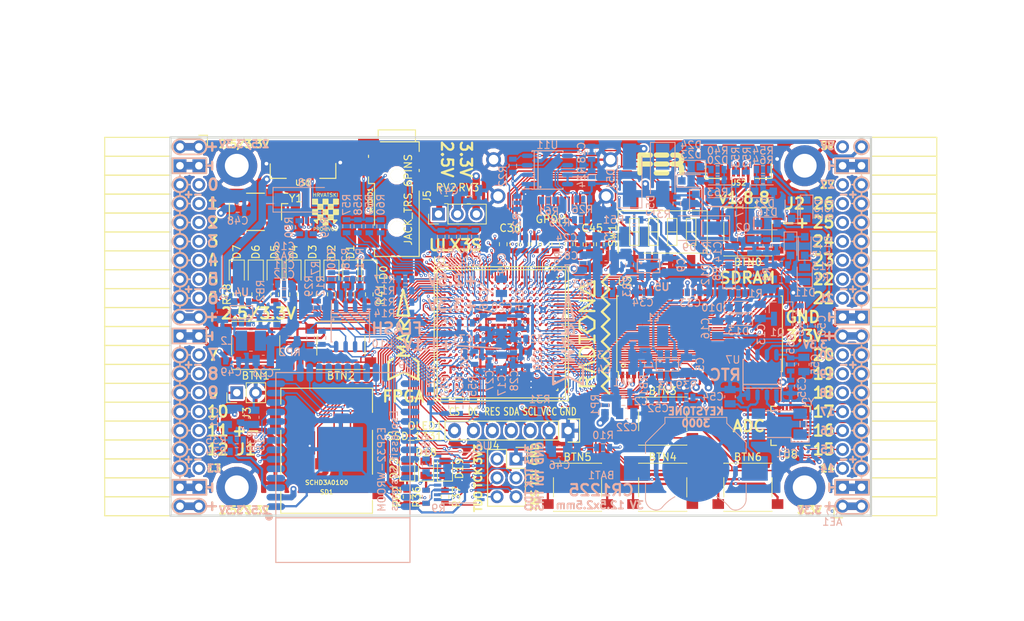
<source format=kicad_pcb>
(kicad_pcb (version 20171130) (host pcbnew 5.0.0-rc2-dev-unknown+dfsg1+20180318-2)
  (layers (0 F.Cu signal) (1 In1.Cu signal) (2 In2.Cu signal) (31 B.Cu signal) (34 B.Paste user) (35 F.Paste user) (36 B.SilkS user) (37 F.SilkS user) (38 B.Mask user) (39 F.Mask user) (44 Edge.Cuts user))
  (net 0 "")
  (net 1 GND)
  (net 2 +5V)
  (net 3 /gpio/IN5V)
  (net 4 /gpio/OUT5V)
  (net 5 +3V3)
  (net 6 BTN_D)
  (net 7 BTN_F1)
  (net 8 BTN_F2)
  (net 9 BTN_L)
  (net 10 BTN_R)
  (net 11 BTN_U)
  (net 12 /power/FB1)
  (net 13 +2V5)
  (net 14 /power/PWREN)
  (net 15 /power/FB3)
  (net 16 /power/FB2)
  (net 17 /power/VBAT)
  (net 18 JTAG_TDI)
  (net 19 JTAG_TCK)
  (net 20 JTAG_TMS)
  (net 21 JTAG_TDO)
  (net 22 /power/WAKEUPn)
  (net 23 /power/WKUP)
  (net 24 /power/SHUT)
  (net 25 /power/WAKE)
  (net 26 /power/HOLD)
  (net 27 /power/WKn)
  (net 28 /power/OSCI_32k)
  (net 29 /power/OSCO_32k)
  (net 30 SHUTDOWN)
  (net 31 /analog/AUDIO_L)
  (net 32 /analog/AUDIO_R)
  (net 33 GPDI_SDA)
  (net 34 GPDI_SCL)
  (net 35 /gpdi/VREF2)
  (net 36 SD_CMD)
  (net 37 SD_CLK)
  (net 38 SD_D0)
  (net 39 SD_D1)
  (net 40 USB5V)
  (net 41 GPDI_CEC)
  (net 42 nRESET)
  (net 43 FTDI_nDTR)
  (net 44 SDRAM_CKE)
  (net 45 SDRAM_A7)
  (net 46 SDRAM_D15)
  (net 47 SDRAM_BA1)
  (net 48 SDRAM_D7)
  (net 49 SDRAM_A6)
  (net 50 SDRAM_CLK)
  (net 51 SDRAM_D13)
  (net 52 SDRAM_BA0)
  (net 53 SDRAM_D6)
  (net 54 SDRAM_A5)
  (net 55 SDRAM_D14)
  (net 56 SDRAM_A11)
  (net 57 SDRAM_D12)
  (net 58 SDRAM_D5)
  (net 59 SDRAM_A4)
  (net 60 SDRAM_A10)
  (net 61 SDRAM_D11)
  (net 62 SDRAM_A3)
  (net 63 SDRAM_D4)
  (net 64 SDRAM_D10)
  (net 65 SDRAM_D9)
  (net 66 SDRAM_A9)
  (net 67 SDRAM_D3)
  (net 68 SDRAM_D8)
  (net 69 SDRAM_A8)
  (net 70 SDRAM_A2)
  (net 71 SDRAM_A1)
  (net 72 SDRAM_A0)
  (net 73 SDRAM_D2)
  (net 74 SDRAM_D1)
  (net 75 SDRAM_D0)
  (net 76 SDRAM_DQM0)
  (net 77 SDRAM_nCS)
  (net 78 SDRAM_nRAS)
  (net 79 SDRAM_DQM1)
  (net 80 SDRAM_nCAS)
  (net 81 SDRAM_nWE)
  (net 82 /flash/FLASH_nWP)
  (net 83 /flash/FLASH_nHOLD)
  (net 84 /flash/FLASH_MOSI)
  (net 85 /flash/FLASH_MISO)
  (net 86 /flash/FLASH_SCK)
  (net 87 /flash/FLASH_nCS)
  (net 88 /flash/FPGA_PROGRAMN)
  (net 89 /flash/FPGA_DONE)
  (net 90 /flash/FPGA_INITN)
  (net 91 OLED_RES)
  (net 92 OLED_DC)
  (net 93 OLED_CS)
  (net 94 WIFI_EN)
  (net 95 FTDI_nRTS)
  (net 96 FTDI_TXD)
  (net 97 FTDI_RXD)
  (net 98 WIFI_RXD)
  (net 99 WIFI_GPIO0)
  (net 100 WIFI_TXD)
  (net 101 USB_FTDI_D+)
  (net 102 USB_FTDI_D-)
  (net 103 SD_D3)
  (net 104 AUDIO_L3)
  (net 105 AUDIO_L2)
  (net 106 AUDIO_L1)
  (net 107 AUDIO_L0)
  (net 108 AUDIO_R3)
  (net 109 AUDIO_R2)
  (net 110 AUDIO_R1)
  (net 111 AUDIO_R0)
  (net 112 OLED_CLK)
  (net 113 OLED_MOSI)
  (net 114 LED0)
  (net 115 LED1)
  (net 116 LED2)
  (net 117 LED3)
  (net 118 LED4)
  (net 119 LED5)
  (net 120 LED6)
  (net 121 LED7)
  (net 122 BTN_PWRn)
  (net 123 FTDI_nTXLED)
  (net 124 FTDI_nSLEEP)
  (net 125 /blinkey/LED_PWREN)
  (net 126 /blinkey/LED_TXLED)
  (net 127 /sdcard/SD3V3)
  (net 128 SD_D2)
  (net 129 CLK_25MHz)
  (net 130 /blinkey/BTNPUL)
  (net 131 /blinkey/BTNPUR)
  (net 132 USB_FPGA_D+)
  (net 133 /power/FTDI_nSUSPEND)
  (net 134 /blinkey/ALED0)
  (net 135 /blinkey/ALED1)
  (net 136 /blinkey/ALED2)
  (net 137 /blinkey/ALED3)
  (net 138 /blinkey/ALED4)
  (net 139 /blinkey/ALED5)
  (net 140 /blinkey/ALED6)
  (net 141 /blinkey/ALED7)
  (net 142 /usb/FTD-)
  (net 143 /usb/FTD+)
  (net 144 ADC_MISO)
  (net 145 ADC_MOSI)
  (net 146 ADC_CSn)
  (net 147 ADC_SCLK)
  (net 148 SW3)
  (net 149 SW2)
  (net 150 SW1)
  (net 151 USB_FPGA_D-)
  (net 152 /usb/FPD+)
  (net 153 /usb/FPD-)
  (net 154 WIFI_GPIO16)
  (net 155 /usb/ANT_433MHz)
  (net 156 /power/PWRBTn)
  (net 157 PROG_DONE)
  (net 158 /power/P3V3)
  (net 159 /power/P2V5)
  (net 160 /power/L1)
  (net 161 /power/L3)
  (net 162 /power/L2)
  (net 163 FTDI_TXDEN)
  (net 164 SDRAM_A12)
  (net 165 /analog/AUDIO_V)
  (net 166 AUDIO_V3)
  (net 167 AUDIO_V2)
  (net 168 AUDIO_V1)
  (net 169 AUDIO_V0)
  (net 170 /blinkey/LED_WIFI)
  (net 171 /power/P1V1)
  (net 172 +1V1)
  (net 173 SW4)
  (net 174 /blinkey/SWPU)
  (net 175 /wifi/WIFIEN)
  (net 176 FT2V5)
  (net 177 GN0)
  (net 178 GP0)
  (net 179 GN1)
  (net 180 GP1)
  (net 181 GN2)
  (net 182 GP2)
  (net 183 GN3)
  (net 184 GP3)
  (net 185 GN4)
  (net 186 GP4)
  (net 187 GN5)
  (net 188 GP5)
  (net 189 GN6)
  (net 190 GP6)
  (net 191 GN14)
  (net 192 GP14)
  (net 193 GN15)
  (net 194 GP15)
  (net 195 GN16)
  (net 196 GP16)
  (net 197 GN17)
  (net 198 GP17)
  (net 199 GN18)
  (net 200 GP18)
  (net 201 GN19)
  (net 202 GP19)
  (net 203 GN20)
  (net 204 GP20)
  (net 205 GN21)
  (net 206 GP21)
  (net 207 GN22)
  (net 208 GP22)
  (net 209 GN23)
  (net 210 GP23)
  (net 211 GN24)
  (net 212 GP24)
  (net 213 GN25)
  (net 214 GP25)
  (net 215 GN26)
  (net 216 GP26)
  (net 217 GN27)
  (net 218 GP27)
  (net 219 GN7)
  (net 220 GP7)
  (net 221 GN8)
  (net 222 GP8)
  (net 223 GN9)
  (net 224 GP9)
  (net 225 GN10)
  (net 226 GP10)
  (net 227 GN11)
  (net 228 GP11)
  (net 229 GN12)
  (net 230 GP12)
  (net 231 GN13)
  (net 232 GP13)
  (net 233 WIFI_GPIO5)
  (net 234 WIFI_GPIO17)
  (net 235 USB_FPGA_PULL_D+)
  (net 236 USB_FPGA_PULL_D-)
  (net 237 "Net-(D23-Pad2)")
  (net 238 "Net-(D24-Pad1)")
  (net 239 "Net-(D25-Pad2)")
  (net 240 "Net-(D26-Pad1)")
  (net 241 /gpdi/GPDI_ETH+)
  (net 242 FPDI_ETH+)
  (net 243 /gpdi/GPDI_ETH-)
  (net 244 FPDI_ETH-)
  (net 245 /gpdi/GPDI_D2-)
  (net 246 FPDI_D2-)
  (net 247 /gpdi/GPDI_D1-)
  (net 248 FPDI_D1-)
  (net 249 /gpdi/GPDI_D0-)
  (net 250 FPDI_D0-)
  (net 251 /gpdi/GPDI_CLK-)
  (net 252 FPDI_CLK-)
  (net 253 /gpdi/GPDI_D2+)
  (net 254 FPDI_D2+)
  (net 255 /gpdi/GPDI_D1+)
  (net 256 FPDI_D1+)
  (net 257 /gpdi/GPDI_D0+)
  (net 258 FPDI_D0+)
  (net 259 /gpdi/GPDI_CLK+)
  (net 260 FPDI_CLK+)
  (net 261 FPDI_SDA)
  (net 262 FPDI_SCL)
  (net 263 /gpdi/FPDI_CEC)
  (net 264 2V5_3V3)
  (net 265 "Net-(AUDIO1-Pad5)")
  (net 266 "Net-(AUDIO1-Pad6)")
  (net 267 "Net-(U1-PadA15)")
  (net 268 "Net-(U1-PadC9)")
  (net 269 "Net-(U1-PadD9)")
  (net 270 "Net-(U1-PadD10)")
  (net 271 "Net-(U1-PadD11)")
  (net 272 "Net-(U1-PadD12)")
  (net 273 "Net-(U1-PadE6)")
  (net 274 "Net-(U1-PadE9)")
  (net 275 "Net-(U1-PadE10)")
  (net 276 "Net-(U1-PadE11)")
  (net 277 "Net-(U1-PadJ4)")
  (net 278 "Net-(U1-PadJ5)")
  (net 279 "Net-(U1-PadK5)")
  (net 280 "Net-(U1-PadL5)")
  (net 281 "Net-(U1-PadM4)")
  (net 282 "Net-(U1-PadM5)")
  (net 283 SD_CD)
  (net 284 SD_WP)
  (net 285 "Net-(U1-PadR3)")
  (net 286 "Net-(U1-PadT16)")
  (net 287 "Net-(U1-PadW4)")
  (net 288 "Net-(U1-PadW5)")
  (net 289 "Net-(U1-PadW8)")
  (net 290 "Net-(U1-PadW9)")
  (net 291 "Net-(U1-PadW13)")
  (net 292 "Net-(U1-PadW14)")
  (net 293 "Net-(U1-PadW17)")
  (net 294 "Net-(U1-PadW18)")
  (net 295 FTDI_nRXLED)
  (net 296 "Net-(U8-Pad12)")
  (net 297 "Net-(U8-Pad25)")
  (net 298 "Net-(U9-Pad32)")
  (net 299 "Net-(U9-Pad22)")
  (net 300 "Net-(U9-Pad21)")
  (net 301 "Net-(U9-Pad20)")
  (net 302 "Net-(U9-Pad19)")
  (net 303 "Net-(U9-Pad18)")
  (net 304 "Net-(U9-Pad17)")
  (net 305 "Net-(U9-Pad12)")
  (net 306 "Net-(U9-Pad5)")
  (net 307 "Net-(U9-Pad4)")
  (net 308 "Net-(US1-Pad4)")
  (net 309 "Net-(US2-Pad4)")
  (net 310 "Net-(Y2-Pad3)")
  (net 311 "Net-(Y2-Pad2)")
  (net 312 "Net-(U1-PadK16)")
  (net 313 "Net-(U1-PadK17)")
  (net 314 /usb/US2VBUS)
  (net 315 /power/SHD)
  (net 316 /power/RTCVDD)
  (module Socket_Strips:Socket_Strip_Angled_2x20 (layer F.Cu) (at 97.91 62.69 270)
    (fp_text reference J1 (at 40.64 -6.35) (layer F.SilkS) (effects (font (size 1.5 1.5) (thickness 0.3))))
    (fp_text value CONN_02X20 hide)
    (pad 1 thru_hole oval (at 0 0 270) (size 1.7272 1.7272) (drill 1.016) (layers *.Cu *.Mask) (net 264 2V5_3V3))
    (pad 2 thru_hole oval (at 0 2.54 270) (size 1.7272 1.7272) (drill 1.016) (layers *.Cu *.Mask) (net 264 2V5_3V3))
    (pad 3 thru_hole rect (at 2.54 0 270) (size 1.7272 1.7272) (drill 1.016) (layers *.Cu *.Mask) (net 1 GND))
    (pad 4 thru_hole rect (at 2.54 2.54 270) (size 1.7272 1.7272) (drill 1.016) (layers *.Cu *.Mask) (net 1 GND))
    (pad 5 thru_hole oval (at 5.08 0 270) (size 1.7272 1.7272) (drill 1.016) (layers *.Cu *.Mask) (net 177 GN0))
    (pad 6 thru_hole oval (at 5.08 2.54 270) (size 1.7272 1.7272) (drill 1.016) (layers *.Cu *.Mask) (net 178 GP0))
    (pad 7 thru_hole oval (at 7.62 0 270) (size 1.7272 1.7272) (drill 1.016) (layers *.Cu *.Mask) (net 179 GN1))
    (pad 8 thru_hole oval (at 7.62 2.54 270) (size 1.7272 1.7272) (drill 1.016) (layers *.Cu *.Mask) (net 180 GP1))
    (pad 9 thru_hole oval (at 10.16 0 270) (size 1.7272 1.7272) (drill 1.016) (layers *.Cu *.Mask) (net 181 GN2))
    (pad 10 thru_hole oval (at 10.16 2.54 270) (size 1.7272 1.7272) (drill 1.016) (layers *.Cu *.Mask) (net 182 GP2))
    (pad 11 thru_hole oval (at 12.7 0 270) (size 1.7272 1.7272) (drill 1.016) (layers *.Cu *.Mask) (net 183 GN3))
    (pad 12 thru_hole oval (at 12.7 2.54 270) (size 1.7272 1.7272) (drill 1.016) (layers *.Cu *.Mask) (net 184 GP3))
    (pad 13 thru_hole oval (at 15.24 0 270) (size 1.7272 1.7272) (drill 1.016) (layers *.Cu *.Mask) (net 185 GN4))
    (pad 14 thru_hole oval (at 15.24 2.54 270) (size 1.7272 1.7272) (drill 1.016) (layers *.Cu *.Mask) (net 186 GP4))
    (pad 15 thru_hole oval (at 17.78 0 270) (size 1.7272 1.7272) (drill 1.016) (layers *.Cu *.Mask) (net 187 GN5))
    (pad 16 thru_hole oval (at 17.78 2.54 270) (size 1.7272 1.7272) (drill 1.016) (layers *.Cu *.Mask) (net 188 GP5))
    (pad 17 thru_hole oval (at 20.32 0 270) (size 1.7272 1.7272) (drill 1.016) (layers *.Cu *.Mask) (net 189 GN6))
    (pad 18 thru_hole oval (at 20.32 2.54 270) (size 1.7272 1.7272) (drill 1.016) (layers *.Cu *.Mask) (net 190 GP6))
    (pad 19 thru_hole oval (at 22.86 0 270) (size 1.7272 1.7272) (drill 1.016) (layers *.Cu *.Mask) (net 264 2V5_3V3))
    (pad 20 thru_hole oval (at 22.86 2.54 270) (size 1.7272 1.7272) (drill 1.016) (layers *.Cu *.Mask) (net 264 2V5_3V3))
    (pad 21 thru_hole rect (at 25.4 0 270) (size 1.7272 1.7272) (drill 1.016) (layers *.Cu *.Mask) (net 1 GND))
    (pad 22 thru_hole rect (at 25.4 2.54 270) (size 1.7272 1.7272) (drill 1.016) (layers *.Cu *.Mask) (net 1 GND))
    (pad 23 thru_hole oval (at 27.94 0 270) (size 1.7272 1.7272) (drill 1.016) (layers *.Cu *.Mask) (net 219 GN7))
    (pad 24 thru_hole oval (at 27.94 2.54 270) (size 1.7272 1.7272) (drill 1.016) (layers *.Cu *.Mask) (net 220 GP7))
    (pad 25 thru_hole oval (at 30.48 0 270) (size 1.7272 1.7272) (drill 1.016) (layers *.Cu *.Mask) (net 221 GN8))
    (pad 26 thru_hole oval (at 30.48 2.54 270) (size 1.7272 1.7272) (drill 1.016) (layers *.Cu *.Mask) (net 222 GP8))
    (pad 27 thru_hole oval (at 33.02 0 270) (size 1.7272 1.7272) (drill 1.016) (layers *.Cu *.Mask) (net 223 GN9))
    (pad 28 thru_hole oval (at 33.02 2.54 270) (size 1.7272 1.7272) (drill 1.016) (layers *.Cu *.Mask) (net 224 GP9))
    (pad 29 thru_hole oval (at 35.56 0 270) (size 1.7272 1.7272) (drill 1.016) (layers *.Cu *.Mask) (net 225 GN10))
    (pad 30 thru_hole oval (at 35.56 2.54 270) (size 1.7272 1.7272) (drill 1.016) (layers *.Cu *.Mask) (net 226 GP10))
    (pad 31 thru_hole oval (at 38.1 0 270) (size 1.7272 1.7272) (drill 1.016) (layers *.Cu *.Mask) (net 227 GN11))
    (pad 32 thru_hole oval (at 38.1 2.54 270) (size 1.7272 1.7272) (drill 1.016) (layers *.Cu *.Mask) (net 228 GP11))
    (pad 33 thru_hole oval (at 40.64 0 270) (size 1.7272 1.7272) (drill 1.016) (layers *.Cu *.Mask) (net 229 GN12))
    (pad 34 thru_hole oval (at 40.64 2.54 270) (size 1.7272 1.7272) (drill 1.016) (layers *.Cu *.Mask) (net 230 GP12))
    (pad 35 thru_hole oval (at 43.18 0 270) (size 1.7272 1.7272) (drill 1.016) (layers *.Cu *.Mask) (net 231 GN13))
    (pad 36 thru_hole oval (at 43.18 2.54 270) (size 1.7272 1.7272) (drill 1.016) (layers *.Cu *.Mask) (net 232 GP13))
    (pad 37 thru_hole rect (at 45.72 0 270) (size 1.7272 1.7272) (drill 1.016) (layers *.Cu *.Mask) (net 1 GND))
    (pad 38 thru_hole rect (at 45.72 2.54 270) (size 1.7272 1.7272) (drill 1.016) (layers *.Cu *.Mask) (net 1 GND))
    (pad 39 thru_hole oval (at 48.26 0 270) (size 1.7272 1.7272) (drill 1.016) (layers *.Cu *.Mask) (net 264 2V5_3V3))
    (pad 40 thru_hole oval (at 48.26 2.54 270) (size 1.7272 1.7272) (drill 1.016) (layers *.Cu *.Mask) (net 264 2V5_3V3))
  )
  (module TSOT-25:TSOT-25 (layer B.Cu) (at 160.775 91.9)
    (fp_text reference U3 (at -0.295 2.9) (layer B.SilkS) (effects (font (thickness 0.2)) (justify mirror)))
    (fp_text value TLV62569DBV)
    (pad 1 smd rect (at -0.95 -1.3) (size 0.7 1.2) (layers B.Cu B.Paste B.Mask) (net 14 /power/PWREN))
    (pad 2 smd rect (at 0 -1.3) (size 0.7 1.2) (layers B.Cu B.Paste B.Mask) (net 1 GND))
    (pad 3 smd rect (at 0.95 -1.3) (size 0.7 1.2) (layers B.Cu B.Paste B.Mask) (net 160 /power/L1))
    (pad 4 smd rect (at 0.95 1.3) (size 0.7 1.2) (layers B.Cu B.Paste B.Mask) (net 2 +5V))
    (pad 5 smd rect (at -0.95 1.3) (size 0.7 1.2) (layers B.Cu B.Paste B.Mask) (net 12 /power/FB1))
  )
  (module TSOT-25:TSOT-25 (layer B.Cu) (at 103.625 84.915 180)
    (fp_text reference U4 (at 0 2.697 180) (layer B.SilkS) (effects (font (thickness 0.2)) (justify mirror)))
    (fp_text value TLV62569DBV)
    (pad 1 smd rect (at -0.95 -1.3 180) (size 0.7 1.2) (layers B.Cu B.Paste B.Mask) (net 14 /power/PWREN))
    (pad 2 smd rect (at 0 -1.3 180) (size 0.7 1.2) (layers B.Cu B.Paste B.Mask) (net 1 GND))
    (pad 3 smd rect (at 0.95 -1.3 180) (size 0.7 1.2) (layers B.Cu B.Paste B.Mask) (net 162 /power/L2))
    (pad 4 smd rect (at 0.95 1.3 180) (size 0.7 1.2) (layers B.Cu B.Paste B.Mask) (net 2 +5V))
    (pad 5 smd rect (at -0.95 1.3 180) (size 0.7 1.2) (layers B.Cu B.Paste B.Mask) (net 16 /power/FB2))
  )
  (module TSOT-25:TSOT-25 (layer B.Cu) (at 158.235 78.692)
    (fp_text reference U5 (at 1.793 2.812) (layer B.SilkS) (effects (font (thickness 0.2)) (justify mirror)))
    (fp_text value TLV62569DBV)
    (pad 1 smd rect (at -0.95 -1.3) (size 0.7 1.2) (layers B.Cu B.Paste B.Mask) (net 14 /power/PWREN))
    (pad 2 smd rect (at 0 -1.3) (size 0.7 1.2) (layers B.Cu B.Paste B.Mask) (net 1 GND))
    (pad 3 smd rect (at 0.95 -1.3) (size 0.7 1.2) (layers B.Cu B.Paste B.Mask) (net 161 /power/L3))
    (pad 4 smd rect (at 0.95 1.3) (size 0.7 1.2) (layers B.Cu B.Paste B.Mask) (net 2 +5V))
    (pad 5 smd rect (at -0.95 1.3) (size 0.7 1.2) (layers B.Cu B.Paste B.Mask) (net 15 /power/FB3))
  )
  (module Socket_Strips:Socket_Strip_Angled_2x20 (layer F.Cu) (at 184.27 110.95 90)
    (fp_text reference J2 (at 40.64 -6.35 180) (layer F.SilkS) (effects (font (size 1.5 1.5) (thickness 0.3))))
    (fp_text value CONN_02X20 hide)
    (pad 1 thru_hole oval (at 0 0 90) (size 1.7272 1.7272) (drill 1.016) (layers *.Cu *.Mask) (net 5 +3V3))
    (pad 2 thru_hole oval (at 0 2.54 90) (size 1.7272 1.7272) (drill 1.016) (layers *.Cu *.Mask) (net 5 +3V3))
    (pad 3 thru_hole rect (at 2.54 0 90) (size 1.7272 1.7272) (drill 1.016) (layers *.Cu *.Mask) (net 1 GND))
    (pad 4 thru_hole rect (at 2.54 2.54 90) (size 1.7272 1.7272) (drill 1.016) (layers *.Cu *.Mask) (net 1 GND))
    (pad 5 thru_hole oval (at 5.08 0 90) (size 1.7272 1.7272) (drill 1.016) (layers *.Cu *.Mask) (net 191 GN14))
    (pad 6 thru_hole oval (at 5.08 2.54 90) (size 1.7272 1.7272) (drill 1.016) (layers *.Cu *.Mask) (net 192 GP14))
    (pad 7 thru_hole oval (at 7.62 0 90) (size 1.7272 1.7272) (drill 1.016) (layers *.Cu *.Mask) (net 193 GN15))
    (pad 8 thru_hole oval (at 7.62 2.54 90) (size 1.7272 1.7272) (drill 1.016) (layers *.Cu *.Mask) (net 194 GP15))
    (pad 9 thru_hole oval (at 10.16 0 90) (size 1.7272 1.7272) (drill 1.016) (layers *.Cu *.Mask) (net 195 GN16))
    (pad 10 thru_hole oval (at 10.16 2.54 90) (size 1.7272 1.7272) (drill 1.016) (layers *.Cu *.Mask) (net 196 GP16))
    (pad 11 thru_hole oval (at 12.7 0 90) (size 1.7272 1.7272) (drill 1.016) (layers *.Cu *.Mask) (net 197 GN17))
    (pad 12 thru_hole oval (at 12.7 2.54 90) (size 1.7272 1.7272) (drill 1.016) (layers *.Cu *.Mask) (net 198 GP17))
    (pad 13 thru_hole oval (at 15.24 0 90) (size 1.7272 1.7272) (drill 1.016) (layers *.Cu *.Mask) (net 199 GN18))
    (pad 14 thru_hole oval (at 15.24 2.54 90) (size 1.7272 1.7272) (drill 1.016) (layers *.Cu *.Mask) (net 200 GP18))
    (pad 15 thru_hole oval (at 17.78 0 90) (size 1.7272 1.7272) (drill 1.016) (layers *.Cu *.Mask) (net 201 GN19))
    (pad 16 thru_hole oval (at 17.78 2.54 90) (size 1.7272 1.7272) (drill 1.016) (layers *.Cu *.Mask) (net 202 GP19))
    (pad 17 thru_hole oval (at 20.32 0 90) (size 1.7272 1.7272) (drill 1.016) (layers *.Cu *.Mask) (net 203 GN20))
    (pad 18 thru_hole oval (at 20.32 2.54 90) (size 1.7272 1.7272) (drill 1.016) (layers *.Cu *.Mask) (net 204 GP20))
    (pad 19 thru_hole oval (at 22.86 0 90) (size 1.7272 1.7272) (drill 1.016) (layers *.Cu *.Mask) (net 5 +3V3))
    (pad 20 thru_hole oval (at 22.86 2.54 90) (size 1.7272 1.7272) (drill 1.016) (layers *.Cu *.Mask) (net 5 +3V3))
    (pad 21 thru_hole rect (at 25.4 0 90) (size 1.7272 1.7272) (drill 1.016) (layers *.Cu *.Mask) (net 1 GND))
    (pad 22 thru_hole rect (at 25.4 2.54 90) (size 1.7272 1.7272) (drill 1.016) (layers *.Cu *.Mask) (net 1 GND))
    (pad 23 thru_hole oval (at 27.94 0 90) (size 1.7272 1.7272) (drill 1.016) (layers *.Cu *.Mask) (net 205 GN21))
    (pad 24 thru_hole oval (at 27.94 2.54 90) (size 1.7272 1.7272) (drill 1.016) (layers *.Cu *.Mask) (net 206 GP21))
    (pad 25 thru_hole oval (at 30.48 0 90) (size 1.7272 1.7272) (drill 1.016) (layers *.Cu *.Mask) (net 207 GN22))
    (pad 26 thru_hole oval (at 30.48 2.54 90) (size 1.7272 1.7272) (drill 1.016) (layers *.Cu *.Mask) (net 208 GP22))
    (pad 27 thru_hole oval (at 33.02 0 90) (size 1.7272 1.7272) (drill 1.016) (layers *.Cu *.Mask) (net 209 GN23))
    (pad 28 thru_hole oval (at 33.02 2.54 90) (size 1.7272 1.7272) (drill 1.016) (layers *.Cu *.Mask) (net 210 GP23))
    (pad 29 thru_hole oval (at 35.56 0 90) (size 1.7272 1.7272) (drill 1.016) (layers *.Cu *.Mask) (net 211 GN24))
    (pad 30 thru_hole oval (at 35.56 2.54 90) (size 1.7272 1.7272) (drill 1.016) (layers *.Cu *.Mask) (net 212 GP24))
    (pad 31 thru_hole oval (at 38.1 0 90) (size 1.7272 1.7272) (drill 1.016) (layers *.Cu *.Mask) (net 213 GN25))
    (pad 32 thru_hole oval (at 38.1 2.54 90) (size 1.7272 1.7272) (drill 1.016) (layers *.Cu *.Mask) (net 214 GP25))
    (pad 33 thru_hole oval (at 40.64 0 90) (size 1.7272 1.7272) (drill 1.016) (layers *.Cu *.Mask) (net 215 GN26))
    (pad 34 thru_hole oval (at 40.64 2.54 90) (size 1.7272 1.7272) (drill 1.016) (layers *.Cu *.Mask) (net 216 GP26))
    (pad 35 thru_hole oval (at 43.18 0 90) (size 1.7272 1.7272) (drill 1.016) (layers *.Cu *.Mask) (net 217 GN27))
    (pad 36 thru_hole oval (at 43.18 2.54 90) (size 1.7272 1.7272) (drill 1.016) (layers *.Cu *.Mask) (net 218 GP27))
    (pad 37 thru_hole rect (at 45.72 0 90) (size 1.7272 1.7272) (drill 1.016) (layers *.Cu *.Mask) (net 1 GND))
    (pad 38 thru_hole rect (at 45.72 2.54 90) (size 1.7272 1.7272) (drill 1.016) (layers *.Cu *.Mask) (net 1 GND))
    (pad 39 thru_hole oval (at 48.26 0 90) (size 1.7272 1.7272) (drill 1.016) (layers *.Cu *.Mask) (net 3 /gpio/IN5V))
    (pad 40 thru_hole oval (at 48.26 2.54 90) (size 1.7272 1.7272) (drill 1.016) (layers *.Cu *.Mask) (net 4 /gpio/OUT5V))
  )
  (module Mounting_Holes:MountingHole_3.2mm_M3_ISO14580_Pad (layer F.Cu) (at 102.99 108.41)
    (fp_text reference H1 hide)
    (fp_text value HOLE hide)
    (pad 1 thru_hole circle (at 0 0) (size 5.5 5.5) (drill 3.2) (layers *.Cu *.Mask) (net 1 GND))
  )
  (module Mounting_Holes:MountingHole_3.2mm_M3_ISO14580_Pad (layer F.Cu) (at 179.19 108.41)
    (fp_text reference H2 hide)
    (fp_text value HOLE hide)
    (pad 1 thru_hole circle (at 0 0) (size 5.5 5.5) (drill 3.2) (layers *.Cu *.Mask) (net 1 GND))
  )
  (module Mounting_Holes:MountingHole_3.2mm_M3_ISO14580_Pad (layer F.Cu) (at 179.19 65.23)
    (fp_text reference H3 hide)
    (fp_text value HOLE hide)
    (pad 1 thru_hole circle (at 0 0) (size 5.5 5.5) (drill 3.2) (layers *.Cu *.Mask) (net 1 GND))
  )
  (module Mounting_Holes:MountingHole_3.2mm_M3_ISO14580_Pad (layer F.Cu) (at 102.99 65.23)
    (fp_text reference H4 hide)
    (fp_text value HOLE hide)
    (pad 1 thru_hole circle (at 0 0) (size 5.5 5.5) (drill 3.2) (layers *.Cu *.Mask) (net 1 GND))
  )
  (module Housings_SSOP:SSOP-20_4.4x6.5mm_Pitch0.65mm (layer B.Cu) (at 132.835 107.14 180)
    (fp_text reference U6 (at -3.175 4.318 180) (layer B.SilkS) (effects (justify mirror)))
    (fp_text value FT231XS)
    (pad 1 smd rect (at -2.9 2.925 180) (size 1 0.4) (layers B.Cu B.Paste B.Mask) (net 43 FTDI_nDTR))
    (pad 2 smd rect (at -2.9 2.275 180) (size 1 0.4) (layers B.Cu B.Paste B.Mask) (net 95 FTDI_nRTS))
    (pad 3 smd rect (at -2.9 1.625 180) (size 1 0.4) (layers B.Cu B.Paste B.Mask) (net 176 FT2V5))
    (pad 4 smd rect (at -2.9 0.975 180) (size 1 0.4) (layers B.Cu B.Paste B.Mask) (net 97 FTDI_RXD))
    (pad 5 smd rect (at -2.9 0.325 180) (size 1 0.4) (layers B.Cu B.Paste B.Mask) (net 18 JTAG_TDI))
    (pad 6 smd rect (at -2.9 -0.325 180) (size 1 0.4) (layers B.Cu B.Paste B.Mask) (net 1 GND))
    (pad 7 smd rect (at -2.9 -0.975 180) (size 1 0.4) (layers B.Cu B.Paste B.Mask) (net 19 JTAG_TCK))
    (pad 8 smd rect (at -2.9 -1.625 180) (size 1 0.4) (layers B.Cu B.Paste B.Mask) (net 20 JTAG_TMS))
    (pad 9 smd rect (at -2.9 -2.275 180) (size 1 0.4) (layers B.Cu B.Paste B.Mask) (net 21 JTAG_TDO))
    (pad 10 smd rect (at -2.9 -2.925 180) (size 1 0.4) (layers B.Cu B.Paste B.Mask) (net 123 FTDI_nTXLED))
    (pad 11 smd rect (at 2.9 -2.925 180) (size 1 0.4) (layers B.Cu B.Paste B.Mask) (net 101 USB_FTDI_D+))
    (pad 12 smd rect (at 2.9 -2.275 180) (size 1 0.4) (layers B.Cu B.Paste B.Mask) (net 102 USB_FTDI_D-))
    (pad 13 smd rect (at 2.9 -1.625 180) (size 1 0.4) (layers B.Cu B.Paste B.Mask) (net 176 FT2V5))
    (pad 14 smd rect (at 2.9 -0.975 180) (size 1 0.4) (layers B.Cu B.Paste B.Mask) (net 42 nRESET))
    (pad 15 smd rect (at 2.9 -0.325 180) (size 1 0.4) (layers B.Cu B.Paste B.Mask) (net 40 USB5V))
    (pad 16 smd rect (at 2.9 0.325 180) (size 1 0.4) (layers B.Cu B.Paste B.Mask) (net 1 GND))
    (pad 17 smd rect (at 2.9 0.975 180) (size 1 0.4) (layers B.Cu B.Paste B.Mask) (net 295 FTDI_nRXLED))
    (pad 18 smd rect (at 2.9 1.625 180) (size 1 0.4) (layers B.Cu B.Paste B.Mask) (net 163 FTDI_TXDEN))
    (pad 19 smd rect (at 2.9 2.275 180) (size 1 0.4) (layers B.Cu B.Paste B.Mask) (net 124 FTDI_nSLEEP))
    (pad 20 smd rect (at 2.9 2.925 180) (size 1 0.4) (layers B.Cu B.Paste B.Mask) (net 96 FTDI_TXD))
  )
  (module usb_otg:USB-MICRO-B-FCI-10118192-0001LF (layer F.Cu) (at 111.88 63.325 180)
    (fp_text reference US1 (at 0 -4.2 180) (layer F.SilkS) (effects (font (size 0.7 0.7))))
    (fp_text value MICRO_USB hide)
    (pad 6 smd rect (at -3.1 -2.55 180) (size 2.1 1.6) (layers F.Cu F.Paste F.Mask) (net 1 GND))
    (pad 6 smd rect (at 3.1 -2.55 180) (size 2.1 1.6) (layers F.Cu F.Paste F.Mask) (net 1 GND))
    (pad 6 smd rect (at -1.2 0 180) (size 1.9 1.9) (layers F.Cu F.Paste F.Mask) (net 1 GND))
    (pad 6 smd rect (at 1.2 0 180) (size 1.9 1.9) (layers F.Cu F.Paste F.Mask) (net 1 GND))
    (pad 1 smd rect (at -1.3 -2.675 180) (size 0.4 1.35) (layers F.Cu F.Paste F.Mask) (net 40 USB5V))
    (pad 2 smd rect (at -0.65 -2.675 180) (size 0.4 1.35) (layers F.Cu F.Paste F.Mask) (net 142 /usb/FTD-))
    (pad 3 smd rect (at 0 -2.675 180) (size 0.4 1.35) (layers F.Cu F.Paste F.Mask) (net 143 /usb/FTD+))
    (pad 4 smd rect (at 0.65 -2.675 180) (size 0.4 1.35) (layers F.Cu F.Paste F.Mask) (net 308 "Net-(US1-Pad4)"))
    (pad 5 smd rect (at 1.3 -2.675 180) (size 0.4 1.35) (layers F.Cu F.Paste F.Mask) (net 1 GND))
    (pad 6 smd rect (at -3.8 0 180) (size 1.8 1.9) (layers F.Cu F.Paste F.Mask) (net 1 GND))
    (pad 6 smd rect (at 3.8 0 180) (size 1.8 1.9) (layers F.Cu F.Paste F.Mask) (net 1 GND))
  )
  (module usb_otg:USB-MICRO-B-FCI-10118192-0001LF (layer F.Cu) (at 170.3 63.325 180)
    (fp_text reference US2 (at 0 -4.2 180) (layer F.SilkS) (effects (font (size 0.7 0.7))))
    (fp_text value MICRO_USB hide)
    (pad 6 smd rect (at -3.1 -2.55 180) (size 2.1 1.6) (layers F.Cu F.Paste F.Mask) (net 1 GND))
    (pad 6 smd rect (at 3.1 -2.55 180) (size 2.1 1.6) (layers F.Cu F.Paste F.Mask) (net 1 GND))
    (pad 6 smd rect (at -1.2 0 180) (size 1.9 1.9) (layers F.Cu F.Paste F.Mask) (net 1 GND))
    (pad 6 smd rect (at 1.2 0 180) (size 1.9 1.9) (layers F.Cu F.Paste F.Mask) (net 1 GND))
    (pad 1 smd rect (at -1.3 -2.675 180) (size 0.4 1.35) (layers F.Cu F.Paste F.Mask) (net 314 /usb/US2VBUS))
    (pad 2 smd rect (at -0.65 -2.675 180) (size 0.4 1.35) (layers F.Cu F.Paste F.Mask) (net 153 /usb/FPD-))
    (pad 3 smd rect (at 0 -2.675 180) (size 0.4 1.35) (layers F.Cu F.Paste F.Mask) (net 152 /usb/FPD+))
    (pad 4 smd rect (at 0.65 -2.675 180) (size 0.4 1.35) (layers F.Cu F.Paste F.Mask) (net 309 "Net-(US2-Pad4)"))
    (pad 5 smd rect (at 1.3 -2.675 180) (size 0.4 1.35) (layers F.Cu F.Paste F.Mask) (net 1 GND))
    (pad 6 smd rect (at -3.8 0 180) (size 1.8 1.9) (layers F.Cu F.Paste F.Mask) (net 1 GND))
    (pad 6 smd rect (at 3.8 0 180) (size 1.8 1.9) (layers F.Cu F.Paste F.Mask) (net 1 GND))
  )
  (module Socket_Strips:Socket_Strip_Straight_2x03 (layer F.Cu) (at 140.455 104.6 270)
    (fp_text reference J4 (at -1.778 3.048) (layer F.SilkS))
    (fp_text value CONN_02X03 hide)
    (pad 1 thru_hole rect (at 0 0 270) (size 1.7272 1.7272) (drill 1.016) (layers *.Cu *.Mask) (net 1 GND))
    (pad 2 thru_hole oval (at 0 2.54 270) (size 1.7272 1.7272) (drill 1.016) (layers *.Cu *.Mask) (net 5 +3V3))
    (pad 3 thru_hole oval (at 2.54 0 270) (size 1.7272 1.7272) (drill 1.016) (layers *.Cu *.Mask) (net 18 JTAG_TDI))
    (pad 4 thru_hole oval (at 2.54 2.54 270) (size 1.7272 1.7272) (drill 1.016) (layers *.Cu *.Mask) (net 19 JTAG_TCK))
    (pad 5 thru_hole oval (at 5.08 0 270) (size 1.7272 1.7272) (drill 1.016) (layers *.Cu *.Mask) (net 20 JTAG_TMS))
    (pad 6 thru_hole oval (at 5.08 2.54 270) (size 1.7272 1.7272) (drill 1.016) (layers *.Cu *.Mask) (net 21 JTAG_TDO))
  )
  (module Housings_DFN_QFN:QFN-28-1EP_5x5mm_Pitch0.5mm (layer F.Cu) (at 177.285 100.155 180)
    (fp_text reference U8 (at 0 -3.875 180) (layer F.SilkS))
    (fp_text value MAX11125)
    (pad 1 smd oval (at -2.45 -1.5 180) (size 0.85 0.3) (layers F.Cu F.Paste F.Mask) (net 194 GP15))
    (pad 2 smd oval (at -2.45 -1 180) (size 0.85 0.3) (layers F.Cu F.Paste F.Mask) (net 195 GN16))
    (pad 3 smd oval (at -2.45 -0.5 180) (size 0.85 0.3) (layers F.Cu F.Paste F.Mask) (net 196 GP16))
    (pad 4 smd oval (at -2.45 0 180) (size 0.85 0.3) (layers F.Cu F.Paste F.Mask) (net 197 GN17))
    (pad 5 smd oval (at -2.45 0.5 180) (size 0.85 0.3) (layers F.Cu F.Paste F.Mask) (net 198 GP17))
    (pad 6 smd oval (at -2.45 1 180) (size 0.85 0.3) (layers F.Cu F.Paste F.Mask) (net 1 GND))
    (pad 7 smd oval (at -2.45 1.5 180) (size 0.85 0.3) (layers F.Cu F.Paste F.Mask) (net 1 GND))
    (pad 8 smd oval (at -1.5 2.45 270) (size 0.85 0.3) (layers F.Cu F.Paste F.Mask) (net 1 GND))
    (pad 9 smd oval (at -1 2.45 270) (size 0.85 0.3) (layers F.Cu F.Paste F.Mask) (net 1 GND))
    (pad 10 smd oval (at -0.5 2.45 270) (size 0.85 0.3) (layers F.Cu F.Paste F.Mask) (net 1 GND))
    (pad 11 smd oval (at 0 2.45 270) (size 0.85 0.3) (layers F.Cu F.Paste F.Mask) (net 1 GND))
    (pad 12 smd oval (at 0.5 2.45 270) (size 0.85 0.3) (layers F.Cu F.Paste F.Mask) (net 296 "Net-(U8-Pad12)"))
    (pad 13 smd oval (at 1 2.45 270) (size 0.85 0.3) (layers F.Cu F.Paste F.Mask) (net 1 GND))
    (pad 14 smd oval (at 1.5 2.45 270) (size 0.85 0.3) (layers F.Cu F.Paste F.Mask) (net 1 GND))
    (pad 15 smd oval (at 2.45 1.5 180) (size 0.85 0.3) (layers F.Cu F.Paste F.Mask) (net 5 +3V3))
    (pad 16 smd oval (at 2.45 1 180) (size 0.85 0.3) (layers F.Cu F.Paste F.Mask) (net 1 GND))
    (pad 17 smd oval (at 2.45 0.5 180) (size 0.85 0.3) (layers F.Cu F.Paste F.Mask) (net 5 +3V3))
    (pad 18 smd oval (at 2.45 0 180) (size 0.85 0.3) (layers F.Cu F.Paste F.Mask) (net 5 +3V3))
    (pad 19 smd oval (at 2.45 -0.5 180) (size 0.85 0.3) (layers F.Cu F.Paste F.Mask) (net 147 ADC_SCLK))
    (pad 20 smd oval (at 2.45 -1 180) (size 0.85 0.3) (layers F.Cu F.Paste F.Mask) (net 146 ADC_CSn))
    (pad 21 smd oval (at 2.45 -1.5 180) (size 0.85 0.3) (layers F.Cu F.Paste F.Mask) (net 145 ADC_MOSI))
    (pad 22 smd oval (at 1.5 -2.45 270) (size 0.85 0.3) (layers F.Cu F.Paste F.Mask) (net 1 GND))
    (pad 23 smd oval (at 1 -2.45 270) (size 0.85 0.3) (layers F.Cu F.Paste F.Mask) (net 5 +3V3))
    (pad 24 smd oval (at 0.5 -2.45 270) (size 0.85 0.3) (layers F.Cu F.Paste F.Mask) (net 144 ADC_MISO))
    (pad 25 smd oval (at 0 -2.45 270) (size 0.85 0.3) (layers F.Cu F.Paste F.Mask) (net 297 "Net-(U8-Pad25)"))
    (pad 26 smd oval (at -0.5 -2.45 270) (size 0.85 0.3) (layers F.Cu F.Paste F.Mask) (net 191 GN14))
    (pad 27 smd oval (at -1 -2.45 270) (size 0.85 0.3) (layers F.Cu F.Paste F.Mask) (net 192 GP14))
    (pad 28 smd oval (at -1.5 -2.45 270) (size 0.85 0.3) (layers F.Cu F.Paste F.Mask) (net 193 GN15))
    (pad 29 smd rect (at 0.8375 0.8375 180) (size 1.675 1.675) (layers F.Cu F.Paste F.Mask) (net 1 GND))
    (pad 29 smd rect (at 0.8375 -0.8375 180) (size 1.675 1.675) (layers F.Cu F.Paste F.Mask) (net 1 GND))
    (pad 29 smd rect (at -0.8375 0.8375 180) (size 1.675 1.675) (layers F.Cu F.Paste F.Mask) (net 1 GND))
    (pad 29 smd rect (at -0.8375 -0.8375 180) (size 1.675 1.675) (layers F.Cu F.Paste F.Mask) (net 1 GND))
  )
  (module oled:oled_13xx (layer F.Cu) (at 139.82 100.79 180)
    (fp_text reference OLED1 (at 11.557 0.635 180) (layer F.SilkS))
    (fp_text value SSD_1331 (at 12.954 -0.762 180) (layer F.SilkS))
    (fp_text user CS (at 7.62 2.54 180) (layer F.SilkS) (effects (font (size 1 0.75))))
    (fp_text user DC (at 5.08 2.54 180) (layer F.SilkS) (effects (font (size 1 0.75))))
    (fp_text user RES (at 2.54 2.54 180) (layer F.SilkS) (effects (font (size 1 0.75))))
    (fp_text user SDA (at 0 2.54 180) (layer F.SilkS) (effects (font (size 1 0.75))))
    (fp_text user SCL (at -2.54 2.54 180) (layer F.SilkS) (effects (font (size 1 0.75))))
    (fp_text user VCC (at -5.08 2.54 180) (layer F.SilkS) (effects (font (size 1 0.75))))
    (fp_text user GND (at -7.62 2.54 180) (layer F.SilkS) (effects (font (size 1 0.75))))
    (pad 1 thru_hole rect (at -7.62 0 180) (size 1.7272 2.032) (drill 1.016) (layers *.Cu *.Mask) (net 1 GND))
    (pad 2 thru_hole oval (at -5.08 0 180) (size 1.7272 2.032) (drill 1.016) (layers *.Cu *.Mask) (net 5 +3V3))
    (pad 3 thru_hole oval (at -2.54 0 180) (size 1.7272 2.032) (drill 1.016) (layers *.Cu *.Mask) (net 112 OLED_CLK))
    (pad 4 thru_hole oval (at 0 0 180) (size 1.7272 2.032) (drill 1.016) (layers *.Cu *.Mask) (net 113 OLED_MOSI))
    (pad 5 thru_hole oval (at 2.54 0 180) (size 1.7272 2.032) (drill 1.016) (layers *.Cu *.Mask) (net 91 OLED_RES))
    (pad 6 thru_hole oval (at 5.08 0 180) (size 1.7272 2.032) (drill 1.016) (layers *.Cu *.Mask) (net 92 OLED_DC))
    (pad 7 thru_hole oval (at 7.62 0 180) (size 1.7272 2.032) (drill 1.016) (layers *.Cu *.Mask) (net 93 OLED_CS))
  )
  (module Buttons_Switches_SMD:SW_SPST_PTS645 (layer F.Cu) (at 171.57 74.12 180)
    (fp_text reference BTN0 (at 0 -4.05 180) (layer F.SilkS))
    (fp_text value PTS645)
    (pad 2 smd rect (at -3.98 2.25 180) (size 1.55 1.3) (layers F.Cu F.Paste F.Mask) (net 1 GND))
    (pad 1 smd rect (at -3.98 -2.25 180) (size 1.55 1.3) (layers F.Cu F.Paste F.Mask) (net 156 /power/PWRBTn))
    (pad 1 smd rect (at 3.98 -2.25 180) (size 1.55 1.3) (layers F.Cu F.Paste F.Mask) (net 156 /power/PWRBTn))
    (pad 2 smd rect (at 3.98 2.25 180) (size 1.55 1.3) (layers F.Cu F.Paste F.Mask) (net 1 GND))
  )
  (module Buttons_Switches_SMD:SW_SPST_PTS645 (layer F.Cu) (at 105.53 89.36)
    (fp_text reference BTN1 (at 0 4.064) (layer F.SilkS))
    (fp_text value PTS645)
    (pad 2 smd rect (at -3.98 2.25) (size 1.55 1.3) (layers F.Cu F.Paste F.Mask) (net 7 BTN_F1))
    (pad 1 smd rect (at -3.98 -2.25) (size 1.55 1.3) (layers F.Cu F.Paste F.Mask) (net 130 /blinkey/BTNPUL))
    (pad 1 smd rect (at 3.98 -2.25) (size 1.55 1.3) (layers F.Cu F.Paste F.Mask) (net 130 /blinkey/BTNPUL))
    (pad 2 smd rect (at 3.98 2.25) (size 1.55 1.3) (layers F.Cu F.Paste F.Mask) (net 7 BTN_F1))
  )
  (module Buttons_Switches_SMD:SW_SPST_PTS645 (layer F.Cu) (at 116.96 89.36)
    (fp_text reference BTN2 (at 0 4.064) (layer F.SilkS))
    (fp_text value PTS645)
    (pad 2 smd rect (at -3.98 2.25) (size 1.55 1.3) (layers F.Cu F.Paste F.Mask) (net 8 BTN_F2))
    (pad 1 smd rect (at -3.98 -2.25) (size 1.55 1.3) (layers F.Cu F.Paste F.Mask) (net 130 /blinkey/BTNPUL))
    (pad 1 smd rect (at 3.98 -2.25) (size 1.55 1.3) (layers F.Cu F.Paste F.Mask) (net 130 /blinkey/BTNPUL))
    (pad 2 smd rect (at 3.98 2.25) (size 1.55 1.3) (layers F.Cu F.Paste F.Mask) (net 8 BTN_F2))
  )
  (module Buttons_Switches_SMD:SW_SPST_PTS645 (layer F.Cu) (at 160.14 99.52)
    (fp_text reference BTN3 (at 0 -4.05) (layer F.SilkS))
    (fp_text value PTS645)
    (pad 2 smd rect (at -3.98 2.25) (size 1.55 1.3) (layers F.Cu F.Paste F.Mask) (net 11 BTN_U))
    (pad 1 smd rect (at -3.98 -2.25) (size 1.55 1.3) (layers F.Cu F.Paste F.Mask) (net 131 /blinkey/BTNPUR))
    (pad 1 smd rect (at 3.98 -2.25) (size 1.55 1.3) (layers F.Cu F.Paste F.Mask) (net 131 /blinkey/BTNPUR))
    (pad 2 smd rect (at 3.98 2.25) (size 1.55 1.3) (layers F.Cu F.Paste F.Mask) (net 11 BTN_U))
  )
  (module Buttons_Switches_SMD:SW_SPST_PTS645 (layer F.Cu) (at 160.14 108.41 180)
    (fp_text reference BTN4 (at 0 4.064 180) (layer F.SilkS))
    (fp_text value PTS645)
    (pad 2 smd rect (at -3.98 2.25 180) (size 1.55 1.3) (layers F.Cu F.Paste F.Mask) (net 6 BTN_D))
    (pad 1 smd rect (at -3.98 -2.25 180) (size 1.55 1.3) (layers F.Cu F.Paste F.Mask) (net 131 /blinkey/BTNPUR))
    (pad 1 smd rect (at 3.98 -2.25 180) (size 1.55 1.3) (layers F.Cu F.Paste F.Mask) (net 131 /blinkey/BTNPUR))
    (pad 2 smd rect (at 3.98 2.25 180) (size 1.55 1.3) (layers F.Cu F.Paste F.Mask) (net 6 BTN_D))
  )
  (module Buttons_Switches_SMD:SW_SPST_PTS645 (layer F.Cu) (at 148.71 108.41 180)
    (fp_text reference BTN5 (at 0 4.064 180) (layer F.SilkS))
    (fp_text value PTS645)
    (pad 2 smd rect (at -3.98 2.25 180) (size 1.55 1.3) (layers F.Cu F.Paste F.Mask) (net 9 BTN_L))
    (pad 1 smd rect (at -3.98 -2.25 180) (size 1.55 1.3) (layers F.Cu F.Paste F.Mask) (net 131 /blinkey/BTNPUR))
    (pad 1 smd rect (at 3.98 -2.25 180) (size 1.55 1.3) (layers F.Cu F.Paste F.Mask) (net 131 /blinkey/BTNPUR))
    (pad 2 smd rect (at 3.98 2.25 180) (size 1.55 1.3) (layers F.Cu F.Paste F.Mask) (net 9 BTN_L))
  )
  (module Buttons_Switches_SMD:SW_SPST_PTS645 (layer F.Cu) (at 171.57 108.41 180)
    (fp_text reference BTN6 (at 0 4.064 180) (layer F.SilkS))
    (fp_text value PTS645)
    (pad 2 smd rect (at -3.98 2.25 180) (size 1.55 1.3) (layers F.Cu F.Paste F.Mask) (net 10 BTN_R))
    (pad 1 smd rect (at -3.98 -2.25 180) (size 1.55 1.3) (layers F.Cu F.Paste F.Mask) (net 131 /blinkey/BTNPUR))
    (pad 1 smd rect (at 3.98 -2.25 180) (size 1.55 1.3) (layers F.Cu F.Paste F.Mask) (net 131 /blinkey/BTNPUR))
    (pad 2 smd rect (at 3.98 2.25 180) (size 1.55 1.3) (layers F.Cu F.Paste F.Mask) (net 10 BTN_R))
  )
  (module Buttons_Switches_SMD:SW_DIP_x4_W8.61mm_Slide_LowProfile (layer F.Cu) (at 160.14 74.12 90)
    (fp_text reference SW1 (at -0.508 -6.731 270) (layer F.SilkS))
    (fp_text value DIPSW)
    (pad 1 smd rect (at -4.305 -3.81 90) (size 2.44 1.12) (layers F.Cu F.Mask) (net 174 /blinkey/SWPU))
    (pad 5 smd rect (at 4.305 3.81 90) (size 2.44 1.12) (layers F.Cu F.Mask) (net 173 SW4))
    (pad 2 smd rect (at -4.305 -1.27 90) (size 2.44 1.12) (layers F.Cu F.Mask) (net 174 /blinkey/SWPU))
    (pad 6 smd rect (at 4.305 1.27 90) (size 2.44 1.12) (layers F.Cu F.Mask) (net 148 SW3))
    (pad 3 smd rect (at -4.305 1.27 90) (size 2.44 1.12) (layers F.Cu F.Mask) (net 174 /blinkey/SWPU))
    (pad 7 smd rect (at 4.305 -1.27 90) (size 2.44 1.12) (layers F.Cu F.Mask) (net 149 SW2))
    (pad 4 smd rect (at -4.305 3.81 90) (size 2.44 1.12) (layers F.Cu F.Mask) (net 174 /blinkey/SWPU))
    (pad 8 smd rect (at 4.305 -3.81 90) (size 2.44 1.12) (layers F.Cu F.Mask) (net 150 SW1))
  )
  (module lfe5bg381:BGA-381_pitch0.8mm_dia0.4mm (layer F.Cu) (at 138.48 87.8)
    (fp_text reference U1 (at -8.2 -9.8) (layer F.SilkS))
    (fp_text value LFE5U-85F-6BG381C)
    (pad A2 smd circle (at -6.8 -7.6) (size 0.35 0.35) (layers F.Cu F.Paste F.Mask) (net 224 GP9))
    (pad A3 smd circle (at -6 -7.6) (size 0.35 0.35) (layers F.Cu F.Paste F.Mask) (net 111 AUDIO_R0))
    (pad A4 smd circle (at -5.2 -7.6) (size 0.35 0.35) (layers F.Cu F.Paste F.Mask) (net 222 GP8))
    (pad A5 smd circle (at -4.4 -7.6) (size 0.35 0.35) (layers F.Cu F.Paste F.Mask) (net 221 GN8))
    (pad A6 smd circle (at -3.6 -7.6) (size 0.35 0.35) (layers F.Cu F.Paste F.Mask) (net 220 GP7))
    (pad A7 smd circle (at -2.8 -7.6) (size 0.35 0.35) (layers F.Cu F.Paste F.Mask) (net 186 GP4))
    (pad A8 smd circle (at -2 -7.6) (size 0.35 0.35) (layers F.Cu F.Paste F.Mask) (net 185 GN4))
    (pad A9 smd circle (at -1.2 -7.6) (size 0.35 0.35) (layers F.Cu F.Paste F.Mask) (net 182 GP2))
    (pad A10 smd circle (at -0.4 -7.6) (size 0.35 0.35) (layers F.Cu F.Paste F.Mask) (net 180 GP1))
    (pad A11 smd circle (at 0.4 -7.6) (size 0.35 0.35) (layers F.Cu F.Paste F.Mask) (net 179 GN1))
    (pad A12 smd circle (at 1.2 -7.6) (size 0.35 0.35) (layers F.Cu F.Paste F.Mask) (net 254 FPDI_D2+))
    (pad A13 smd circle (at 2 -7.6) (size 0.35 0.35) (layers F.Cu F.Paste F.Mask) (net 246 FPDI_D2-))
    (pad A14 smd circle (at 2.8 -7.6) (size 0.35 0.35) (layers F.Cu F.Paste F.Mask) (net 256 FPDI_D1+))
    (pad A15 smd circle (at 3.6 -7.6) (size 0.35 0.35) (layers F.Cu F.Paste F.Mask) (net 267 "Net-(U1-PadA15)"))
    (pad A16 smd circle (at 4.4 -7.6) (size 0.35 0.35) (layers F.Cu F.Paste F.Mask) (net 258 FPDI_D0+))
    (pad A17 smd circle (at 5.2 -7.6) (size 0.35 0.35) (layers F.Cu F.Paste F.Mask) (net 260 FPDI_CLK+))
    (pad A18 smd circle (at 6 -7.6) (size 0.35 0.35) (layers F.Cu F.Paste F.Mask) (net 263 /gpdi/FPDI_CEC))
    (pad A19 smd circle (at 6.8 -7.6) (size 0.35 0.35) (layers F.Cu F.Paste F.Mask) (net 242 FPDI_ETH+))
    (pad B1 smd circle (at -7.6 -6.8) (size 0.35 0.35) (layers F.Cu F.Paste F.Mask) (net 223 GN9))
    (pad B2 smd circle (at -6.8 -6.8) (size 0.35 0.35) (layers F.Cu F.Paste F.Mask) (net 114 LED0))
    (pad B3 smd circle (at -6 -6.8) (size 0.35 0.35) (layers F.Cu F.Paste F.Mask) (net 104 AUDIO_L3))
    (pad B4 smd circle (at -5.2 -6.8) (size 0.35 0.35) (layers F.Cu F.Paste F.Mask) (net 225 GN10))
    (pad B5 smd circle (at -4.4 -6.8) (size 0.35 0.35) (layers F.Cu F.Paste F.Mask) (net 110 AUDIO_R1))
    (pad B6 smd circle (at -3.6 -6.8) (size 0.35 0.35) (layers F.Cu F.Paste F.Mask) (net 219 GN7))
    (pad B7 smd circle (at -2.8 -6.8) (size 0.35 0.35) (layers F.Cu F.Paste F.Mask) (net 1 GND))
    (pad B8 smd circle (at -2 -6.8) (size 0.35 0.35) (layers F.Cu F.Paste F.Mask) (net 187 GN5))
    (pad B9 smd circle (at -1.2 -6.8) (size 0.35 0.35) (layers F.Cu F.Paste F.Mask) (net 184 GP3))
    (pad B10 smd circle (at -0.4 -6.8) (size 0.35 0.35) (layers F.Cu F.Paste F.Mask) (net 181 GN2))
    (pad B11 smd circle (at 0.4 -6.8) (size 0.35 0.35) (layers F.Cu F.Paste F.Mask) (net 178 GP0))
    (pad B12 smd circle (at 1.2 -6.8) (size 0.35 0.35) (layers F.Cu F.Paste F.Mask) (net 235 USB_FPGA_PULL_D+))
    (pad B13 smd circle (at 2 -6.8) (size 0.35 0.35) (layers F.Cu F.Paste F.Mask) (net 216 GP26))
    (pad B14 smd circle (at 2.8 -6.8) (size 0.35 0.35) (layers F.Cu F.Paste F.Mask) (net 1 GND))
    (pad B15 smd circle (at 3.6 -6.8) (size 0.35 0.35) (layers F.Cu F.Paste F.Mask) (net 208 GP22))
    (pad B16 smd circle (at 4.4 -6.8) (size 0.35 0.35) (layers F.Cu F.Paste F.Mask) (net 250 FPDI_D0-))
    (pad B17 smd circle (at 5.2 -6.8) (size 0.35 0.35) (layers F.Cu F.Paste F.Mask) (net 210 GP23))
    (pad B18 smd circle (at 6 -6.8) (size 0.35 0.35) (layers F.Cu F.Paste F.Mask) (net 252 FPDI_CLK-))
    (pad B19 smd circle (at 6.8 -6.8) (size 0.35 0.35) (layers F.Cu F.Paste F.Mask) (net 261 FPDI_SDA))
    (pad B20 smd circle (at 7.6 -6.8) (size 0.35 0.35) (layers F.Cu F.Paste F.Mask) (net 244 FPDI_ETH-))
    (pad C1 smd circle (at -7.6 -6) (size 0.35 0.35) (layers F.Cu F.Paste F.Mask) (net 116 LED2))
    (pad C2 smd circle (at -6.8 -6) (size 0.35 0.35) (layers F.Cu F.Paste F.Mask) (net 115 LED1))
    (pad C3 smd circle (at -6 -6) (size 0.35 0.35) (layers F.Cu F.Paste F.Mask) (net 105 AUDIO_L2))
    (pad C4 smd circle (at -5.2 -6) (size 0.35 0.35) (layers F.Cu F.Paste F.Mask) (net 226 GP10))
    (pad C5 smd circle (at -4.4 -6) (size 0.35 0.35) (layers F.Cu F.Paste F.Mask) (net 108 AUDIO_R3))
    (pad C6 smd circle (at -3.6 -6) (size 0.35 0.35) (layers F.Cu F.Paste F.Mask) (net 190 GP6))
    (pad C7 smd circle (at -2.8 -6) (size 0.35 0.35) (layers F.Cu F.Paste F.Mask) (net 189 GN6))
    (pad C8 smd circle (at -2 -6) (size 0.35 0.35) (layers F.Cu F.Paste F.Mask) (net 188 GP5))
    (pad C9 smd circle (at -1.2 -6) (size 0.35 0.35) (layers F.Cu F.Paste F.Mask) (net 268 "Net-(U1-PadC9)"))
    (pad C10 smd circle (at -0.4 -6) (size 0.35 0.35) (layers F.Cu F.Paste F.Mask) (net 183 GN3))
    (pad C11 smd circle (at 0.4 -6) (size 0.35 0.35) (layers F.Cu F.Paste F.Mask) (net 177 GN0))
    (pad C12 smd circle (at 1.2 -6) (size 0.35 0.35) (layers F.Cu F.Paste F.Mask) (net 236 USB_FPGA_PULL_D-))
    (pad C13 smd circle (at 2 -6) (size 0.35 0.35) (layers F.Cu F.Paste F.Mask) (net 215 GN26))
    (pad C14 smd circle (at 2.8 -6) (size 0.35 0.35) (layers F.Cu F.Paste F.Mask) (net 248 FPDI_D1-))
    (pad C15 smd circle (at 3.6 -6) (size 0.35 0.35) (layers F.Cu F.Paste F.Mask) (net 207 GN22))
    (pad C16 smd circle (at 4.4 -6) (size 0.35 0.35) (layers F.Cu F.Paste F.Mask) (net 212 GP24))
    (pad C17 smd circle (at 5.2 -6) (size 0.35 0.35) (layers F.Cu F.Paste F.Mask) (net 209 GN23))
    (pad C18 smd circle (at 6 -6) (size 0.35 0.35) (layers F.Cu F.Paste F.Mask) (net 206 GP21))
    (pad C19 smd circle (at 6.8 -6) (size 0.35 0.35) (layers F.Cu F.Paste F.Mask) (net 1 GND))
    (pad C20 smd circle (at 7.6 -6) (size 0.35 0.35) (layers F.Cu F.Paste F.Mask) (net 61 SDRAM_D11))
    (pad D1 smd circle (at -7.6 -5.2) (size 0.35 0.35) (layers F.Cu F.Paste F.Mask) (net 118 LED4))
    (pad D2 smd circle (at -6.8 -5.2) (size 0.35 0.35) (layers F.Cu F.Paste F.Mask) (net 117 LED3))
    (pad D3 smd circle (at -6 -5.2) (size 0.35 0.35) (layers F.Cu F.Paste F.Mask) (net 106 AUDIO_L1))
    (pad D4 smd circle (at -5.2 -5.2) (size 0.35 0.35) (layers F.Cu F.Paste F.Mask) (net 1 GND))
    (pad D5 smd circle (at -4.4 -5.2) (size 0.35 0.35) (layers F.Cu F.Paste F.Mask) (net 109 AUDIO_R2))
    (pad D6 smd circle (at -3.6 -5.2) (size 0.35 0.35) (layers F.Cu F.Paste F.Mask) (net 122 BTN_PWRn))
    (pad D7 smd circle (at -2.8 -5.2) (size 0.35 0.35) (layers F.Cu F.Paste F.Mask) (net 148 SW3))
    (pad D8 smd circle (at -2 -5.2) (size 0.35 0.35) (layers F.Cu F.Paste F.Mask) (net 149 SW2))
    (pad D9 smd circle (at -1.2 -5.2) (size 0.35 0.35) (layers F.Cu F.Paste F.Mask) (net 269 "Net-(U1-PadD9)"))
    (pad D10 smd circle (at -0.4 -5.2) (size 0.35 0.35) (layers F.Cu F.Paste F.Mask) (net 270 "Net-(U1-PadD10)"))
    (pad D11 smd circle (at 0.4 -5.2) (size 0.35 0.35) (layers F.Cu F.Paste F.Mask) (net 271 "Net-(U1-PadD11)"))
    (pad D12 smd circle (at 1.2 -5.2) (size 0.35 0.35) (layers F.Cu F.Paste F.Mask) (net 272 "Net-(U1-PadD12)"))
    (pad D13 smd circle (at 2 -5.2) (size 0.35 0.35) (layers F.Cu F.Paste F.Mask) (net 218 GP27))
    (pad D14 smd circle (at 2.8 -5.2) (size 0.35 0.35) (layers F.Cu F.Paste F.Mask) (net 214 GP25))
    (pad D15 smd circle (at 3.6 -5.2) (size 0.35 0.35) (layers F.Cu F.Paste F.Mask) (net 132 USB_FPGA_D+))
    (pad D16 smd circle (at 4.4 -5.2) (size 0.35 0.35) (layers F.Cu F.Paste F.Mask) (net 211 GN24))
    (pad D17 smd circle (at 5.2 -5.2) (size 0.35 0.35) (layers F.Cu F.Paste F.Mask) (net 205 GN21))
    (pad D18 smd circle (at 6 -5.2) (size 0.35 0.35) (layers F.Cu F.Paste F.Mask) (net 204 GP20))
    (pad D19 smd circle (at 6.8 -5.2) (size 0.35 0.35) (layers F.Cu F.Paste F.Mask) (net 64 SDRAM_D10))
    (pad D20 smd circle (at 7.6 -5.2) (size 0.35 0.35) (layers F.Cu F.Paste F.Mask) (net 65 SDRAM_D9))
    (pad E1 smd circle (at -7.6 -4.4) (size 0.35 0.35) (layers F.Cu F.Paste F.Mask) (net 120 LED6))
    (pad E2 smd circle (at -6.8 -4.4) (size 0.35 0.35) (layers F.Cu F.Paste F.Mask) (net 119 LED5))
    (pad E3 smd circle (at -6 -4.4) (size 0.35 0.35) (layers F.Cu F.Paste F.Mask) (net 227 GN11))
    (pad E4 smd circle (at -5.2 -4.4) (size 0.35 0.35) (layers F.Cu F.Paste F.Mask) (net 107 AUDIO_L0))
    (pad E5 smd circle (at -4.4 -4.4) (size 0.35 0.35) (layers F.Cu F.Paste F.Mask) (net 166 AUDIO_V3))
    (pad E6 smd circle (at -3.6 -4.4) (size 0.35 0.35) (layers F.Cu F.Paste F.Mask) (net 273 "Net-(U1-PadE6)"))
    (pad E7 smd circle (at -2.8 -4.4) (size 0.35 0.35) (layers F.Cu F.Paste F.Mask) (net 173 SW4))
    (pad E8 smd circle (at -2 -4.4) (size 0.35 0.35) (layers F.Cu F.Paste F.Mask) (net 150 SW1))
    (pad E9 smd circle (at -1.2 -4.4) (size 0.35 0.35) (layers F.Cu F.Paste F.Mask) (net 274 "Net-(U1-PadE9)"))
    (pad E10 smd circle (at -0.4 -4.4) (size 0.35 0.35) (layers F.Cu F.Paste F.Mask) (net 275 "Net-(U1-PadE10)"))
    (pad E11 smd circle (at 0.4 -4.4) (size 0.35 0.35) (layers F.Cu F.Paste F.Mask) (net 276 "Net-(U1-PadE11)"))
    (pad E12 smd circle (at 1.2 -4.4) (size 0.35 0.35) (layers F.Cu F.Paste F.Mask) (net 262 FPDI_SCL))
    (pad E13 smd circle (at 2 -4.4) (size 0.35 0.35) (layers F.Cu F.Paste F.Mask) (net 217 GN27))
    (pad E14 smd circle (at 2.8 -4.4) (size 0.35 0.35) (layers F.Cu F.Paste F.Mask) (net 213 GN25))
    (pad E15 smd circle (at 3.6 -4.4) (size 0.35 0.35) (layers F.Cu F.Paste F.Mask) (net 151 USB_FPGA_D-))
    (pad E16 smd circle (at 4.4 -4.4) (size 0.35 0.35) (layers F.Cu F.Paste F.Mask) (net 132 USB_FPGA_D+))
    (pad E17 smd circle (at 5.2 -4.4) (size 0.35 0.35) (layers F.Cu F.Paste F.Mask) (net 203 GN20))
    (pad E18 smd circle (at 6 -4.4) (size 0.35 0.35) (layers F.Cu F.Paste F.Mask) (net 57 SDRAM_D12))
    (pad E19 smd circle (at 6.8 -4.4) (size 0.35 0.35) (layers F.Cu F.Paste F.Mask) (net 68 SDRAM_D8))
    (pad E20 smd circle (at 7.6 -4.4) (size 0.35 0.35) (layers F.Cu F.Paste F.Mask) (net 79 SDRAM_DQM1))
    (pad F1 smd circle (at -7.6 -3.6) (size 0.35 0.35) (layers F.Cu F.Paste F.Mask) (net 94 WIFI_EN))
    (pad F2 smd circle (at -6.8 -3.6) (size 0.35 0.35) (layers F.Cu F.Paste F.Mask) (net 168 AUDIO_V1))
    (pad F3 smd circle (at -6 -3.6) (size 0.35 0.35) (layers F.Cu F.Paste F.Mask) (net 229 GN12))
    (pad F4 smd circle (at -5.2 -3.6) (size 0.35 0.35) (layers F.Cu F.Paste F.Mask) (net 228 GP11))
    (pad F5 smd circle (at -4.4 -3.6) (size 0.35 0.35) (layers F.Cu F.Paste F.Mask) (net 167 AUDIO_V2))
    (pad F6 smd circle (at -3.6 -3.6) (size 0.35 0.35) (layers F.Cu F.Paste F.Mask) (net 13 +2V5))
    (pad F7 smd circle (at -2.8 -3.6) (size 0.35 0.35) (layers F.Cu F.Paste F.Mask) (net 1 GND))
    (pad F8 smd circle (at -2 -3.6) (size 0.35 0.35) (layers F.Cu F.Paste F.Mask) (net 1 GND))
    (pad F9 smd circle (at -1.2 -3.6) (size 0.35 0.35) (layers F.Cu F.Paste F.Mask) (net 264 2V5_3V3))
    (pad F10 smd circle (at -0.4 -3.6) (size 0.35 0.35) (layers F.Cu F.Paste F.Mask) (net 264 2V5_3V3))
    (pad F11 smd circle (at 0.4 -3.6) (size 0.35 0.35) (layers F.Cu F.Paste F.Mask) (net 5 +3V3))
    (pad F12 smd circle (at 1.2 -3.6) (size 0.35 0.35) (layers F.Cu F.Paste F.Mask) (net 5 +3V3))
    (pad F13 smd circle (at 2 -3.6) (size 0.35 0.35) (layers F.Cu F.Paste F.Mask) (net 1 GND))
    (pad F14 smd circle (at 2.8 -3.6) (size 0.35 0.35) (layers F.Cu F.Paste F.Mask) (net 1 GND))
    (pad F15 smd circle (at 3.6 -3.6) (size 0.35 0.35) (layers F.Cu F.Paste F.Mask) (net 13 +2V5))
    (pad F16 smd circle (at 4.4 -3.6) (size 0.35 0.35) (layers F.Cu F.Paste F.Mask) (net 151 USB_FPGA_D-))
    (pad F17 smd circle (at 5.2 -3.6) (size 0.35 0.35) (layers F.Cu F.Paste F.Mask) (net 202 GP19))
    (pad F18 smd circle (at 6 -3.6) (size 0.35 0.35) (layers F.Cu F.Paste F.Mask) (net 51 SDRAM_D13))
    (pad F19 smd circle (at 6.8 -3.6) (size 0.35 0.35) (layers F.Cu F.Paste F.Mask) (net 50 SDRAM_CLK))
    (pad F20 smd circle (at 7.6 -3.6) (size 0.35 0.35) (layers F.Cu F.Paste F.Mask) (net 44 SDRAM_CKE))
    (pad G1 smd circle (at -7.6 -2.8) (size 0.35 0.35) (layers F.Cu F.Paste F.Mask) (net 155 /usb/ANT_433MHz))
    (pad G2 smd circle (at -6.8 -2.8) (size 0.35 0.35) (layers F.Cu F.Paste F.Mask) (net 129 CLK_25MHz))
    (pad G3 smd circle (at -6 -2.8) (size 0.35 0.35) (layers F.Cu F.Paste F.Mask) (net 230 GP12))
    (pad G4 smd circle (at -5.2 -2.8) (size 0.35 0.35) (layers F.Cu F.Paste F.Mask) (net 1 GND))
    (pad G5 smd circle (at -4.4 -2.8) (size 0.35 0.35) (layers F.Cu F.Paste F.Mask) (net 231 GN13))
    (pad G6 smd circle (at -3.6 -2.8) (size 0.35 0.35) (layers F.Cu F.Paste F.Mask) (net 1 GND))
    (pad G7 smd circle (at -2.8 -2.8) (size 0.35 0.35) (layers F.Cu F.Paste F.Mask) (net 1 GND))
    (pad G8 smd circle (at -2 -2.8) (size 0.35 0.35) (layers F.Cu F.Paste F.Mask) (net 1 GND))
    (pad G9 smd circle (at -1.2 -2.8) (size 0.35 0.35) (layers F.Cu F.Paste F.Mask) (net 1 GND))
    (pad G10 smd circle (at -0.4 -2.8) (size 0.35 0.35) (layers F.Cu F.Paste F.Mask) (net 1 GND))
    (pad G11 smd circle (at 0.4 -2.8) (size 0.35 0.35) (layers F.Cu F.Paste F.Mask) (net 1 GND))
    (pad G12 smd circle (at 1.2 -2.8) (size 0.35 0.35) (layers F.Cu F.Paste F.Mask) (net 1 GND))
    (pad G13 smd circle (at 2 -2.8) (size 0.35 0.35) (layers F.Cu F.Paste F.Mask) (net 1 GND))
    (pad G14 smd circle (at 2.8 -2.8) (size 0.35 0.35) (layers F.Cu F.Paste F.Mask) (net 1 GND))
    (pad G15 smd circle (at 3.6 -2.8) (size 0.35 0.35) (layers F.Cu F.Paste F.Mask) (net 1 GND))
    (pad G16 smd circle (at 4.4 -2.8) (size 0.35 0.35) (layers F.Cu F.Paste F.Mask) (net 30 SHUTDOWN))
    (pad G17 smd circle (at 5.2 -2.8) (size 0.35 0.35) (layers F.Cu F.Paste F.Mask) (net 1 GND))
    (pad G18 smd circle (at 6 -2.8) (size 0.35 0.35) (layers F.Cu F.Paste F.Mask) (net 201 GN19))
    (pad G19 smd circle (at 6.8 -2.8) (size 0.35 0.35) (layers F.Cu F.Paste F.Mask) (net 164 SDRAM_A12))
    (pad G20 smd circle (at 7.6 -2.8) (size 0.35 0.35) (layers F.Cu F.Paste F.Mask) (net 56 SDRAM_A11))
    (pad H1 smd circle (at -7.6 -2) (size 0.35 0.35) (layers F.Cu F.Paste F.Mask) (net 39 SD_D1))
    (pad H2 smd circle (at -6.8 -2) (size 0.35 0.35) (layers F.Cu F.Paste F.Mask) (net 37 SD_CLK))
    (pad H3 smd circle (at -6 -2) (size 0.35 0.35) (layers F.Cu F.Paste F.Mask) (net 121 LED7))
    (pad H4 smd circle (at -5.2 -2) (size 0.35 0.35) (layers F.Cu F.Paste F.Mask) (net 232 GP13))
    (pad H5 smd circle (at -4.4 -2) (size 0.35 0.35) (layers F.Cu F.Paste F.Mask) (net 169 AUDIO_V0))
    (pad H6 smd circle (at -3.6 -2) (size 0.35 0.35) (layers F.Cu F.Paste F.Mask) (net 264 2V5_3V3))
    (pad H7 smd circle (at -2.8 -2) (size 0.35 0.35) (layers F.Cu F.Paste F.Mask) (net 264 2V5_3V3))
    (pad H8 smd circle (at -2 -2) (size 0.35 0.35) (layers F.Cu F.Paste F.Mask) (net 172 +1V1))
    (pad H9 smd circle (at -1.2 -2) (size 0.35 0.35) (layers F.Cu F.Paste F.Mask) (net 172 +1V1))
    (pad H10 smd circle (at -0.4 -2) (size 0.35 0.35) (layers F.Cu F.Paste F.Mask) (net 172 +1V1))
    (pad H11 smd circle (at 0.4 -2) (size 0.35 0.35) (layers F.Cu F.Paste F.Mask) (net 172 +1V1))
    (pad H12 smd circle (at 1.2 -2) (size 0.35 0.35) (layers F.Cu F.Paste F.Mask) (net 172 +1V1))
    (pad H13 smd circle (at 2 -2) (size 0.35 0.35) (layers F.Cu F.Paste F.Mask) (net 172 +1V1))
    (pad H14 smd circle (at 2.8 -2) (size 0.35 0.35) (layers F.Cu F.Paste F.Mask) (net 5 +3V3))
    (pad H15 smd circle (at 3.6 -2) (size 0.35 0.35) (layers F.Cu F.Paste F.Mask) (net 5 +3V3))
    (pad H16 smd circle (at 4.4 -2) (size 0.35 0.35) (layers F.Cu F.Paste F.Mask) (net 10 BTN_R))
    (pad H17 smd circle (at 5.2 -2) (size 0.35 0.35) (layers F.Cu F.Paste F.Mask) (net 199 GN18))
    (pad H18 smd circle (at 6 -2) (size 0.35 0.35) (layers F.Cu F.Paste F.Mask) (net 200 GP18))
    (pad H19 smd circle (at 6.8 -2) (size 0.35 0.35) (layers F.Cu F.Paste F.Mask) (net 1 GND))
    (pad H20 smd circle (at 7.6 -2) (size 0.35 0.35) (layers F.Cu F.Paste F.Mask) (net 66 SDRAM_A9))
    (pad J1 smd circle (at -7.6 -1.2) (size 0.35 0.35) (layers F.Cu F.Paste F.Mask) (net 36 SD_CMD))
    (pad J2 smd circle (at -6.8 -1.2) (size 0.35 0.35) (layers F.Cu F.Paste F.Mask) (net 1 GND))
    (pad J3 smd circle (at -6 -1.2) (size 0.35 0.35) (layers F.Cu F.Paste F.Mask) (net 38 SD_D0))
    (pad J4 smd circle (at -5.2 -1.2) (size 0.35 0.35) (layers F.Cu F.Paste F.Mask) (net 277 "Net-(U1-PadJ4)"))
    (pad J5 smd circle (at -4.4 -1.2) (size 0.35 0.35) (layers F.Cu F.Paste F.Mask) (net 278 "Net-(U1-PadJ5)"))
    (pad J6 smd circle (at -3.6 -1.2) (size 0.35 0.35) (layers F.Cu F.Paste F.Mask) (net 264 2V5_3V3))
    (pad J7 smd circle (at -2.8 -1.2) (size 0.35 0.35) (layers F.Cu F.Paste F.Mask) (net 1 GND))
    (pad J8 smd circle (at -2 -1.2) (size 0.35 0.35) (layers F.Cu F.Paste F.Mask) (net 172 +1V1))
    (pad J9 smd circle (at -1.2 -1.2) (size 0.35 0.35) (layers F.Cu F.Paste F.Mask) (net 1 GND))
    (pad J10 smd circle (at -0.4 -1.2) (size 0.35 0.35) (layers F.Cu F.Paste F.Mask) (net 1 GND))
    (pad J11 smd circle (at 0.4 -1.2) (size 0.35 0.35) (layers F.Cu F.Paste F.Mask) (net 1 GND))
    (pad J12 smd circle (at 1.2 -1.2) (size 0.35 0.35) (layers F.Cu F.Paste F.Mask) (net 1 GND))
    (pad J13 smd circle (at 2 -1.2) (size 0.35 0.35) (layers F.Cu F.Paste F.Mask) (net 172 +1V1))
    (pad J14 smd circle (at 2.8 -1.2) (size 0.35 0.35) (layers F.Cu F.Paste F.Mask) (net 1 GND))
    (pad J15 smd circle (at 3.6 -1.2) (size 0.35 0.35) (layers F.Cu F.Paste F.Mask) (net 5 +3V3))
    (pad J16 smd circle (at 4.4 -1.2) (size 0.35 0.35) (layers F.Cu F.Paste F.Mask) (net 75 SDRAM_D0))
    (pad J17 smd circle (at 5.2 -1.2) (size 0.35 0.35) (layers F.Cu F.Paste F.Mask) (net 46 SDRAM_D15))
    (pad J18 smd circle (at 6 -1.2) (size 0.35 0.35) (layers F.Cu F.Paste F.Mask) (net 55 SDRAM_D14))
    (pad J19 smd circle (at 6.8 -1.2) (size 0.35 0.35) (layers F.Cu F.Paste F.Mask) (net 69 SDRAM_A8))
    (pad J20 smd circle (at 7.6 -1.2) (size 0.35 0.35) (layers F.Cu F.Paste F.Mask) (net 45 SDRAM_A7))
    (pad K1 smd circle (at -7.6 -0.4) (size 0.35 0.35) (layers F.Cu F.Paste F.Mask) (net 128 SD_D2))
    (pad K2 smd circle (at -6.8 -0.4) (size 0.35 0.35) (layers F.Cu F.Paste F.Mask) (net 103 SD_D3))
    (pad K3 smd circle (at -6 -0.4) (size 0.35 0.35) (layers F.Cu F.Paste F.Mask) (net 98 WIFI_RXD))
    (pad K4 smd circle (at -5.2 -0.4) (size 0.35 0.35) (layers F.Cu F.Paste F.Mask) (net 100 WIFI_TXD))
    (pad K5 smd circle (at -4.4 -0.4) (size 0.35 0.35) (layers F.Cu F.Paste F.Mask) (net 279 "Net-(U1-PadK5)"))
    (pad K6 smd circle (at -3.6 -0.4) (size 0.35 0.35) (layers F.Cu F.Paste F.Mask) (net 1 GND))
    (pad K7 smd circle (at -2.8 -0.4) (size 0.35 0.35) (layers F.Cu F.Paste F.Mask) (net 1 GND))
    (pad K8 smd circle (at -2 -0.4) (size 0.35 0.35) (layers F.Cu F.Paste F.Mask) (net 172 +1V1))
    (pad K9 smd circle (at -1.2 -0.4) (size 0.35 0.35) (layers F.Cu F.Paste F.Mask) (net 1 GND))
    (pad K10 smd circle (at -0.4 -0.4) (size 0.35 0.35) (layers F.Cu F.Paste F.Mask) (net 1 GND))
    (pad K11 smd circle (at 0.4 -0.4) (size 0.35 0.35) (layers F.Cu F.Paste F.Mask) (net 1 GND))
    (pad K12 smd circle (at 1.2 -0.4) (size 0.35 0.35) (layers F.Cu F.Paste F.Mask) (net 1 GND))
    (pad K13 smd circle (at 2 -0.4) (size 0.35 0.35) (layers F.Cu F.Paste F.Mask) (net 172 +1V1))
    (pad K14 smd circle (at 2.8 -0.4) (size 0.35 0.35) (layers F.Cu F.Paste F.Mask) (net 1 GND))
    (pad K15 smd circle (at 3.6 -0.4) (size 0.35 0.35) (layers F.Cu F.Paste F.Mask) (net 1 GND))
    (pad K16 smd circle (at 4.4 -0.4) (size 0.35 0.35) (layers F.Cu F.Paste F.Mask) (net 312 "Net-(U1-PadK16)"))
    (pad K17 smd circle (at 5.2 -0.4) (size 0.35 0.35) (layers F.Cu F.Paste F.Mask) (net 313 "Net-(U1-PadK17)"))
    (pad K18 smd circle (at 6 -0.4) (size 0.35 0.35) (layers F.Cu F.Paste F.Mask) (net 49 SDRAM_A6))
    (pad K19 smd circle (at 6.8 -0.4) (size 0.35 0.35) (layers F.Cu F.Paste F.Mask) (net 54 SDRAM_A5))
    (pad K20 smd circle (at 7.6 -0.4) (size 0.35 0.35) (layers F.Cu F.Paste F.Mask) (net 59 SDRAM_A4))
    (pad L1 smd circle (at -7.6 0.4) (size 0.35 0.35) (layers F.Cu F.Paste F.Mask) (net 154 WIFI_GPIO16))
    (pad L2 smd circle (at -6.8 0.4) (size 0.35 0.35) (layers F.Cu F.Paste F.Mask) (net 99 WIFI_GPIO0))
    (pad L3 smd circle (at -6 0.4) (size 0.35 0.35) (layers F.Cu F.Paste F.Mask) (net 163 FTDI_TXDEN))
    (pad L4 smd circle (at -5.2 0.4) (size 0.35 0.35) (layers F.Cu F.Paste F.Mask) (net 97 FTDI_RXD))
    (pad L5 smd circle (at -4.4 0.4) (size 0.35 0.35) (layers F.Cu F.Paste F.Mask) (net 280 "Net-(U1-PadL5)"))
    (pad L6 smd circle (at -3.6 0.4) (size 0.35 0.35) (layers F.Cu F.Paste F.Mask) (net 5 +3V3))
    (pad L7 smd circle (at -2.8 0.4) (size 0.35 0.35) (layers F.Cu F.Paste F.Mask) (net 5 +3V3))
    (pad L8 smd circle (at -2 0.4) (size 0.35 0.35) (layers F.Cu F.Paste F.Mask) (net 172 +1V1))
    (pad L9 smd circle (at -1.2 0.4) (size 0.35 0.35) (layers F.Cu F.Paste F.Mask) (net 1 GND))
    (pad L10 smd circle (at -0.4 0.4) (size 0.35 0.35) (layers F.Cu F.Paste F.Mask) (net 1 GND))
    (pad L11 smd circle (at 0.4 0.4) (size 0.35 0.35) (layers F.Cu F.Paste F.Mask) (net 1 GND))
    (pad L12 smd circle (at 1.2 0.4) (size 0.35 0.35) (layers F.Cu F.Paste F.Mask) (net 1 GND))
    (pad L13 smd circle (at 2 0.4) (size 0.35 0.35) (layers F.Cu F.Paste F.Mask) (net 172 +1V1))
    (pad L14 smd circle (at 2.8 0.4) (size 0.35 0.35) (layers F.Cu F.Paste F.Mask) (net 5 +3V3))
    (pad L15 smd circle (at 3.6 0.4) (size 0.35 0.35) (layers F.Cu F.Paste F.Mask) (net 5 +3V3))
    (pad L16 smd circle (at 4.4 0.4) (size 0.35 0.35) (layers F.Cu F.Paste F.Mask) (net 198 GP17))
    (pad L17 smd circle (at 5.2 0.4) (size 0.35 0.35) (layers F.Cu F.Paste F.Mask) (net 197 GN17))
    (pad L18 smd circle (at 6 0.4) (size 0.35 0.35) (layers F.Cu F.Paste F.Mask) (net 74 SDRAM_D1))
    (pad L19 smd circle (at 6.8 0.4) (size 0.35 0.35) (layers F.Cu F.Paste F.Mask) (net 62 SDRAM_A3))
    (pad L20 smd circle (at 7.6 0.4) (size 0.35 0.35) (layers F.Cu F.Paste F.Mask) (net 70 SDRAM_A2))
    (pad M1 smd circle (at -7.6 1.2) (size 0.35 0.35) (layers F.Cu F.Paste F.Mask) (net 96 FTDI_TXD))
    (pad M2 smd circle (at -6.8 1.2) (size 0.35 0.35) (layers F.Cu F.Paste F.Mask) (net 1 GND))
    (pad M3 smd circle (at -6 1.2) (size 0.35 0.35) (layers F.Cu F.Paste F.Mask) (net 95 FTDI_nRTS))
    (pad M4 smd circle (at -5.2 1.2) (size 0.35 0.35) (layers F.Cu F.Paste F.Mask) (net 281 "Net-(U1-PadM4)"))
    (pad M5 smd circle (at -4.4 1.2) (size 0.35 0.35) (layers F.Cu F.Paste F.Mask) (net 282 "Net-(U1-PadM5)"))
    (pad M6 smd circle (at -3.6 1.2) (size 0.35 0.35) (layers F.Cu F.Paste F.Mask) (net 5 +3V3))
    (pad M7 smd circle (at -2.8 1.2) (size 0.35 0.35) (layers F.Cu F.Paste F.Mask) (net 1 GND))
    (pad M8 smd circle (at -2 1.2) (size 0.35 0.35) (layers F.Cu F.Paste F.Mask) (net 172 +1V1))
    (pad M9 smd circle (at -1.2 1.2) (size 0.35 0.35) (layers F.Cu F.Paste F.Mask) (net 1 GND))
    (pad M10 smd circle (at -0.4 1.2) (size 0.35 0.35) (layers F.Cu F.Paste F.Mask) (net 1 GND))
    (pad M11 smd circle (at 0.4 1.2) (size 0.35 0.35) (layers F.Cu F.Paste F.Mask) (net 1 GND))
    (pad M12 smd circle (at 1.2 1.2) (size 0.35 0.35) (layers F.Cu F.Paste F.Mask) (net 1 GND))
    (pad M13 smd circle (at 2 1.2) (size 0.35 0.35) (layers F.Cu F.Paste F.Mask) (net 172 +1V1))
    (pad M14 smd circle (at 2.8 1.2) (size 0.35 0.35) (layers F.Cu F.Paste F.Mask) (net 1 GND))
    (pad M15 smd circle (at 3.6 1.2) (size 0.35 0.35) (layers F.Cu F.Paste F.Mask) (net 5 +3V3))
    (pad M16 smd circle (at 4.4 1.2) (size 0.35 0.35) (layers F.Cu F.Paste F.Mask) (net 1 GND))
    (pad M17 smd circle (at 5.2 1.2) (size 0.35 0.35) (layers F.Cu F.Paste F.Mask) (net 195 GN16))
    (pad M18 smd circle (at 6 1.2) (size 0.35 0.35) (layers F.Cu F.Paste F.Mask) (net 73 SDRAM_D2))
    (pad M19 smd circle (at 6.8 1.2) (size 0.35 0.35) (layers F.Cu F.Paste F.Mask) (net 71 SDRAM_A1))
    (pad M20 smd circle (at 7.6 1.2) (size 0.35 0.35) (layers F.Cu F.Paste F.Mask) (net 72 SDRAM_A0))
    (pad N1 smd circle (at -7.6 2) (size 0.35 0.35) (layers F.Cu F.Paste F.Mask) (net 43 FTDI_nDTR))
    (pad N2 smd circle (at -6.8 2) (size 0.35 0.35) (layers F.Cu F.Paste F.Mask) (net 93 OLED_CS))
    (pad N3 smd circle (at -6 2) (size 0.35 0.35) (layers F.Cu F.Paste F.Mask) (net 234 WIFI_GPIO17))
    (pad N4 smd circle (at -5.2 2) (size 0.35 0.35) (layers F.Cu F.Paste F.Mask) (net 233 WIFI_GPIO5))
    (pad N5 smd circle (at -4.4 2) (size 0.35 0.35) (layers F.Cu F.Paste F.Mask) (net 283 SD_CD))
    (pad N6 smd circle (at -3.6 2) (size 0.35 0.35) (layers F.Cu F.Paste F.Mask) (net 1 GND))
    (pad N7 smd circle (at -2.8 2) (size 0.35 0.35) (layers F.Cu F.Paste F.Mask) (net 1 GND))
    (pad N8 smd circle (at -2 2) (size 0.35 0.35) (layers F.Cu F.Paste F.Mask) (net 172 +1V1))
    (pad N9 smd circle (at -1.2 2) (size 0.35 0.35) (layers F.Cu F.Paste F.Mask) (net 172 +1V1))
    (pad N10 smd circle (at -0.4 2) (size 0.35 0.35) (layers F.Cu F.Paste F.Mask) (net 172 +1V1))
    (pad N11 smd circle (at 0.4 2) (size 0.35 0.35) (layers F.Cu F.Paste F.Mask) (net 172 +1V1))
    (pad N12 smd circle (at 1.2 2) (size 0.35 0.35) (layers F.Cu F.Paste F.Mask) (net 172 +1V1))
    (pad N13 smd circle (at 2 2) (size 0.35 0.35) (layers F.Cu F.Paste F.Mask) (net 172 +1V1))
    (pad N14 smd circle (at 2.8 2) (size 0.35 0.35) (layers F.Cu F.Paste F.Mask) (net 1 GND))
    (pad N15 smd circle (at 3.6 2) (size 0.35 0.35) (layers F.Cu F.Paste F.Mask) (net 1 GND))
    (pad N16 smd circle (at 4.4 2) (size 0.35 0.35) (layers F.Cu F.Paste F.Mask) (net 196 GP16))
    (pad N17 smd circle (at 5.2 2) (size 0.35 0.35) (layers F.Cu F.Paste F.Mask) (net 194 GP15))
    (pad N18 smd circle (at 6 2) (size 0.35 0.35) (layers F.Cu F.Paste F.Mask) (net 67 SDRAM_D3))
    (pad N19 smd circle (at 6.8 2) (size 0.35 0.35) (layers F.Cu F.Paste F.Mask) (net 60 SDRAM_A10))
    (pad N20 smd circle (at 7.6 2) (size 0.35 0.35) (layers F.Cu F.Paste F.Mask) (net 47 SDRAM_BA1))
    (pad P1 smd circle (at -7.6 2.8) (size 0.35 0.35) (layers F.Cu F.Paste F.Mask) (net 92 OLED_DC))
    (pad P2 smd circle (at -6.8 2.8) (size 0.35 0.35) (layers F.Cu F.Paste F.Mask) (net 91 OLED_RES))
    (pad P3 smd circle (at -6 2.8) (size 0.35 0.35) (layers F.Cu F.Paste F.Mask) (net 113 OLED_MOSI))
    (pad P4 smd circle (at -5.2 2.8) (size 0.35 0.35) (layers F.Cu F.Paste F.Mask) (net 112 OLED_CLK))
    (pad P5 smd circle (at -4.4 2.8) (size 0.35 0.35) (layers F.Cu F.Paste F.Mask) (net 284 SD_WP))
    (pad P6 smd circle (at -3.6 2.8) (size 0.35 0.35) (layers F.Cu F.Paste F.Mask) (net 13 +2V5))
    (pad P7 smd circle (at -2.8 2.8) (size 0.35 0.35) (layers F.Cu F.Paste F.Mask) (net 1 GND))
    (pad P8 smd circle (at -2 2.8) (size 0.35 0.35) (layers F.Cu F.Paste F.Mask) (net 1 GND))
    (pad P9 smd circle (at -1.2 2.8) (size 0.35 0.35) (layers F.Cu F.Paste F.Mask) (net 5 +3V3))
    (pad P10 smd circle (at -0.4 2.8) (size 0.35 0.35) (layers F.Cu F.Paste F.Mask) (net 5 +3V3))
    (pad P11 smd circle (at 0.4 2.8) (size 0.35 0.35) (layers F.Cu F.Paste F.Mask) (net 1 GND))
    (pad P12 smd circle (at 1.2 2.8) (size 0.35 0.35) (layers F.Cu F.Paste F.Mask) (net 1 GND))
    (pad P13 smd circle (at 2 2.8) (size 0.35 0.35) (layers F.Cu F.Paste F.Mask) (net 1 GND))
    (pad P14 smd circle (at 2.8 2.8) (size 0.35 0.35) (layers F.Cu F.Paste F.Mask) (net 1 GND))
    (pad P15 smd circle (at 3.6 2.8) (size 0.35 0.35) (layers F.Cu F.Paste F.Mask) (net 13 +2V5))
    (pad P16 smd circle (at 4.4 2.8) (size 0.35 0.35) (layers F.Cu F.Paste F.Mask) (net 193 GN15))
    (pad P17 smd circle (at 5.2 2.8) (size 0.35 0.35) (layers F.Cu F.Paste F.Mask) (net 147 ADC_SCLK))
    (pad P18 smd circle (at 6 2.8) (size 0.35 0.35) (layers F.Cu F.Paste F.Mask) (net 63 SDRAM_D4))
    (pad P19 smd circle (at 6.8 2.8) (size 0.35 0.35) (layers F.Cu F.Paste F.Mask) (net 52 SDRAM_BA0))
    (pad P20 smd circle (at 7.6 2.8) (size 0.35 0.35) (layers F.Cu F.Paste F.Mask) (net 77 SDRAM_nCS))
    (pad R1 smd circle (at -7.6 3.6) (size 0.35 0.35) (layers F.Cu F.Paste F.Mask) (net 7 BTN_F1))
    (pad R2 smd circle (at -6.8 3.6) (size 0.35 0.35) (layers F.Cu F.Paste F.Mask) (net 87 /flash/FLASH_nCS))
    (pad R3 smd circle (at -6 3.6) (size 0.35 0.35) (layers F.Cu F.Paste F.Mask) (net 285 "Net-(U1-PadR3)"))
    (pad R4 smd circle (at -5.2 3.6) (size 0.35 0.35) (layers F.Cu F.Paste F.Mask) (net 1 GND))
    (pad R5 smd circle (at -4.4 3.6) (size 0.35 0.35) (layers F.Cu F.Paste F.Mask) (net 18 JTAG_TDI))
    (pad R16 smd circle (at 4.4 3.6) (size 0.35 0.35) (layers F.Cu F.Paste F.Mask) (net 145 ADC_MOSI))
    (pad R17 smd circle (at 5.2 3.6) (size 0.35 0.35) (layers F.Cu F.Paste F.Mask) (net 146 ADC_CSn))
    (pad R18 smd circle (at 6 3.6) (size 0.35 0.35) (layers F.Cu F.Paste F.Mask) (net 11 BTN_U))
    (pad R19 smd circle (at 6.8 3.6) (size 0.35 0.35) (layers F.Cu F.Paste F.Mask) (net 1 GND))
    (pad R20 smd circle (at 7.6 3.6) (size 0.35 0.35) (layers F.Cu F.Paste F.Mask) (net 78 SDRAM_nRAS))
    (pad T1 smd circle (at -7.6 4.4) (size 0.35 0.35) (layers F.Cu F.Paste F.Mask) (net 8 BTN_F2))
    (pad T2 smd circle (at -6.8 4.4) (size 0.35 0.35) (layers F.Cu F.Paste F.Mask) (net 5 +3V3))
    (pad T3 smd circle (at -6 4.4) (size 0.35 0.35) (layers F.Cu F.Paste F.Mask) (net 5 +3V3))
    (pad T4 smd circle (at -5.2 4.4) (size 0.35 0.35) (layers F.Cu F.Paste F.Mask) (net 5 +3V3))
    (pad T5 smd circle (at -4.4 4.4) (size 0.35 0.35) (layers F.Cu F.Paste F.Mask) (net 19 JTAG_TCK))
    (pad T6 smd circle (at -3.6 4.4) (size 0.35 0.35) (layers F.Cu F.Paste F.Mask) (net 1 GND))
    (pad T7 smd circle (at -2.8 4.4) (size 0.35 0.35) (layers F.Cu F.Paste F.Mask) (net 1 GND))
    (pad T8 smd circle (at -2 4.4) (size 0.35 0.35) (layers F.Cu F.Paste F.Mask) (net 1 GND))
    (pad T9 smd circle (at -1.2 4.4) (size 0.35 0.35) (layers F.Cu F.Paste F.Mask) (net 1 GND))
    (pad T10 smd circle (at -0.4 4.4) (size 0.35 0.35) (layers F.Cu F.Paste F.Mask) (net 1 GND))
    (pad T11 smd circle (at 0.4 4.4) (size 0.35 0.35) (layers F.Cu F.Paste F.Mask) (net 1 GND))
    (pad T12 smd circle (at 1.2 4.4) (size 0.35 0.35) (layers F.Cu F.Paste F.Mask) (net 1 GND))
    (pad T13 smd circle (at 2 4.4) (size 0.35 0.35) (layers F.Cu F.Paste F.Mask) (net 1 GND))
    (pad T14 smd circle (at 2.8 4.4) (size 0.35 0.35) (layers F.Cu F.Paste F.Mask) (net 1 GND))
    (pad T15 smd circle (at 3.6 4.4) (size 0.35 0.35) (layers F.Cu F.Paste F.Mask) (net 1 GND))
    (pad T16 smd circle (at 4.4 4.4) (size 0.35 0.35) (layers F.Cu F.Paste F.Mask) (net 286 "Net-(U1-PadT16)"))
    (pad T17 smd circle (at 5.2 4.4) (size 0.35 0.35) (layers F.Cu F.Paste F.Mask) (net 53 SDRAM_D6))
    (pad T18 smd circle (at 6 4.4) (size 0.35 0.35) (layers F.Cu F.Paste F.Mask) (net 58 SDRAM_D5))
    (pad T19 smd circle (at 6.8 4.4) (size 0.35 0.35) (layers F.Cu F.Paste F.Mask) (net 80 SDRAM_nCAS))
    (pad T20 smd circle (at 7.6 4.4) (size 0.35 0.35) (layers F.Cu F.Paste F.Mask) (net 81 SDRAM_nWE))
    (pad U1 smd circle (at -7.6 5.2) (size 0.35 0.35) (layers F.Cu F.Paste F.Mask) (net 9 BTN_L))
    (pad U2 smd circle (at -6.8 5.2) (size 0.35 0.35) (layers F.Cu F.Paste F.Mask) (net 5 +3V3))
    (pad U3 smd circle (at -6 5.2) (size 0.35 0.35) (layers F.Cu F.Paste F.Mask) (net 86 /flash/FLASH_SCK))
    (pad U4 smd circle (at -5.2 5.2) (size 0.35 0.35) (layers F.Cu F.Paste F.Mask) (net 1 GND))
    (pad U5 smd circle (at -4.4 5.2) (size 0.35 0.35) (layers F.Cu F.Paste F.Mask) (net 20 JTAG_TMS))
    (pad U6 smd circle (at -3.6 5.2) (size 0.35 0.35) (layers F.Cu F.Paste F.Mask) (net 1 GND))
    (pad U7 smd circle (at -2.8 5.2) (size 0.35 0.35) (layers F.Cu F.Paste F.Mask) (net 1 GND))
    (pad U8 smd circle (at -2 5.2) (size 0.35 0.35) (layers F.Cu F.Paste F.Mask) (net 1 GND))
    (pad U9 smd circle (at -1.2 5.2) (size 0.35 0.35) (layers F.Cu F.Paste F.Mask) (net 1 GND))
    (pad U10 smd circle (at -0.4 5.2) (size 0.35 0.35) (layers F.Cu F.Paste F.Mask) (net 1 GND))
    (pad U11 smd circle (at 0.4 5.2) (size 0.35 0.35) (layers F.Cu F.Paste F.Mask) (net 1 GND))
    (pad U12 smd circle (at 1.2 5.2) (size 0.35 0.35) (layers F.Cu F.Paste F.Mask) (net 1 GND))
    (pad U13 smd circle (at 2 5.2) (size 0.35 0.35) (layers F.Cu F.Paste F.Mask) (net 1 GND))
    (pad U14 smd circle (at 2.8 5.2) (size 0.35 0.35) (layers F.Cu F.Paste F.Mask) (net 1 GND))
    (pad U15 smd circle (at 3.6 5.2) (size 0.35 0.35) (layers F.Cu F.Paste F.Mask) (net 1 GND))
    (pad U16 smd circle (at 4.4 5.2) (size 0.35 0.35) (layers F.Cu F.Paste F.Mask) (net 144 ADC_MISO))
    (pad U17 smd circle (at 5.2 5.2) (size 0.35 0.35) (layers F.Cu F.Paste F.Mask) (net 191 GN14))
    (pad U18 smd circle (at 6 5.2) (size 0.35 0.35) (layers F.Cu F.Paste F.Mask) (net 192 GP14))
    (pad U19 smd circle (at 6.8 5.2) (size 0.35 0.35) (layers F.Cu F.Paste F.Mask) (net 76 SDRAM_DQM0))
    (pad U20 smd circle (at 7.6 5.2) (size 0.35 0.35) (layers F.Cu F.Paste F.Mask) (net 48 SDRAM_D7))
    (pad V1 smd circle (at -7.6 6) (size 0.35 0.35) (layers F.Cu F.Paste F.Mask) (net 6 BTN_D))
    (pad V2 smd circle (at -6.8 6) (size 0.35 0.35) (layers F.Cu F.Paste F.Mask) (net 85 /flash/FLASH_MISO))
    (pad V3 smd circle (at -6 6) (size 0.35 0.35) (layers F.Cu F.Paste F.Mask) (net 90 /flash/FPGA_INITN))
    (pad V4 smd circle (at -5.2 6) (size 0.35 0.35) (layers F.Cu F.Paste F.Mask) (net 21 JTAG_TDO))
    (pad V5 smd circle (at -4.4 6) (size 0.35 0.35) (layers F.Cu F.Paste F.Mask) (net 1 GND))
    (pad V6 smd circle (at -3.6 6) (size 0.35 0.35) (layers F.Cu F.Paste F.Mask) (net 1 GND))
    (pad V7 smd circle (at -2.8 6) (size 0.35 0.35) (layers F.Cu F.Paste F.Mask) (net 1 GND))
    (pad V8 smd circle (at -2 6) (size 0.35 0.35) (layers F.Cu F.Paste F.Mask) (net 1 GND))
    (pad V9 smd circle (at -1.2 6) (size 0.35 0.35) (layers F.Cu F.Paste F.Mask) (net 1 GND))
    (pad V10 smd circle (at -0.4 6) (size 0.35 0.35) (layers F.Cu F.Paste F.Mask) (net 1 GND))
    (pad V11 smd circle (at 0.4 6) (size 0.35 0.35) (layers F.Cu F.Paste F.Mask) (net 1 GND))
    (pad V12 smd circle (at 1.2 6) (size 0.35 0.35) (layers F.Cu F.Paste F.Mask) (net 1 GND))
    (pad V13 smd circle (at 2 6) (size 0.35 0.35) (layers F.Cu F.Paste F.Mask) (net 1 GND))
    (pad V14 smd circle (at 2.8 6) (size 0.35 0.35) (layers F.Cu F.Paste F.Mask) (net 1 GND))
    (pad V15 smd circle (at 3.6 6) (size 0.35 0.35) (layers F.Cu F.Paste F.Mask) (net 1 GND))
    (pad V16 smd circle (at 4.4 6) (size 0.35 0.35) (layers F.Cu F.Paste F.Mask) (net 1 GND))
    (pad V17 smd circle (at 5.2 6) (size 0.35 0.35) (layers F.Cu F.Paste F.Mask) (net 1 GND))
    (pad V18 smd circle (at 6 6) (size 0.35 0.35) (layers F.Cu F.Paste F.Mask) (net 1 GND))
    (pad V19 smd circle (at 6.8 6) (size 0.35 0.35) (layers F.Cu F.Paste F.Mask) (net 1 GND))
    (pad V20 smd circle (at 7.6 6) (size 0.35 0.35) (layers F.Cu F.Paste F.Mask) (net 1 GND))
    (pad W1 smd circle (at -7.6 6.8) (size 0.35 0.35) (layers F.Cu F.Paste F.Mask) (net 83 /flash/FLASH_nHOLD))
    (pad W2 smd circle (at -6.8 6.8) (size 0.35 0.35) (layers F.Cu F.Paste F.Mask) (net 84 /flash/FLASH_MOSI))
    (pad W3 smd circle (at -6 6.8) (size 0.35 0.35) (layers F.Cu F.Paste F.Mask) (net 88 /flash/FPGA_PROGRAMN))
    (pad W4 smd circle (at -5.2 6.8) (size 0.35 0.35) (layers F.Cu F.Paste F.Mask) (net 287 "Net-(U1-PadW4)"))
    (pad W5 smd circle (at -4.4 6.8) (size 0.35 0.35) (layers F.Cu F.Paste F.Mask) (net 288 "Net-(U1-PadW5)"))
    (pad W6 smd circle (at -3.6 6.8) (size 0.35 0.35) (layers F.Cu F.Paste F.Mask) (net 1 GND))
    (pad W7 smd circle (at -2.8 6.8) (size 0.35 0.35) (layers F.Cu F.Paste F.Mask) (net 1 GND))
    (pad W8 smd circle (at -2 6.8) (size 0.35 0.35) (layers F.Cu F.Paste F.Mask) (net 289 "Net-(U1-PadW8)"))
    (pad W9 smd circle (at -1.2 6.8) (size 0.35 0.35) (layers F.Cu F.Paste F.Mask) (net 290 "Net-(U1-PadW9)"))
    (pad W10 smd circle (at -0.4 6.8) (size 0.35 0.35) (layers F.Cu F.Paste F.Mask))
    (pad W11 smd circle (at 0.4 6.8) (size 0.35 0.35) (layers F.Cu F.Paste F.Mask))
    (pad W12 smd circle (at 1.2 6.8) (size 0.35 0.35) (layers F.Cu F.Paste F.Mask) (net 1 GND))
    (pad W13 smd circle (at 2 6.8) (size 0.35 0.35) (layers F.Cu F.Paste F.Mask) (net 291 "Net-(U1-PadW13)"))
    (pad W14 smd circle (at 2.8 6.8) (size 0.35 0.35) (layers F.Cu F.Paste F.Mask) (net 292 "Net-(U1-PadW14)"))
    (pad W15 smd circle (at 3.6 6.8) (size 0.35 0.35) (layers F.Cu F.Paste F.Mask) (net 1 GND))
    (pad W16 smd circle (at 4.4 6.8) (size 0.35 0.35) (layers F.Cu F.Paste F.Mask) (net 1 GND))
    (pad W17 smd circle (at 5.2 6.8) (size 0.35 0.35) (layers F.Cu F.Paste F.Mask) (net 293 "Net-(U1-PadW17)"))
    (pad W18 smd circle (at 6 6.8) (size 0.35 0.35) (layers F.Cu F.Paste F.Mask) (net 294 "Net-(U1-PadW18)"))
    (pad W19 smd circle (at 6.8 6.8) (size 0.35 0.35) (layers F.Cu F.Paste F.Mask) (net 1 GND))
    (pad W20 smd circle (at 7.6 6.8) (size 0.35 0.35) (layers F.Cu F.Paste F.Mask) (net 1 GND))
    (pad Y2 smd circle (at -6.8 7.6) (size 0.35 0.35) (layers F.Cu F.Paste F.Mask) (net 82 /flash/FLASH_nWP))
    (pad Y3 smd circle (at -6 7.6) (size 0.35 0.35) (layers F.Cu F.Paste F.Mask) (net 89 /flash/FPGA_DONE))
    (pad Y5 smd circle (at -4.4 7.6) (size 0.35 0.35) (layers F.Cu F.Paste F.Mask) (net 1 GND))
    (pad Y6 smd circle (at -3.6 7.6) (size 0.35 0.35) (layers F.Cu F.Paste F.Mask) (net 1 GND))
    (pad Y7 smd circle (at -2.8 7.6) (size 0.35 0.35) (layers F.Cu F.Paste F.Mask) (net 1 GND))
    (pad Y8 smd circle (at -2 7.6) (size 0.35 0.35) (layers F.Cu F.Paste F.Mask) (net 1 GND))
    (pad Y11 smd circle (at 0.4 7.6) (size 0.35 0.35) (layers F.Cu F.Paste F.Mask) (net 1 GND))
    (pad Y12 smd circle (at 1.2 7.6) (size 0.35 0.35) (layers F.Cu F.Paste F.Mask) (net 1 GND))
    (pad Y14 smd circle (at 2.8 7.6) (size 0.35 0.35) (layers F.Cu F.Paste F.Mask) (net 1 GND))
    (pad Y15 smd circle (at 3.6 7.6) (size 0.35 0.35) (layers F.Cu F.Paste F.Mask) (net 1 GND))
    (pad Y16 smd circle (at 4.4 7.6) (size 0.35 0.35) (layers F.Cu F.Paste F.Mask) (net 1 GND))
    (pad Y17 smd circle (at 5.2 7.6) (size 0.35 0.35) (layers F.Cu F.Paste F.Mask) (net 1 GND))
    (pad Y19 smd circle (at 6.8 7.6) (size 0.35 0.35) (layers F.Cu F.Paste F.Mask) (net 1 GND))
  )
  (module radiona:radiona (layer F.Cu) (at 149.98 87.836 90)
    (fp_text reference radiona hide)
    (fp_text value radiona hide)
  )
  (module fer:fer (layer F.Cu) (at 159.88 65)
    (fp_text reference fer hide)
    (fp_text value fer hide)
  )
  (module Keystone_3000_1x12mm-CoinCell:Keystone_3000_1x12mm-CoinCell (layer B.Cu) (at 164.585 105.87 180)
    (fp_text reference BAT1 (at 12.705 -0.93 180) (layer B.SilkS) (effects (justify mirror)))
    (fp_text value CR1225)
    (pad 1 smd rect (at -7.9 0 180) (size 3.5 3.3) (layers B.Cu B.Paste B.Mask) (net 17 /power/VBAT) (clearance 0.5))
    (pad 1 smd rect (at 7.9 0 180) (size 3.5 3.3) (layers B.Cu B.Paste B.Mask) (net 17 /power/VBAT) (clearance 0.5))
    (pad 2 smd circle (at 0 0 180) (size 9 9) (layers B.Cu B.Mask) (net 1 GND))
  )
  (module audio-jack:CUI_SJ-43516-SMT (layer F.Cu) (at 124.468 69.518)
    (fp_text reference AUDIO1 (at -3.560502 0.28335 270) (layer F.SilkS) (effects (font (size 0.6096 0.6096) (thickness 0.1524))))
    (fp_text value JACK_TRS_6PINS (at 1.519498 0.28335 270) (layer F.SilkS))
    (pad 1 smd rect (at -3.8 -6.9 270) (size 2 2.8) (layers F.Cu F.Paste F.Mask) (net 1 GND))
    (pad 4 smd rect (at -3.8 -4.1 270) (size 2.2 2.8) (layers F.Cu F.Paste F.Mask) (net 165 /analog/AUDIO_V))
    (pad 2 smd rect (at -3.8 5.3 270) (size 2.8 2.8) (layers F.Cu F.Paste F.Mask) (net 31 /analog/AUDIO_L))
    (pad 5 smd rect (at 0.75 9.4 270) (size 2.8 2.8) (layers F.Cu F.Paste F.Mask) (net 265 "Net-(AUDIO1-Pad5)"))
    (pad 3 smd rect (at 3.8 -2.2 270) (size 2.2 2.8) (layers F.Cu F.Paste F.Mask) (net 32 /analog/AUDIO_R))
    (pad 6 smd rect (at 3.8 -5 270) (size 2 2.8) (layers F.Cu F.Paste F.Mask) (net 266 "Net-(AUDIO1-Pad6)"))
    (pad "" np_thru_hole circle (at 0 -3 270) (size 1.7 1.7) (drill 1.7) (layers *.Cu *.Mask F.SilkS) (clearance 0.4))
    (pad "" np_thru_hole circle (at 0 4 270) (size 1.7 1.7) (drill 1.7) (layers *.Cu *.Mask F.SilkS) (clearance 0.4))
  )
  (module SOT96-1:SOT96-1 (layer B.Cu) (at 173.49 93.315 90)
    (fp_text reference U7 (at 2.032 -3.937 180) (layer B.SilkS) (effects (justify mirror)))
    (fp_text value PCF8523)
    (pad 1 smd rect (at -2.7 1.905 90) (size 1.55 0.6) (layers B.Cu B.Paste B.Mask) (net 28 /power/OSCI_32k))
    (pad 2 smd oval (at -2.7 0.635 90) (size 1.55 0.6) (layers B.Cu B.Paste B.Mask) (net 29 /power/OSCO_32k))
    (pad 3 smd oval (at -2.7 -0.635 90) (size 1.55 0.6) (layers B.Cu B.Paste B.Mask) (net 17 /power/VBAT))
    (pad 4 smd oval (at -2.7 -1.905 90) (size 1.55 0.6) (layers B.Cu B.Paste B.Mask) (net 1 GND))
    (pad 5 smd oval (at 2.7 -1.905 90) (size 1.55 0.6) (layers B.Cu B.Paste B.Mask) (net 261 FPDI_SDA))
    (pad 6 smd oval (at 2.7 -0.635 90) (size 1.55 0.6) (layers B.Cu B.Paste B.Mask) (net 262 FPDI_SCL))
    (pad 7 smd oval (at 2.7 0.635 90) (size 1.55 0.6) (layers B.Cu B.Paste B.Mask) (net 22 /power/WAKEUPn))
    (pad 8 smd oval (at 2.7 1.905 90) (size 1.55 0.6) (layers B.Cu B.Paste B.Mask) (net 316 /power/RTCVDD))
  )
  (module SOA008-150mil:SOA008-150mil (layer B.Cu) (at 118.23 86.82 270)
    (fp_text reference U10 (at 2.304 -4.318) (layer B.SilkS) (effects (justify mirror)))
    (fp_text value IS25LP032D-JNLE-TR)
    (pad 1 smd rect (at -2.7 1.905 270) (size 1.55 0.6) (layers B.Cu B.Paste B.Mask) (net 87 /flash/FLASH_nCS))
    (pad 2 smd oval (at -2.7 0.635 270) (size 1.55 0.6) (layers B.Cu B.Paste B.Mask) (net 85 /flash/FLASH_MISO))
    (pad 3 smd oval (at -2.7 -0.635 270) (size 1.55 0.6) (layers B.Cu B.Paste B.Mask) (net 82 /flash/FLASH_nWP))
    (pad 4 smd oval (at -2.7 -1.905 270) (size 1.55 0.6) (layers B.Cu B.Paste B.Mask) (net 1 GND))
    (pad 5 smd oval (at 2.7 -1.905 270) (size 1.55 0.6) (layers B.Cu B.Paste B.Mask) (net 84 /flash/FLASH_MOSI))
    (pad 6 smd oval (at 2.7 -0.635 270) (size 1.55 0.6) (layers B.Cu B.Paste B.Mask) (net 86 /flash/FLASH_SCK))
    (pad 7 smd oval (at 2.7 0.635 270) (size 1.55 0.6) (layers B.Cu B.Paste B.Mask) (net 83 /flash/FLASH_nHOLD))
    (pad 8 smd oval (at 2.7 1.905 270) (size 1.55 0.6) (layers B.Cu B.Paste B.Mask) (net 5 +3V3))
  )
  (module ESP32:ESP32-WROOM (layer B.Cu) (at 117.23 105.75 180)
    (fp_text reference U9 (at -8.366 13.85 180) (layer B.SilkS) (effects (justify mirror)))
    (fp_text value ESP-WROOM-32)
    (fp_text user "Espressif Systems" (at -6.858 0.889 90) (layer B.SilkS) (effects (justify mirror)))
    (fp_text user ESP32-WROOM (at -5.207 -0.254 90) (layer B.SilkS) (effects (justify mirror)))
    (pad 38 smd oval (at -9 -5.25 180) (size 2.5 0.9) (layers B.Cu B.Paste B.Mask) (net 1 GND))
    (pad 37 smd oval (at -9 -3.98 180) (size 2.5 0.9) (layers B.Cu B.Paste B.Mask) (net 18 JTAG_TDI))
    (pad 36 smd oval (at -9 -2.71 180) (size 2.5 0.9) (layers B.Cu B.Paste B.Mask) (net 157 PROG_DONE))
    (pad 35 smd oval (at -9 -1.44 180) (size 2.5 0.9) (layers B.Cu B.Paste B.Mask) (net 100 WIFI_TXD))
    (pad 34 smd oval (at -9 -0.17 180) (size 2.5 0.9) (layers B.Cu B.Paste B.Mask) (net 98 WIFI_RXD))
    (pad 33 smd oval (at -9 1.1 180) (size 2.5 0.9) (layers B.Cu B.Paste B.Mask) (net 20 JTAG_TMS))
    (pad 32 smd oval (at -9 2.37 180) (size 2.5 0.9) (layers B.Cu B.Paste B.Mask) (net 298 "Net-(U9-Pad32)"))
    (pad 31 smd oval (at -9 3.64 180) (size 2.5 0.9) (layers B.Cu B.Paste B.Mask) (net 21 JTAG_TDO))
    (pad 30 smd oval (at -9 4.91 180) (size 2.5 0.9) (layers B.Cu B.Paste B.Mask) (net 19 JTAG_TCK))
    (pad 29 smd oval (at -9 6.18 180) (size 2.5 0.9) (layers B.Cu B.Paste B.Mask) (net 233 WIFI_GPIO5))
    (pad 28 smd oval (at -9 7.45 180) (size 2.5 0.9) (layers B.Cu B.Paste B.Mask) (net 234 WIFI_GPIO17))
    (pad 27 smd oval (at -9 8.72 180) (size 2.5 0.9) (layers B.Cu B.Paste B.Mask) (net 154 WIFI_GPIO16))
    (pad 26 smd oval (at -9 9.99 180) (size 2.5 0.9) (layers B.Cu B.Paste B.Mask) (net 39 SD_D1))
    (pad 25 smd oval (at -9 11.26 180) (size 2.5 0.9) (layers B.Cu B.Paste B.Mask) (net 99 WIFI_GPIO0))
    (pad 24 smd oval (at -5.715 12.75 180) (size 0.9 2.5) (layers B.Cu B.Paste B.Mask) (net 38 SD_D0))
    (pad 23 smd oval (at -4.445 12.75 180) (size 0.9 2.5) (layers B.Cu B.Paste B.Mask) (net 36 SD_CMD))
    (pad 22 smd oval (at -3.175 12.75 180) (size 0.9 2.5) (layers B.Cu B.Paste B.Mask) (net 299 "Net-(U9-Pad22)"))
    (pad 21 smd oval (at -1.905 12.75 180) (size 0.9 2.5) (layers B.Cu B.Paste B.Mask) (net 300 "Net-(U9-Pad21)"))
    (pad 20 smd oval (at -0.635 12.75 180) (size 0.9 2.5) (layers B.Cu B.Paste B.Mask) (net 301 "Net-(U9-Pad20)"))
    (pad 19 smd oval (at 0.635 12.75 180) (size 0.9 2.5) (layers B.Cu B.Paste B.Mask) (net 302 "Net-(U9-Pad19)"))
    (pad 18 smd oval (at 1.905 12.75 180) (size 0.9 2.5) (layers B.Cu B.Paste B.Mask) (net 303 "Net-(U9-Pad18)"))
    (pad 17 smd oval (at 3.175 12.75 180) (size 0.9 2.5) (layers B.Cu B.Paste B.Mask) (net 304 "Net-(U9-Pad17)"))
    (pad 16 smd oval (at 4.445 12.75 180) (size 0.9 2.5) (layers B.Cu B.Paste B.Mask) (net 103 SD_D3))
    (pad 15 smd oval (at 5.715 12.75 180) (size 0.9 2.5) (layers B.Cu B.Paste B.Mask) (net 1 GND))
    (pad 14 smd oval (at 9 11.26 180) (size 2.5 0.9) (layers B.Cu B.Paste B.Mask) (net 128 SD_D2))
    (pad 13 smd oval (at 9 9.99 180) (size 2.5 0.9) (layers B.Cu B.Paste B.Mask) (net 37 SD_CLK))
    (pad 12 smd oval (at 9 8.72 180) (size 2.5 0.9) (layers B.Cu B.Paste B.Mask) (net 305 "Net-(U9-Pad12)"))
    (pad 11 smd oval (at 9 7.45 180) (size 2.5 0.9) (layers B.Cu B.Paste B.Mask) (net 227 GN11))
    (pad 10 smd oval (at 9 6.18 180) (size 2.5 0.9) (layers B.Cu B.Paste B.Mask) (net 228 GP11))
    (pad 9 smd oval (at 9 4.91 180) (size 2.5 0.9) (layers B.Cu B.Paste B.Mask) (net 229 GN12))
    (pad 8 smd oval (at 9 3.64 180) (size 2.5 0.9) (layers B.Cu B.Paste B.Mask) (net 230 GP12))
    (pad 7 smd oval (at 9 2.37 180) (size 2.5 0.9) (layers B.Cu B.Paste B.Mask) (net 231 GN13))
    (pad 6 smd oval (at 9 1.1 180) (size 2.5 0.9) (layers B.Cu B.Paste B.Mask) (net 232 GP13))
    (pad 5 smd oval (at 9 -0.17 180) (size 2.5 0.9) (layers B.Cu B.Paste B.Mask) (net 306 "Net-(U9-Pad5)"))
    (pad 4 smd oval (at 9 -1.44 180) (size 2.5 0.9) (layers B.Cu B.Paste B.Mask) (net 307 "Net-(U9-Pad4)"))
    (pad 3 smd oval (at 9 -2.71 180) (size 2.5 0.9) (layers B.Cu B.Paste B.Mask) (net 175 /wifi/WIFIEN))
    (pad 2 smd oval (at 9 -3.98 180) (size 2.5 0.9) (layers B.Cu B.Paste B.Mask) (net 5 +3V3))
    (pad 1 smd oval (at 9 -5.25 180) (size 2.5 0.9) (layers B.Cu B.Paste B.Mask) (net 1 GND))
    (pad 39 smd rect (at 0.3 2.45 180) (size 6 6) (layers B.Cu B.Paste B.Mask) (net 1 GND))
  )
  (module abs25:Crystal_SMD_ABS25 (layer B.Cu) (at 175.776 99.922 180)
    (fp_text reference Y2 (at -3.81 2.924 180) (layer B.SilkS) (effects (justify mirror)))
    (fp_text value 32768Hz)
    (pad 4 smd rect (at -2.8 1.4 180) (size 1.8 1.4) (layers B.Cu B.Paste B.Mask) (net 29 /power/OSCO_32k))
    (pad 3 smd rect (at 2.8 1.4 180) (size 1.8 1.4) (layers B.Cu B.Paste B.Mask) (net 310 "Net-(Y2-Pad3)"))
    (pad 2 smd rect (at 2.8 -1.4 180) (size 1.8 1.4) (layers B.Cu B.Paste B.Mask) (net 311 "Net-(Y2-Pad2)"))
    (pad 1 smd rect (at -2.8 -1.4 180) (size 1.8 1.4) (layers B.Cu B.Paste B.Mask) (net 28 /power/OSCI_32k))
  )
  (module micro-sd-schd3a0100:SCHD3A100 (layer F.Cu) (at 115.05 103.5 270)
    (fp_text reference SD1 (at 5.55 0) (layer F.SilkS) (effects (font (size 0.59944 0.59944) (thickness 0.12446))))
    (fp_text value SCHD3A0100 (at 4.28 0) (layer F.SilkS) (effects (font (size 0.59944 0.59944) (thickness 0.12446))))
    (pad 1 smd rect (at 1.75 -3.2) (size 0.7 1.5) (layers F.Cu F.Paste F.Mask) (net 128 SD_D2))
    (pad 2 smd rect (at 1.75 -2.1) (size 0.7 1.5) (layers F.Cu F.Paste F.Mask) (net 103 SD_D3))
    (pad 3 smd rect (at 1.75 -1) (size 0.7 1.5) (layers F.Cu F.Paste F.Mask) (net 36 SD_CMD))
    (pad 4 smd rect (at 1.75 0.1) (size 0.7 1.5) (layers F.Cu F.Paste F.Mask) (net 127 /sdcard/SD3V3))
    (pad 5 smd rect (at 1.75 1.2) (size 0.7 1.5) (layers F.Cu F.Paste F.Mask) (net 37 SD_CLK))
    (pad 6 smd rect (at 1.75 2.3) (size 0.7 1.5) (layers F.Cu F.Paste F.Mask) (net 1 GND))
    (pad 7 smd rect (at 1.75 3.4) (size 0.7 1.5) (layers F.Cu F.Paste F.Mask) (net 38 SD_D0))
    (pad 8 smd rect (at 1.75 4.5) (size 0.7 1.5) (layers F.Cu F.Paste F.Mask) (net 39 SD_D1))
    (pad 10 smd rect (at 6.05 -6.875) (size 1.45 0.9) (layers F.Cu F.Paste F.Mask) (net 1 GND))
    (pad 11 smd rect (at -5.65 6.875 90) (size 0.9 1.45) (layers F.Cu F.Paste F.Mask) (net 1 GND))
    (pad 9 smd rect (at 4.35 6.875) (size 1.45 2) (layers F.Cu F.Paste F.Mask) (net 1 GND))
    (pad 9 smd rect (at 4.35 -6.875) (size 1.45 2) (layers F.Cu F.Paste F.Mask) (net 1 GND))
    (pad 9 smd rect (at -3.95 -6.875) (size 1.45 2) (layers F.Cu F.Paste F.Mask) (net 1 GND))
    (pad 9 smd rect (at -3.95 6.875) (size 1.45 2) (layers F.Cu F.Paste F.Mask) (net 1 GND))
  )
  (module oscxo:Crystal_SMD_7050_4Pads (layer F.Cu) (at 105.5 71.42 180)
    (fp_text reference Y1 (at -5.4 1.8 180) (layer F.SilkS))
    (fp_text value FNETHE025 hide)
    (pad 1 smd rect (at -2.54 2.2 180) (size 2.2 1.8) (layers F.Cu F.Paste F.Mask) (net 5 +3V3))
    (pad 2 smd rect (at 2.54 2.2 180) (size 2.2 1.8) (layers F.Cu F.Paste F.Mask) (net 1 GND))
    (pad 3 smd rect (at 2.54 -2.2 180) (size 2.2 1.8) (layers F.Cu F.Paste F.Mask) (net 129 CLK_25MHz))
    (pad 4 smd rect (at -2.54 -2.2 180) (size 2.2 1.8) (layers F.Cu F.Paste F.Mask) (net 5 +3V3))
  )
  (module emard:emard12mm (layer B.Cu) (at 147.44 88.979 90)
    (fp_text reference REF** hide)
    (fp_text value emard12mm hide)
  )
  (module TSOP54:TSOP54 (layer F.Cu) (at 165.093 87.8 90)
    (fp_text reference U2 (at 6.98 -9.993 180) (layer F.SilkS))
    (fp_text value MT48LC16M16A2TG)
    (pad 28 smd rect (at 5.53 10.4 90) (size 0.9 0.56) (layers F.Cu F.Paste F.Mask) (net 1 GND))
    (pad 1 smd rect (at -5.53 -10.4 90) (size 0.9 0.56) (layers F.Cu F.Paste F.Mask) (net 5 +3V3))
    (pad 2 smd rect (at -5.53 -9.6 90) (size 0.9 0.56) (layers F.Cu F.Paste F.Mask) (net 75 SDRAM_D0))
    (pad 3 smd rect (at -5.53 -8.8 90) (size 0.9 0.56) (layers F.Cu F.Paste F.Mask) (net 5 +3V3))
    (pad 4 smd rect (at -5.53 -8 90) (size 0.9 0.56) (layers F.Cu F.Paste F.Mask) (net 74 SDRAM_D1))
    (pad 5 smd rect (at -5.53 -7.2 90) (size 0.9 0.56) (layers F.Cu F.Paste F.Mask) (net 73 SDRAM_D2))
    (pad 6 smd rect (at -5.53 -6.4 90) (size 0.9 0.56) (layers F.Cu F.Paste F.Mask) (net 1 GND))
    (pad 7 smd rect (at -5.53 -5.6 90) (size 0.9 0.56) (layers F.Cu F.Paste F.Mask) (net 67 SDRAM_D3))
    (pad 8 smd rect (at -5.53 -4.8 90) (size 0.9 0.56) (layers F.Cu F.Paste F.Mask) (net 63 SDRAM_D4))
    (pad 9 smd rect (at -5.53 -4 90) (size 0.9 0.56) (layers F.Cu F.Paste F.Mask) (net 5 +3V3))
    (pad 10 smd rect (at -5.53 -3.2 90) (size 0.9 0.56) (layers F.Cu F.Paste F.Mask) (net 58 SDRAM_D5))
    (pad 11 smd rect (at -5.53 -2.4 90) (size 0.9 0.56) (layers F.Cu F.Paste F.Mask) (net 53 SDRAM_D6))
    (pad 12 smd rect (at -5.53 -1.6 90) (size 0.9 0.56) (layers F.Cu F.Paste F.Mask) (net 1 GND))
    (pad 13 smd rect (at -5.53 -0.8 90) (size 0.9 0.56) (layers F.Cu F.Paste F.Mask) (net 48 SDRAM_D7))
    (pad 14 smd rect (at -5.53 0 90) (size 0.9 0.56) (layers F.Cu F.Paste F.Mask) (net 5 +3V3))
    (pad 15 smd rect (at -5.53 0.8 90) (size 0.9 0.56) (layers F.Cu F.Paste F.Mask) (net 76 SDRAM_DQM0))
    (pad 16 smd rect (at -5.53 1.6 90) (size 0.9 0.56) (layers F.Cu F.Paste F.Mask) (net 81 SDRAM_nWE))
    (pad 17 smd rect (at -5.53 2.4 90) (size 0.9 0.56) (layers F.Cu F.Paste F.Mask) (net 80 SDRAM_nCAS))
    (pad 18 smd rect (at -5.53 3.2 90) (size 0.9 0.56) (layers F.Cu F.Paste F.Mask) (net 78 SDRAM_nRAS))
    (pad 19 smd rect (at -5.53 4 90) (size 0.9 0.56) (layers F.Cu F.Paste F.Mask) (net 77 SDRAM_nCS))
    (pad 20 smd rect (at -5.53 4.8 90) (size 0.9 0.56) (layers F.Cu F.Paste F.Mask) (net 52 SDRAM_BA0))
    (pad 21 smd rect (at -5.53 5.6 90) (size 0.9 0.56) (layers F.Cu F.Paste F.Mask) (net 47 SDRAM_BA1))
    (pad 22 smd rect (at -5.53 6.4 90) (size 0.9 0.56) (layers F.Cu F.Paste F.Mask) (net 60 SDRAM_A10))
    (pad 23 smd rect (at -5.53 7.2 90) (size 0.9 0.56) (layers F.Cu F.Paste F.Mask) (net 72 SDRAM_A0))
    (pad 24 smd rect (at -5.53 8 90) (size 0.9 0.56) (layers F.Cu F.Paste F.Mask) (net 71 SDRAM_A1))
    (pad 25 smd rect (at -5.53 8.8 90) (size 0.9 0.56) (layers F.Cu F.Paste F.Mask) (net 70 SDRAM_A2))
    (pad 26 smd rect (at -5.53 9.6 90) (size 0.9 0.56) (layers F.Cu F.Paste F.Mask) (net 62 SDRAM_A3))
    (pad 27 smd rect (at -5.53 10.4 90) (size 0.9 0.56) (layers F.Cu F.Paste F.Mask) (net 5 +3V3))
    (pad 29 smd rect (at 5.53 9.6 90) (size 0.9 0.56) (layers F.Cu F.Paste F.Mask) (net 59 SDRAM_A4))
    (pad 30 smd rect (at 5.53 8.8 90) (size 0.9 0.56) (layers F.Cu F.Paste F.Mask) (net 54 SDRAM_A5))
    (pad 31 smd rect (at 5.53 8 90) (size 0.9 0.56) (layers F.Cu F.Paste F.Mask) (net 49 SDRAM_A6))
    (pad 32 smd rect (at 5.53 7.2 90) (size 0.9 0.56) (layers F.Cu F.Paste F.Mask) (net 45 SDRAM_A7))
    (pad 33 smd rect (at 5.53 6.4 90) (size 0.9 0.56) (layers F.Cu F.Paste F.Mask) (net 69 SDRAM_A8))
    (pad 34 smd rect (at 5.53 5.6 90) (size 0.9 0.56) (layers F.Cu F.Paste F.Mask) (net 66 SDRAM_A9))
    (pad 35 smd rect (at 5.53 4.8 90) (size 0.9 0.56) (layers F.Cu F.Paste F.Mask) (net 56 SDRAM_A11))
    (pad 36 smd rect (at 5.53 4 90) (size 0.9 0.56) (layers F.Cu F.Paste F.Mask) (net 164 SDRAM_A12))
    (pad 37 smd rect (at 5.53 3.2 90) (size 0.9 0.56) (layers F.Cu F.Paste F.Mask) (net 44 SDRAM_CKE))
    (pad 38 smd rect (at 5.53 2.4 90) (size 0.9 0.56) (layers F.Cu F.Paste F.Mask) (net 50 SDRAM_CLK))
    (pad 39 smd rect (at 5.53 1.6 90) (size 0.9 0.56) (layers F.Cu F.Paste F.Mask) (net 79 SDRAM_DQM1))
    (pad 40 smd rect (at 5.53 0.8 90) (size 0.9 0.56) (layers F.Cu F.Paste F.Mask))
    (pad 41 smd rect (at 5.53 0 90) (size 0.9 0.56) (layers F.Cu F.Paste F.Mask) (net 1 GND))
    (pad 42 smd rect (at 5.53 -0.8 90) (size 0.9 0.56) (layers F.Cu F.Paste F.Mask) (net 68 SDRAM_D8))
    (pad 43 smd rect (at 5.53 -1.6 90) (size 0.9 0.56) (layers F.Cu F.Paste F.Mask) (net 5 +3V3))
    (pad 44 smd rect (at 5.53 -2.4 90) (size 0.9 0.56) (layers F.Cu F.Paste F.Mask) (net 65 SDRAM_D9))
    (pad 45 smd rect (at 5.53 -3.2 90) (size 0.9 0.56) (layers F.Cu F.Paste F.Mask) (net 64 SDRAM_D10))
    (pad 46 smd rect (at 5.53 -4 90) (size 0.9 0.56) (layers F.Cu F.Paste F.Mask) (net 1 GND))
    (pad 47 smd rect (at 5.53 -4.8 90) (size 0.9 0.56) (layers F.Cu F.Paste F.Mask) (net 61 SDRAM_D11))
    (pad 48 smd rect (at 5.53 -5.6 90) (size 0.9 0.56) (layers F.Cu F.Paste F.Mask) (net 57 SDRAM_D12))
    (pad 49 smd rect (at 5.53 -6.4 90) (size 0.9 0.56) (layers F.Cu F.Paste F.Mask) (net 5 +3V3))
    (pad 50 smd rect (at 5.53 -7.2 90) (size 0.9 0.56) (layers F.Cu F.Paste F.Mask) (net 51 SDRAM_D13))
    (pad 51 smd rect (at 5.53 -8 90) (size 0.9 0.56) (layers F.Cu F.Paste F.Mask) (net 55 SDRAM_D14))
    (pad 52 smd rect (at 5.53 -8.8 90) (size 0.9 0.56) (layers F.Cu F.Paste F.Mask) (net 1 GND))
    (pad 53 smd rect (at 5.53 -9.6 90) (size 0.9 0.56) (layers F.Cu F.Paste F.Mask) (net 46 SDRAM_D15))
    (pad 54 smd rect (at 5.53 -10.4 90) (size 0.9 0.56) (layers F.Cu F.Paste F.Mask) (net 1 GND))
  )
  (module emard:emard12mm (layer F.Cu) (at 125.342 88.344 90)
    (fp_text reference REF** hide)
    (fp_text value emard12mm hide)
  )
  (module hrvatski_proizvod_veci:hrvatski (layer F.Cu) (at 114.9 71.453)
    (fp_text reference HR hide)
    (fp_text value HR hide)
    (fp_text user PROIZVOD (at 0 2.3) (layer F.SilkS) (effects (font (size 0.45 0.45) (thickness 0.075))))
    (fp_text user HRVATSKI (at 0 -2.3) (layer F.SilkS) (effects (font (size 0.5 0.5) (thickness 0.075))))
  )
  (module Capacitor_SMD:C_0805_2012Metric (layer B.Cu) (at 134.501 68.55)
    (fp_text reference C47 (at -3.175 0) (layer B.SilkS) (effects (justify mirror)))
    (fp_text value 2.2uF)
    (pad 1 smd rect (at -0.955 0) (size 0.97 1.5) (layers B.Cu B.Paste B.Mask) (net 264 2V5_3V3))
    (pad 2 smd rect (at 0.955 0) (size 0.97 1.5) (layers B.Cu B.Paste B.Mask) (net 1 GND))
  )
  (module Capacitor_SMD:C_0805_2012Metric (layer B.Cu) (at 101.085 84.915 270)
    (fp_text reference C1 (at -2.522 -0.142 270) (layer B.SilkS) (effects (justify mirror)))
    (fp_text value 22uF)
    (pad 1 smd rect (at -0.955 0 270) (size 0.97 1.5) (layers B.Cu B.Paste B.Mask) (net 2 +5V))
    (pad 2 smd rect (at 0.955 0 270) (size 0.97 1.5) (layers B.Cu B.Paste B.Mask) (net 1 GND))
  )
  (module Capacitor_SMD:C_0603_1608Metric (layer B.Cu) (at 154.86 96.91)
    (fp_text reference C2 (at 2.374 -0.039) (layer B.SilkS) (effects (justify mirror)))
    (fp_text value 470pF)
    (pad 1 smd rect (at -0.875 0) (size 0.67 1) (layers B.Cu B.Paste B.Mask) (net 171 /power/P1V1))
    (pad 2 smd rect (at 0.875 0) (size 0.67 1) (layers B.Cu B.Paste B.Mask) (net 12 /power/FB1))
  )
  (module Capacitor_SMD:C_0805_2012Metric (layer B.Cu) (at 155.06 90.63)
    (fp_text reference C3 (at -2.78 0.018) (layer B.SilkS) (effects (justify mirror)))
    (fp_text value 22uF)
    (pad 2 smd rect (at 0.955 0) (size 0.97 1.5) (layers B.Cu B.Paste B.Mask) (net 1 GND))
    (pad 1 smd rect (at -0.955 0) (size 0.97 1.5) (layers B.Cu B.Paste B.Mask) (net 171 /power/P1V1))
  )
  (module Capacitor_SMD:C_0805_2012Metric (layer B.Cu) (at 155.06 92.535)
    (fp_text reference C4 (at -2.78 0.065) (layer B.SilkS) (effects (justify mirror)))
    (fp_text value 22uF)
    (pad 1 smd rect (at -0.955 0) (size 0.97 1.5) (layers B.Cu B.Paste B.Mask) (net 171 /power/P1V1))
    (pad 2 smd rect (at 0.955 0) (size 0.97 1.5) (layers B.Cu B.Paste B.Mask) (net 1 GND))
  )
  (module Capacitor_SMD:C_0805_2012Metric (layer B.Cu) (at 163.315 91.9 90)
    (fp_text reference C5 (at 0 1.85 90) (layer B.SilkS) (effects (justify mirror)))
    (fp_text value 22uF)
    (pad 2 smd rect (at 0.955 0 90) (size 0.97 1.5) (layers B.Cu B.Paste B.Mask) (net 1 GND))
    (pad 1 smd rect (at -0.955 0 90) (size 0.97 1.5) (layers B.Cu B.Paste B.Mask) (net 2 +5V))
  )
  (module Capacitor_SMD:C_0603_1608Metric (layer B.Cu) (at 152.52 82.375)
    (fp_text reference C6 (at -2.779 0.018) (layer B.SilkS) (effects (justify mirror)))
    (fp_text value 470pF)
    (pad 1 smd rect (at -0.875 0) (size 0.67 1) (layers B.Cu B.Paste B.Mask) (net 158 /power/P3V3))
    (pad 2 smd rect (at 0.875 0) (size 0.67 1) (layers B.Cu B.Paste B.Mask) (net 15 /power/FB3))
  )
  (module Capacitor_SMD:C_0805_2012Metric (layer B.Cu) (at 152.52 79.2)
    (fp_text reference C7 (at -4.684 -0.109) (layer B.SilkS) (effects (justify mirror)))
    (fp_text value 22uF)
    (pad 2 smd rect (at 0.955 0) (size 0.97 1.5) (layers B.Cu B.Paste B.Mask) (net 1 GND))
    (pad 1 smd rect (at -0.955 0) (size 0.97 1.5) (layers B.Cu B.Paste B.Mask) (net 158 /power/P3V3))
  )
  (module Capacitor_SMD:C_0805_2012Metric (layer B.Cu) (at 152.52 77.295)
    (fp_text reference C8 (at -4.684 0.018) (layer B.SilkS) (effects (justify mirror)))
    (fp_text value 22uF)
    (pad 2 smd rect (at 0.955 0) (size 0.97 1.5) (layers B.Cu B.Paste B.Mask) (net 1 GND))
    (pad 1 smd rect (at -0.955 0) (size 0.97 1.5) (layers B.Cu B.Paste B.Mask) (net 158 /power/P3V3))
  )
  (module Capacitor_SMD:C_0805_2012Metric (layer B.Cu) (at 160.775 78.565 90)
    (fp_text reference C9 (at 0 1.85 90) (layer B.SilkS) (effects (justify mirror)))
    (fp_text value 22uF)
    (pad 1 smd rect (at -0.955 0 90) (size 0.97 1.5) (layers B.Cu B.Paste B.Mask) (net 2 +5V))
    (pad 2 smd rect (at 0.955 0 90) (size 0.97 1.5) (layers B.Cu B.Paste B.Mask) (net 1 GND))
  )
  (module Capacitor_SMD:C_0603_1608Metric (layer B.Cu) (at 109.34 81.105 180)
    (fp_text reference C10 (at -0.015 5.062 180) (layer B.SilkS) (effects (justify mirror)))
    (fp_text value 470pF)
    (pad 2 smd rect (at 0.875 0 180) (size 0.67 1) (layers B.Cu B.Paste B.Mask) (net 16 /power/FB2))
    (pad 1 smd rect (at -0.875 0 180) (size 0.67 1) (layers B.Cu B.Paste B.Mask) (net 159 /power/P2V5))
  )
  (module Capacitor_SMD:C_0805_2012Metric (layer B.Cu) (at 109.34 84.28 180)
    (fp_text reference C11 (at -0.015 5.697 180) (layer B.SilkS) (effects (justify mirror)))
    (fp_text value 22uF)
    (pad 2 smd rect (at 0.955 0 180) (size 0.97 1.5) (layers B.Cu B.Paste B.Mask) (net 1 GND))
    (pad 1 smd rect (at -0.955 0 180) (size 0.97 1.5) (layers B.Cu B.Paste B.Mask) (net 159 /power/P2V5))
  )
  (module Capacitor_SMD:C_0805_2012Metric (layer B.Cu) (at 109.34 86.185 180)
    (fp_text reference C12 (at -0.015 6.332 180) (layer B.SilkS) (effects (justify mirror)))
    (fp_text value 22uF)
    (pad 1 smd rect (at -0.955 0 180) (size 0.97 1.5) (layers B.Cu B.Paste B.Mask) (net 159 /power/P2V5))
    (pad 2 smd rect (at 0.955 0 180) (size 0.97 1.5) (layers B.Cu B.Paste B.Mask) (net 1 GND))
  )
  (module Capacitor_SMD:C_0805_2012Metric (layer B.Cu) (at 173.221 84.788 90)
    (fp_text reference C13 (at -3.066 0.142 90) (layer B.SilkS) (effects (justify mirror)))
    (fp_text value 2.2uF)
    (pad 2 smd rect (at 0.955 0 90) (size 0.97 1.5) (layers B.Cu B.Paste B.Mask) (net 23 /power/WKUP))
    (pad 1 smd rect (at -0.955 0 90) (size 0.97 1.5) (layers B.Cu B.Paste B.Mask) (net 2 +5V))
  )
  (module Capacitor_SMD:C_0603_1608Metric (layer B.Cu) (at 175.38 76.025 270)
    (fp_text reference C14 (at 0.78 7.859 270) (layer B.SilkS) (effects (justify mirror)))
    (fp_text value 100nF)
    (pad 2 smd rect (at 0.875 0 270) (size 0.67 1) (layers B.Cu B.Paste B.Mask) (net 1 GND))
    (pad 1 smd rect (at -0.875 0 270) (size 0.67 1) (layers B.Cu B.Paste B.Mask) (net 24 /power/SHUT))
  )
  (module Capacitor_SMD:C_0805_2012Metric (layer B.Cu) (at 105.276 99.012 90)
    (fp_text reference C15 (at -3.193 0.904 90) (layer B.SilkS) (effects (justify mirror)))
    (fp_text value 22uF)
    (pad 1 smd rect (at -0.955 0 90) (size 0.97 1.5) (layers B.Cu B.Paste B.Mask) (net 127 /sdcard/SD3V3))
    (pad 2 smd rect (at 0.955 0 90) (size 0.97 1.5) (layers B.Cu B.Paste B.Mask) (net 1 GND))
  )
  (module Capacitor_SMD:C_0805_2012Metric (layer B.Cu) (at 167.506 87.074 90)
    (fp_text reference C16 (at 0 -1.636 90) (layer B.SilkS) (effects (justify mirror)))
    (fp_text value 2.2uF)
    (pad 1 smd rect (at -0.955 0 90) (size 0.97 1.5) (layers B.Cu B.Paste B.Mask) (net 5 +3V3))
    (pad 2 smd rect (at 0.955 0 90) (size 0.97 1.5) (layers B.Cu B.Paste B.Mask) (net 1 GND))
  )
  (module Capacitor_SMD:C_0805_2012Metric (layer B.Cu) (at 138.5 91.62 270)
    (fp_text reference C17 (at 3.092 -0.065 270) (layer B.SilkS) (effects (justify mirror)))
    (fp_text value 2.2uF)
    (pad 1 smd rect (at -0.955 0 270) (size 0.97 1.5) (layers B.Cu B.Paste B.Mask) (net 172 +1V1))
    (pad 2 smd rect (at 0.955 0 270) (size 0.97 1.5) (layers B.Cu B.Paste B.Mask) (net 1 GND))
  )
  (module Capacitor_SMD:C_0603_1608Metric (layer B.Cu) (at 150.5896 63.484 90)
    (fp_text reference C18 (at 0.014 -1.3566 90) (layer B.SilkS) (effects (justify mirror)))
    (fp_text value 470pF)
    (pad 1 smd rect (at -0.875 0 90) (size 0.67 1) (layers B.Cu B.Paste B.Mask) (net 35 /gpdi/VREF2))
    (pad 2 smd rect (at 0.875 0 90) (size 0.67 1) (layers B.Cu B.Paste B.Mask) (net 1 GND))
  )
  (module Capacitor_SMD:C_0805_2012Metric (layer B.Cu) (at 138.5 81.42 90)
    (fp_text reference C19 (at 3.091 0.065 90) (layer B.SilkS) (effects (justify mirror)))
    (fp_text value 2.2uF)
    (pad 1 smd rect (at -0.955 0 90) (size 0.97 1.5) (layers B.Cu B.Paste B.Mask) (net 13 +2V5))
    (pad 2 smd rect (at 0.955 0 90) (size 0.97 1.5) (layers B.Cu B.Paste B.Mask) (net 1 GND))
  )
  (module Capacitor_SMD:C_0805_2012Metric (layer B.Cu) (at 138.5 86.62 270)
    (fp_text reference C20 (at -2.449 -0.065) (layer B.SilkS) (effects (justify mirror)))
    (fp_text value 2.2uF)
    (pad 2 smd rect (at 0.955 0 270) (size 0.97 1.5) (layers B.Cu B.Paste B.Mask) (net 1 GND))
    (pad 1 smd rect (at -0.955 0 270) (size 0.97 1.5) (layers B.Cu B.Paste B.Mask) (net 5 +3V3))
  )
  (module Capacitor_SMD:C_0805_2012Metric (layer B.Cu) (at 101.593 99.012 270)
    (fp_text reference C21 (at 0 1.636 270) (layer B.SilkS) (effects (justify mirror)))
    (fp_text value 22uF)
    (pad 2 smd rect (at 0.955 0 270) (size 0.97 1.5) (layers B.Cu B.Paste B.Mask) (net 1 GND))
    (pad 1 smd rect (at -0.955 0 270) (size 0.97 1.5) (layers B.Cu B.Paste B.Mask) (net 5 +3V3))
  )
  (module Capacitor_SMD:C_0805_2012Metric (layer B.Cu) (at 155.314 98.504)
    (fp_text reference C22 (at 0 1.85) (layer B.SilkS) (effects (justify mirror)))
    (fp_text value 2.2uF)
    (pad 1 smd rect (at -0.955 0) (size 0.97 1.5) (layers B.Cu B.Paste B.Mask) (net 171 /power/P1V1))
    (pad 2 smd rect (at 0.955 0) (size 0.97 1.5) (layers B.Cu B.Paste B.Mask) (net 1 GND))
  )
  (module Capacitor_SMD:C_0805_2012Metric (layer B.Cu) (at 106.546 91.392 180)
    (fp_text reference C23 (at 0 -1.669 180) (layer B.SilkS) (effects (justify mirror)))
    (fp_text value 2.2uF)
    (pad 2 smd rect (at 0.955 0 180) (size 0.97 1.5) (layers B.Cu B.Paste B.Mask) (net 1 GND))
    (pad 1 smd rect (at -0.955 0 180) (size 0.97 1.5) (layers B.Cu B.Paste B.Mask) (net 159 /power/P2V5))
  )
  (module Capacitor_SMD:C_0805_2012Metric (layer B.Cu) (at 150.234 74.882 180)
    (fp_text reference C24 (at 2.9822 -0.018 180) (layer B.SilkS) (effects (justify mirror)))
    (fp_text value 2.2uF)
    (pad 1 smd rect (at -0.955 0 180) (size 0.97 1.5) (layers B.Cu B.Paste B.Mask) (net 158 /power/P3V3))
    (pad 2 smd rect (at 0.955 0 180) (size 0.97 1.5) (layers B.Cu B.Paste B.Mask) (net 1 GND))
  )
  (module Capacitor_SMD:C_0603_1608Metric (layer B.Cu) (at 140.9 86.22 270)
    (fp_text reference C25 (at -2.938 -0.078 270) (layer B.SilkS) (effects (justify mirror)))
    (fp_text value 22nF)
    (pad 2 smd rect (at 0.875 0 270) (size 0.67 1) (layers B.Cu B.Paste B.Mask) (net 1 GND))
    (pad 1 smd rect (at -0.875 0 270) (size 0.67 1) (layers B.Cu B.Paste B.Mask) (net 5 +3V3))
  )
  (module Capacitor_SMD:C_0603_1608Metric (layer B.Cu) (at 136.1 86.22 270)
    (fp_text reference C26 (at -3.065 -0.052 270) (layer B.SilkS) (effects (justify mirror)))
    (fp_text value 22nF)
    (pad 2 smd rect (at 0.875 0 270) (size 0.67 1) (layers B.Cu B.Paste B.Mask) (net 1 GND))
    (pad 1 smd rect (at -0.875 0 270) (size 0.67 1) (layers B.Cu B.Paste B.Mask) (net 264 2V5_3V3))
  )
  (module Capacitor_SMD:C_0603_1608Metric (layer B.Cu) (at 136.9 91.22 270)
    (fp_text reference C27 (at 2.857 -0.014 270) (layer B.SilkS) (effects (justify mirror)))
    (fp_text value 22nF)
    (pad 2 smd rect (at 0.875 0 270) (size 0.67 1) (layers B.Cu B.Paste B.Mask) (net 1 GND))
    (pad 1 smd rect (at -0.875 0 270) (size 0.67 1) (layers B.Cu B.Paste B.Mask) (net 172 +1V1))
  )
  (module Capacitor_SMD:C_0603_1608Metric (layer B.Cu) (at 140.1 91.22 270)
    (fp_text reference C28 (at 2.857 -0.116 270) (layer B.SilkS) (effects (justify mirror)))
    (fp_text value 22nF)
    (pad 1 smd rect (at -0.875 0 270) (size 0.67 1) (layers B.Cu B.Paste B.Mask) (net 172 +1V1))
    (pad 2 smd rect (at 0.875 0 270) (size 0.67 1) (layers B.Cu B.Paste B.Mask) (net 1 GND))
  )
  (module Capacitor_SMD:C_0603_1608Metric (layer B.Cu) (at 142.1 91.22 270)
    (fp_text reference C29 (at 0.063 -1.291 270) (layer B.SilkS) (effects (justify mirror)))
    (fp_text value 22nF)
    (pad 2 smd rect (at 0.875 0 270) (size 0.67 1) (layers B.Cu B.Paste B.Mask) (net 1 GND))
    (pad 1 smd rect (at -0.875 0 270) (size 0.67 1) (layers B.Cu B.Paste B.Mask) (net 13 +2V5))
  )
  (module Capacitor_SMD:C_0603_1608Metric (layer B.Cu) (at 134.9 91.02 270)
    (fp_text reference C30 (at 0.009 1.288 270) (layer B.SilkS) (effects (justify mirror)))
    (fp_text value 22nF)
    (pad 1 smd rect (at -0.875 0 270) (size 0.67 1) (layers B.Cu B.Paste B.Mask) (net 13 +2V5))
    (pad 2 smd rect (at 0.875 0 270) (size 0.67 1) (layers B.Cu B.Paste B.Mask) (net 1 GND))
  )
  (module Capacitor_SMD:C_0603_1608Metric (layer B.Cu) (at 136.1 88.42)
    (fp_text reference C31 (at -2.869 0.069) (layer B.SilkS) (effects (justify mirror)))
    (fp_text value 22nF)
    (pad 1 smd rect (at -0.875 0) (size 0.67 1) (layers B.Cu B.Paste B.Mask) (net 5 +3V3))
    (pad 2 smd rect (at 0.875 0) (size 0.67 1) (layers B.Cu B.Paste B.Mask) (net 1 GND))
  )
  (module Capacitor_SMD:C_0603_1608Metric (layer B.Cu) (at 140.9 88.42 180)
    (fp_text reference C32 (at -2.872 -0.069 180) (layer B.SilkS) (effects (justify mirror)))
    (fp_text value 22nF)
    (pad 2 smd rect (at 0.875 0 180) (size 0.67 1) (layers B.Cu B.Paste B.Mask) (net 1 GND))
    (pad 1 smd rect (at -0.875 0 180) (size 0.67 1) (layers B.Cu B.Paste B.Mask) (net 5 +3V3))
  )
  (module Capacitor_SMD:C_0603_1608Metric (layer B.Cu) (at 164.3 82.22)
    (fp_text reference C33 (at -0.462 1.443) (layer B.SilkS) (effects (justify mirror)))
    (fp_text value 22nF)
    (pad 1 smd rect (at -0.875 0) (size 0.67 1) (layers B.Cu B.Paste B.Mask) (net 5 +3V3))
    (pad 2 smd rect (at 0.875 0) (size 0.67 1) (layers B.Cu B.Paste B.Mask) (net 1 GND))
  )
  (module Capacitor_SMD:C_0603_1608Metric (layer B.Cu) (at 157.5 82.22 180)
    (fp_text reference C34 (at 0.02 -1.38 180) (layer B.SilkS) (effects (justify mirror)))
    (fp_text value 22nF)
    (pad 1 smd rect (at -0.875 0 180) (size 0.67 1) (layers B.Cu B.Paste B.Mask) (net 5 +3V3))
    (pad 2 smd rect (at 0.875 0 180) (size 0.67 1) (layers B.Cu B.Paste B.Mask) (net 1 GND))
  )
  (module Capacitor_SMD:C_0603_1608Metric (layer B.Cu) (at 177.3 94.9 270)
    (fp_text reference C35 (at 0.066 -1.524 270) (layer B.SilkS) (effects (justify mirror)))
    (fp_text value 22nF)
    (pad 1 smd rect (at -0.875 0 270) (size 0.67 1) (layers B.Cu B.Paste B.Mask) (net 5 +3V3))
    (pad 2 smd rect (at 0.875 0 270) (size 0.67 1) (layers B.Cu B.Paste B.Mask) (net 1 GND))
  )
  (module Capacitor_SMD:C_0603_1608Metric (layer F.Cu) (at 150.361 75.771 90)
    (fp_text reference C36 (at 2.171 -10.681 180) (layer F.SilkS))
    (fp_text value 100nF)
    (pad 1 smd rect (at -0.875 0 90) (size 0.67 1) (layers F.Cu F.Paste F.Mask) (net 242 FPDI_ETH+))
    (pad 2 smd rect (at 0.875 0 90) (size 0.67 1) (layers F.Cu F.Paste F.Mask) (net 241 /gpdi/GPDI_ETH+))
  )
  (module Capacitor_SMD:C_0603_1608Metric (layer F.Cu) (at 151.758 75.771 90)
    (fp_text reference C37 hide)
    (fp_text value 100nF)
    (pad 2 smd rect (at 0.875 0 90) (size 0.67 1) (layers F.Cu F.Paste F.Mask) (net 243 /gpdi/GPDI_ETH-))
    (pad 1 smd rect (at -0.875 0 90) (size 0.67 1) (layers F.Cu F.Paste F.Mask) (net 244 FPDI_ETH-))
  )
  (module Capacitor_SMD:C_0603_1608Metric (layer F.Cu) (at 140.201 75.771 90)
    (fp_text reference C38 hide)
    (fp_text value 100nF)
    (pad 2 smd rect (at 0.875 0 90) (size 0.67 1) (layers F.Cu F.Paste F.Mask) (net 245 /gpdi/GPDI_D2-))
    (pad 1 smd rect (at -0.875 0 90) (size 0.67 1) (layers F.Cu F.Paste F.Mask) (net 246 FPDI_D2-))
  )
  (module Capacitor_SMD:C_0603_1608Metric (layer F.Cu) (at 142.995 75.771 90)
    (fp_text reference C39 hide)
    (fp_text value 100nF)
    (pad 1 smd rect (at -0.875 0 90) (size 0.67 1) (layers F.Cu F.Paste F.Mask) (net 248 FPDI_D1-))
    (pad 2 smd rect (at 0.875 0 90) (size 0.67 1) (layers F.Cu F.Paste F.Mask) (net 247 /gpdi/GPDI_D1-))
  )
  (module Capacitor_SMD:C_0603_1608Metric (layer F.Cu) (at 145.789 75.771 90)
    (fp_text reference C40 hide)
    (fp_text value 100nF)
    (pad 1 smd rect (at -0.875 0 90) (size 0.67 1) (layers F.Cu F.Paste F.Mask) (net 250 FPDI_D0-))
    (pad 2 smd rect (at 0.875 0 90) (size 0.67 1) (layers F.Cu F.Paste F.Mask) (net 249 /gpdi/GPDI_D0-))
  )
  (module Capacitor_SMD:C_0603_1608Metric (layer F.Cu) (at 148.964 75.771 90)
    (fp_text reference C41 hide)
    (fp_text value 100nF)
    (pad 2 smd rect (at 0.875 0 90) (size 0.67 1) (layers F.Cu F.Paste F.Mask) (net 251 /gpdi/GPDI_CLK-))
    (pad 1 smd rect (at -0.875 0 90) (size 0.67 1) (layers F.Cu F.Paste F.Mask) (net 252 FPDI_CLK-))
  )
  (module Capacitor_SMD:C_0603_1608Metric (layer F.Cu) (at 138.7428 75.7636 90)
    (fp_text reference C42 hide)
    (fp_text value 100nF)
    (pad 1 smd rect (at -0.875 0 90) (size 0.67 1) (layers F.Cu F.Paste F.Mask) (net 254 FPDI_D2+))
    (pad 2 smd rect (at 0.875 0 90) (size 0.67 1) (layers F.Cu F.Paste F.Mask) (net 253 /gpdi/GPDI_D2+))
  )
  (module Capacitor_SMD:C_0603_1608Metric (layer F.Cu) (at 141.598 75.771 90)
    (fp_text reference C43 hide)
    (fp_text value 100nF)
    (pad 2 smd rect (at 0.875 0 90) (size 0.67 1) (layers F.Cu F.Paste F.Mask) (net 255 /gpdi/GPDI_D1+))
    (pad 1 smd rect (at -0.875 0 90) (size 0.67 1) (layers F.Cu F.Paste F.Mask) (net 256 FPDI_D1+))
  )
  (module Capacitor_SMD:C_0603_1608Metric (layer F.Cu) (at 144.392 75.771 90)
    (fp_text reference C44 hide)
    (fp_text value 100nF)
    (pad 2 smd rect (at 0.875 0 90) (size 0.67 1) (layers F.Cu F.Paste F.Mask) (net 257 /gpdi/GPDI_D0+))
    (pad 1 smd rect (at -0.875 0 90) (size 0.67 1) (layers F.Cu F.Paste F.Mask) (net 258 FPDI_D0+))
  )
  (module Capacitor_SMD:C_0603_1608Metric (layer F.Cu) (at 147.567 75.759 90)
    (fp_text reference C45 (at 2.159 3.113 180) (layer F.SilkS))
    (fp_text value 100nF)
    (pad 1 smd rect (at -0.875 0 90) (size 0.67 1) (layers F.Cu F.Paste F.Mask) (net 260 FPDI_CLK+))
    (pad 2 smd rect (at 0.875 0 90) (size 0.67 1) (layers F.Cu F.Paste F.Mask) (net 259 /gpdi/GPDI_CLK+))
  )
  (module Capacitor_SMD:C_0805_2012Metric (layer B.Cu) (at 146.297 103.584)
    (fp_text reference C46 (at 0 1.85) (layer B.SilkS) (effects (justify mirror)))
    (fp_text value 2.2uF)
    (pad 1 smd rect (at -0.955 0) (size 0.97 1.5) (layers B.Cu B.Paste B.Mask) (net 5 +3V3))
    (pad 2 smd rect (at 0.955 0) (size 0.97 1.5) (layers B.Cu B.Paste B.Mask) (net 1 GND))
  )
  (module Capacitor_SMD:C_0603_1608Metric (layer B.Cu) (at 103.12 70.963)
    (fp_text reference C48 (at 0 1.65) (layer B.SilkS) (effects (justify mirror)))
    (fp_text value 22nF)
    (pad 2 smd rect (at 0.875 0) (size 0.67 1) (layers B.Cu B.Paste B.Mask) (net 1 GND))
    (pad 1 smd rect (at -0.875 0) (size 0.67 1) (layers B.Cu B.Paste B.Mask) (net 264 2V5_3V3))
  )
  (module Capacitor_SMD:C_0603_1608Metric (layer B.Cu) (at 102.37 91.41)
    (fp_text reference C49 (at -0.127 1.524) (layer B.SilkS) (effects (justify mirror)))
    (fp_text value 22nF)
    (pad 2 smd rect (at 0.875 0) (size 0.67 1) (layers B.Cu B.Paste B.Mask) (net 1 GND))
    (pad 1 smd rect (at -0.875 0) (size 0.67 1) (layers B.Cu B.Paste B.Mask) (net 264 2V5_3V3))
  )
  (module Capacitor_SMD:C_0603_1608Metric (layer B.Cu) (at 180.094 86.711 90)
    (fp_text reference C50 (at 0 1.397 90) (layer B.SilkS) (effects (justify mirror)))
    (fp_text value 22nF)
    (pad 1 smd rect (at -0.875 0 90) (size 0.67 1) (layers B.Cu B.Paste B.Mask) (net 5 +3V3))
    (pad 2 smd rect (at 0.875 0 90) (size 0.67 1) (layers B.Cu B.Paste B.Mask) (net 1 GND))
  )
  (module Capacitor_SMD:C_0603_1608Metric (layer B.Cu) (at 179.598 103.856 180)
    (fp_text reference C51 (at 2.806 0 180) (layer B.SilkS) (effects (justify mirror)))
    (fp_text value 22nF)
    (pad 1 smd rect (at -0.875 0 180) (size 0.67 1) (layers B.Cu B.Paste B.Mask) (net 5 +3V3))
    (pad 2 smd rect (at 0.875 0 180) (size 0.67 1) (layers B.Cu B.Paste B.Mask) (net 1 GND))
  )
  (module Capacitor_SMD:C_0603_1608Metric (layer B.Cu) (at 159.52 96.49 180)
    (fp_text reference C52 (at 0 -1.31 180) (layer B.SilkS) (effects (justify mirror)))
    (fp_text value 22nF)
    (pad 2 smd rect (at 0.875 0 180) (size 0.67 1) (layers B.Cu B.Paste B.Mask) (net 1 GND))
    (pad 1 smd rect (at -0.875 0 180) (size 0.67 1) (layers B.Cu B.Paste B.Mask) (net 5 +3V3))
  )
  (module Capacitor_SMD:C_0603_1608Metric (layer B.Cu) (at 133.7022 86.33 180)
    (fp_text reference C53 (at 2.8842 0 180) (layer B.SilkS) (effects (justify mirror)))
    (fp_text value 22nF)
    (pad 2 smd rect (at 0.875 0 180) (size 0.67 1) (layers B.Cu B.Paste B.Mask) (net 1 GND))
    (pad 1 smd rect (at -0.875 0 180) (size 0.67 1) (layers B.Cu B.Paste B.Mask) (net 264 2V5_3V3))
  )
  (module Capacitor_SMD:C_0805_2012Metric (layer B.Cu) (at 169.172 96.236 90)
    (fp_text reference C54 (at 0 -2.286 180) (layer B.SilkS) (effects (justify mirror)))
    (fp_text value 22uF)
    (pad 2 smd rect (at 0.955 0 90) (size 0.97 1.5) (layers B.Cu B.Paste B.Mask) (net 1 GND))
    (pad 1 smd rect (at -0.955 0 90) (size 0.97 1.5) (layers B.Cu B.Paste B.Mask) (net 17 /power/VBAT))
  )
  (module LED_SMD:LED_0805_2012Metric (layer F.Cu) (at 130.93 105.87 90)
    (fp_text reference D19 (at 0 1.92 90) (layer F.SilkS))
    (fp_text value RED)
    (pad 1 smd rect (at -0.955 0 90) (size 0.97 1.5) (layers F.Cu F.Paste F.Mask) (net 126 /blinkey/LED_TXLED))
    (pad 2 smd rect (at 0.955 0 90) (size 0.97 1.5) (layers F.Cu F.Paste F.Mask) (net 176 FT2V5))
  )
  (module LED_SMD:LED_0805_2012Metric (layer F.Cu) (at 120.77 79.599 270)
    (fp_text reference D0 (at 0 -1.92 270) (layer F.SilkS))
    (fp_text value RED)
    (pad 1 smd rect (at -0.955 0 270) (size 0.97 1.5) (layers F.Cu F.Paste F.Mask) (net 1 GND))
    (pad 2 smd rect (at 0.955 0 270) (size 0.97 1.5) (layers F.Cu F.Paste F.Mask) (net 134 /blinkey/ALED0))
  )
  (module LED_SMD:LED_0805_2012Metric (layer F.Cu) (at 118.23 79.599 270)
    (fp_text reference D1 (at -2.794 -0.015 270) (layer F.SilkS))
    (fp_text value ORANGE)
    (pad 2 smd rect (at 0.955 0 270) (size 0.97 1.5) (layers F.Cu F.Paste F.Mask) (net 135 /blinkey/ALED1))
    (pad 1 smd rect (at -0.955 0 270) (size 0.97 1.5) (layers F.Cu F.Paste F.Mask) (net 1 GND))
  )
  (module LED_SMD:LED_0805_2012Metric (layer F.Cu) (at 115.69 79.599 270)
    (fp_text reference D2 (at -2.794 -0.015 270) (layer F.SilkS))
    (fp_text value GREEN)
    (pad 1 smd rect (at -0.955 0 270) (size 0.97 1.5) (layers F.Cu F.Paste F.Mask) (net 1 GND))
    (pad 2 smd rect (at 0.955 0 270) (size 0.97 1.5) (layers F.Cu F.Paste F.Mask) (net 136 /blinkey/ALED2))
  )
  (module LED_SMD:LED_0805_2012Metric (layer F.Cu) (at 113.15 79.599 270)
    (fp_text reference D3 (at -2.794 -0.015 270) (layer F.SilkS))
    (fp_text value BLUE)
    (pad 1 smd rect (at -0.955 0 270) (size 0.97 1.5) (layers F.Cu F.Paste F.Mask) (net 1 GND))
    (pad 2 smd rect (at 0.955 0 270) (size 0.97 1.5) (layers F.Cu F.Paste F.Mask) (net 137 /blinkey/ALED3))
  )
  (module LED_SMD:LED_0805_2012Metric (layer F.Cu) (at 110.61 79.599 270)
    (fp_text reference D4 (at -2.794 -0.015 270) (layer F.SilkS))
    (fp_text value RED)
    (pad 2 smd rect (at 0.955 0 270) (size 0.97 1.5) (layers F.Cu F.Paste F.Mask) (net 138 /blinkey/ALED4))
    (pad 1 smd rect (at -0.955 0 270) (size 0.97 1.5) (layers F.Cu F.Paste F.Mask) (net 1 GND))
  )
  (module LED_SMD:LED_0805_2012Metric (layer F.Cu) (at 108.07 79.599 270)
    (fp_text reference D5 (at -2.794 -0.015 270) (layer F.SilkS))
    (fp_text value ORANGE)
    (pad 2 smd rect (at 0.955 0 270) (size 0.97 1.5) (layers F.Cu F.Paste F.Mask) (net 139 /blinkey/ALED5))
    (pad 1 smd rect (at -0.955 0 270) (size 0.97 1.5) (layers F.Cu F.Paste F.Mask) (net 1 GND))
  )
  (module LED_SMD:LED_0805_2012Metric (layer F.Cu) (at 105.545 79.599 270)
    (fp_text reference D6 (at -2.794 0 270) (layer F.SilkS))
    (fp_text value GREEN)
    (pad 1 smd rect (at -0.955 0 270) (size 0.97 1.5) (layers F.Cu F.Paste F.Mask) (net 1 GND))
    (pad 2 smd rect (at 0.955 0 270) (size 0.97 1.5) (layers F.Cu F.Paste F.Mask) (net 140 /blinkey/ALED6))
  )
  (module LED_SMD:LED_0805_2012Metric (layer F.Cu) (at 102.99 79.599 270)
    (fp_text reference D7 (at -2.794 -0.015 270) (layer F.SilkS))
    (fp_text value BLUE)
    (pad 2 smd rect (at 0.955 0 270) (size 0.97 1.5) (layers F.Cu F.Paste F.Mask) (net 141 /blinkey/ALED7))
    (pad 1 smd rect (at -0.955 0 270) (size 0.97 1.5) (layers F.Cu F.Paste F.Mask) (net 1 GND))
  )
  (module LED_SMD:LED_0805_2012Metric (layer B.Cu) (at 179.19 79.835 90)
    (fp_text reference D11 (at -2.431 0.015 180) (layer B.SilkS) (effects (justify mirror)))
    (fp_text value RED)
    (pad 1 smd rect (at -0.955 0 90) (size 0.97 1.5) (layers B.Cu B.Paste B.Mask) (net 26 /power/HOLD))
    (pad 2 smd rect (at 0.955 0 90) (size 0.97 1.5) (layers B.Cu B.Paste B.Mask) (net 5 +3V3))
  )
  (module LED_SMD:LED_0805_2012Metric (layer F.Cu) (at 128.39 105.87 90)
    (fp_text reference D18 (at 2.141 0.015 180) (layer F.SilkS))
    (fp_text value GREEN)
    (pad 1 smd rect (at -0.955 0 90) (size 0.97 1.5) (layers F.Cu F.Paste F.Mask) (net 125 /blinkey/LED_PWREN))
    (pad 2 smd rect (at 0.955 0 90) (size 0.97 1.5) (layers F.Cu F.Paste F.Mask) (net 124 FTDI_nSLEEP))
  )
  (module LED_SMD:LED_0805_2012Metric (layer F.Cu) (at 125.85 105.87 90)
    (fp_text reference D22 (at -0.018 -1.763 90) (layer F.SilkS))
    (fp_text value BLUE)
    (pad 2 smd rect (at 0.955 0 90) (size 0.97 1.5) (layers F.Cu F.Paste F.Mask) (net 233 WIFI_GPIO5))
    (pad 1 smd rect (at -0.955 0 90) (size 0.97 1.5) (layers F.Cu F.Paste F.Mask) (net 170 /blinkey/LED_WIFI))
  )
  (module conn-fci:CONN-10029449-111RLF (layer F.Cu) (at 145.296 69.312 180)
    (fp_text reference GPDI1 (at 0 -3.1115 180) (layer F.SilkS))
    (fp_text value GPDI-D)
    (pad 19 smd rect (at -4.25 -1 180) (size 0.3 1.9) (layers F.Cu F.Paste F.Mask) (net 243 /gpdi/GPDI_ETH-))
    (pad 18 smd rect (at -3.75 -1 180) (size 0.3 1.9) (layers F.Cu F.Paste F.Mask) (net 2 +5V))
    (pad 17 smd rect (at -3.25 -1 180) (size 0.3 1.9) (layers F.Cu F.Paste F.Mask) (net 1 GND))
    (pad 16 smd rect (at -2.75 -1 180) (size 0.3 1.9) (layers F.Cu F.Paste F.Mask) (net 33 GPDI_SDA))
    (pad 15 smd rect (at -2.25 -1 180) (size 0.3 1.9) (layers F.Cu F.Paste F.Mask) (net 34 GPDI_SCL))
    (pad 14 smd rect (at -1.75 -1 180) (size 0.3 1.9) (layers F.Cu F.Paste F.Mask) (net 241 /gpdi/GPDI_ETH+))
    (pad 13 smd rect (at -1.25 -1 180) (size 0.3 1.9) (layers F.Cu F.Paste F.Mask) (net 41 GPDI_CEC))
    (pad 12 smd rect (at -0.75 -1 180) (size 0.3 1.9) (layers F.Cu F.Paste F.Mask) (net 251 /gpdi/GPDI_CLK-))
    (pad 11 smd rect (at -0.25 -1 180) (size 0.3 1.9) (layers F.Cu F.Paste F.Mask) (net 1 GND))
    (pad 10 smd rect (at 0.25 -1 180) (size 0.3 1.9) (layers F.Cu F.Paste F.Mask) (net 259 /gpdi/GPDI_CLK+))
    (pad 9 smd rect (at 0.75 -1 180) (size 0.3 1.9) (layers F.Cu F.Paste F.Mask) (net 249 /gpdi/GPDI_D0-))
    (pad 8 smd rect (at 1.25 -1 180) (size 0.3 1.9) (layers F.Cu F.Paste F.Mask) (net 1 GND))
    (pad 7 smd rect (at 1.75 -1 180) (size 0.3 1.9) (layers F.Cu F.Paste F.Mask) (net 257 /gpdi/GPDI_D0+))
    (pad 6 smd rect (at 2.25 -1 180) (size 0.3 1.9) (layers F.Cu F.Paste F.Mask) (net 247 /gpdi/GPDI_D1-))
    (pad 5 smd rect (at 2.75 -1 180) (size 0.3 1.9) (layers F.Cu F.Paste F.Mask) (net 1 GND))
    (pad 4 smd rect (at 3.25 -1 180) (size 0.3 1.9) (layers F.Cu F.Paste F.Mask) (net 255 /gpdi/GPDI_D1+))
    (pad 3 smd rect (at 3.75 -1 180) (size 0.3 1.9) (layers F.Cu F.Paste F.Mask) (net 245 /gpdi/GPDI_D2-))
    (pad 2 smd rect (at 4.25 -1 180) (size 0.3 1.9) (layers F.Cu F.Paste F.Mask) (net 1 GND))
    (pad 1 smd rect (at 4.75 -1 180) (size 0.3 1.9) (layers F.Cu F.Paste F.Mask) (net 253 /gpdi/GPDI_D2+))
    (pad 0 thru_hole circle (at -7.25 0 180) (size 2 2) (drill 1.3) (layers *.Cu *.Mask) (net 1 GND))
    (pad 0 thru_hole circle (at 7.25 0 180) (size 2 2) (drill 1.3) (layers *.Cu *.Mask) (net 1 GND))
    (pad 0 thru_hole circle (at -7.85 4.9 180) (size 2 2) (drill 1.3) (layers *.Cu *.Mask) (net 1 GND))
    (pad 0 thru_hole circle (at 7.85 4.9 180) (size 2 2) (drill 1.3) (layers *.Cu *.Mask) (net 1 GND))
  )
  (module Resistor_SMD:R_0603_1608Metric (layer F.Cu) (at 120.77 82.502 90)
    (fp_text reference R41 (at 0 1.539 90) (layer F.SilkS))
    (fp_text value 1.2k)
    (pad 1 smd rect (at -0.875 0 90) (size 0.67 1) (layers F.Cu F.Paste F.Mask) (net 114 LED0))
    (pad 2 smd rect (at 0.875 0 90) (size 0.67 1) (layers F.Cu F.Paste F.Mask) (net 134 /blinkey/ALED0))
  )
  (module Resistor_SMD:R_0603_1608Metric (layer F.Cu) (at 118.23 82.502 90)
    (fp_text reference R42 hide)
    (fp_text value 1.2k)
    (pad 2 smd rect (at 0.875 0 90) (size 0.67 1) (layers F.Cu F.Paste F.Mask) (net 135 /blinkey/ALED1))
    (pad 1 smd rect (at -0.875 0 90) (size 0.67 1) (layers F.Cu F.Paste F.Mask) (net 115 LED1))
  )
  (module Resistor_SMD:R_0603_1608Metric (layer F.Cu) (at 115.69 82.502 90)
    (fp_text reference R43 hide)
    (fp_text value 1.2k)
    (pad 1 smd rect (at -0.875 0 90) (size 0.67 1) (layers F.Cu F.Paste F.Mask) (net 116 LED2))
    (pad 2 smd rect (at 0.875 0 90) (size 0.67 1) (layers F.Cu F.Paste F.Mask) (net 136 /blinkey/ALED2))
  )
  (module Resistor_SMD:R_0603_1608Metric (layer F.Cu) (at 113.15 82.502 90)
    (fp_text reference R44 hide)
    (fp_text value 1.2k)
    (pad 2 smd rect (at 0.875 0 90) (size 0.67 1) (layers F.Cu F.Paste F.Mask) (net 137 /blinkey/ALED3))
    (pad 1 smd rect (at -0.875 0 90) (size 0.67 1) (layers F.Cu F.Paste F.Mask) (net 117 LED3))
  )
  (module Resistor_SMD:R_0603_1608Metric (layer F.Cu) (at 110.61 82.502 90)
    (fp_text reference R45 hide)
    (fp_text value 1.2k)
    (pad 2 smd rect (at 0.875 0 90) (size 0.67 1) (layers F.Cu F.Paste F.Mask) (net 138 /blinkey/ALED4))
    (pad 1 smd rect (at -0.875 0 90) (size 0.67 1) (layers F.Cu F.Paste F.Mask) (net 118 LED4))
  )
  (module Resistor_SMD:R_0603_1608Metric (layer F.Cu) (at 108.07 82.502 90)
    (fp_text reference R46 hide)
    (fp_text value 1.2k)
    (pad 1 smd rect (at -0.875 0 90) (size 0.67 1) (layers F.Cu F.Paste F.Mask) (net 119 LED5))
    (pad 2 smd rect (at 0.875 0 90) (size 0.67 1) (layers F.Cu F.Paste F.Mask) (net 139 /blinkey/ALED5))
  )
  (module Resistor_SMD:R_0603_1608Metric (layer F.Cu) (at 105.53 82.502 90)
    (fp_text reference R47 hide)
    (fp_text value 1.2k)
    (pad 2 smd rect (at 0.875 0 90) (size 0.67 1) (layers F.Cu F.Paste F.Mask) (net 140 /blinkey/ALED6))
    (pad 1 smd rect (at -0.875 0 90) (size 0.67 1) (layers F.Cu F.Paste F.Mask) (net 120 LED6))
  )
  (module Resistor_SMD:R_0603_1608Metric (layer F.Cu) (at 102.99 82.502 90)
    (fp_text reference R48 (at 0 -1.31 90) (layer F.SilkS))
    (fp_text value 1.2k)
    (pad 1 smd rect (at -0.875 0 90) (size 0.67 1) (layers F.Cu F.Paste F.Mask) (net 121 LED7))
    (pad 2 smd rect (at 0.875 0 90) (size 0.67 1) (layers F.Cu F.Paste F.Mask) (net 141 /blinkey/ALED7))
  )
  (module Resistor_SMD:R_0603_1608Metric (layer F.Cu) (at 128.39 109.68 270)
    (fp_text reference R36 (at 0.018 1.255 90) (layer F.SilkS))
    (fp_text value 1.2k)
    (pad 2 smd rect (at 0.875 0 270) (size 0.67 1) (layers F.Cu F.Paste F.Mask) (net 1 GND))
    (pad 1 smd rect (at -0.875 0 270) (size 0.67 1) (layers F.Cu F.Paste F.Mask) (net 125 /blinkey/LED_PWREN))
  )
  (module Resistor_SMD:R_0603_1608Metric (layer F.Cu) (at 130.93 109.68 90)
    (fp_text reference R37 (at 0 1.539 90) (layer F.SilkS))
    (fp_text value 1.2k)
    (pad 1 smd rect (at -0.875 0 90) (size 0.67 1) (layers F.Cu F.Paste F.Mask) (net 123 FTDI_nTXLED))
    (pad 2 smd rect (at 0.875 0 90) (size 0.67 1) (layers F.Cu F.Paste F.Mask) (net 126 /blinkey/LED_TXLED))
  )
  (module Resistor_SMD:R_0603_1608Metric (layer F.Cu) (at 125.85 109.68 270)
    (fp_text reference R62 (at 0.018 1.382 270) (layer F.SilkS))
    (fp_text value 1.2k)
    (pad 1 smd rect (at -0.875 0 270) (size 0.67 1) (layers F.Cu F.Paste F.Mask) (net 170 /blinkey/LED_WIFI))
    (pad 2 smd rect (at 0.875 0 270) (size 0.67 1) (layers F.Cu F.Paste F.Mask) (net 1 GND))
  )
  (module Diode_SMD:D_SOD-323_HandSoldering (layer B.Cu) (at 170.3 84.28)
    (fp_text reference D10 (at -3.541 0) (layer B.SilkS) (effects (justify mirror)))
    (fp_text value 1N4148)
    (pad 1 smd rect (at -1.25 0) (size 1 1) (layers B.Cu B.Paste B.Mask) (net 25 /power/WAKE))
    (pad 2 smd rect (at 1.25 0) (size 1 1) (layers B.Cu B.Paste B.Mask) (net 23 /power/WKUP))
  )
  (module Diode_SMD:D_SOD-323_HandSoldering (layer B.Cu) (at 169.03 79.835 90)
    (fp_text reference D12 (at -0.018 -3.16 90) (layer B.SilkS) (effects (justify mirror)))
    (fp_text value BAT54W)
    (pad 2 smd rect (at 1.25 0 90) (size 1 1) (layers B.Cu B.Paste B.Mask) (net 133 /power/FTDI_nSUSPEND))
    (pad 1 smd rect (at -1.25 0 90) (size 1 1) (layers B.Cu B.Paste B.Mask) (net 14 /power/PWREN))
  )
  (module Diode_SMD:D_SOD-323_HandSoldering (layer B.Cu) (at 170.3 85.804 180)
    (fp_text reference D13 (at 0 -1.651 180) (layer B.SilkS) (effects (justify mirror)))
    (fp_text value 1N4148)
    (pad 1 smd rect (at -1.25 0 180) (size 1 1) (layers B.Cu B.Paste B.Mask) (net 23 /power/WKUP))
    (pad 2 smd rect (at 1.25 0 180) (size 1 1) (layers B.Cu B.Paste B.Mask) (net 1 GND))
  )
  (module Diode_SMD:D_SOD-323_HandSoldering (layer B.Cu) (at 179.19 76.025 90)
    (fp_text reference D14 (at -0.018 3.19 270) (layer B.SilkS) (effects (justify mirror)))
    (fp_text value 1N4148)
    (pad 2 smd rect (at 1.25 0 90) (size 1 1) (layers B.Cu B.Paste B.Mask) (net 24 /power/SHUT))
    (pad 1 smd rect (at -1.25 0 90) (size 1 1) (layers B.Cu B.Paste B.Mask) (net 5 +3V3))
  )
  (module Diode_SMD:D_SOD-323_HandSoldering (layer B.Cu) (at 177.285 76.025 270)
    (fp_text reference D15 (at 0.018 -3.571 90) (layer B.SilkS) (effects (justify mirror)))
    (fp_text value BAT54W)
    (pad 2 smd rect (at 1.25 0 270) (size 1 1) (layers B.Cu B.Paste B.Mask) (net 30 SHUTDOWN))
    (pad 1 smd rect (at -1.25 0 270) (size 1 1) (layers B.Cu B.Paste B.Mask) (net 24 /power/SHUT))
  )
  (module Diode_SMD:D_SOD-323_HandSoldering (layer B.Cu) (at 174.237 72.977)
    (fp_text reference D16 (at -0.112 -1.506) (layer B.SilkS) (effects (justify mirror)))
    (fp_text value 1N4148)
    (pad 1 smd rect (at -1.25 0) (size 1 1) (layers B.Cu B.Paste B.Mask) (net 156 /power/PWRBTn))
    (pad 2 smd rect (at 1.25 0) (size 1 1) (layers B.Cu B.Paste B.Mask) (net 22 /power/WAKEUPn))
  )
  (module Diode_SMD:D_SOD-323_HandSoldering (layer B.Cu) (at 164.585 70.31 270)
    (fp_text reference D17 (at 0.399 -5.857 270) (layer B.SilkS) (effects (justify mirror)))
    (fp_text value 1N4148)
    (pad 1 smd rect (at -1.25 0 270) (size 1 1) (layers B.Cu B.Paste B.Mask) (net 156 /power/PWRBTn))
    (pad 2 smd rect (at 1.25 0 270) (size 1 1) (layers B.Cu B.Paste B.Mask) (net 122 BTN_PWRn))
  )
  (module Diode_SMD:D_SOD-323_HandSoldering (layer B.Cu) (at 167.506 68.659 180)
    (fp_text reference D20 (at -0.015 4.173) (layer B.SilkS) (effects (justify mirror)))
    (fp_text value 3.6V)
    (pad 1 smd rect (at -1.25 0 180) (size 1 1) (layers B.Cu B.Paste B.Mask) (net 132 USB_FPGA_D+))
    (pad 2 smd rect (at 1.25 0 180) (size 1 1) (layers B.Cu B.Paste B.Mask) (net 1 GND))
  )
  (module Diode_SMD:D_SOD-323_HandSoldering (layer B.Cu) (at 173.729 68.659)
    (fp_text reference D21 (at 0.015 1.651 180) (layer B.SilkS) (effects (justify mirror)))
    (fp_text value 3.6V)
    (pad 2 smd rect (at 1.25 0) (size 1 1) (layers B.Cu B.Paste B.Mask) (net 1 GND))
    (pad 1 smd rect (at -1.25 0) (size 1 1) (layers B.Cu B.Paste B.Mask) (net 151 USB_FPGA_D-))
  )
  (module Diode_SMD:D_SOD-323_HandSoldering (layer B.Cu) (at 163.95 67.262)
    (fp_text reference D23 (at 0 -3.538) (layer B.SilkS) (effects (justify mirror)))
    (fp_text value 1N4148)
    (pad 2 smd rect (at 1.25 0) (size 1 1) (layers B.Cu B.Paste B.Mask) (net 237 "Net-(D23-Pad2)"))
    (pad 1 smd rect (at -1.25 0) (size 1 1) (layers B.Cu B.Paste B.Mask) (net 235 USB_FPGA_PULL_D+))
  )
  (module Diode_SMD:D_SOD-323_HandSoldering (layer B.Cu) (at 163.95 65.357 180)
    (fp_text reference D24 (at 0 2.903 180) (layer B.SilkS) (effects (justify mirror)))
    (fp_text value 1N4148)
    (pad 2 smd rect (at 1.25 0 180) (size 1 1) (layers B.Cu B.Paste B.Mask) (net 235 USB_FPGA_PULL_D+))
    (pad 1 smd rect (at -1.25 0 180) (size 1 1) (layers B.Cu B.Paste B.Mask) (net 238 "Net-(D24-Pad1)"))
  )
  (module Diode_SMD:D_SOD-323_HandSoldering (layer B.Cu) (at 177.412 71.072 90)
    (fp_text reference D25 (at -0.018 3.698 270) (layer B.SilkS) (effects (justify mirror)))
    (fp_text value 1N4148)
    (pad 1 smd rect (at -1.25 0 90) (size 1 1) (layers B.Cu B.Paste B.Mask) (net 236 USB_FPGA_PULL_D-))
    (pad 2 smd rect (at 1.25 0 90) (size 1 1) (layers B.Cu B.Paste B.Mask) (net 239 "Net-(D25-Pad2)"))
  )
  (module Diode_SMD:D_SOD-323_HandSoldering (layer B.Cu) (at 179.444 71.072 270)
    (fp_text reference D26 (at 0.018 -3.063 90) (layer B.SilkS) (effects (justify mirror)))
    (fp_text value 1N4148)
    (pad 1 smd rect (at -1.25 0 270) (size 1 1) (layers B.Cu B.Paste B.Mask) (net 240 "Net-(D26-Pad1)"))
    (pad 2 smd rect (at 1.25 0 270) (size 1 1) (layers B.Cu B.Paste B.Mask) (net 236 USB_FPGA_PULL_D-))
  )
  (module Package_TO_SOT_SMD:SOT-23_Handsoldering (layer B.Cu) (at 176.015 84.28 90)
    (fp_text reference Q1 (at -3.32 -0.493 180) (layer B.SilkS) (effects (justify mirror)))
    (fp_text value BC857)
    (pad 3 smd rect (at 1.5 0 90) (size 1.9 0.8) (layers B.Cu B.Paste B.Mask) (net 23 /power/WKUP))
    (pad 2 smd rect (at -1.5 -0.95 90) (size 1.9 0.8) (layers B.Cu B.Paste B.Mask) (net 2 +5V))
    (pad 1 smd rect (at -1.5 0.95 90) (size 1.9 0.8) (layers B.Cu B.Paste B.Mask) (net 27 /power/WKn))
  )
  (module Package_TO_SOT_SMD:SOT-23_Handsoldering (layer B.Cu) (at 170.935 76.025 180)
    (fp_text reference Q2 (at 0 2.5 180) (layer B.SilkS) (effects (justify mirror)))
    (fp_text value 2N7002)
    (pad 1 smd rect (at -1.5 0.95 180) (size 1.9 0.8) (layers B.Cu B.Paste B.Mask) (net 24 /power/SHUT))
    (pad 2 smd rect (at -1.5 -0.95 180) (size 1.9 0.8) (layers B.Cu B.Paste B.Mask) (net 1 GND))
    (pad 3 smd rect (at 1.5 0 180) (size 1.9 0.8) (layers B.Cu B.Paste B.Mask) (net 315 /power/SHD))
  )
  (module Diode_SMD:D_SMA_Handsoldering (layer B.Cu) (at 112.261 69.802)
    (fp_text reference D8 (at -0.127 -2.286) (layer B.SilkS) (effects (justify mirror)))
    (fp_text value STPS2L30AF)
    (pad 2 smd rect (at 2.5 0) (size 3.5 1.8) (layers B.Cu B.Paste B.Mask) (net 40 USB5V))
    (pad 1 smd rect (at -2.5 0) (size 3.5 1.8) (layers B.Cu B.Paste B.Mask) (net 2 +5V))
  )
  (module Diode_SMD:D_SMA_Handsoldering (layer B.Cu) (at 164.712 73.612 180)
    (fp_text reference D9 (at 1.001 -2.558 180) (layer B.SilkS) (effects (justify mirror)))
    (fp_text value STPS2L30AF hide)
    (pad 1 smd rect (at -2.5 0 180) (size 3.5 1.8) (layers B.Cu B.Paste B.Mask) (net 314 /usb/US2VBUS))
    (pad 2 smd rect (at 2.5 0 180) (size 3.5 1.8) (layers B.Cu B.Paste B.Mask) (net 2 +5V))
  )
  (module Diode_SMD:D_SMA_Handsoldering (layer B.Cu) (at 155.695 66.5 90)
    (fp_text reference D51 (at -0.526 -2.525 90) (layer B.SilkS) (effects (justify mirror)))
    (fp_text value STPS2L30AF hide)
    (pad 1 smd rect (at -2.5 0 90) (size 3.5 1.8) (layers B.Cu B.Paste B.Mask) (net 2 +5V))
    (pad 2 smd rect (at 2.5 0 90) (size 3.5 1.8) (layers B.Cu B.Paste B.Mask) (net 3 /gpio/IN5V))
  )
  (module Diode_SMD:D_SMA_Handsoldering (layer B.Cu) (at 160.14 66.5 270)
    (fp_text reference D52 (at 4.082 1.636 270) (layer B.SilkS) (effects (justify mirror)))
    (fp_text value STPS2L30AF hide)
    (pad 2 smd rect (at 2.5 0 270) (size 3.5 1.8) (layers B.Cu B.Paste B.Mask) (net 2 +5V))
    (pad 1 smd rect (at -2.5 0 270) (size 3.5 1.8) (layers B.Cu B.Paste B.Mask) (net 4 /gpio/OUT5V))
  )
  (module TestPoint:TestPoint_Pad_D1.0mm (layer B.Cu) (at 182.888 111.603)
    (fp_text reference AE1 (at 0 1.448) (layer B.SilkS) (effects (justify mirror)))
    (fp_text value 433MHz)
    (pad 1 smd circle (at 0 0) (size 0.3 0.3) (layers B.Cu B.Mask) (net 155 /usb/ANT_433MHz))
  )
  (module Resistor_SMD:R_0603_1608Metric (layer B.Cu) (at 113.277 73.485 90)
    (fp_text reference R49 (at -0.018 1.539 90) (layer B.SilkS) (effects (justify mirror)))
    (fp_text value 27)
    (pad 1 smd rect (at -0.875 0 90) (size 0.67 1) (layers B.Cu B.Paste B.Mask) (net 102 USB_FTDI_D-))
    (pad 2 smd rect (at 0.875 0 90) (size 0.67 1) (layers B.Cu B.Paste B.Mask) (net 142 /usb/FTD-))
  )
  (module Resistor_SMD:R_0603_1608Metric (layer B.Cu) (at 111.372 73.485 90)
    (fp_text reference R50 (at -0.018 -1.382 90) (layer B.SilkS) (effects (justify mirror)))
    (fp_text value 27)
    (pad 2 smd rect (at 0.875 0 90) (size 0.67 1) (layers B.Cu B.Paste B.Mask) (net 143 /usb/FTD+))
    (pad 1 smd rect (at -0.875 0 90) (size 0.67 1) (layers B.Cu B.Paste B.Mask) (net 101 USB_FTDI_D+))
  )
  (module Resistor_SMD:R_0603_1608Metric (layer B.Cu) (at 156.33 72.487 180)
    (fp_text reference R51 (at 2.779 0 180) (layer B.SilkS) (effects (justify mirror)))
    (fp_text value 150)
    (pad 2 smd rect (at 0.875 0 180) (size 0.67 1) (layers B.Cu B.Paste B.Mask) (net 174 /blinkey/SWPU))
    (pad 1 smd rect (at -0.875 0 180) (size 0.67 1) (layers B.Cu B.Paste B.Mask) (net 264 2V5_3V3))
  )
  (module Resistor_SMD:R_0603_1608Metric (layer B.Cu) (at 171.316 66.965 90)
    (fp_text reference R52 (at 2.86 0.142 90) (layer B.SilkS) (effects (justify mirror)))
    (fp_text value 27)
    (pad 2 smd rect (at 0.875 0 90) (size 0.67 1) (layers B.Cu B.Paste B.Mask) (net 153 /usb/FPD-))
    (pad 1 smd rect (at -0.875 0 90) (size 0.67 1) (layers B.Cu B.Paste B.Mask) (net 151 USB_FPGA_D-))
  )
  (module Resistor_SMD:R_0603_1608Metric (layer B.Cu) (at 169.919 66.965 90)
    (fp_text reference R53 (at 2.86 0.015 90) (layer B.SilkS) (effects (justify mirror)))
    (fp_text value 27)
    (pad 1 smd rect (at -0.875 0 90) (size 0.67 1) (layers B.Cu B.Paste B.Mask) (net 132 USB_FPGA_D+))
    (pad 2 smd rect (at 0.875 0 90) (size 0.67 1) (layers B.Cu B.Paste B.Mask) (net 152 /usb/FPD+))
  )
  (module Resistor_SMD:R_0603_1608Metric (layer B.Cu) (at 173.602 65.738)
    (fp_text reference R54 (at 0 -2.522) (layer B.SilkS) (effects (justify mirror)))
    (fp_text value 1.2k)
    (pad 2 smd rect (at 0.875 0) (size 0.67 1) (layers B.Cu B.Paste B.Mask) (net 240 "Net-(D26-Pad1)"))
    (pad 1 smd rect (at -0.875 0) (size 0.67 1) (layers B.Cu B.Paste B.Mask) (net 151 USB_FPGA_D-))
  )
  (module Resistor_SMD:R_0603_1608Metric (layer B.Cu) (at 128.39 105.446 90)
    (fp_text reference R56 (at 2.733 0.015 90) (layer B.SilkS) (effects (justify mirror)))
    (fp_text value 0)
    (pad 1 smd rect (at -0.875 0 90) (size 0.67 1) (layers B.Cu B.Paste B.Mask) (net 1 GND))
    (pad 2 smd rect (at 0.875 0 90) (size 0.67 1) (layers B.Cu B.Paste B.Mask) (net 163 FTDI_TXDEN))
  )
  (module Resistor_SMD:R_0603_1608Metric (layer B.Cu) (at 117.722 73.358 90)
    (fp_text reference R57 (at 2.903 0.015 90) (layer B.SilkS) (effects (justify mirror)))
    (fp_text value 1.2k)
    (pad 2 smd rect (at 0.875 0 90) (size 0.67 1) (layers B.Cu B.Paste B.Mask) (net 165 /analog/AUDIO_V))
    (pad 1 smd rect (at -0.875 0 90) (size 0.67 1) (layers B.Cu B.Paste B.Mask) (net 169 AUDIO_V0))
  )
  (module Resistor_SMD:R_0603_1608Metric (layer B.Cu) (at 119.246 73.358 90)
    (fp_text reference R58 (at 2.903 0.015 90) (layer B.SilkS) (effects (justify mirror)))
    (fp_text value 680)
    (pad 1 smd rect (at -0.875 0 90) (size 0.67 1) (layers B.Cu B.Paste B.Mask) (net 168 AUDIO_V1))
    (pad 2 smd rect (at 0.875 0 90) (size 0.67 1) (layers B.Cu B.Paste B.Mask) (net 165 /analog/AUDIO_V))
  )
  (module Resistor_SMD:R_0603_1608Metric (layer B.Cu) (at 120.77 73.358 90)
    (fp_text reference R59 (at 2.903 0.015 90) (layer B.SilkS) (effects (justify mirror)))
    (fp_text value 330)
    (pad 2 smd rect (at 0.875 0 90) (size 0.67 1) (layers B.Cu B.Paste B.Mask) (net 165 /analog/AUDIO_V))
    (pad 1 smd rect (at -0.875 0 90) (size 0.67 1) (layers B.Cu B.Paste B.Mask) (net 167 AUDIO_V2))
  )
  (module Resistor_SMD:R_0603_1608Metric (layer B.Cu) (at 122.294 73.358 90)
    (fp_text reference R60 (at 2.903 0.015 90) (layer B.SilkS) (effects (justify mirror)))
    (fp_text value 150)
    (pad 1 smd rect (at -0.875 0 90) (size 0.67 1) (layers B.Cu B.Paste B.Mask) (net 166 AUDIO_V3))
    (pad 2 smd rect (at 0.875 0 90) (size 0.67 1) (layers B.Cu B.Paste B.Mask) (net 165 /analog/AUDIO_V))
  )
  (module Resistor_SMD:R_0603_1608Metric (layer B.Cu) (at 144.78 69.9 180)
    (fp_text reference R61 (at -0.008 -1.444 180) (layer B.SilkS) (effects (justify mirror)))
    (fp_text value 680)
    (pad 1 smd rect (at -0.875 0 180) (size 0.67 1) (layers B.Cu B.Paste B.Mask) (net 41 GPDI_CEC))
    (pad 2 smd rect (at 0.875 0 180) (size 0.67 1) (layers B.Cu B.Paste B.Mask) (net 263 /gpdi/FPDI_CEC))
  )
  (module Resistor_SMD:R_0603_1608Metric_Pad0.84x1.00mm_HandSolder (layer B.Cu) (at 152.393 97.361 270)
    (fp_text reference RP1 (at 0 1.313 270) (layer B.SilkS) (effects (justify mirror)))
    (fp_text value 0)
    (pad 1 smd rect (at -0.9625 0 270) (size 0.845 1) (layers B.Cu B.Paste B.Mask) (net 171 /power/P1V1))
    (pad 2 smd rect (at 0.9625 0 270) (size 0.845 1) (layers B.Cu B.Paste B.Mask) (net 172 +1V1))
  )
  (module Resistor_SMD:R_0603_1608Metric_Pad0.84x1.00mm_HandSolder (layer B.Cu) (at 110.102 88.598)
    (fp_text reference RP2 (at 0.015 1.669 180) (layer B.SilkS) (effects (justify mirror)))
    (fp_text value 0)
    (pad 2 smd rect (at 0.9625 0) (size 0.845 1) (layers B.Cu B.Paste B.Mask) (net 13 +2V5))
    (pad 1 smd rect (at -0.9625 0) (size 0.845 1) (layers B.Cu B.Paste B.Mask) (net 159 /power/P2V5))
  )
  (module Resistor_SMD:R_0603_1608Metric_Pad0.84x1.00mm_HandSolder (layer B.Cu) (at 149.472 78.311 270)
    (fp_text reference RP3 (at -0.236 3.287 270) (layer B.SilkS) (effects (justify mirror)))
    (fp_text value 0)
    (pad 1 smd rect (at -0.9625 0 270) (size 0.845 1) (layers B.Cu B.Paste B.Mask) (net 158 /power/P3V3))
    (pad 2 smd rect (at 0.9625 0 270) (size 0.845 1) (layers B.Cu B.Paste B.Mask) (net 5 +3V3))
  )
  (module Resistor_SMD:R_0603_1608Metric_Pad0.84x1.00mm_HandSolder (layer F.Cu) (at 131.086001 69.8145)
    (fp_text reference RV2 (at 0 -1.65) (layer F.SilkS))
    (fp_text value 0)
    (pad 1 smd rect (at -0.9625 0) (size 0.845 1) (layers F.Cu F.Paste F.Mask) (net 13 +2V5))
    (pad 2 smd rect (at 0.9625 0) (size 0.845 1) (layers F.Cu F.Paste F.Mask) (net 264 2V5_3V3))
  )
  (module Resistor_SMD:R_0603_1608Metric_Pad0.84x1.00mm_HandSolder (layer F.Cu) (at 134.12 69.8145)
    (fp_text reference RV3 (at 0 -1.65) (layer F.SilkS))
    (fp_text value 0)
    (pad 2 smd rect (at 0.9625 0) (size 0.845 1) (layers F.Cu F.Paste F.Mask) (net 5 +3V3))
    (pad 1 smd rect (at -0.9625 0) (size 0.845 1) (layers F.Cu F.Paste F.Mask) (net 264 2V5_3V3))
  )
  (module Connector_PinHeader_2.54mm:PinHeader_1x02_P2.54mm_Vertical (layer F.Cu) (at 102.99 95.71 90)
    (fp_text reference J3 (at -2.7485 1.3485 90) (layer F.SilkS))
    (fp_text value WIFI_OFF)
    (pad 1 thru_hole rect (at 0 0 90) (size 1.7 1.7) (drill 1) (layers *.Cu *.Mask) (net 175 /wifi/WIFIEN))
    (pad 2 thru_hole oval (at 0 2.54 90) (size 1.7 1.7) (drill 1) (layers *.Cu *.Mask) (net 1 GND))
  )
  (module Connector_PinHeader_2.54mm:PinHeader_1x03_P2.54mm_Vertical (layer F.Cu) (at 130.056 71.725 90)
    (fp_text reference J5 (at 2.3495 -1.524 90) (layer F.SilkS))
    (fp_text value VJ1)
    (pad 1 thru_hole rect (at 0 0 90) (size 1.7 1.7) (drill 1) (layers *.Cu *.Mask) (net 13 +2V5))
    (pad 2 thru_hole oval (at 0 2.54 90) (size 1.7 1.7) (drill 1) (layers *.Cu *.Mask) (net 264 2V5_3V3))
    (pad 3 thru_hole oval (at 0 5.08 90) (size 1.7 1.7) (drill 1) (layers *.Cu *.Mask) (net 5 +3V3))
  )
  (module Resistor_SMD:R_0603_1608Metric (layer B.Cu) (at 167.506 65.738)
    (fp_text reference R40 (at 0.015 -2.522) (layer B.SilkS) (effects (justify mirror)))
    (fp_text value 1.2k)
    (pad 1 smd rect (at -0.875 0) (size 0.67 1) (layers B.Cu B.Paste B.Mask) (net 238 "Net-(D24-Pad1)"))
    (pad 2 smd rect (at 0.875 0) (size 0.67 1) (layers B.Cu B.Paste B.Mask) (net 132 USB_FPGA_D+))
  )
  (module Resistor_SMD:R_0603_1608Metric (layer B.Cu) (at 134.74 97.615 270)
    (fp_text reference R55 (at -2.776 0.112 270) (layer B.SilkS) (effects (justify mirror)))
    (fp_text value 15k)
    (pad 1 smd rect (at -0.875 0 270) (size 0.67 1) (layers B.Cu B.Paste B.Mask) (net 89 /flash/FPGA_DONE))
    (pad 2 smd rect (at 0.875 0 270) (size 0.67 1) (layers B.Cu B.Paste B.Mask) (net 157 PROG_DONE))
  )
  (module SM8:SM8 (layer B.Cu) (at 144.68 65.8015 90)
    (fp_text reference U11 (at 3.3475 -0.019 -180) (layer B.SilkS) (effects (justify mirror)))
    (fp_text value PCA9306D)
    (pad 1 smd rect (at -1.905 -2.7) (size 1.55 0.6) (layers B.Cu B.Paste B.Mask) (net 1 GND))
    (pad 2 smd oval (at -0.635 -2.7) (size 1.55 0.6) (layers B.Cu B.Paste B.Mask) (net 5 +3V3))
    (pad 3 smd oval (at 0.635 -2.7) (size 1.55 0.6) (layers B.Cu B.Paste B.Mask) (net 262 FPDI_SCL))
    (pad 4 smd oval (at 1.905 -2.7) (size 1.55 0.6) (layers B.Cu B.Paste B.Mask) (net 261 FPDI_SDA))
    (pad 5 smd oval (at 1.905 2.7) (size 1.55 0.6) (layers B.Cu B.Paste B.Mask) (net 33 GPDI_SDA))
    (pad 6 smd oval (at 0.635 2.7) (size 1.55 0.6) (layers B.Cu B.Paste B.Mask) (net 34 GPDI_SCL))
    (pad 7 smd oval (at -0.635 2.7) (size 1.55 0.6) (layers B.Cu B.Paste B.Mask) (net 35 /gpdi/VREF2))
    (pad 8 smd oval (at -1.905 2.7) (size 1.55 0.6) (layers B.Cu B.Paste B.Mask) (net 35 /gpdi/VREF2))
  )
  (module Capacitor_SMD:C_0805_2012Metric (layer B.Cu) (at 179.078 91.918 270)
    (fp_text reference C55 (at 0 -1.524 270) (layer B.SilkS) (effects (justify mirror)))
    (fp_text value 22uF)
    (pad 1 smd rect (at -0.955 0 270) (size 0.97 1.5) (layers B.Cu B.Paste B.Mask) (net 316 /power/RTCVDD))
    (pad 2 smd rect (at 0.955 0 270) (size 0.97 1.5) (layers B.Cu B.Paste B.Mask) (net 1 GND))
  )
  (module Resistor_SMD:R_0603_1608Metric (layer B.Cu) (at 177.3 91.918 90)
    (fp_text reference R65 (at 2.794 0 90) (layer B.SilkS) (effects (justify mirror)))
    (fp_text value 680)
    (pad 1 smd rect (at -0.875 0 90) (size 0.67 1) (layers B.Cu B.Paste B.Mask) (net 5 +3V3))
    (pad 2 smd rect (at 0.875 0 90) (size 0.67 1) (layers B.Cu B.Paste B.Mask) (net 316 /power/RTCVDD))
  )
  (module L_1008_1210:L_1008_1210 (layer B.Cu) (at 158.87 88.09 180)
    (fp_text reference L1 (at 0 2.5 180) (layer B.SilkS) (effects (justify mirror)))
    (fp_text value 2.2uH)
    (pad 1 smd rect (at -1.27 0 180) (size 1.5 2.7) (layers B.Cu B.Paste B.Mask) (net 160 /power/L1))
    (pad 2 smd rect (at 1.27 0 180) (size 1.5 2.7) (layers B.Cu B.Paste B.Mask) (net 171 /power/P1V1))
  )
  (module L_1008_1210:L_1008_1210 (layer B.Cu) (at 104.895 88.725)
    (fp_text reference L2 (at -3.2235 0.018) (layer B.SilkS) (effects (justify mirror)))
    (fp_text value 2.2uH)
    (pad 1 smd rect (at -1.27 0) (size 1.5 2.7) (layers B.Cu B.Paste B.Mask) (net 162 /power/L2))
    (pad 2 smd rect (at 1.27 0) (size 1.5 2.7) (layers B.Cu B.Paste B.Mask) (net 159 /power/P2V5))
  )
  (module L_1008_1210:L_1008_1210 (layer B.Cu) (at 156.33 74.755 180)
    (fp_text reference L3 (at 3.287 -0.018 180) (layer B.SilkS) (effects (justify mirror)))
    (fp_text value 2.2uH)
    (pad 2 smd rect (at 1.27 0 180) (size 1.5 2.7) (layers B.Cu B.Paste B.Mask) (net 158 /power/P3V3))
    (pad 1 smd rect (at -1.27 0 180) (size 1.5 2.7) (layers B.Cu B.Paste B.Mask) (net 161 /power/L3))
  )
  (module Resistor_SMD:R_0603_1608Metric (layer B.Cu) (at 170.3 82.375)
    (fp_text reference R1 (at 2.301 0.018) (layer B.SilkS) (effects (justify mirror)))
    (fp_text value 15k)
    (pad 2 smd rect (at 0.875 0) (size 0.67 1) (layers B.Cu B.Paste B.Mask) (net 14 /power/PWREN))
    (pad 1 smd rect (at -0.875 0) (size 0.67 1) (layers B.Cu B.Paste B.Mask) (net 25 /power/WAKE))
  )
  (module Resistor_SMD:R_0603_1608Metric (layer B.Cu) (at 172.84 79.835 90)
    (fp_text reference R2 (at 0 1.285 90) (layer B.SilkS) (effects (justify mirror)))
    (fp_text value 47k)
    (pad 2 smd rect (at 0.875 0 90) (size 0.67 1) (layers B.Cu B.Paste B.Mask) (net 1 GND))
    (pad 1 smd rect (at -0.875 0 90) (size 0.67 1) (layers B.Cu B.Paste B.Mask) (net 14 /power/PWREN))
  )
  (module Resistor_SMD:R_0603_1608Metric (layer B.Cu) (at 162.045 70.31 90)
    (fp_text reference R3 (at -1.415 -1.763) (layer B.SilkS) (effects (justify mirror)))
    (fp_text value 4.7k)
    (pad 1 smd rect (at -0.875 0 90) (size 0.67 1) (layers B.Cu B.Paste B.Mask) (net 2 +5V))
    (pad 2 smd rect (at 0.875 0 90) (size 0.67 1) (layers B.Cu B.Paste B.Mask) (net 156 /power/PWRBTn))
  )
  (module Resistor_SMD:R_0603_1608Metric (layer B.Cu) (at 176.015 80.47 180)
    (fp_text reference R4 (at -5.476 0.236 180) (layer B.SilkS) (effects (justify mirror)))
    (fp_text value 4.7k)
    (pad 1 smd rect (at -0.875 0 180) (size 0.67 1) (layers B.Cu B.Paste B.Mask) (net 26 /power/HOLD))
    (pad 2 smd rect (at 0.875 0 180) (size 0.67 1) (layers B.Cu B.Paste B.Mask) (net 14 /power/PWREN))
  )
  (module Resistor_SMD:R_0603_1608Metric (layer B.Cu) (at 174.11 76.025 270)
    (fp_text reference R5 (at 0.272 7.986 270) (layer B.SilkS) (effects (justify mirror)))
    (fp_text value 4.7M)
    (pad 1 smd rect (at -0.875 0 270) (size 0.67 1) (layers B.Cu B.Paste B.Mask) (net 24 /power/SHUT))
    (pad 2 smd rect (at 0.875 0 270) (size 0.67 1) (layers B.Cu B.Paste B.Mask) (net 1 GND))
  )
  (module Resistor_SMD:R_0603_1608Metric (layer B.Cu) (at 178.555 84.915 270)
    (fp_text reference R6 (at 2.304 -0.015 270) (layer B.SilkS) (effects (justify mirror)))
    (fp_text value 1.2k)
    (pad 2 smd rect (at 0.875 0 270) (size 0.67 1) (layers B.Cu B.Paste B.Mask) (net 22 /power/WAKEUPn))
    (pad 1 smd rect (at -0.875 0 270) (size 0.67 1) (layers B.Cu B.Paste B.Mask) (net 27 /power/WKn))
  )
  (module Resistor_SMD:R_0603_1608Metric (layer B.Cu) (at 113.785 84.28 270)
    (fp_text reference R7 (at -5.316 0.239 270) (layer B.SilkS) (effects (justify mirror)))
    (fp_text value 150)
    (pad 2 smd rect (at 0.875 0 270) (size 0.67 1) (layers B.Cu B.Paste B.Mask) (net 130 /blinkey/BTNPUL))
    (pad 1 smd rect (at -0.875 0 270) (size 0.67 1) (layers B.Cu B.Paste B.Mask) (net 5 +3V3))
  )
  (module Resistor_SMD:R_0603_1608Metric (layer B.Cu) (at 170.935 79.835 90)
    (fp_text reference R8 (at 0.109 -3.541 90) (layer B.SilkS) (effects (justify mirror)))
    (fp_text value 1.2k)
    (pad 1 smd rect (at -0.875 0 90) (size 0.67 1) (layers B.Cu B.Paste B.Mask) (net 14 /power/PWREN))
    (pad 2 smd rect (at 0.875 0 90) (size 0.67 1) (layers B.Cu B.Paste B.Mask) (net 315 /power/SHD))
  )
  (module Resistor_SMD:R_0603_1608Metric (layer B.Cu) (at 128.39 109.68 270)
    (fp_text reference R9 (at 1.542 -1.666) (layer B.SilkS) (effects (justify mirror)))
    (fp_text value 15k)
    (pad 2 smd rect (at 0.875 0 270) (size 0.67 1) (layers B.Cu B.Paste B.Mask) (net 176 FT2V5))
    (pad 1 smd rect (at -0.875 0 270) (size 0.67 1) (layers B.Cu B.Paste B.Mask) (net 42 nRESET))
  )
  (module Resistor_SMD:R_0603_1608Metric (layer B.Cu) (at 152.139 103.076 180)
    (fp_text reference R10 (at 0 1.65 180) (layer B.SilkS) (effects (justify mirror)))
    (fp_text value 150)
    (pad 2 smd rect (at 0.875 0 180) (size 0.67 1) (layers B.Cu B.Paste B.Mask) (net 124 FTDI_nSLEEP))
    (pad 1 smd rect (at -0.875 0 180) (size 0.67 1) (layers B.Cu B.Paste B.Mask) (net 133 /power/FTDI_nSUSPEND))
  )
  (module Resistor_SMD:R_0603_1608Metric (layer B.Cu) (at 119.5 80.47 270)
    (fp_text reference R11 (at -2.776 -0.015 270) (layer B.SilkS) (effects (justify mirror)))
    (fp_text value 12k)
    (pad 2 smd rect (at 0.875 0 270) (size 0.67 1) (layers B.Cu B.Paste B.Mask) (net 82 /flash/FLASH_nWP))
    (pad 1 smd rect (at -0.875 0 270) (size 0.67 1) (layers B.Cu B.Paste B.Mask) (net 5 +3V3))
  )
  (module Resistor_SMD:R_0603_1608Metric (layer B.Cu) (at 114.42 88.344 90)
    (fp_text reference R12 (at 6.967 -0.1755 90) (layer B.SilkS) (effects (justify mirror)))
    (fp_text value 12k)
    (pad 1 smd rect (at -0.875 0 90) (size 0.67 1) (layers B.Cu B.Paste B.Mask) (net 5 +3V3))
    (pad 2 smd rect (at 0.875 0 90) (size 0.67 1) (layers B.Cu B.Paste B.Mask) (net 83 /flash/FLASH_nHOLD))
  )
  (module Resistor_SMD:R_0603_1608Metric (layer B.Cu) (at 176.015 78.565 180)
    (fp_text reference R13 (at -5.603 -0.145 180) (layer B.SilkS) (effects (justify mirror)))
    (fp_text value 15k)
    (pad 2 smd rect (at 0.875 0 180) (size 0.67 1) (layers B.Cu B.Paste B.Mask) (net 1 GND))
    (pad 1 smd rect (at -0.875 0 180) (size 0.67 1) (layers B.Cu B.Paste B.Mask) (net 30 SHUTDOWN))
  )
  (module Resistor_SMD:R_0603_1608Metric (layer B.Cu) (at 125.596 85.06 180)
    (fp_text reference R14 (at 2.779 0 180) (layer B.SilkS) (effects (justify mirror)))
    (fp_text value 1.2k)
    (pad 2 smd rect (at 0.875 0 180) (size 0.67 1) (layers B.Cu B.Paste B.Mask) (net 31 /analog/AUDIO_L))
    (pad 1 smd rect (at -0.875 0 180) (size 0.67 1) (layers B.Cu B.Paste B.Mask) (net 107 AUDIO_L0))
  )
  (module Resistor_SMD:R_0603_1608Metric (layer B.Cu) (at 125.596 83.536 180)
    (fp_text reference R15 (at 2.779 0 180) (layer B.SilkS) (effects (justify mirror)))
    (fp_text value 680)
    (pad 1 smd rect (at -0.875 0 180) (size 0.67 1) (layers B.Cu B.Paste B.Mask) (net 106 AUDIO_L1))
    (pad 2 smd rect (at 0.875 0 180) (size 0.67 1) (layers B.Cu B.Paste B.Mask) (net 31 /analog/AUDIO_L))
  )
  (module Resistor_SMD:R_0603_1608Metric (layer B.Cu) (at 125.596 82.012 180)
    (fp_text reference R16 (at 2.779 0 180) (layer B.SilkS) (effects (justify mirror)))
    (fp_text value 330)
    (pad 2 smd rect (at 0.875 0 180) (size 0.67 1) (layers B.Cu B.Paste B.Mask) (net 31 /analog/AUDIO_L))
    (pad 1 smd rect (at -0.875 0 180) (size 0.67 1) (layers B.Cu B.Paste B.Mask) (net 105 AUDIO_L2))
  )
  (module Resistor_SMD:R_0603_1608Metric (layer B.Cu) (at 125.596 80.47 180)
    (fp_text reference R17 (at 2.779 -0.018 180) (layer B.SilkS) (effects (justify mirror)))
    (fp_text value 150)
    (pad 1 smd rect (at -0.875 0 180) (size 0.67 1) (layers B.Cu B.Paste B.Mask) (net 104 AUDIO_L3))
    (pad 2 smd rect (at 0.875 0 180) (size 0.67 1) (layers B.Cu B.Paste B.Mask) (net 31 /analog/AUDIO_L))
  )
  (module Resistor_SMD:R_0603_1608Metric (layer B.Cu) (at 130.422 74.773 90)
    (fp_text reference R18 (at -2.794 0.015 90) (layer B.SilkS) (effects (justify mirror)))
    (fp_text value 1.2k)
    (pad 2 smd rect (at 0.875 0 90) (size 0.67 1) (layers B.Cu B.Paste B.Mask) (net 32 /analog/AUDIO_R))
    (pad 1 smd rect (at -0.875 0 90) (size 0.67 1) (layers B.Cu B.Paste B.Mask) (net 111 AUDIO_R0))
  )
  (module Resistor_SMD:R_0603_1608Metric (layer B.Cu) (at 131.961 74.773 90)
    (fp_text reference R19 (at -2.794 0 90) (layer B.SilkS) (effects (justify mirror)))
    (fp_text value 680)
    (pad 2 smd rect (at 0.875 0 90) (size 0.67 1) (layers B.Cu B.Paste B.Mask) (net 32 /analog/AUDIO_R))
    (pad 1 smd rect (at -0.875 0 90) (size 0.67 1) (layers B.Cu B.Paste B.Mask) (net 110 AUDIO_R1))
  )
  (module Resistor_SMD:R_0603_1608Metric (layer B.Cu) (at 133.485 74.773 90)
    (fp_text reference R20 (at -2.794 0 90) (layer B.SilkS) (effects (justify mirror)))
    (fp_text value 330)
    (pad 2 smd rect (at 0.875 0 90) (size 0.67 1) (layers B.Cu B.Paste B.Mask) (net 32 /analog/AUDIO_R))
    (pad 1 smd rect (at -0.875 0 90) (size 0.67 1) (layers B.Cu B.Paste B.Mask) (net 109 AUDIO_R2))
  )
  (module Resistor_SMD:R_0603_1608Metric (layer B.Cu) (at 135.009 74.773 90)
    (fp_text reference R21 (at -2.794 0.127 90) (layer B.SilkS) (effects (justify mirror)))
    (fp_text value 150)
    (pad 1 smd rect (at -0.875 0 90) (size 0.67 1) (layers B.Cu B.Paste B.Mask) (net 108 AUDIO_R3))
    (pad 2 smd rect (at 0.875 0 90) (size 0.67 1) (layers B.Cu B.Paste B.Mask) (net 32 /analog/AUDIO_R))
  )
  (module Resistor_SMD:R_0603_1608Metric (layer B.Cu) (at 140.0255 65.23 90)
    (fp_text reference R22 (at -1.415 -1.3335 90) (layer B.SilkS) (effects (justify mirror)))
    (fp_text value 3.3k)
    (pad 1 smd rect (at -0.875 0 90) (size 0.67 1) (layers B.Cu B.Paste B.Mask) (net 5 +3V3))
    (pad 2 smd rect (at 0.875 0 90) (size 0.67 1) (layers B.Cu B.Paste B.Mask) (net 261 FPDI_SDA))
  )
  (module Resistor_SMD:R_0603_1608Metric (layer B.Cu) (at 140.597 70.201 270)
    (fp_text reference R23 (at 2.794 0 270) (layer B.SilkS) (effects (justify mirror)))
    (fp_text value 3.3k)
    (pad 2 smd rect (at 0.875 0 270) (size 0.67 1) (layers B.Cu B.Paste B.Mask) (net 262 FPDI_SCL))
    (pad 1 smd rect (at -0.875 0 270) (size 0.67 1) (layers B.Cu B.Paste B.Mask) (net 5 +3V3))
  )
  (module Resistor_SMD:R_0603_1608Metric (layer B.Cu) (at 150.615 66.772 90)
    (fp_text reference R24 (at 0 -1.382 90) (layer B.SilkS) (effects (justify mirror)))
    (fp_text value 100k)
    (pad 1 smd rect (at -0.875 0 90) (size 0.67 1) (layers B.Cu B.Paste B.Mask) (net 2 +5V))
    (pad 2 smd rect (at 0.875 0 90) (size 0.67 1) (layers B.Cu B.Paste B.Mask) (net 35 /gpdi/VREF2))
  )
  (module Resistor_SMD:R_0603_1608Metric (layer B.Cu) (at 149.175 72.487 180)
    (fp_text reference R25 (at 2.863 -0.381 180) (layer B.SilkS) (effects (justify mirror)))
    (fp_text value 4.7k)
    (pad 2 smd rect (at 0.875 0 180) (size 0.67 1) (layers B.Cu B.Paste B.Mask) (net 34 GPDI_SCL))
    (pad 1 smd rect (at -0.875 0 180) (size 0.67 1) (layers B.Cu B.Paste B.Mask) (net 2 +5V))
  )
  (module Resistor_SMD:R_0603_1608Metric (layer B.Cu) (at 149.487 69.693 180)
    (fp_text reference R26 (at 0.127 -1.397 180) (layer B.SilkS) (effects (justify mirror)))
    (fp_text value 4.7k)
    (pad 1 smd rect (at -0.875 0 180) (size 0.67 1) (layers B.Cu B.Paste B.Mask) (net 2 +5V))
    (pad 2 smd rect (at 0.875 0 180) (size 0.67 1) (layers B.Cu B.Paste B.Mask) (net 33 GPDI_SDA))
  )
  (module Resistor_SMD:R_0603_1608Metric (layer B.Cu) (at 129.025 96.175 90)
    (fp_text reference R27 (at 2.86 0.015 90) (layer B.SilkS) (effects (justify mirror)))
    (fp_text value 12k)
    (pad 2 smd rect (at 0.875 0 90) (size 0.67 1) (layers B.Cu B.Paste B.Mask) (net 84 /flash/FLASH_MOSI))
    (pad 1 smd rect (at -0.875 0 90) (size 0.67 1) (layers B.Cu B.Paste B.Mask) (net 5 +3V3))
  )
  (module Resistor_SMD:R_0603_1608Metric (layer B.Cu) (at 117.595 80.47 270)
    (fp_text reference R28 (at -2.776 -0.015 270) (layer B.SilkS) (effects (justify mirror)))
    (fp_text value 12k)
    (pad 1 smd rect (at -0.875 0 270) (size 0.67 1) (layers B.Cu B.Paste B.Mask) (net 5 +3V3))
    (pad 2 smd rect (at 0.875 0 270) (size 0.67 1) (layers B.Cu B.Paste B.Mask) (net 85 /flash/FLASH_MISO))
  )
  (module Resistor_SMD:R_0603_1608Metric (layer B.Cu) (at 112.896 88.344 90)
    (fp_text reference R29 (at 6.967 -0.239 90) (layer B.SilkS) (effects (justify mirror)))
    (fp_text value 1.2k)
    (pad 1 smd rect (at -0.875 0 90) (size 0.67 1) (layers B.Cu B.Paste B.Mask) (net 5 +3V3))
    (pad 2 smd rect (at 0.875 0 90) (size 0.67 1) (layers B.Cu B.Paste B.Mask) (net 86 /flash/FLASH_SCK))
  )
  (module Resistor_SMD:R_0603_1608Metric (layer B.Cu) (at 115.69 80.47 270)
    (fp_text reference R30 (at -2.776 -0.015 270) (layer B.SilkS) (effects (justify mirror)))
    (fp_text value 4.7k)
    (pad 1 smd rect (at -0.875 0 270) (size 0.67 1) (layers B.Cu B.Paste B.Mask) (net 5 +3V3))
    (pad 2 smd rect (at 0.875 0 270) (size 0.67 1) (layers B.Cu B.Paste B.Mask) (net 87 /flash/FLASH_nCS))
  )
  (module Resistor_SMD:R_0603_1608Metric (layer B.Cu) (at 143.63 98.25 180)
    (fp_text reference R31 (at 0 1.65 180) (layer B.SilkS) (effects (justify mirror)))
    (fp_text value 12k)
    (pad 2 smd rect (at 0.875 0 180) (size 0.67 1) (layers B.Cu B.Paste B.Mask) (net 88 /flash/FPGA_PROGRAMN))
    (pad 1 smd rect (at -0.875 0 180) (size 0.67 1) (layers B.Cu B.Paste B.Mask) (net 5 +3V3))
  )
  (module Resistor_SMD:R_0603_1608Metric (layer B.Cu) (at 132.835 97.615 90)
    (fp_text reference R32 (at 2.776 0.015 90) (layer B.SilkS) (effects (justify mirror)))
    (fp_text value 12k)
    (pad 1 smd rect (at -0.875 0 90) (size 0.67 1) (layers B.Cu B.Paste B.Mask) (net 5 +3V3))
    (pad 2 smd rect (at 0.875 0 90) (size 0.67 1) (layers B.Cu B.Paste B.Mask) (net 89 /flash/FPGA_DONE))
  )
  (module Resistor_SMD:R_0603_1608Metric (layer B.Cu) (at 130.93 97.615 90)
    (fp_text reference R33 (at 2.776 0.015 90) (layer B.SilkS) (effects (justify mirror)))
    (fp_text value 12k)
    (pad 2 smd rect (at 0.875 0 90) (size 0.67 1) (layers B.Cu B.Paste B.Mask) (net 90 /flash/FPGA_INITN))
    (pad 1 smd rect (at -0.875 0 90) (size 0.67 1) (layers B.Cu B.Paste B.Mask) (net 5 +3V3))
  )
  (module Resistor_SMD:R_0603_1608Metric (layer B.Cu) (at 102.99 103.6)
    (fp_text reference R34 (at -2.779 0.002) (layer B.SilkS) (effects (justify mirror)))
    (fp_text value 15k)
    (pad 1 smd rect (at -0.875 0) (size 0.67 1) (layers B.Cu B.Paste B.Mask) (net 5 +3V3))
    (pad 2 smd rect (at 0.875 0) (size 0.67 1) (layers B.Cu B.Paste B.Mask) (net 94 WIFI_EN))
  )
  (module Resistor_SMD:R_0603_1608Metric (layer B.Cu) (at 102.99 102.06 180)
    (fp_text reference R35 (at 2.779 -0.018 180) (layer B.SilkS) (effects (justify mirror)))
    (fp_text value 680)
    (pad 2 smd rect (at 0.875 0 180) (size 0.67 1) (layers B.Cu B.Paste B.Mask) (net 175 /wifi/WIFIEN))
    (pad 1 smd rect (at -0.875 0 180) (size 0.67 1) (layers B.Cu B.Paste B.Mask) (net 94 WIFI_EN))
  )
  (module Resistor_SMD:R_0603_1608Metric (layer B.Cu) (at 103.498 98.758 90)
    (fp_text reference R38 (at -3.447 1.4755 90) (layer B.SilkS) (effects (justify mirror)))
    (fp_text value 0.47)
    (pad 1 smd rect (at -0.875 0 90) (size 0.67 1) (layers B.Cu B.Paste B.Mask) (net 127 /sdcard/SD3V3))
    (pad 2 smd rect (at 0.875 0 90) (size 0.67 1) (layers B.Cu B.Paste B.Mask) (net 5 +3V3))
  )
  (module Resistor_SMD:R_0603_1608Metric (layer B.Cu) (at 163.315 96.345 180)
    (fp_text reference R39 (at 0 1.65 180) (layer B.SilkS) (effects (justify mirror)))
    (fp_text value 150)
    (pad 1 smd rect (at -0.875 0 180) (size 0.67 1) (layers B.Cu B.Paste B.Mask) (net 5 +3V3))
    (pad 2 smd rect (at 0.875 0 180) (size 0.67 1) (layers B.Cu B.Paste B.Mask) (net 131 /blinkey/BTNPUR))
  )
  (module Resistor_SMD:R_0603_1608Metric (layer B.Cu) (at 167.506 67.135)
    (fp_text reference R63 (at 0 1.65) (layer B.SilkS) (effects (justify mirror)))
    (fp_text value 12k)
    (pad 2 smd rect (at 0.875 0) (size 0.67 1) (layers B.Cu B.Paste B.Mask) (net 132 USB_FPGA_D+))
    (pad 1 smd rect (at -0.875 0) (size 0.67 1) (layers B.Cu B.Paste B.Mask) (net 237 "Net-(D23-Pad2)"))
  )
  (module Resistor_SMD:R_0603_1608Metric (layer B.Cu) (at 173.6 67.12 180)
    (fp_text reference R64 (at 0 2.634 180) (layer B.SilkS) (effects (justify mirror)))
    (fp_text value 12k)
    (pad 1 smd rect (at -0.875 0 180) (size 0.67 1) (layers B.Cu B.Paste B.Mask) (net 239 "Net-(D25-Pad2)"))
    (pad 2 smd rect (at 0.875 0 180) (size 0.67 1) (layers B.Cu B.Paste B.Mask) (net 151 USB_FPGA_D-))
  )
  (module Resistor_SMD:R_0603_1608Metric (layer B.Cu) (at 154.86 95.64)
    (fp_text reference RA1 (at 0 -1.309) (layer B.SilkS) (effects (justify mirror)))
    (fp_text value 15k)
    (pad 1 smd rect (at -0.875 0) (size 0.67 1) (layers B.Cu B.Paste B.Mask) (net 171 /power/P1V1))
    (pad 2 smd rect (at 0.875 0) (size 0.67 1) (layers B.Cu B.Paste B.Mask) (net 12 /power/FB1))
  )
  (module Resistor_SMD:R_0603_1608Metric (layer B.Cu) (at 109.34 82.375 180)
    (fp_text reference RA2 (at -0.015 5.062 180) (layer B.SilkS) (effects (justify mirror)))
    (fp_text value 15k)
    (pad 1 smd rect (at -0.875 0 180) (size 0.67 1) (layers B.Cu B.Paste B.Mask) (net 159 /power/P2V5))
    (pad 2 smd rect (at 0.875 0 180) (size 0.67 1) (layers B.Cu B.Paste B.Mask) (net 16 /power/FB2))
  )
  (module Resistor_SMD:R_0603_1608Metric (layer B.Cu) (at 152.52 81.105)
    (fp_text reference RA3 (at -3.16 0.018) (layer B.SilkS) (effects (justify mirror)))
    (fp_text value 15k)
    (pad 1 smd rect (at -0.875 0) (size 0.67 1) (layers B.Cu B.Paste B.Mask) (net 158 /power/P3V3))
    (pad 2 smd rect (at 0.875 0) (size 0.67 1) (layers B.Cu B.Paste B.Mask) (net 15 /power/FB3))
  )
  (module Resistor_SMD:R_0603_1608Metric (layer B.Cu) (at 158.235 91.9 270)
    (fp_text reference RB1 (at 2.812 0.62 270) (layer B.SilkS) (effects (justify mirror)))
    (fp_text value 18k)
    (pad 2 smd rect (at 0.875 0 270) (size 0.67 1) (layers B.Cu B.Paste B.Mask) (net 12 /power/FB1))
    (pad 1 smd rect (at -0.875 0 270) (size 0.67 1) (layers B.Cu B.Paste B.Mask) (net 1 GND))
  )
  (module Resistor_SMD:R_0603_1608Metric (layer B.Cu) (at 106.165 84.915 90)
    (fp_text reference RB2 (at 2.903 0.015 90) (layer B.SilkS) (effects (justify mirror)))
    (fp_text value 4.7k)
    (pad 1 smd rect (at -0.875 0 90) (size 0.67 1) (layers B.Cu B.Paste B.Mask) (net 1 GND))
    (pad 2 smd rect (at 0.875 0 90) (size 0.67 1) (layers B.Cu B.Paste B.Mask) (net 16 /power/FB2))
  )
  (module Resistor_SMD:R_0603_1608Metric (layer B.Cu) (at 155.695 78.565 270)
    (fp_text reference RB3 (at 2.812 0.366 270) (layer B.SilkS) (effects (justify mirror)))
    (fp_text value 3.3k)
    (pad 2 smd rect (at 0.875 0 270) (size 0.67 1) (layers B.Cu B.Paste B.Mask) (net 15 /power/FB3))
    (pad 1 smd rect (at -0.875 0 270) (size 0.67 1) (layers B.Cu B.Paste B.Mask) (net 1 GND))
  )
  (gr_text 21 (at 182.126 83.028) (layer B.SilkS) (effects (font (size 1 1) (thickness 0.25)) (justify mirror)))
  (gr_text 20 (at 182.126 90.648) (layer B.SilkS) (effects (font (size 1 1) (thickness 0.25)) (justify mirror)))
  (gr_text 19 (at 182.126 93.188) (layer B.SilkS) (effects (font (size 1 1) (thickness 0.25)) (justify mirror)))
  (gr_text 18 (at 182.126 95.728) (layer B.SilkS) (effects (font (size 1 1) (thickness 0.25)) (justify mirror)))
  (gr_line (start 104.148 100.808) (end 103.513 100.3) (layer B.SilkS) (width 0.2))
  (gr_line (start 169.426 70.709) (end 165.997 70.709) (layer B.SilkS) (width 0.2))
  (gr_text FLASH (at 124.468 87.092) (layer B.SilkS) (effects (font (size 1.5 1.5) (thickness 0.3)) (justify mirror)))
  (gr_text "3V 12.5x2.5mm" (at 151.68 110.8) (layer B.SilkS) (effects (font (size 1 1) (thickness 0.25)) (justify mirror)))
  (gr_circle (center 134.628 104.237) (end 134.755 104.237) (layer B.SilkS) (width 0.2))
  (gr_text 3.3V (at 133.739 64.359 270) (layer F.SilkS) (effects (font (size 1.5 1.5) (thickness 0.3))))
  (gr_text 2.5V (at 131.199 64.359 270) (layer F.SilkS) (effects (font (size 1.5 1.5) (thickness 0.3))))
  (gr_text +- (at 104.26 100.79) (layer F.SilkS) (effects (font (size 1.5 1.5) (thickness 0.3))))
  (gr_text v1.8.8 (at 171.062 69.548) (layer F.SilkS) (effects (font (size 1.5 1.5) (thickness 0.3))))
  (gr_line (start 135.39 80.869) (end 137.422 82.393) (layer B.SilkS) (width 0.2))
  (gr_line (start 135.136 84.425) (end 137.549 84.933) (layer B.SilkS) (width 0.2))
  (gr_line (start 132.215 89.378) (end 138.438 89.759) (layer B.SilkS) (width 0.2))
  (gr_text "KEYSTONE\n3000" (at 164.585 99) (layer B.SilkS) (effects (font (size 1 1) (thickness 0.25)) (justify mirror)))
  (gr_line (start 182.492 87.582) (end 182.492 88.598) (layer F.SilkS) (width 0.3))
  (gr_line (start 181.984 88.09) (end 183.254 88.09) (layer F.SilkS) (width 0.3))
  (gr_line (start 182.492 87.582) (end 182.492 88.598) (layer B.SilkS) (width 0.3))
  (gr_line (start 183.254 88.09) (end 181.984 88.09) (layer B.SilkS) (width 0.3))
  (gr_line (start 182.492 110.442) (end 182.492 111.458) (layer B.SilkS) (width 0.3))
  (gr_line (start 183.254 110.95) (end 181.984 110.95) (layer B.SilkS) (width 0.3))
  (gr_line (start 182.492 110.442) (end 182.492 111.458) (layer F.SilkS) (width 0.3))
  (gr_line (start 183.254 110.95) (end 181.984 110.95) (layer F.SilkS) (width 0.3))
  (gr_line (start 99.688 110.442) (end 99.688 111.458) (layer F.SilkS) (width 0.3))
  (gr_line (start 98.926 110.95) (end 100.196 110.95) (layer F.SilkS) (width 0.3))
  (gr_line (start 99.688 62.182) (end 99.688 63.198) (layer B.SilkS) (width 0.3))
  (gr_line (start 98.926 62.69) (end 100.196 62.69) (layer B.SilkS) (width 0.3))
  (gr_line (start 99.688 110.442) (end 99.688 111.458) (layer B.SilkS) (width 0.3))
  (gr_line (start 98.926 110.95) (end 100.196 110.95) (layer B.SilkS) (width 0.3))
  (gr_line (start 99.688 85.042) (end 99.688 86.058) (layer B.SilkS) (width 0.3))
  (gr_line (start 98.926 85.55) (end 100.196 85.55) (layer B.SilkS) (width 0.3))
  (gr_line (start 99.688 62.182) (end 99.688 63.198) (layer F.SilkS) (width 0.3))
  (gr_line (start 98.926 62.69) (end 100.196 62.69) (layer F.SilkS) (width 0.3))
  (gr_line (start 99.688 85.042) (end 99.688 86.058) (layer F.SilkS) (width 0.3))
  (gr_line (start 98.926 85.55) (end 100.196 85.55) (layer F.SilkS) (width 0.3))
  (gr_arc (start 97.91 62.69) (end 97.91 61.674) (angle 180) (layer F.SilkS) (width 0.2))
  (gr_circle (center 186.81 62.69) (end 186.81 63.706) (layer B.SilkS) (width 0.2))
  (gr_line (start 184.27 87.074) (end 186.81 87.074) (layer B.SilkS) (width 0.2))
  (gr_line (start 184.27 89.106) (end 186.81 89.106) (layer B.SilkS) (width 0.2))
  (gr_arc (start 184.27 88.09) (end 184.27 89.106) (angle 180) (layer B.SilkS) (width 0.2))
  (gr_arc (start 186.81 88.09) (end 186.81 87.074) (angle 180) (layer B.SilkS) (width 0.2))
  (gr_arc (start 184.27 110.95) (end 184.27 111.966) (angle 180) (layer F.SilkS) (width 0.2))
  (gr_line (start 184.27 111.966) (end 186.81 111.966) (layer B.SilkS) (width 0.2))
  (gr_line (start 184.27 109.934) (end 186.81 109.934) (layer B.SilkS) (width 0.2))
  (gr_arc (start 184.27 110.95) (end 184.27 111.966) (angle 180) (layer B.SilkS) (width 0.2))
  (gr_arc (start 186.81 110.95) (end 186.81 109.934) (angle 180) (layer B.SilkS) (width 0.2))
  (gr_arc (start 97.91 62.69) (end 97.91 61.674) (angle 180) (layer B.SilkS) (width 0.2))
  (gr_line (start 95.37 61.674) (end 97.91 61.674) (layer B.SilkS) (width 0.2))
  (gr_line (start 95.37 63.706) (end 97.91 63.706) (layer B.SilkS) (width 0.2))
  (gr_arc (start 95.37 62.69) (end 95.37 63.706) (angle 180) (layer B.SilkS) (width 0.2))
  (gr_line (start 95.37 86.566) (end 97.91 86.566) (layer B.SilkS) (width 0.2))
  (gr_line (start 95.37 84.534) (end 97.91 84.534) (layer B.SilkS) (width 0.2))
  (gr_arc (start 95.37 85.55) (end 95.37 86.566) (angle 180) (layer B.SilkS) (width 0.2))
  (gr_arc (start 97.91 85.55) (end 97.91 84.534) (angle 180) (layer B.SilkS) (width 0.2))
  (gr_line (start 95.37 111.966) (end 97.91 111.966) (layer B.SilkS) (width 0.2))
  (gr_line (start 95.37 109.934) (end 97.91 109.934) (layer B.SilkS) (width 0.2))
  (gr_arc (start 95.37 110.95) (end 95.37 111.966) (angle 180) (layer B.SilkS) (width 0.2))
  (gr_arc (start 97.91 110.95) (end 97.91 109.934) (angle 180) (layer B.SilkS) (width 0.2))
  (gr_line (start 95.37 111.966) (end 97.91 111.966) (layer F.SilkS) (width 0.2))
  (gr_line (start 95.37 109.934) (end 97.91 109.934) (layer F.SilkS) (width 0.2))
  (gr_arc (start 97.91 110.95) (end 97.91 109.934) (angle 180) (layer F.SilkS) (width 0.2))
  (gr_arc (start 95.37 110.95) (end 95.37 111.966) (angle 180) (layer F.SilkS) (width 0.2))
  (gr_line (start 95.37 61.674) (end 97.91 61.674) (layer F.SilkS) (width 0.2))
  (gr_line (start 95.37 63.706) (end 97.91 63.706) (layer F.SilkS) (width 0.2))
  (gr_arc (start 95.37 62.69) (end 95.37 63.706) (angle 180) (layer F.SilkS) (width 0.2))
  (gr_line (start 95.37 84.534) (end 97.91 84.534) (layer F.SilkS) (width 0.2))
  (gr_line (start 95.37 86.566) (end 97.91 86.566) (layer F.SilkS) (width 0.2))
  (gr_arc (start 95.37 85.55) (end 95.37 86.566) (angle 180) (layer F.SilkS) (width 0.2))
  (gr_arc (start 97.91 85.55) (end 97.91 84.534) (angle 180) (layer F.SilkS) (width 0.2))
  (gr_circle (center 186.81 62.69) (end 187.826 62.69) (layer F.SilkS) (width 0.2))
  (gr_line (start 184.27 89.106) (end 186.81 89.106) (layer F.SilkS) (width 0.2))
  (gr_line (start 184.27 87.074) (end 186.81 87.074) (layer F.SilkS) (width 0.2))
  (gr_arc (start 184.27 88.09) (end 184.27 89.106) (angle 180) (layer F.SilkS) (width 0.2))
  (gr_arc (start 186.81 88.09) (end 186.81 87.074) (angle 180) (layer F.SilkS) (width 0.2))
  (gr_line (start 186.81 111.966) (end 184.27 111.966) (layer F.SilkS) (width 0.2))
  (gr_line (start 186.81 109.934) (end 184.27 109.934) (layer F.SilkS) (width 0.2))
  (gr_arc (start 186.81 110.95) (end 186.81 109.934) (angle 180) (layer F.SilkS) (width 0.2))
  (gr_line (start 98.926 107.394) (end 94.354 107.394) (layer B.SilkS) (width 0.2))
  (gr_line (start 98.926 109.426) (end 98.926 107.394) (layer B.SilkS) (width 0.2))
  (gr_line (start 94.354 109.426) (end 98.926 109.426) (layer B.SilkS) (width 0.2))
  (gr_line (start 94.354 107.394) (end 94.354 109.426) (layer B.SilkS) (width 0.2))
  (gr_line (start 187.826 107.394) (end 183.254 107.394) (layer B.SilkS) (width 0.2))
  (gr_line (start 187.826 109.426) (end 187.826 107.394) (layer B.SilkS) (width 0.2))
  (gr_line (start 183.254 109.426) (end 187.826 109.426) (layer B.SilkS) (width 0.2))
  (gr_line (start 183.254 107.394) (end 183.254 109.426) (layer B.SilkS) (width 0.2))
  (gr_line (start 187.826 84.534) (end 183.254 84.534) (layer B.SilkS) (width 0.2))
  (gr_line (start 187.826 86.566) (end 187.826 84.534) (layer B.SilkS) (width 0.2))
  (gr_line (start 183.254 86.566) (end 187.826 86.566) (layer B.SilkS) (width 0.2))
  (gr_line (start 183.254 84.534) (end 183.254 86.566) (layer B.SilkS) (width 0.2))
  (gr_line (start 187.826 64.214) (end 183.254 64.214) (layer B.SilkS) (width 0.2))
  (gr_line (start 187.826 66.246) (end 187.826 64.214) (layer B.SilkS) (width 0.2))
  (gr_line (start 183.254 66.246) (end 187.826 66.246) (layer B.SilkS) (width 0.2))
  (gr_line (start 183.254 64.214) (end 183.254 66.246) (layer B.SilkS) (width 0.2))
  (gr_line (start 98.926 64.214) (end 94.354 64.214) (layer B.SilkS) (width 0.2))
  (gr_line (start 98.926 66.246) (end 98.926 64.214) (layer B.SilkS) (width 0.2))
  (gr_line (start 94.354 66.246) (end 98.926 66.246) (layer B.SilkS) (width 0.2))
  (gr_line (start 94.354 64.214) (end 94.354 66.246) (layer B.SilkS) (width 0.2))
  (gr_line (start 98.926 87.074) (end 94.354 87.074) (layer B.SilkS) (width 0.2))
  (gr_line (start 98.926 89.106) (end 98.926 87.074) (layer B.SilkS) (width 0.2))
  (gr_line (start 94.354 89.106) (end 98.926 89.106) (layer B.SilkS) (width 0.2))
  (gr_line (start 94.354 87.074) (end 94.354 89.106) (layer B.SilkS) (width 0.2))
  (gr_line (start 94.354 66.246) (end 94.354 64.214) (layer F.SilkS) (width 0.2))
  (gr_line (start 98.926 66.246) (end 94.354 66.246) (layer F.SilkS) (width 0.2))
  (gr_line (start 98.926 64.214) (end 98.926 66.246) (layer F.SilkS) (width 0.2))
  (gr_line (start 94.354 64.214) (end 98.926 64.214) (layer F.SilkS) (width 0.2))
  (gr_line (start 94.354 87.074) (end 98.926 87.074) (layer F.SilkS) (width 0.2))
  (gr_line (start 94.354 89.106) (end 94.354 87.074) (layer F.SilkS) (width 0.2))
  (gr_line (start 98.926 89.106) (end 94.354 89.106) (layer F.SilkS) (width 0.2))
  (gr_line (start 98.926 87.074) (end 98.926 89.106) (layer F.SilkS) (width 0.2))
  (gr_line (start 94.354 109.426) (end 98.926 109.426) (layer F.SilkS) (width 0.2))
  (gr_line (start 94.354 107.394) (end 94.354 109.426) (layer F.SilkS) (width 0.2))
  (gr_line (start 98.926 107.394) (end 94.354 107.394) (layer F.SilkS) (width 0.2))
  (gr_line (start 98.926 109.426) (end 98.926 107.394) (layer F.SilkS) (width 0.2))
  (gr_line (start 183.254 109.426) (end 187.826 109.426) (layer F.SilkS) (width 0.2))
  (gr_line (start 183.254 107.394) (end 183.254 109.426) (layer F.SilkS) (width 0.2))
  (gr_line (start 187.826 107.394) (end 187.826 109.426) (layer F.SilkS) (width 0.2))
  (gr_line (start 183.254 107.394) (end 187.826 107.394) (layer F.SilkS) (width 0.2))
  (gr_line (start 183.254 66.246) (end 187.826 66.246) (layer F.SilkS) (width 0.2))
  (gr_line (start 183.254 64.214) (end 183.254 66.246) (layer F.SilkS) (width 0.2))
  (gr_line (start 187.826 64.214) (end 183.254 64.214) (layer F.SilkS) (width 0.2))
  (gr_line (start 187.826 66.246) (end 187.826 64.214) (layer F.SilkS) (width 0.2))
  (gr_line (start 183.254 84.534) (end 187.826 84.534) (layer F.SilkS) (width 0.2))
  (gr_line (start 183.254 86.566) (end 183.254 84.534) (layer F.SilkS) (width 0.2))
  (gr_line (start 187.826 86.566) (end 183.254 86.566) (layer F.SilkS) (width 0.2))
  (gr_line (start 187.826 84.534) (end 187.826 86.566) (layer F.SilkS) (width 0.2))
  (gr_text +- (at 185.032 91.9) (layer B.SilkS) (effects (font (size 1 1) (thickness 0.25)) (justify mirror)))
  (gr_text +- (at 185.032 69.04) (layer B.SilkS) (effects (font (size 1 1) (thickness 0.25)) (justify mirror)))
  (gr_text +- (at 185.032 81.74) (layer B.SilkS) (effects (font (size 1 1) (thickness 0.25)) (justify mirror)))
  (gr_text +- (at 185.032 104.6) (layer B.SilkS) (effects (font (size 1 1) (thickness 0.25)) (justify mirror)))
  (gr_text -+ (at 97.148 104.6) (layer B.SilkS) (effects (font (size 1 1) (thickness 0.25)) (justify mirror)))
  (gr_text -+ (at 97.148 91.9) (layer B.SilkS) (effects (font (size 1 1) (thickness 0.25)) (justify mirror)))
  (gr_text -+ (at 97.148 81.74) (layer B.SilkS) (effects (font (size 1 1) (thickness 0.25)) (justify mirror)))
  (gr_text -+ (at 97.148 69.04) (layer B.SilkS) (effects (font (size 1 1) (thickness 0.25)) (justify mirror)))
  (gr_text +- (at 97.148 69.04) (layer F.SilkS) (effects (font (size 1 1) (thickness 0.25))))
  (gr_text +- (at 97.148 81.74) (layer F.SilkS) (effects (font (size 1 1) (thickness 0.25))))
  (gr_text +- (at 97.148 91.9) (layer F.SilkS) (effects (font (size 1 1) (thickness 0.25))))
  (gr_text +- (at 97.148 104.6) (layer F.SilkS) (effects (font (size 1 1) (thickness 0.25))))
  (gr_text -+ (at 185.032 104.6) (layer F.SilkS) (effects (font (size 1 1) (thickness 0.25))))
  (gr_text -+ (at 185.032 91.9) (layer F.SilkS) (effects (font (size 1 1) (thickness 0.25))))
  (gr_text -+ (at 185.032 81.74) (layer F.SilkS) (effects (font (size 1 1) (thickness 0.25))))
  (gr_text -+ (at 185.032 69.04) (layer F.SilkS) (effects (font (size 1 1) (thickness 0.25))))
  (gr_line (start 182.492 107.902) (end 182.492 108.918) (layer B.SilkS) (width 0.3))
  (gr_line (start 183.254 108.41) (end 182.492 108.41) (layer B.SilkS) (width 0.3))
  (gr_line (start 95.37 96.726) (end 95.37 97.234) (layer B.SilkS) (width 0.2))
  (gr_line (start 96.386 95.71) (end 96.64 95.71) (layer B.SilkS) (width 0.2))
  (gr_line (start 94.354 95.71) (end 94.1 95.71) (layer B.SilkS) (width 0.2))
  (gr_line (start 187.826 98.25) (end 188.08 98.25) (layer B.SilkS) (width 0.2))
  (gr_line (start 187.826 83.01) (end 188.08 83.01) (layer B.SilkS) (width 0.2))
  (gr_text -+ (at 177.92 72.85) (layer F.SilkS) (effects (font (size 1.5 1.5) (thickness 0.3))))
  (gr_line (start 95.37 107.14) (end 95.37 106.886) (layer B.SilkS) (width 0.2))
  (gr_line (start 96.386 105.87) (end 96.64 105.87) (layer B.SilkS) (width 0.2))
  (gr_line (start 94.354 105.87) (end 94.1 105.87) (layer B.SilkS) (width 0.2))
  (gr_line (start 94.354 103.33) (end 94.1 103.33) (layer B.SilkS) (width 0.2))
  (gr_line (start 95.37 104.346) (end 95.37 104.854) (layer B.SilkS) (width 0.2))
  (gr_line (start 96.386 103.33) (end 96.64 103.33) (layer B.SilkS) (width 0.2))
  (gr_line (start 94.354 100.79) (end 94.1 100.79) (layer B.SilkS) (width 0.2))
  (gr_line (start 95.37 102.314) (end 95.37 101.806) (layer B.SilkS) (width 0.2))
  (gr_line (start 96.386 100.79) (end 96.64 100.79) (layer B.SilkS) (width 0.2))
  (gr_line (start 95.37 99.266) (end 95.37 99.774) (layer B.SilkS) (width 0.2))
  (gr_line (start 94.354 98.25) (end 94.1 98.25) (layer B.SilkS) (width 0.2))
  (gr_line (start 96.386 98.25) (end 96.64 98.25) (layer B.SilkS) (width 0.2))
  (gr_line (start 95.37 94.186) (end 95.37 94.694) (layer B.SilkS) (width 0.2))
  (gr_line (start 96.386 93.17) (end 96.64 93.17) (layer B.SilkS) (width 0.2))
  (gr_line (start 94.354 93.17) (end 94.1 93.17) (layer B.SilkS) (width 0.2))
  (gr_line (start 94.354 90.63) (end 94.1 90.63) (layer B.SilkS) (width 0.2))
  (gr_line (start 95.37 91.646) (end 95.37 92.154) (layer B.SilkS) (width 0.2))
  (gr_line (start 96.64 90.63) (end 96.386 90.63) (layer B.SilkS) (width 0.2))
  (gr_line (start 95.37 89.36) (end 95.37 89.614) (layer B.SilkS) (width 0.2))
  (gr_line (start 94.354 83.01) (end 94.1 83.01) (layer B.SilkS) (width 0.2))
  (gr_line (start 95.37 84.28) (end 95.37 84.026) (layer B.SilkS) (width 0.2))
  (gr_line (start 96.386 83.01) (end 96.64 83.01) (layer B.SilkS) (width 0.2))
  (gr_line (start 95.37 81.486) (end 95.37 81.994) (layer B.SilkS) (width 0.2))
  (gr_line (start 94.354 80.47) (end 94.1 80.47) (layer B.SilkS) (width 0.2))
  (gr_line (start 96.64 80.47) (end 96.386 80.47) (layer B.SilkS) (width 0.2))
  (gr_line (start 95.37 78.946) (end 95.37 79.454) (layer B.SilkS) (width 0.2))
  (gr_line (start 96.386 77.93) (end 96.64 77.93) (layer B.SilkS) (width 0.2))
  (gr_line (start 94.354 77.93) (end 94.1 77.93) (layer B.SilkS) (width 0.2))
  (gr_line (start 95.37 76.406) (end 95.37 76.914) (layer B.SilkS) (width 0.2))
  (gr_line (start 94.354 75.39) (end 94.1 75.39) (layer B.SilkS) (width 0.2))
  (gr_line (start 96.386 75.39) (end 96.64 75.39) (layer B.SilkS) (width 0.2))
  (gr_line (start 95.37 73.866) (end 95.37 74.374) (layer B.SilkS) (width 0.2))
  (gr_line (start 96.386 72.85) (end 96.64 72.85) (layer B.SilkS) (width 0.2))
  (gr_line (start 94.1 72.85) (end 94.354 72.85) (layer B.SilkS) (width 0.2))
  (gr_line (start 94.354 70.31) (end 94.1 70.31) (layer B.SilkS) (width 0.2))
  (gr_line (start 96.64 70.31) (end 96.386 70.31) (layer B.SilkS) (width 0.2))
  (gr_line (start 95.37 71.326) (end 95.37 71.834) (layer B.SilkS) (width 0.2))
  (gr_line (start 95.37 68.786) (end 95.37 69.294) (layer B.SilkS) (width 0.2))
  (gr_line (start 96.386 67.77) (end 96.64 67.77) (layer B.SilkS) (width 0.2))
  (gr_line (start 94.354 67.77) (end 94.1 67.77) (layer B.SilkS) (width 0.2))
  (gr_line (start 95.37 66.5) (end 95.37 66.754) (layer B.SilkS) (width 0.2))
  (gr_line (start 187.826 105.87) (end 188.08 105.87) (layer B.SilkS) (width 0.2))
  (gr_line (start 186.81 107.14) (end 186.81 106.886) (layer B.SilkS) (width 0.2))
  (gr_line (start 185.54 105.87) (end 185.794 105.87) (layer B.SilkS) (width 0.2))
  (gr_line (start 186.81 104.346) (end 186.81 104.854) (layer B.SilkS) (width 0.2))
  (gr_line (start 187.826 103.33) (end 188.08 103.33) (layer B.SilkS) (width 0.2))
  (gr_line (start 185.54 103.33) (end 185.794 103.33) (layer B.SilkS) (width 0.2))
  (gr_line (start 186.81 101.806) (end 186.81 102.314) (layer B.SilkS) (width 0.2))
  (gr_line (start 187.826 100.79) (end 188.08 100.79) (layer B.SilkS) (width 0.2))
  (gr_line (start 185.54 100.79) (end 185.794 100.79) (layer B.SilkS) (width 0.2))
  (gr_line (start 186.81 99.266) (end 186.81 99.774) (layer B.SilkS) (width 0.2))
  (gr_line (start 185.54 98.25) (end 185.794 98.25) (layer B.SilkS) (width 0.2))
  (gr_line (start 186.81 97.234) (end 186.81 96.726) (layer B.SilkS) (width 0.2))
  (gr_line (start 187.826 95.71) (end 188.08 95.71) (layer B.SilkS) (width 0.2))
  (gr_line (start 185.54 95.71) (end 185.794 95.71) (layer B.SilkS) (width 0.2))
  (gr_line (start 186.81 94.694) (end 186.81 94.186) (layer B.SilkS) (width 0.2))
  (gr_line (start 187.826 93.17) (end 188.08 93.17) (layer B.SilkS) (width 0.2))
  (gr_line (start 185.54 93.17) (end 185.794 93.17) (layer B.SilkS) (width 0.2))
  (gr_line (start 186.81 92.154) (end 186.81 91.646) (layer B.SilkS) (width 0.2))
  (gr_line (start 187.826 90.63) (end 188.08 90.63) (layer B.SilkS) (width 0.2))
  (gr_line (start 185.54 90.63) (end 185.794 90.63) (layer B.SilkS) (width 0.2))
  (gr_line (start 186.81 89.36) (end 186.81 89.614) (layer B.SilkS) (width 0.2))
  (gr_line (start 186.81 84.28) (end 186.81 84.026) (layer B.SilkS) (width 0.2))
  (gr_line (start 185.54 83.01) (end 185.794 83.01) (layer B.SilkS) (width 0.2))
  (gr_line (start 186.81 81.994) (end 186.81 81.486) (layer B.SilkS) (width 0.2))
  (gr_line (start 185.794 80.47) (end 185.54 80.47) (layer B.SilkS) (width 0.2))
  (gr_line (start 187.826 80.47) (end 188.08 80.47) (layer B.SilkS) (width 0.2))
  (gr_line (start 186.81 78.946) (end 186.81 79.454) (layer B.SilkS) (width 0.2))
  (gr_line (start 185.794 77.93) (end 185.54 77.93) (layer B.SilkS) (width 0.2))
  (gr_line (start 187.826 77.93) (end 188.08 77.93) (layer B.SilkS) (width 0.2))
  (gr_line (start 186.81 76.406) (end 186.81 76.914) (layer B.SilkS) (width 0.2))
  (gr_line (start 186.81 73.866) (end 186.81 74.374) (layer B.SilkS) (width 0.2))
  (gr_line (start 185.794 75.39) (end 185.54 75.39) (layer B.SilkS) (width 0.2))
  (gr_line (start 187.826 75.39) (end 188.08 75.39) (layer B.SilkS) (width 0.2))
  (gr_line (start 187.826 72.85) (end 188.08 72.85) (layer B.SilkS) (width 0.2))
  (gr_line (start 185.54 72.85) (end 185.794 72.85) (layer B.SilkS) (width 0.2))
  (gr_line (start 186.81 71.834) (end 186.81 71.326) (layer B.SilkS) (width 0.2))
  (gr_line (start 187.826 70.31) (end 188.08 70.31) (layer B.SilkS) (width 0.2))
  (gr_line (start 185.54 70.31) (end 185.794 70.31) (layer B.SilkS) (width 0.2))
  (gr_line (start 187.826 67.77) (end 188.08 67.77) (layer B.SilkS) (width 0.2))
  (gr_line (start 186.81 68.786) (end 186.81 69.294) (layer B.SilkS) (width 0.2))
  (gr_line (start 185.54 67.77) (end 185.794 67.77) (layer B.SilkS) (width 0.2))
  (gr_line (start 186.81 66.5) (end 186.81 66.754) (layer B.SilkS) (width 0.2))
  (gr_circle (center 186.81 67.77) (end 187.826 67.77) (layer B.SilkS) (width 0.2))
  (gr_circle (center 186.81 70.31) (end 187.826 70.31) (layer B.SilkS) (width 0.2))
  (gr_circle (center 186.81 72.85) (end 187.826 72.85) (layer B.SilkS) (width 0.2))
  (gr_circle (center 186.81 75.39) (end 187.826 75.39) (layer B.SilkS) (width 0.2))
  (gr_circle (center 186.81 77.93) (end 187.826 77.93) (layer B.SilkS) (width 0.2))
  (gr_circle (center 186.81 80.47) (end 187.826 80.47) (layer B.SilkS) (width 0.2))
  (gr_circle (center 186.81 83.01) (end 187.826 83.01) (layer B.SilkS) (width 0.2))
  (gr_circle (center 186.81 90.63) (end 187.826 90.63) (layer B.SilkS) (width 0.2))
  (gr_circle (center 186.81 93.17) (end 187.826 93.17) (layer B.SilkS) (width 0.2))
  (gr_circle (center 186.81 95.71) (end 187.826 95.71) (layer B.SilkS) (width 0.2))
  (gr_circle (center 186.81 98.25) (end 187.826 98.25) (layer B.SilkS) (width 0.2))
  (gr_circle (center 186.81 100.79) (end 187.826 100.79) (layer B.SilkS) (width 0.2))
  (gr_circle (center 186.81 103.33) (end 187.826 103.33) (layer B.SilkS) (width 0.2))
  (gr_circle (center 186.81 105.87) (end 187.826 105.87) (layer B.SilkS) (width 0.2))
  (gr_circle (center 186.81 67.77) (end 187.826 67.77) (layer F.SilkS) (width 0.2))
  (gr_circle (center 186.81 70.31) (end 187.826 70.31) (layer F.SilkS) (width 0.2))
  (gr_circle (center 186.81 72.85) (end 187.826 72.85) (layer F.SilkS) (width 0.2))
  (gr_circle (center 186.81 75.39) (end 187.826 75.39) (layer F.SilkS) (width 0.2))
  (gr_circle (center 186.81 77.93) (end 187.826 77.93) (layer F.SilkS) (width 0.2))
  (gr_circle (center 186.81 80.47) (end 187.826 80.47) (layer F.SilkS) (width 0.2))
  (gr_circle (center 186.81 83.01) (end 187.826 83.01) (layer F.SilkS) (width 0.2))
  (gr_circle (center 186.81 90.63) (end 187.826 90.63) (layer F.SilkS) (width 0.2))
  (gr_circle (center 186.81 93.17) (end 187.826 93.17) (layer F.SilkS) (width 0.2))
  (gr_circle (center 186.81 95.71) (end 187.826 95.71) (layer F.SilkS) (width 0.2))
  (gr_circle (center 186.81 98.25) (end 187.826 98.25) (layer F.SilkS) (width 0.2))
  (gr_circle (center 186.81 100.79) (end 187.826 100.79) (layer F.SilkS) (width 0.2))
  (gr_circle (center 186.81 103.33) (end 187.826 103.33) (layer F.SilkS) (width 0.2))
  (gr_circle (center 186.81 105.87) (end 187.826 105.87) (layer F.SilkS) (width 0.2))
  (gr_circle (center 95.37 105.87) (end 96.386 105.87) (layer F.SilkS) (width 0.2))
  (gr_circle (center 95.37 103.33) (end 96.386 103.33) (layer F.SilkS) (width 0.2))
  (gr_circle (center 95.37 100.79) (end 96.386 100.79) (layer F.SilkS) (width 0.2))
  (gr_circle (center 95.37 98.25) (end 96.386 98.25) (layer F.SilkS) (width 0.2))
  (gr_circle (center 95.37 95.71) (end 96.386 95.71) (layer F.SilkS) (width 0.2))
  (gr_circle (center 95.37 93.17) (end 96.386 93.17) (layer F.SilkS) (width 0.2))
  (gr_circle (center 95.37 90.63) (end 96.386 90.63) (layer F.SilkS) (width 0.2))
  (gr_circle (center 95.37 83.01) (end 96.386 83.01) (layer F.SilkS) (width 0.2))
  (gr_circle (center 95.37 80.47) (end 96.386 80.47) (layer F.SilkS) (width 0.2))
  (gr_circle (center 95.37 77.93) (end 96.386 77.93) (layer F.SilkS) (width 0.2))
  (gr_circle (center 95.37 75.39) (end 96.386 75.39) (layer F.SilkS) (width 0.2))
  (gr_circle (center 95.37 72.85) (end 96.386 72.85) (layer F.SilkS) (width 0.2))
  (gr_circle (center 95.37 70.31) (end 96.386 70.31) (layer F.SilkS) (width 0.2))
  (gr_circle (center 95.37 67.77) (end 96.386 67.77) (layer F.SilkS) (width 0.2))
  (gr_circle (center 95.37 105.87) (end 96.386 105.87) (layer B.SilkS) (width 0.2))
  (gr_circle (center 95.37 103.33) (end 96.386 103.33) (layer B.SilkS) (width 0.2))
  (gr_circle (center 95.37 100.79) (end 96.386 100.79) (layer B.SilkS) (width 0.2))
  (gr_circle (center 95.37 98.25) (end 96.386 98.25) (layer B.SilkS) (width 0.2))
  (gr_circle (center 95.37 95.71) (end 96.386 95.71) (layer B.SilkS) (width 0.2))
  (gr_circle (center 95.37 93.17) (end 96.386 93.17) (layer B.SilkS) (width 0.2))
  (gr_circle (center 95.37 90.63) (end 96.386 90.63) (layer B.SilkS) (width 0.2))
  (gr_circle (center 95.37 83.01) (end 96.386 83.01) (layer B.SilkS) (width 0.2))
  (gr_circle (center 95.37 80.47) (end 96.386 80.47) (layer B.SilkS) (width 0.2))
  (gr_circle (center 95.37 77.93) (end 96.386 77.93) (layer B.SilkS) (width 0.2))
  (gr_circle (center 95.37 75.39) (end 96.386 75.39) (layer B.SilkS) (width 0.2))
  (gr_circle (center 95.37 72.85) (end 96.386 72.85) (layer B.SilkS) (width 0.2))
  (gr_circle (center 95.37 70.31) (end 96.386 70.31) (layer B.SilkS) (width 0.2))
  (gr_circle (center 95.37 67.77) (end 96.386 67.77) (layer B.SilkS) (width 0.2))
  (gr_text 5V (at 182.238 62.563) (layer B.SilkS) (effects (font (size 1 1) (thickness 0.25)) (justify mirror)))
  (gr_line (start 182.492 64.722) (end 182.492 65.738) (layer B.SilkS) (width 0.3))
  (gr_line (start 183.254 65.23) (end 182.492 65.23) (layer B.SilkS) (width 0.3))
  (gr_text 27 (at 182.238 67.77) (layer B.SilkS) (effects (font (size 1 1) (thickness 0.25)) (justify mirror)))
  (gr_line (start 182.492 85.042) (end 182.492 86.058) (layer B.SilkS) (width 0.3))
  (gr_line (start 183.254 85.55) (end 182.492 85.55) (layer B.SilkS) (width 0.3))
  (gr_text 3.3V (at 180.602 89.251) (layer B.SilkS) (effects (font (size 1 1) (thickness 0.25)) (justify mirror)))
  (gr_text 17 (at 182.238 98.25) (layer B.SilkS) (effects (font (size 1 1) (thickness 0.25)) (justify mirror)))
  (gr_text 16 (at 182.238 100.79) (layer B.SilkS) (effects (font (size 1 1) (thickness 0.25)) (justify mirror)))
  (gr_text 15 (at 182.238 103.33) (layer B.SilkS) (effects (font (size 1 1) (thickness 0.25)) (justify mirror)))
  (gr_text 14 (at 182.238 105.87) (layer B.SilkS) (effects (font (size 1 1) (thickness 0.25)) (justify mirror)))
  (gr_text 3.3V (at 181.618 111.476) (layer B.SilkS) (effects (font (size 1 1) (thickness 0.25)) (justify left mirror)))
  (gr_line (start 99.688 108.918) (end 99.688 107.902) (layer B.SilkS) (width 0.3))
  (gr_line (start 98.926 108.41) (end 99.688 108.41) (layer B.SilkS) (width 0.3))
  (gr_line (start 99.688 88.598) (end 99.688 87.582) (layer B.SilkS) (width 0.3))
  (gr_line (start 98.926 88.09) (end 99.688 88.09) (layer B.SilkS) (width 0.3))
  (gr_line (start 99.688 64.722) (end 99.688 65.738) (layer B.SilkS) (width 0.3))
  (gr_line (start 98.926 65.23) (end 99.688 65.23) (layer B.SilkS) (width 0.3))
  (gr_text 2.5/3.3V (at 100.465 111.476) (layer B.SilkS) (effects (font (size 1 1) (thickness 0.25)) (justify right mirror)))
  (gr_text 13 (at 99.942 105.87) (layer B.SilkS) (effects (font (size 1 1) (thickness 0.25)) (justify mirror)))
  (gr_text 9 (at 99.815 95.71) (layer B.SilkS) (effects (font (size 1.5 1.5) (thickness 0.3)) (justify mirror)))
  (gr_text 8 (at 99.815 93.17) (layer B.SilkS) (effects (font (size 1.5 1.5) (thickness 0.3)) (justify mirror)))
  (gr_text 7 (at 99.815 90.63) (layer B.SilkS) (effects (font (size 1.5 1.5) (thickness 0.3)) (justify mirror)))
  (gr_text 6 (at 99.815 83.01) (layer B.SilkS) (effects (font (size 1.5 1.5) (thickness 0.3)) (justify mirror)))
  (gr_text 5 (at 99.815 80.47) (layer B.SilkS) (effects (font (size 1.5 1.5) (thickness 0.3)) (justify mirror)))
  (gr_text 4 (at 99.815 77.93) (layer B.SilkS) (effects (font (size 1.5 1.5) (thickness 0.25)) (justify mirror)))
  (gr_text 3 (at 99.688 75.39) (layer B.SilkS) (effects (font (size 1.5 1.5) (thickness 0.25)) (justify mirror)))
  (gr_text 2 (at 99.688 72.85) (layer B.SilkS) (effects (font (size 1.5 1.5) (thickness 0.3)) (justify mirror)))
  (gr_text 1 (at 99.688 70.31) (layer B.SilkS) (effects (font (size 1.5 1.5) (thickness 0.3)) (justify mirror)))
  (gr_text 0 (at 99.815 67.77) (layer B.SilkS) (effects (font (size 1.5 1.5) (thickness 0.3)) (justify mirror)))
  (gr_text 2.5/3.3V (at 100.465 62.327) (layer B.SilkS) (effects (font (size 1 1) (thickness 0.25)) (justify right mirror)))
  (gr_text GND (at 178.936 85.55) (layer F.SilkS) (effects (font (size 1.5 1.5) (thickness 0.3))))
  (gr_line (start 182.492 86.058) (end 182.492 85.042) (layer F.SilkS) (width 0.3))
  (gr_line (start 183.254 85.55) (end 182.492 85.55) (layer F.SilkS) (width 0.3))
  (gr_line (start 182.492 107.902) (end 182.492 108.918) (layer F.SilkS) (width 0.3))
  (gr_line (start 182.492 108.41) (end 183.254 108.41) (layer F.SilkS) (width 0.3))
  (gr_text 14 (at 182.238 105.87) (layer F.SilkS) (effects (font (size 1 1) (thickness 0.25))))
  (gr_text 27 (at 182.238 67.77) (layer F.SilkS) (effects (font (size 1 1) (thickness 0.25))))
  (gr_line (start 182.492 64.722) (end 182.492 65.738) (layer F.SilkS) (width 0.3))
  (gr_line (start 182.492 65.23) (end 183.254 65.23) (layer F.SilkS) (width 0.3))
  (gr_line (start 99.688 107.902) (end 99.688 108.918) (layer F.SilkS) (width 0.3))
  (gr_line (start 98.926 108.41) (end 99.688 108.41) (layer F.SilkS) (width 0.3))
  (gr_text 3 (at 99.815 75.39) (layer F.SilkS) (effects (font (size 1.5 1.5) (thickness 0.3))))
  (gr_text 4 (at 99.815 77.93) (layer F.SilkS) (effects (font (size 1.5 1.5) (thickness 0.3))))
  (gr_text 5 (at 99.815 80.47) (layer F.SilkS) (effects (font (size 1.5 1.5) (thickness 0.3))))
  (gr_text 13 (at 99.942 105.87) (layer F.SilkS) (effects (font (size 1 1) (thickness 0.25))))
  (gr_text 7 (at 99.815 90.63) (layer F.SilkS) (effects (font (size 1.5 1.5) (thickness 0.3))))
  (gr_line (start 99.688 87.582) (end 99.688 88.598) (layer F.SilkS) (width 0.3))
  (gr_line (start 98.926 88.09) (end 99.688 88.09) (layer F.SilkS) (width 0.3))
  (gr_line (start 99.688 64.722) (end 99.688 65.738) (layer F.SilkS) (width 0.3))
  (gr_line (start 98.926 65.23) (end 99.688 65.23) (layer F.SilkS) (width 0.3))
  (gr_text 2.5/3.3V (at 100.465 62.327) (layer F.SilkS) (effects (font (size 1 1) (thickness 0.25)) (justify left)))
  (gr_text 3.3V (at 181.618 111.458) (layer F.SilkS) (effects (font (size 1 1) (thickness 0.25)) (justify right)))
  (gr_text 2.5/3.3V (at 100.719 85.06) (layer F.SilkS) (effects (font (size 1.5 1.5) (thickness 0.3)) (justify left)))
  (gr_text 2.5/3.3V (at 100.465 111.476) (layer F.SilkS) (effects (font (size 1 1) (thickness 0.25)) (justify left)))
  (gr_text 5V (at 182.238 62.563) (layer F.SilkS) (effects (font (size 1 1) (thickness 0.25))))
  (gr_text 26 (at 181.73 70.31) (layer F.SilkS) (effects (font (size 1.5 1.5) (thickness 0.3))))
  (gr_text 25 (at 181.73 72.85) (layer F.SilkS) (effects (font (size 1.5 1.5) (thickness 0.3))))
  (gr_text 24 (at 181.73 75.39) (layer F.SilkS) (effects (font (size 1.5 1.5) (thickness 0.3))))
  (gr_text 23 (at 181.73 77.93) (layer F.SilkS) (effects (font (size 1.5 1.5) (thickness 0.3))))
  (gr_text 22 (at 181.73 80.47) (layer F.SilkS) (effects (font (size 1.5 1.5) (thickness 0.3))))
  (gr_text 21 (at 181.73 83.01) (layer F.SilkS) (effects (font (size 1.5 1.5) (thickness 0.3))))
  (gr_text 3.3V (at 179.19 88.09) (layer F.SilkS) (effects (font (size 1.5 1.5) (thickness 0.3))))
  (gr_text 20 (at 181.73 90.63) (layer F.SilkS) (effects (font (size 1.5 1.5) (thickness 0.3))))
  (gr_text 19 (at 181.73 93.17) (layer F.SilkS) (effects (font (size 1.5 1.5) (thickness 0.3))))
  (gr_text 18 (at 181.73 95.71) (layer F.SilkS) (effects (font (size 1.5 1.5) (thickness 0.3))))
  (gr_text 17 (at 181.73 98.25) (layer F.SilkS) (effects (font (size 1.5 1.5) (thickness 0.3))))
  (gr_text 16 (at 181.73 100.79) (layer F.SilkS) (effects (font (size 1.5 1.5) (thickness 0.3))))
  (gr_text 15 (at 181.73 103.33) (layer F.SilkS) (effects (font (size 1.5 1.5) (thickness 0.3))))
  (gr_line (start 186.81 66.5) (end 186.81 66.754) (layer F.SilkS) (width 0.2))
  (gr_line (start 187.826 67.77) (end 188.08 67.77) (layer F.SilkS) (width 0.2))
  (gr_line (start 185.54 67.77) (end 185.794 67.77) (layer F.SilkS) (width 0.2))
  (gr_line (start 186.81 69.294) (end 186.81 68.786) (layer F.SilkS) (width 0.2))
  (gr_line (start 187.826 70.31) (end 188.08 70.31) (layer F.SilkS) (width 0.2))
  (gr_line (start 185.54 70.31) (end 185.794 70.31) (layer F.SilkS) (width 0.2))
  (gr_line (start 186.81 71.326) (end 186.81 71.834) (layer F.SilkS) (width 0.2))
  (gr_line (start 187.826 72.85) (end 188.08 72.85) (layer F.SilkS) (width 0.2))
  (gr_line (start 185.54 72.85) (end 185.794 72.85) (layer F.SilkS) (width 0.2))
  (gr_line (start 186.81 73.866) (end 186.81 74.374) (layer F.SilkS) (width 0.2))
  (gr_line (start 187.826 75.39) (end 188.08 75.39) (layer F.SilkS) (width 0.2))
  (gr_line (start 185.54 75.39) (end 185.794 75.39) (layer F.SilkS) (width 0.2))
  (gr_line (start 186.81 76.406) (end 186.81 76.914) (layer F.SilkS) (width 0.2))
  (gr_line (start 187.826 77.93) (end 188.08 77.93) (layer F.SilkS) (width 0.2))
  (gr_line (start 185.54 77.93) (end 185.794 77.93) (layer F.SilkS) (width 0.2))
  (gr_line (start 186.81 79.454) (end 186.81 78.946) (layer F.SilkS) (width 0.2))
  (gr_line (start 187.826 80.47) (end 188.08 80.47) (layer F.SilkS) (width 0.2))
  (gr_line (start 185.54 80.47) (end 185.794 80.47) (layer F.SilkS) (width 0.2))
  (gr_line (start 186.81 81.994) (end 186.81 81.486) (layer F.SilkS) (width 0.2))
  (gr_line (start 187.826 83.01) (end 188.08 83.01) (layer F.SilkS) (width 0.2))
  (gr_line (start 185.54 83.01) (end 185.794 83.01) (layer F.SilkS) (width 0.2))
  (gr_line (start 186.81 84.026) (end 186.81 84.28) (layer F.SilkS) (width 0.2))
  (gr_line (start 186.81 89.36) (end 186.81 89.614) (layer F.SilkS) (width 0.2))
  (gr_line (start 187.826 90.63) (end 188.08 90.63) (layer F.SilkS) (width 0.2))
  (gr_line (start 185.54 90.63) (end 185.794 90.63) (layer F.SilkS) (width 0.2))
  (gr_line (start 186.81 91.646) (end 186.81 92.154) (layer F.SilkS) (width 0.2))
  (gr_line (start 187.826 93.17) (end 188.08 93.17) (layer F.SilkS) (width 0.2))
  (gr_line (start 185.54 93.17) (end 185.794 93.17) (layer F.SilkS) (width 0.2))
  (gr_line (start 186.81 94.186) (end 186.81 94.694) (layer F.SilkS) (width 0.2))
  (gr_line (start 187.826 95.71) (end 188.08 95.71) (layer F.SilkS) (width 0.2))
  (gr_line (start 185.54 95.71) (end 185.794 95.71) (layer F.SilkS) (width 0.2))
  (gr_line (start 186.81 97.234) (end 186.81 96.726) (layer F.SilkS) (width 0.2))
  (gr_line (start 187.826 98.25) (end 188.08 98.25) (layer F.SilkS) (width 0.2))
  (gr_line (start 185.54 98.25) (end 185.794 98.25) (layer F.SilkS) (width 0.2))
  (gr_line (start 187.826 100.79) (end 188.08 100.79) (layer F.SilkS) (width 0.2))
  (gr_line (start 185.54 100.79) (end 185.794 100.79) (layer F.SilkS) (width 0.2))
  (gr_line (start 186.81 99.266) (end 186.81 99.774) (layer F.SilkS) (width 0.2))
  (gr_line (start 186.81 102.314) (end 186.81 101.806) (layer F.SilkS) (width 0.2))
  (gr_line (start 187.826 103.33) (end 188.08 103.33) (layer F.SilkS) (width 0.2))
  (gr_line (start 185.54 103.33) (end 185.794 103.33) (layer F.SilkS) (width 0.2))
  (gr_line (start 186.81 104.346) (end 186.81 104.854) (layer F.SilkS) (width 0.2))
  (gr_line (start 185.54 105.87) (end 185.794 105.87) (layer F.SilkS) (width 0.2))
  (gr_line (start 187.826 105.87) (end 188.08 105.87) (layer F.SilkS) (width 0.2))
  (gr_line (start 186.81 106.886) (end 186.81 107.14) (layer F.SilkS) (width 0.2))
  (gr_line (start 95.37 66.754) (end 95.37 66.5) (layer F.SilkS) (width 0.2))
  (gr_line (start 96.386 67.77) (end 96.64 67.77) (layer F.SilkS) (width 0.2))
  (gr_line (start 94.1 67.77) (end 94.354 67.77) (layer F.SilkS) (width 0.2))
  (gr_line (start 95.37 68.786) (end 95.37 69.294) (layer F.SilkS) (width 0.2))
  (gr_line (start 96.386 70.31) (end 96.64 70.31) (layer F.SilkS) (width 0.2))
  (gr_line (start 94.1 70.31) (end 94.354 70.31) (layer F.SilkS) (width 0.2))
  (gr_line (start 95.37 71.326) (end 95.37 71.834) (layer F.SilkS) (width 0.2))
  (gr_line (start 96.386 72.85) (end 96.64 72.85) (layer F.SilkS) (width 0.2))
  (gr_line (start 94.1 72.85) (end 94.354 72.85) (layer F.SilkS) (width 0.2))
  (gr_line (start 95.37 73.866) (end 95.37 74.374) (layer F.SilkS) (width 0.2))
  (gr_line (start 96.386 75.39) (end 96.64 75.39) (layer F.SilkS) (width 0.2))
  (gr_line (start 95.37 76.406) (end 95.37 76.914) (layer F.SilkS) (width 0.2))
  (gr_line (start 96.386 77.93) (end 96.64 77.93) (layer F.SilkS) (width 0.2))
  (gr_line (start 94.1 77.93) (end 94.354 77.93) (layer F.SilkS) (width 0.2))
  (gr_line (start 95.37 79.454) (end 95.37 78.946) (layer F.SilkS) (width 0.2))
  (gr_line (start 96.386 80.47) (end 96.64 80.47) (layer F.SilkS) (width 0.2))
  (gr_line (start 94.1 80.47) (end 94.354 80.47) (layer F.SilkS) (width 0.2))
  (gr_line (start 95.37 81.486) (end 95.37 81.994) (layer F.SilkS) (width 0.2))
  (gr_line (start 96.386 83.01) (end 96.64 83.01) (layer F.SilkS) (width 0.2))
  (gr_line (start 95.37 84.026) (end 95.37 84.28) (layer F.SilkS) (width 0.2))
  (gr_line (start 94.1 83.01) (end 94.354 83.01) (layer F.SilkS) (width 0.2))
  (gr_line (start 95.37 106.886) (end 95.37 107.14) (layer F.SilkS) (width 0.2))
  (gr_line (start 95.37 89.36) (end 95.37 89.614) (layer F.SilkS) (width 0.2))
  (gr_line (start 96.386 93.17) (end 96.64 93.17) (layer F.SilkS) (width 0.2))
  (gr_line (start 94.1 93.17) (end 94.354 93.17) (layer F.SilkS) (width 0.2))
  (gr_line (start 95.37 94.186) (end 95.37 94.694) (layer F.SilkS) (width 0.2))
  (gr_line (start 94.1 90.63) (end 94.354 90.63) (layer F.SilkS) (width 0.2))
  (gr_line (start 96.386 90.63) (end 96.64 90.63) (layer F.SilkS) (width 0.2))
  (gr_line (start 95.37 92.154) (end 95.37 91.646) (layer F.SilkS) (width 0.2))
  (gr_line (start 96.386 95.71) (end 96.64 95.71) (layer F.SilkS) (width 0.2))
  (gr_line (start 94.1 95.71) (end 94.354 95.71) (layer F.SilkS) (width 0.2))
  (gr_line (start 96.386 98.25) (end 96.64 98.25) (layer F.SilkS) (width 0.2))
  (gr_line (start 94.354 98.25) (end 94.1 98.25) (layer F.SilkS) (width 0.2))
  (gr_line (start 95.37 96.726) (end 95.37 97.234) (layer F.SilkS) (width 0.2))
  (gr_line (start 95.37 99.266) (end 95.37 99.774) (layer F.SilkS) (width 0.2))
  (gr_line (start 94.1 100.79) (end 94.354 100.79) (layer F.SilkS) (width 0.2))
  (gr_line (start 96.386 100.79) (end 96.64 100.79) (layer F.SilkS) (width 0.2))
  (gr_line (start 94.1 103.33) (end 94.354 103.33) (layer F.SilkS) (width 0.2))
  (gr_line (start 96.386 103.33) (end 96.64 103.33) (layer F.SilkS) (width 0.2))
  (gr_line (start 95.37 101.806) (end 95.37 102.314) (layer F.SilkS) (width 0.2))
  (gr_line (start 95.37 104.346) (end 95.37 104.854) (layer F.SilkS) (width 0.2))
  (gr_line (start 96.386 105.87) (end 96.64 105.87) (layer F.SilkS) (width 0.2))
  (gr_line (start 94.1 105.87) (end 94.354 105.87) (layer F.SilkS) (width 0.2))
  (gr_text 12 (at 100.45 103.33) (layer F.SilkS) (effects (font (size 1.5 1.5) (thickness 0.3))))
  (gr_text 11 (at 100.45 100.79) (layer F.SilkS) (effects (font (size 1.5 1.5) (thickness 0.3))))
  (gr_text 10 (at 100.45 98.25) (layer F.SilkS) (effects (font (size 1.5 1.5) (thickness 0.3))))
  (gr_text 9 (at 99.815 95.71) (layer F.SilkS) (effects (font (size 1.5 1.5) (thickness 0.3))))
  (gr_text 8 (at 99.815 93.17) (layer F.SilkS) (effects (font (size 1.5 1.5) (thickness 0.3))))
  (gr_text 6 (at 99.815 83.01) (layer F.SilkS) (effects (font (size 1.5 1.5) (thickness 0.3))))
  (gr_text 2 (at 99.815 72.85) (layer F.SilkS) (effects (font (size 1.5 1.5) (thickness 0.3))))
  (gr_text 1 (at 99.815 70.31) (layer F.SilkS) (effects (font (size 1.5 1.5) (thickness 0.3))))
  (gr_text 0 (at 99.815 67.77) (layer F.SilkS) (effects (font (size 1.5 1.5) (thickness 0.3))))
  (gr_text CR1225 (at 151.885 108.8) (layer B.SilkS) (effects (font (size 1.5 1.5) (thickness 0.3)) (justify mirror)))
  (gr_text +2.5V (at 131.961 80.615) (layer B.SilkS) (effects (font (size 1.5 1.5) (thickness 0.3)) (justify mirror)))
  (gr_text +3.3V (at 131.946 83.917) (layer B.SilkS) (effects (font (size 1.5 1.5) (thickness 0.3)) (justify mirror)))
  (gr_text +1.1V (at 128.659 89.251) (layer B.SilkS) (effects (font (size 1.5 1.5) (thickness 0.3)) (justify mirror)))
  (gr_text TCK (at 142.233 107.14 90) (layer B.SilkS) (effects (font (size 1 1) (thickness 0.25)) (justify mirror)))
  (gr_text 3V3 (at 142.233 103.965 90) (layer B.SilkS) (effects (font (size 1 1) (thickness 0.25)) (justify mirror)))
  (gr_text TDO (at 142.233 110.188 90) (layer B.SilkS) (effects (font (size 1 1) (thickness 0.25)) (justify mirror)))
  (gr_text GND (at 143.63 103.838 90) (layer B.SilkS) (effects (font (size 1 1) (thickness 0.25)) (justify mirror)))
  (gr_text TDI (at 143.63 107.14 90) (layer B.SilkS) (effects (font (size 1 1) (thickness 0.25)) (justify mirror)))
  (gr_text TMS (at 143.63 110.188 90) (layer B.SilkS) (effects (font (size 1 1) (thickness 0.25)) (justify mirror)))
  (gr_text RTC (at 168.537 93.315) (layer B.SilkS) (effects (font (size 1.5 1.5) (thickness 0.3)) (justify mirror)))
  (gr_text ULX3S (at 132.327 75.898) (layer F.SilkS) (effects (font (size 1.5 1.5) (thickness 0.3))))
  (gr_text FPGA (at 125.342 96.218) (layer F.SilkS) (effects (font (size 1.5 1.5) (thickness 0.3))))
  (gr_text SDRAM (at 171.5065 80.2795) (layer F.SilkS) (effects (font (size 1.5 1.5) (thickness 0.3))))
  (gr_text ADC (at 171.68 100.2) (layer F.SilkS) (effects (font (size 1.5 1.5) (thickness 0.3))))
  (gr_text TMS (at 142.995 110.188 90) (layer F.SilkS) (effects (font (size 1 1) (thickness 0.25))))
  (gr_text TDI (at 142.995 107.14 90) (layer F.SilkS) (effects (font (size 1 1) (thickness 0.25))))
  (gr_text GND (at 142.995 103.965 90) (layer F.SilkS) (effects (font (size 1 1) (thickness 0.25))))
  (gr_text TDO (at 135.375 110.315 90) (layer F.SilkS) (effects (font (size 1 1) (thickness 0.25))))
  (gr_text TCK (at 135.375 107.14 90) (layer F.SilkS) (effects (font (size 1 1) (thickness 0.25))))
  (gr_text 3V3 (at 135.375 103.965 90) (layer F.SilkS) (effects (font (size 1 1) (thickness 0.25))))
  (gr_line (start 94.1 61.42) (end 94.1 112.22) (layer Edge.Cuts) (width 0.3))
  (gr_line (start 188.08 61.42) (end 94.1 61.42) (layer Edge.Cuts) (width 0.3))
  (gr_line (start 188.08 112.22) (end 188.08 61.42) (layer Edge.Cuts) (width 0.3))
  (gr_line (start 94.1 112.22) (end 188.08 112.22) (layer Edge.Cuts) (width 0.3))
  (via (at 124.632693 93.120351) (size 0.4) (drill 0.2) (layers F.Cu B.Cu) (net 0))
  (segment (start 112.75 102.874) (end 112.784 102.84) (width 0.7) (layer F.Cu) (net 1))
  (segment (start 112.75 105.25) (end 112.75 102.874) (width 0.7) (layer F.Cu) (net 1))
  (via (at 112.784 102.84) (size 0.7) (drill 0.3) (layers F.Cu B.Cu) (net 1))
  (segment (start 153.146 64.412) (end 152.146001 65.411999) (width 0.3) (layer F.Cu) (net 1))
  (segment (start 152.146001 65.411999) (end 151.809999 65.411999) (width 0.3) (layer F.Cu) (net 1))
  (segment (start 153.146 64.412) (end 151.466 64.412) (width 0.3) (layer F.Cu) (net 1))
  (segment (start 151.466 64.412) (end 151.392 64.486) (width 0.3) (layer F.Cu) (net 1))
  (segment (start 125.85 110.555) (end 125.02 110.555) (width 0.3) (layer F.Cu) (net 1))
  (segment (start 125.02 110.555) (end 123.437 108.972) (width 0.3) (layer F.Cu) (net 1))
  (segment (start 128.39 110.555) (end 125.85 110.555) (width 0.3) (layer F.Cu) (net 1))
  (segment (start 118.23 78.644) (end 120.77 78.644) (width 0.3) (layer F.Cu) (net 1))
  (segment (start 115.69 78.644) (end 118.23 78.644) (width 0.3) (layer F.Cu) (net 1))
  (segment (start 113.15 78.644) (end 115.69 78.644) (width 0.3) (layer F.Cu) (net 1))
  (segment (start 110.61 78.644) (end 113.15 78.644) (width 0.3) (layer F.Cu) (net 1))
  (segment (start 108.07 78.644) (end 110.61 78.644) (width 0.3) (layer F.Cu) (net 1))
  (segment (start 105.545 78.644) (end 108.07 78.644) (width 0.3) (layer F.Cu) (net 1))
  (segment (start 102.99 78.644) (end 105.545 78.644) (width 0.3) (layer F.Cu) (net 1))
  (segment (start 141.046 69.062) (end 141.069639 69.038361) (width 0.3) (layer F.Cu) (net 1))
  (segment (start 141.069639 69.038361) (end 141.460005 69.038361) (width 0.3) (layer F.Cu) (net 1))
  (segment (start 141.460005 69.038361) (end 141.742847 69.038361) (width 0.3) (layer F.Cu) (net 1))
  (segment (start 141.046 70.312) (end 141.046 69.062) (width 0.3) (layer F.Cu) (net 1))
  (via (at 141.742847 69.038361) (size 0.4) (drill 0.2) (layers F.Cu B.Cu) (net 1))
  (segment (start 141.105001 89.174999) (end 141.28 89) (width 0.3) (layer F.Cu) (net 1))
  (segment (start 141.105001 89.425001) (end 141.105001 89.174999) (width 0.3) (layer F.Cu) (net 1))
  (segment (start 142.08 89.8) (end 142.211038 89.8) (width 0.3) (layer F.Cu) (net 1))
  (segment (start 142.705001 89.306037) (end 142.705001 89.174999) (width 0.3) (layer F.Cu) (net 1))
  (segment (start 142.705001 89.174999) (end 142.88 89) (width 0.3) (layer F.Cu) (net 1))
  (segment (start 141.48 89.8) (end 141.105001 89.425001) (width 0.3) (layer F.Cu) (net 1))
  (segment (start 142.211038 89.8) (end 142.705001 89.306037) (width 0.3) (layer F.Cu) (net 1))
  (segment (start 152.154 69.704) (end 152.154 70.610213) (width 0.3) (layer B.Cu) (net 1))
  (segment (start 152.154 70.610213) (end 152.408 70.864213) (width 0.3) (layer B.Cu) (net 1))
  (segment (start 152.408 70.864213) (end 152.408 72.1695) (width 0.3) (layer B.Cu) (net 1))
  (via (at 152.408 72.1695) (size 0.4) (drill 0.2) (layers F.Cu B.Cu) (net 1))
  (segment (start 152.546 69.312) (end 151.546001 68.312001) (width 0.3) (layer F.Cu) (net 1))
  (segment (start 151.546001 68.312001) (end 148.835999 68.312001) (width 0.3) (layer F.Cu) (net 1))
  (segment (start 148.835999 68.312001) (end 148.598 68.55) (width 0.3) (layer F.Cu) (net 1))
  (segment (start 148.454999 68.312001) (end 148.4075 68.3595) (width 0.3) (layer F.Cu) (net 1))
  (segment (start 146.058 68.3595) (end 148.4075 68.3595) (width 0.3) (layer F.Cu) (net 1))
  (segment (start 148.4075 68.3595) (end 148.598 68.55) (width 0.3) (layer F.Cu) (net 1))
  (segment (start 148.598 68.55) (end 148.598 69.01) (width 0.3) (layer F.Cu) (net 1))
  (segment (start 145.546 68.8715) (end 146.058 68.3595) (width 0.3) (layer F.Cu) (net 1))
  (segment (start 145.546 69.062) (end 145.546 68.8715) (width 0.3) (layer F.Cu) (net 1))
  (segment (start 148.546 70.312) (end 148.546 69.062) (width 0.3) (layer F.Cu) (net 1))
  (segment (start 148.546 69.062) (end 148.598 69.01) (width 0.3) (layer F.Cu) (net 1))
  (segment (start 144.046 70.312) (end 144.046 68.951) (width 0.3) (layer F.Cu) (net 1))
  (segment (start 145.546 70.312) (end 145.546 69.062) (width 0.3) (layer F.Cu) (net 1))
  (segment (start 145.546 69.062) (end 145.55 69.058) (width 0.3) (layer F.Cu) (net 1))
  (segment (start 142.5655 69.3755) (end 142.5655 69.058) (width 0.3) (layer F.Cu) (net 1))
  (segment (start 142.546 70.312) (end 142.546 69.395) (width 0.3) (layer F.Cu) (net 1))
  (segment (start 142.546 69.395) (end 142.5655 69.3755) (width 0.3) (layer F.Cu) (net 1))
  (segment (start 140.978 70.244) (end 141.046 70.312) (width 0.3) (layer F.Cu) (net 1))
  (segment (start 152.903398 83.282) (end 152.510125 82.888727) (width 0.3) (layer B.Cu) (net 1))
  (segment (start 154.588 83.282) (end 152.903398 83.282) (width 0.3) (layer B.Cu) (net 1))
  (segment (start 152.510125 82.888727) (end 152.510125 82.119493) (width 0.3) (layer B.Cu) (net 1))
  (segment (start 155.65 82.22) (end 154.588 83.282) (width 0.3) (layer B.Cu) (net 1))
  (segment (start 156.262773 81.349374) (end 156.262773 81.932773) (width 0.3) (layer B.Cu) (net 1))
  (segment (start 156.55 82.22) (end 155.65 82.22) (width 0.3) (layer B.Cu) (net 1))
  (segment (start 156.262773 81.932773) (end 156.55 82.22) (width 0.3) (layer B.Cu) (net 1))
  (segment (start 152.510125 82.119493) (end 152.510125 81.695229) (width 0.3) (layer B.Cu) (net 1))
  (segment (start 169.172 95.1935) (end 170.7635 95.1935) (width 0.3) (layer B.Cu) (net 1))
  (segment (start 170.7635 95.1935) (end 171.585 96.015) (width 0.3) (layer B.Cu) (net 1))
  (via (at 138.48 92.6) (size 0.4) (drill 0.2) (layers F.Cu B.Cu) (net 1))
  (segment (start 138.48 92.2) (end 138.88 92.2) (width 0.3) (layer F.Cu) (net 1))
  (segment (start 138.08 92.2) (end 138.48 92.2) (width 0.3) (layer F.Cu) (net 1))
  (segment (start 138.48 92.2) (end 138.48 92.6) (width 0.3) (layer F.Cu) (net 1))
  (via (at 140.08 92.6) (size 0.4) (drill 0.2) (layers F.Cu B.Cu) (net 1))
  (segment (start 140.08 92.2) (end 140.48 92.2) (width 0.3) (layer F.Cu) (net 1))
  (segment (start 139.68 92.2) (end 140.08 92.2) (width 0.3) (layer F.Cu) (net 1))
  (segment (start 140.08 92.2) (end 140.08 92.6) (width 0.3) (layer F.Cu) (net 1))
  (segment (start 139.68 95.4) (end 141.28 95.4) (width 0.3) (layer F.Cu) (net 1))
  (segment (start 136.48 95.4) (end 138.88 95.4) (width 0.3) (layer F.Cu) (net 1))
  (segment (start 136.188509 87.050148) (end 136.609374 87.050148) (width 0.5) (layer B.Cu) (net 1))
  (segment (start 136.609374 87.050148) (end 136.85 87.290774) (width 0.5) (layer B.Cu) (net 1))
  (segment (start 136.85 87.290774) (end 136.85 88.027041) (width 0.5) (layer B.Cu) (net 1))
  (segment (start 140.48 92.2) (end 140.48 91.827547) (width 0.3) (layer F.Cu) (net 1))
  (segment (start 140.48 91.827547) (end 140.874194 91.433353) (width 0.3) (layer F.Cu) (net 1))
  (segment (start 141.28 92.2) (end 141.28 91.839159) (width 0.3) (layer F.Cu) (net 1))
  (segment (start 141.28 91.839159) (end 140.874194 91.433353) (width 0.3) (layer F.Cu) (net 1))
  (segment (start 139.68 92.2) (end 139.68 92.030569) (width 0.3) (layer F.Cu) (net 1))
  (segment (start 139.68 92.030569) (end 139.264636 91.615205) (width 0.3) (layer F.Cu) (net 1))
  (segment (start 138.88 92.2) (end 138.88 91.999841) (width 0.3) (layer F.Cu) (net 1))
  (segment (start 138.88 91.999841) (end 139.264636 91.615205) (width 0.3) (layer F.Cu) (net 1))
  (segment (start 139.68 90.6) (end 139.68 92.2) (width 0.3) (layer F.Cu) (net 1))
  (segment (start 135.68 90.6) (end 135.68 92.2) (width 0.3) (layer F.Cu) (net 1))
  (segment (start 135.342764 89.38163) (end 135.342764 89.462764) (width 0.3) (layer F.Cu) (net 1))
  (segment (start 135.342764 89.462764) (end 135.68 89.8) (width 0.3) (layer F.Cu) (net 1))
  (segment (start 135.342764 89.38163) (end 135.342764 89.337236) (width 0.3) (layer F.Cu) (net 1))
  (segment (start 135.342764 89.337236) (end 135.68 89) (width 0.3) (layer F.Cu) (net 1))
  (segment (start 135.342764 89.38163) (end 135.29837 89.38163) (width 0.3) (layer F.Cu) (net 1))
  (segment (start 135.29837 89.38163) (end 134.88 89.8) (width 0.3) (layer F.Cu) (net 1))
  (segment (start 135.68 89.8) (end 135.28 89.8) (width 0.3) (layer F.Cu) (net 1))
  (segment (start 135.28 89.8) (end 134.88 89.8) (width 0.3) (layer F.Cu) (net 1))
  (segment (start 135.28 89.727236) (end 135.28 89.8) (width 0.3) (layer F.Cu) (net 1))
  (segment (start 135.342764 89.38163) (end 135.342764 89.664472) (width 0.3) (layer F.Cu) (net 1))
  (segment (start 135.342764 89.664472) (end 135.28 89.727236) (width 0.3) (layer F.Cu) (net 1))
  (segment (start 135.28 87) (end 136.07 87) (width 0.3) (layer B.Cu) (net 1))
  (segment (start 136.07 87) (end 136.1 86.97) (width 0.3) (layer B.Cu) (net 1))
  (segment (start 135.28 87) (end 135.68 86.6) (width 0.3) (layer F.Cu) (net 1))
  (segment (start 135.28 87) (end 134.88 87.4) (width 0.3) (layer F.Cu) (net 1))
  (via (at 135.28 87) (size 0.4) (drill 0.2) (layers F.Cu B.Cu) (net 1))
  (segment (start 135.68 87) (end 135.68 87.4) (width 0.3) (layer F.Cu) (net 1))
  (segment (start 135.68 86.6) (end 135.68 87) (width 0.3) (layer F.Cu) (net 1))
  (segment (start 135.68 87) (end 135.28 87) (width 0.3) (layer F.Cu) (net 1))
  (segment (start 139.68 90.6) (end 139.830784 90.750784) (width 0.3) (layer F.Cu) (net 1))
  (segment (start 139.830784 90.750784) (end 140.329216 90.750784) (width 0.3) (layer F.Cu) (net 1))
  (segment (start 140.329216 90.750784) (end 140.48 90.6) (width 0.3) (layer F.Cu) (net 1))
  (segment (start 145.683354 90.996646) (end 145.687392 90.996646) (width 0.3) (layer F.Cu) (net 1))
  (segment (start 145.28 91.4) (end 145.683354 90.996646) (width 0.3) (layer F.Cu) (net 1))
  (via (at 145.687392 90.996646) (size 0.4) (drill 0.2) (layers F.Cu B.Cu) (net 1))
  (segment (start 141.675979 86.986521) (end 141.675979 87.004021) (width 0.3) (layer F.Cu) (net 1))
  (segment (start 141.675979 87.004021) (end 141.28 87.4) (width 0.3) (layer F.Cu) (net 1))
  (segment (start 141.675979 86.986521) (end 141.675979 86.995979) (width 0.3) (layer F.Cu) (net 1))
  (segment (start 141.675979 86.995979) (end 142.08 87.4) (width 0.3) (layer F.Cu) (net 1))
  (segment (start 141.666521 86.986521) (end 141.675979 86.986521) (width 0.3) (layer F.Cu) (net 1))
  (segment (start 141.28 86.6) (end 141.666521 86.986521) (width 0.3) (layer F.Cu) (net 1))
  (segment (start 141.6625 87) (end 141.675979 86.986521) (width 0.3) (layer B.Cu) (net 1))
  (segment (start 139.28 87) (end 141.6625 87) (width 0.3) (layer B.Cu) (net 1))
  (segment (start 141.354953 86.986521) (end 141.675979 86.986521) (width 0.3) (layer B.Cu) (net 1))
  (segment (start 140.773938 86.994997) (end 140.782414 86.986521) (width 0.3) (layer B.Cu) (net 1))
  (segment (start 140.782414 86.986521) (end 141.354953 86.986521) (width 0.3) (layer B.Cu) (net 1))
  (via (at 141.675979 86.986521) (size 0.454) (drill 0.254) (layers F.Cu B.Cu) (net 1))
  (segment (start 140.927464 84.552536) (end 140.876932 84.552536) (width 0.3) (layer F.Cu) (net 1))
  (segment (start 141.28 84.2) (end 140.927464 84.552536) (width 0.3) (layer F.Cu) (net 1))
  (via (at 140.876932 84.552536) (size 0.4) (drill 0.2) (layers F.Cu B.Cu) (net 1))
  (segment (start 133.28 85) (end 132.915369 84.635369) (width 0.3) (layer F.Cu) (net 1))
  (segment (start 132.915369 84.635369) (end 132.882184 84.635369) (width 0.3) (layer F.Cu) (net 1))
  (via (at 132.882184 84.635369) (size 0.4) (drill 0.2) (layers F.Cu B.Cu) (net 1))
  (segment (start 133.28 82.6) (end 132.879996 82.199996) (width 0.3) (layer F.Cu) (net 1))
  (segment (start 132.879996 82.199996) (end 132.879996 82.103336) (width 0.3) (layer F.Cu) (net 1))
  (via (at 132.879996 82.103336) (size 0.4) (drill 0.2) (layers F.Cu B.Cu) (net 1))
  (segment (start 133.68 91) (end 132.88 91.8) (width 0.3) (layer B.Cu) (net 1))
  (segment (start 134.45 91.77) (end 133.68 91) (width 0.3) (layer B.Cu) (net 1))
  (segment (start 134.9 91.77) (end 134.45 91.77) (width 0.3) (layer B.Cu) (net 1))
  (via (at 140.922639 81.447441) (size 0.4) (drill 0.2) (layers F.Cu B.Cu) (net 1))
  (segment (start 141.28 81) (end 140.922639 81.357361) (width 0.3) (layer F.Cu) (net 1))
  (segment (start 140.922639 81.357361) (end 140.922639 81.447441) (width 0.3) (layer F.Cu) (net 1))
  (segment (start 177.3 95.85) (end 177.3 96.766645) (width 0.3) (layer B.Cu) (net 1))
  (segment (start 177.3 96.766645) (end 177.287984 96.778661) (width 0.3) (layer B.Cu) (net 1))
  (segment (start 177.285 96.781645) (end 177.287984 96.778661) (width 0.3) (layer F.Cu) (net 1))
  (segment (start 177.285 97.705) (end 177.285 96.781645) (width 0.3) (layer F.Cu) (net 1))
  (via (at 177.287984 96.778661) (size 0.4) (drill 0.2) (layers F.Cu B.Cu) (net 1))
  (segment (start 184.23 85.55) (end 182.920003 84.240003) (width 0.5) (layer F.Cu) (net 1))
  (segment (start 182.920003 84.240003) (end 182.920003 84.225534) (width 0.5) (layer F.Cu) (net 1))
  (segment (start 184.27 85.55) (end 184.23 85.55) (width 0.3) (layer F.Cu) (net 1))
  (segment (start 184.27 85.61) (end 182.952738 86.927262) (width 0.5) (layer F.Cu) (net 1))
  (segment (start 182.952738 86.927262) (end 182.916738 86.927262) (width 0.5) (layer F.Cu) (net 1))
  (segment (start 184.27 85.55) (end 184.27 85.61) (width 0.3) (layer F.Cu) (net 1))
  (segment (start 97.91 88.09) (end 99.203955 86.796045) (width 0.5) (layer F.Cu) (net 1))
  (segment (start 99.203955 86.796045) (end 99.203955 86.791266) (width 0.5) (layer F.Cu) (net 1))
  (segment (start 155.96203 83.029572) (end 155.02397 83.029572) (width 0.3) (layer F.Cu) (net 1))
  (segment (start 155.02397 83.029572) (end 153.689627 81.695229) (width 0.3) (layer F.Cu) (net 1))
  (segment (start 156.205 82.786602) (end 155.96203 83.029572) (width 0.3) (layer F.Cu) (net 1))
  (via (at 152.510125 81.695229) (size 0.6) (drill 0.3) (layers F.Cu B.Cu) (net 1))
  (segment (start 153.689627 81.695229) (end 152.934389 81.695229) (width 0.3) (layer F.Cu) (net 1))
  (segment (start 152.934389 81.695229) (end 152.510125 81.695229) (width 0.3) (layer F.Cu) (net 1))
  (segment (start 156.205 81.92) (end 156.205 82.786602) (width 0.3) (layer F.Cu) (net 1))
  (segment (start 139.16386 75.537864) (end 137.472985 77.228739) (width 0.3) (layer B.Cu) (net 1))
  (segment (start 139.16386 73.73386) (end 139.16386 75.537864) (width 0.3) (layer B.Cu) (net 1))
  (segment (start 137.472985 77.228739) (end 137.472985 78.092985) (width 0.3) (layer B.Cu) (net 1))
  (segment (start 137.68 71.55) (end 137.68 72.25) (width 0.3) (layer B.Cu) (net 1))
  (segment (start 137.68 72.25) (end 139.16386 73.73386) (width 0.3) (layer B.Cu) (net 1))
  (segment (start 138.5 79.12) (end 138.5 80.17) (width 0.3) (layer B.Cu) (net 1))
  (segment (start 137.472985 78.092985) (end 138.5 79.12) (width 0.3) (layer B.Cu) (net 1))
  (segment (start 135.505001 87.225001) (end 135.68 87.4) (width 0.3) (layer F.Cu) (net 1))
  (segment (start 135.054999 87.225001) (end 135.505001 87.225001) (width 0.3) (layer F.Cu) (net 1))
  (segment (start 134.88 87.4) (end 135.054999 87.225001) (width 0.3) (layer F.Cu) (net 1))
  (segment (start 131.30711 86.22711) (end 131.264297 86.22711) (width 0.3) (layer F.Cu) (net 1))
  (via (at 131.264297 86.22711) (size 0.4) (drill 0.2) (layers F.Cu B.Cu) (net 1))
  (segment (start 131.68 86.6) (end 131.30711 86.22711) (width 0.3) (layer F.Cu) (net 1))
  (segment (start 105.276 97.762) (end 105.276 95.964) (width 0.3) (layer B.Cu) (net 1))
  (segment (start 105.276 95.964) (end 105.53 95.71) (width 0.3) (layer B.Cu) (net 1))
  (segment (start 138.5 87.87) (end 137.137029 87.87) (width 0.3) (layer B.Cu) (net 1))
  (segment (start 137.137029 87.87) (end 136.979988 88.027041) (width 0.3) (layer B.Cu) (net 1))
  (segment (start 136.979988 88.027041) (end 136.85 88.027041) (width 0.3) (layer B.Cu) (net 1))
  (segment (start 140.15 88.42) (end 140.15 87.836) (width 0.3) (layer B.Cu) (net 1))
  (segment (start 140.15 87.836) (end 140.15 87.618935) (width 0.3) (layer B.Cu) (net 1))
  (segment (start 138.5 87.87) (end 140.116 87.87) (width 0.3) (layer B.Cu) (net 1))
  (segment (start 140.116 87.87) (end 140.15 87.836) (width 0.3) (layer B.Cu) (net 1))
  (segment (start 139.28 88.6) (end 139.23 88.6) (width 0.3) (layer B.Cu) (net 1))
  (segment (start 139.23 88.6) (end 138.5 87.87) (width 0.3) (layer B.Cu) (net 1))
  (segment (start 137.68 88.6) (end 137.77 88.6) (width 0.3) (layer B.Cu) (net 1))
  (segment (start 137.77 88.6) (end 138.5 87.87) (width 0.3) (layer B.Cu) (net 1))
  (segment (start 147.547 103.584) (end 147.547 100.897) (width 1) (layer B.Cu) (net 1))
  (segment (start 147.547 100.897) (end 147.44 100.79) (width 0.3) (layer B.Cu) (net 1))
  (segment (start 174.055999 71.738989) (end 173.856 71.53899) (width 0.3) (layer F.Cu) (net 1))
  (segment (start 174.18701 71.87) (end 174.055999 71.738989) (width 0.3) (layer F.Cu) (net 1))
  (via (at 173.856 71.53899) (size 0.4) (drill 0.2) (layers F.Cu B.Cu) (net 1))
  (segment (start 175.55 71.87) (end 174.18701 71.87) (width 0.3) (layer F.Cu) (net 1))
  (segment (start 165.447007 63.694068) (end 164.947008 63.194069) (width 1) (layer F.Cu) (net 1))
  (segment (start 165.712939 63.96) (end 165.447007 63.694068) (width 1) (layer F.Cu) (net 1))
  (segment (start 166.5 63.96) (end 165.712939 63.96) (width 1) (layer F.Cu) (net 1))
  (segment (start 175.494572 64.322557) (end 166.075496 64.322557) (width 0.3) (layer B.Cu) (net 1))
  (segment (start 166.075496 64.322557) (end 165.447007 63.694068) (width 0.3) (layer B.Cu) (net 1))
  (segment (start 165.447007 63.694068) (end 164.947008 63.194069) (width 0.3) (layer B.Cu) (net 1))
  (via (at 164.947008 63.194069) (size 1) (drill 0.5) (layers F.Cu B.Cu) (net 1))
  (segment (start 174.787466 64.322557) (end 175.494572 64.322557) (width 1) (layer F.Cu) (net 1))
  (segment (start 174.462557 64.322557) (end 174.787466 64.322557) (width 1) (layer F.Cu) (net 1))
  (segment (start 174.1 63.96) (end 174.462557 64.322557) (width 1) (layer F.Cu) (net 1))
  (via (at 175.494572 64.322557) (size 1) (drill 0.5) (layers F.Cu B.Cu) (net 1))
  (segment (start 164.882869 80.938986) (end 164.882869 81.852869) (width 0.3) (layer B.Cu) (net 1))
  (segment (start 164.882869 81.852869) (end 165.25 82.22) (width 0.3) (layer B.Cu) (net 1))
  (segment (start 139.264636 91.615205) (end 139.745205 91.615205) (width 0.3) (layer B.Cu) (net 1))
  (segment (start 139.745205 91.615205) (end 140.1 91.97) (width 0.3) (layer B.Cu) (net 1))
  (segment (start 140.15 88.42) (end 140.15 87.606614) (width 0.5) (layer B.Cu) (net 1))
  (segment (start 140.15 87.606614) (end 139.543386 87) (width 0.5) (layer B.Cu) (net 1))
  (segment (start 139.543386 87) (end 139.28 87) (width 0.3) (layer B.Cu) (net 1))
  (segment (start 140.15 87.618935) (end 140.773938 86.994997) (width 0.5) (layer B.Cu) (net 1))
  (segment (start 137.68 87) (end 137.68 87.05) (width 0.3) (layer B.Cu) (net 1))
  (segment (start 137.68 87.05) (end 138.5 87.87) (width 0.3) (layer B.Cu) (net 1))
  (segment (start 139.28 87) (end 139.28 87.09) (width 0.3) (layer B.Cu) (net 1))
  (segment (start 139.28 87.09) (end 138.5 87.87) (width 0.3) (layer B.Cu) (net 1))
  (segment (start 140.15 88.42) (end 141.15 89.42) (width 0.3) (layer B.Cu) (net 1))
  (segment (start 140.15 88.42) (end 139.46 88.42) (width 0.3) (layer B.Cu) (net 1))
  (segment (start 139.46 88.42) (end 139.28 88.6) (width 0.3) (layer B.Cu) (net 1))
  (segment (start 137.68 87) (end 137.68 87.298789) (width 0.3) (layer B.Cu) (net 1))
  (segment (start 137.68 87.298789) (end 136.85 88.128789) (width 0.5) (layer B.Cu) (net 1))
  (segment (start 136.85 88.128789) (end 136.85 88.42) (width 0.3) (layer B.Cu) (net 1))
  (segment (start 136.11099 86.995403) (end 136.11099 87.288031) (width 0.3) (layer B.Cu) (net 1))
  (segment (start 136.85 88.027041) (end 136.85 88.42) (width 0.3) (layer B.Cu) (net 1))
  (segment (start 136.11099 86.995403) (end 137.675403 86.995403) (width 0.3) (layer B.Cu) (net 1))
  (segment (start 137.675403 86.995403) (end 137.68 87) (width 0.3) (layer B.Cu) (net 1))
  (segment (start 135.85 90.22) (end 135.85 89.545) (width 0.3) (layer B.Cu) (net 1))
  (segment (start 135.85 89.545) (end 136.795 88.6) (width 0.3) (layer B.Cu) (net 1))
  (segment (start 136.795 88.6) (end 137.397158 88.6) (width 0.3) (layer B.Cu) (net 1))
  (segment (start 137.397158 88.6) (end 137.68 88.6) (width 0.3) (layer B.Cu) (net 1))
  (segment (start 135.66163 89.38163) (end 135.625606 89.38163) (width 0.3) (layer F.Cu) (net 1))
  (segment (start 135.625606 89.38163) (end 135.342764 89.38163) (width 0.3) (layer F.Cu) (net 1))
  (segment (start 135.68 89.4) (end 135.66163 89.38163) (width 0.3) (layer F.Cu) (net 1))
  (via (at 135.342764 89.38163) (size 0.4) (drill 0.2) (layers F.Cu B.Cu) (net 1))
  (segment (start 139.505001 90.774999) (end 139.68 90.6) (width 0.3) (layer F.Cu) (net 1))
  (segment (start 139.054999 90.774999) (end 139.505001 90.774999) (width 0.3) (layer F.Cu) (net 1))
  (segment (start 138.88 90.6) (end 139.054999 90.774999) (width 0.3) (layer F.Cu) (net 1))
  (segment (start 144.0196 84.6604) (end 144.103496 84.6604) (width 0.3) (layer F.Cu) (net 1))
  (segment (start 143.68 85) (end 144.0196 84.6604) (width 0.3) (layer F.Cu) (net 1))
  (via (at 144.103496 84.6604) (size 0.4) (drill 0.2) (layers F.Cu B.Cu) (net 1))
  (segment (start 177.252609 82.281349) (end 177.658444 82.281349) (width 0.3) (layer F.Cu) (net 1))
  (segment (start 177.24126 82.27) (end 177.252609 82.281349) (width 0.3) (layer F.Cu) (net 1))
  (via (at 177.658444 82.281349) (size 1) (drill 0.5) (layers F.Cu B.Cu) (net 1))
  (via (at 145.68 81.405125) (size 0.4) (drill 0.2) (layers F.Cu B.Cu) (net 1))
  (segment (start 145.28 81.8) (end 145.674875 81.405125) (width 0.3) (layer F.Cu) (net 1))
  (segment (start 145.674875 81.405125) (end 145.68 81.405125) (width 0.3) (layer F.Cu) (net 1))
  (segment (start 145.691238 93.811238) (end 145.691238 93.88391) (width 0.3) (layer F.Cu) (net 1))
  (segment (start 145.68 93.8) (end 145.691238 93.811238) (width 0.3) (layer F.Cu) (net 1))
  (segment (start 145.691238 93.88391) (end 145.691238 94.166752) (width 0.3) (layer F.Cu) (net 1))
  (via (at 145.691238 94.166752) (size 0.4) (drill 0.2) (layers F.Cu B.Cu) (net 1))
  (segment (start 121.925 107.45) (end 121.925 109.15) (width 0.3) (layer F.Cu) (net 1))
  (segment (start 163.456097 94.578489) (end 162.956098 95.078488) (width 0.3) (layer F.Cu) (net 1))
  (segment (start 163.48 94.554586) (end 163.456097 94.578489) (width 0.3) (layer F.Cu) (net 1))
  (segment (start 163.48 93.33) (end 163.48 94.554586) (width 0.3) (layer F.Cu) (net 1))
  (via (at 162.956098 95.078488) (size 1) (drill 0.5) (layers F.Cu B.Cu) (net 1))
  (via (at 158.539988 94.868772) (size 1) (drill 0.5) (layers F.Cu B.Cu) (net 1))
  (segment (start 161.075765 81.416286) (end 161.075765 80.992022) (width 0.3) (layer F.Cu) (net 1))
  (segment (start 161.075765 82.265765) (end 161.075765 81.416286) (width 0.3) (layer F.Cu) (net 1))
  (segment (start 161.08 82.27) (end 161.075765 82.265765) (width 0.3) (layer F.Cu) (net 1))
  (via (at 161.075765 80.992022) (size 0.6) (drill 0.3) (layers F.Cu B.Cu) (net 1))
  (via (at 164.882869 80.938986) (size 0.6) (drill 0.3) (layers F.Cu B.Cu) (net 1))
  (via (at 156.262773 81.349374) (size 0.6) (drill 0.3) (layers F.Cu B.Cu) (net 1))
  (segment (start 156.28 82.27) (end 156.28 81.366601) (width 0.3) (layer F.Cu) (net 1))
  (segment (start 156.28 81.366601) (end 156.262773 81.349374) (width 0.3) (layer F.Cu) (net 1))
  (segment (start 175.48 82.27) (end 177.24126 82.27) (width 0.5) (layer F.Cu) (net 1))
  (segment (start 173.236 86.249527) (end 173.236 85.758) (width 0.3) (layer B.Cu) (net 2))
  (segment (start 172.047074 87.438453) (end 173.236 86.249527) (width 0.3) (layer B.Cu) (net 2))
  (segment (start 173.236 85.758) (end 173.221 85.743) (width 0.3) (layer B.Cu) (net 2))
  (segment (start 173.221 85.743) (end 175.028 85.743) (width 0.3) (layer B.Cu) (net 2))
  (segment (start 175.028 85.743) (end 175.065 85.78) (width 0.3) (layer B.Cu) (net 2))
  (segment (start 166.245264 79.350736) (end 166.076 79.52) (width 1) (layer B.Cu) (net 2))
  (segment (start 166.255545 79.350736) (end 166.245264 79.350736) (width 1) (layer B.Cu) (net 2))
  (segment (start 166.076 79.52) (end 160.775 79.52) (width 1) (layer B.Cu) (net 2))
  (segment (start 160.742 79.52) (end 160.536 79.726) (width 0.3) (layer B.Cu) (net 2))
  (segment (start 160.775 79.52) (end 160.742 79.52) (width 0.3) (layer B.Cu) (net 2))
  (segment (start 160.536 79.726) (end 159.451 79.726) (width 1) (layer B.Cu) (net 2))
  (segment (start 159.451 79.726) (end 159.185 79.992) (width 1) (layer B.Cu) (net 2))
  (segment (start 150.249 69.806) (end 150.249 72.016) (width 0.3) (layer B.Cu) (net 2))
  (segment (start 150.249 72.016) (end 150.05 72.215) (width 0.3) (layer B.Cu) (net 2))
  (segment (start 150.362 69.693) (end 150.249 69.806) (width 0.3) (layer B.Cu) (net 2))
  (segment (start 150.615 67.647) (end 152.770962 67.647) (width 0.3) (layer B.Cu) (net 2))
  (segment (start 152.770962 67.647) (end 154.123962 69) (width 0.3) (layer B.Cu) (net 2))
  (segment (start 150.362 68.8815) (end 150.615 68.6285) (width 0.3) (layer B.Cu) (net 2))
  (segment (start 150.615 68.6285) (end 150.615 67.647) (width 0.3) (layer B.Cu) (net 2))
  (segment (start 154.123962 69) (end 155.695 69) (width 0.3) (layer B.Cu) (net 2))
  (segment (start 149.452342 68.8675) (end 150.376 68.8675) (width 0.3) (layer B.Cu) (net 2))
  (segment (start 150.362 68.8815) (end 150.376 68.8675) (width 0.3) (layer B.Cu) (net 2))
  (segment (start 150.362 69.693) (end 150.362 68.8815) (width 0.3) (layer B.Cu) (net 2))
  (segment (start 149.1695 68.8675) (end 149.452342 68.8675) (width 0.3) (layer B.Cu) (net 2))
  (segment (start 149.046 68.991) (end 149.1695 68.8675) (width 0.3) (layer F.Cu) (net 2))
  (segment (start 149.046 70.312) (end 149.046 68.991) (width 0.3) (layer F.Cu) (net 2))
  (via (at 149.1695 68.8675) (size 0.4) (drill 0.2) (layers F.Cu B.Cu) (net 2))
  (segment (start 134.455822 94.267172) (end 134.455822 94.224178) (width 0.3) (layer F.Cu) (net 1))
  (segment (start 134.455822 94.224178) (end 134.88 93.8) (width 0.3) (layer F.Cu) (net 1))
  (segment (start 133.415999 107.664999) (end 133.216 107.465) (width 0.3) (layer B.Cu) (net 1))
  (segment (start 133.612013 107.861013) (end 133.415999 107.664999) (width 0.3) (layer B.Cu) (net 1))
  (segment (start 131.991648 111.780338) (end 133.612013 110.159973) (width 0.3) (layer B.Cu) (net 1))
  (segment (start 127.810434 111.780338) (end 131.991648 111.780338) (width 0.3) (layer B.Cu) (net 1))
  (segment (start 133.612013 110.159973) (end 133.612013 107.861013) (width 0.3) (layer B.Cu) (net 1))
  (segment (start 127.060434 111.030338) (end 127.810434 111.780338) (width 0.3) (layer B.Cu) (net 1))
  (segment (start 126.260434 111.030338) (end 127.060434 111.030338) (width 0.3) (layer B.Cu) (net 1))
  (segment (start 121.93 107.465) (end 123.437 108.972) (width 0.3) (layer F.Cu) (net 1))
  (via (at 123.437 108.972) (size 0.6) (drill 0.3) (layers F.Cu B.Cu) (net 1))
  (segment (start 184.27 108.41) (end 186.81 108.41) (width 1) (layer B.Cu) (net 1))
  (segment (start 184.27 85.55) (end 186.81 85.55) (width 1) (layer B.Cu) (net 1))
  (segment (start 184.27 65.23) (end 186.81 65.23) (width 1) (layer B.Cu) (net 1))
  (segment (start 95.37 65.23) (end 97.91 65.23) (width 1) (layer B.Cu) (net 1))
  (segment (start 95.37 88.09) (end 97.91 88.09) (width 1) (layer B.Cu) (net 1))
  (segment (start 95.37 108.41) (end 97.91 108.41) (width 1) (layer B.Cu) (net 1))
  (segment (start 184.27 65.23) (end 186.81 65.23) (width 1) (layer F.Cu) (net 1))
  (segment (start 184.27 85.55) (end 186.81 85.55) (width 1) (layer F.Cu) (net 1))
  (segment (start 184.27 108.41) (end 186.81 108.41) (width 1) (layer F.Cu) (net 1))
  (segment (start 95.37 108.41) (end 97.91 108.41) (width 1) (layer F.Cu) (net 1))
  (segment (start 97.91 88.09) (end 99.01359 89.19359) (width 0.5) (layer F.Cu) (net 1))
  (segment (start 99.01359 89.19359) (end 99.060056 89.19359) (width 0.3) (layer F.Cu) (net 1))
  (segment (start 95.37 88.09) (end 97.91 88.09) (width 1) (layer F.Cu) (net 1))
  (segment (start 95.37 65.23) (end 97.91 65.23) (width 1) (layer F.Cu) (net 1))
  (segment (start 139.264636 90.984636) (end 139.295364 90.984636) (width 0.3) (layer F.Cu) (net 1))
  (segment (start 139.295364 90.984636) (end 139.68 90.6) (width 0.3) (layer F.Cu) (net 1))
  (segment (start 140.48 90.6) (end 140.48 92.2) (width 0.3) (layer F.Cu) (net 1))
  (segment (start 135.281276 80.601276) (end 135.281276 80.583119) (width 0.3) (layer F.Cu) (net 1))
  (segment (start 135.68 81) (end 135.281276 80.601276) (width 0.3) (layer F.Cu) (net 1))
  (via (at 135.281276 80.583119) (size 0.4) (drill 0.2) (layers F.Cu B.Cu) (net 1))
  (segment (start 131.279502 89.400498) (end 131.279502 89.407325) (width 0.3) (layer F.Cu) (net 1))
  (via (at 131.279502 89.407325) (size 0.4) (drill 0.2) (layers F.Cu B.Cu) (net 1))
  (segment (start 131.68 89) (end 131.279502 89.400498) (width 0.3) (layer F.Cu) (net 1))
  (segment (start 108.260434 111.030338) (end 109.060434 111.030338) (width 0.3) (layer B.Cu) (net 1))
  (segment (start 109.060434 111.030338) (end 109.140772 110.95) (width 0.3) (layer B.Cu) (net 1))
  (segment (start 110.957617 110.95) (end 112.38 109.527617) (width 0.3) (layer B.Cu) (net 1))
  (segment (start 109.140772 110.95) (end 110.957617 110.95) (width 0.3) (layer B.Cu) (net 1))
  (segment (start 112.38 109.527617) (end 112.38 107.854384) (width 0.3) (layer B.Cu) (net 1))
  (segment (start 112.38 107.854384) (end 116.904046 103.330338) (width 0.3) (layer B.Cu) (net 1))
  (segment (start 116.904046 103.330338) (end 116.960434 103.330338) (width 0.3) (layer B.Cu) (net 1))
  (segment (start 167.506 85.824) (end 169.927068 85.824) (width 0.3) (layer B.Cu) (net 1))
  (segment (start 169.927068 85.824) (end 170.10954 85.641528) (width 0.3) (layer B.Cu) (net 1))
  (segment (start 170.10954 85.641528) (end 170.309539 85.441529) (width 0.3) (layer B.Cu) (net 1))
  (via (at 170.309539 85.441529) (size 0.4) (drill 0.2) (layers F.Cu B.Cu) (net 1))
  (segment (start 145.672808 85.407192) (end 145.672808 85.396062) (width 0.3) (layer F.Cu) (net 1))
  (segment (start 145.28 85.8) (end 145.672808 85.407192) (width 0.3) (layer F.Cu) (net 1))
  (via (at 145.672808 85.396062) (size 0.4) (drill 0.2) (layers F.Cu B.Cu) (net 1))
  (segment (start 133.216 107.465) (end 132.214478 107.465) (width 0.3) (layer B.Cu) (net 1))
  (segment (start 135.735 107.465) (end 133.216 107.465) (width 0.3) (layer B.Cu) (net 1))
  (via (at 133.216 107.465) (size 0.4) (drill 0.2) (layers F.Cu B.Cu) (net 1))
  (segment (start 132.214478 107.465) (end 131.572496 106.823018) (width 0.3) (layer B.Cu) (net 1))
  (segment (start 131.572496 106.823018) (end 129.919874 106.823018) (width 0.3) (layer B.Cu) (net 1))
  (segment (start 126.260434 111.030338) (end 124.660659 111.030338) (width 0.3) (layer B.Cu) (net 1))
  (segment (start 124.660659 111.030338) (end 116.960659 103.330338) (width 0.3) (layer B.Cu) (net 1))
  (segment (start 116.960659 103.330338) (end 116.960434 103.330338) (width 0.3) (layer B.Cu) (net 1))
  (via (at 137.68 88.6) (size 0.4) (drill 0.2) (layers F.Cu B.Cu) (net 1))
  (segment (start 137.28 89) (end 137.68 88.6) (width 0.3) (layer F.Cu) (net 1))
  (via (at 142.48 95) (size 0.4) (drill 0.2) (layers F.Cu B.Cu) (net 1))
  (segment (start 142.48 94.6) (end 142.88 94.6) (width 0.3) (layer F.Cu) (net 1))
  (segment (start 142.08 94.6) (end 142.48 94.6) (width 0.3) (layer F.Cu) (net 1))
  (segment (start 142.48 94.6) (end 142.48 95) (width 0.3) (layer F.Cu) (net 1))
  (via (at 141.68 92.6) (size 0.4) (drill 0.2) (layers F.Cu B.Cu) (net 1))
  (segment (start 141.68 92.2) (end 142.08 92.2) (width 0.3) (layer F.Cu) (net 1))
  (segment (start 141.28 92.2) (end 141.68 92.2) (width 0.3) (layer F.Cu) (net 1))
  (segment (start 141.68 92.2) (end 141.68 92.6) (width 0.3) (layer F.Cu) (net 1))
  (segment (start 135.284627 95.395373) (end 135.284627 95.268139) (width 0.3) (layer F.Cu) (net 1))
  (segment (start 135.28 95.4) (end 135.284627 95.395373) (width 0.3) (layer F.Cu) (net 1))
  (segment (start 135.284627 95.268139) (end 135.284627 94.985297) (width 0.3) (layer F.Cu) (net 1))
  (via (at 135.284627 94.985297) (size 0.4) (drill 0.2) (layers F.Cu B.Cu) (net 1))
  (segment (start 135.288625 93.942777) (end 135.288625 94.225619) (width 0.3) (layer F.Cu) (net 1))
  (segment (start 135.288625 93.808625) (end 135.288625 93.942777) (width 0.3) (layer F.Cu) (net 1))
  (segment (start 135.28 93.8) (end 135.288625 93.808625) (width 0.3) (layer F.Cu) (net 1))
  (via (at 135.288625 94.225619) (size 0.4) (drill 0.2) (layers F.Cu B.Cu) (net 1))
  (segment (start 134.455822 94.175822) (end 134.455822 94.267172) (width 0.3) (layer F.Cu) (net 1))
  (segment (start 134.08 93.8) (end 134.455822 94.175822) (width 0.3) (layer F.Cu) (net 1))
  (via (at 134.455822 94.267172) (size 0.4) (drill 0.2) (layers F.Cu B.Cu) (net 1))
  (segment (start 145.28 94.6) (end 145.28 95.4) (width 0.3) (layer F.Cu) (net 1))
  (segment (start 143.498655 93.891906) (end 143.590561 93.8) (width 0.3) (layer F.Cu) (net 1))
  (segment (start 143.040733 93.891906) (end 143.498655 93.891906) (width 0.3) (layer F.Cu) (net 1))
  (segment (start 142.88 93.8) (end 142.948827 93.8) (width 0.3) (layer F.Cu) (net 1))
  (segment (start 142.948827 93.8) (end 143.040733 93.891906) (width 0.3) (layer F.Cu) (net 1))
  (segment (start 143.590561 93.8) (end 143.68 93.8) (width 0.3) (layer F.Cu) (net 1))
  (segment (start 145.28 93.8) (end 144.48 93.8) (width 0.3) (layer F.Cu) (net 1))
  (segment (start 146.08 94.6) (end 146.08 93.8) (width 0.3) (layer F.Cu) (net 1))
  (segment (start 145.28 94.6) (end 146.08 94.6) (width 0.3) (layer F.Cu) (net 1))
  (segment (start 142.08 95.4) (end 142.08 94.6) (width 0.3) (layer F.Cu) (net 1))
  (segment (start 142.88 95.4) (end 142.88 94.6) (width 0.3) (layer F.Cu) (net 1))
  (segment (start 142.88 95.4) (end 143.68 95.4) (width 0.3) (layer F.Cu) (net 1))
  (segment (start 142.08 95.4) (end 142.88 95.4) (width 0.3) (layer F.Cu) (net 1))
  (segment (start 141.28 95.4) (end 142.08 95.4) (width 0.3) (layer F.Cu) (net 1))
  (segment (start 142.08 93) (end 142.08 93.8) (width 0.3) (layer F.Cu) (net 1))
  (segment (start 138.88 92.2) (end 138.88 93) (width 0.3) (layer F.Cu) (net 1))
  (segment (start 139.68 92.2) (end 139.68 93) (width 0.3) (layer F.Cu) (net 1))
  (segment (start 140.48 93) (end 140.48 92.2) (width 0.3) (layer F.Cu) (net 1))
  (segment (start 141.28 93) (end 141.28 92.2) (width 0.3) (layer F.Cu) (net 1))
  (segment (start 142.08 93) (end 141.28 93) (width 0.3) (layer F.Cu) (net 1))
  (segment (start 142.08 92.2) (end 142.08 93) (width 0.3) (layer F.Cu) (net 1))
  (segment (start 140.48 92.2) (end 141.28 92.2) (width 0.3) (layer F.Cu) (net 1))
  (segment (start 138.88 92.2) (end 139.68 92.2) (width 0.3) (layer F.Cu) (net 1))
  (segment (start 129.935 106.815) (end 128.659 106.815) (width 0.3) (layer B.Cu) (net 1))
  (segment (start 128.659 106.815) (end 128.39 106.546) (width 0.3) (layer B.Cu) (net 1))
  (segment (start 128.39 106.546) (end 128.558 106.546) (width 0.3) (layer B.Cu) (net 1))
  (segment (start 136.126306 93.4) (end 136.095958 93.369652) (width 0.3) (layer B.Cu) (net 1))
  (segment (start 136.095958 93.08681) (end 136.095958 93.369652) (width 0.3) (layer F.Cu) (net 1))
  (segment (start 136.08 93) (end 136.095958 93.015958) (width 0.3) (layer F.Cu) (net 1))
  (segment (start 136.88 92.6) (end 136.110348 93.369652) (width 0.3) (layer B.Cu) (net 1))
  (segment (start 136.095958 93.015958) (end 136.095958 93.08681) (width 0.3) (layer F.Cu) (net 1))
  (segment (start 136.049652 93.369652) (end 136.095958 93.369652) (width 0.3) (layer B.Cu) (net 1))
  (segment (start 137.68 93.4) (end 136.126306 93.4) (width 0.3) (layer B.Cu) (net 1))
  (segment (start 135.28 92.6) (end 136.049652 93.369652) (width 0.3) (layer B.Cu) (net 1))
  (segment (start 136.110348 93.369652) (end 136.095958 93.369652) (width 0.3) (layer B.Cu) (net 1))
  (via (at 136.095958 93.369652) (size 0.4) (drill 0.2) (layers F.Cu B.Cu) (net 1))
  (segment (start 139.264636 91.294179) (end 139.264636 91.615205) (width 0.3) (layer F.Cu) (net 1))
  (segment (start 139.264636 90.984636) (end 139.264636 91.294179) (width 0.3) (layer F.Cu) (net 1))
  (segment (start 138.88 90.6) (end 139.264636 90.984636) (width 0.3) (layer F.Cu) (net 1))
  (segment (start 139.264636 92.054364) (end 139.264636 91.936231) (width 0.3) (layer B.Cu) (net 1))
  (segment (start 139.264636 91.936231) (end 139.264636 91.615205) (width 0.3) (layer B.Cu) (net 1))
  (segment (start 138.55 92.769) (end 139.264636 92.054364) (width 0.3) (layer B.Cu) (net 1))
  (via (at 139.264636 91.615205) (size 0.454) (drill 0.254) (layers F.Cu B.Cu) (net 1))
  (segment (start 136.88 92.6) (end 137.68 93.4) (width 0.3) (layer B.Cu) (net 1))
  (segment (start 136.88 92.6) (end 138.381 92.6) (width 0.3) (layer B.Cu) (net 1))
  (segment (start 138.381 92.6) (end 138.55 92.769) (width 0.3) (layer B.Cu) (net 1))
  (segment (start 135.28 92.6) (end 136.88 92.6) (width 0.3) (layer B.Cu) (net 1))
  (segment (start 138.55 92.769) (end 138.649 92.769) (width 0.3) (layer B.Cu) (net 1))
  (segment (start 138.649 92.769) (end 139.28 93.4) (width 0.3) (layer B.Cu) (net 1))
  (segment (start 138.55 92.769) (end 138.311 92.769) (width 0.3) (layer B.Cu) (net 1))
  (segment (start 138.311 92.769) (end 137.68 93.4) (width 0.3) (layer B.Cu) (net 1))
  (segment (start 116.880503 65.510046) (end 116.880503 64.80294) (width 1) (layer F.Cu) (net 1))
  (segment (start 116.265561 66.124988) (end 116.880503 65.510046) (width 1) (layer F.Cu) (net 1))
  (segment (start 115.68 65.91) (end 115.894988 66.124988) (width 1) (layer F.Cu) (net 1))
  (segment (start 115.68 63.96) (end 115.68 65.91) (width 1) (layer F.Cu) (net 1))
  (via (at 116.880503 64.80294) (size 1) (drill 0.5) (layers F.Cu B.Cu) (net 1))
  (segment (start 115.894988 66.124988) (end 116.265561 66.124988) (width 1) (layer F.Cu) (net 1))
  (segment (start 107.474808 64.453975) (end 106.974809 64.953974) (width 1) (layer F.Cu) (net 1))
  (segment (start 107.968783 63.96) (end 107.474808 64.453975) (width 1) (layer F.Cu) (net 1))
  (segment (start 108.08 63.96) (end 107.968783 63.96) (width 1) (layer F.Cu) (net 1))
  (via (at 106.974809 64.953974) (size 1) (drill 0.5) (layers F.Cu B.Cu) (net 1))
  (segment (start 175.495631 72.230631) (end 175.495631 71.740274) (width 0.3) (layer F.Cu) (net 1))
  (segment (start 175.535 72.27) (end 175.495631 72.230631) (width 0.3) (layer F.Cu) (net 1))
  (segment (start 108.78 66.51) (end 110.455 66.51) (width 0.6) (layer F.Cu) (net 1))
  (segment (start 110.455 66.51) (end 110.58 66.635) (width 0.3) (layer F.Cu) (net 1))
  (segment (start 108.08 63.96) (end 108.08 65.81) (width 1) (layer F.Cu) (net 1))
  (segment (start 108.08 65.81) (end 108.78 66.51) (width 1) (layer F.Cu) (net 1))
  (segment (start 115.68 63.96) (end 115.68 65.81) (width 1) (layer F.Cu) (net 1))
  (segment (start 115.68 65.81) (end 114.98 66.51) (width 0.3) (layer F.Cu) (net 1))
  (segment (start 113.08 63.96) (end 115.68 63.96) (width 1) (layer F.Cu) (net 1))
  (segment (start 110.68 63.96) (end 113.08 63.96) (width 1) (layer F.Cu) (net 1))
  (segment (start 108.08 63.96) (end 110.68 63.96) (width 1) (layer F.Cu) (net 1))
  (segment (start 167.2 66.51) (end 168.875 66.51) (width 0.6) (layer F.Cu) (net 1))
  (segment (start 168.875 66.51) (end 169 66.635) (width 0.3) (layer F.Cu) (net 1))
  (segment (start 174.1 63.96) (end 174.1 65.81) (width 1) (layer F.Cu) (net 1))
  (segment (start 174.1 65.81) (end 173.4 66.51) (width 1) (layer F.Cu) (net 1))
  (segment (start 166.5 63.96) (end 166.5 65.81) (width 1) (layer F.Cu) (net 1))
  (segment (start 166.5 65.81) (end 167.2 66.51) (width 1) (layer F.Cu) (net 1))
  (segment (start 171.5 63.96) (end 174.1 63.96) (width 1) (layer F.Cu) (net 1))
  (segment (start 169.1 63.96) (end 171.5 63.96) (width 1) (layer F.Cu) (net 1))
  (segment (start 166.5 63.96) (end 169.1 63.96) (width 1) (layer F.Cu) (net 1))
  (segment (start 178.785 97.705) (end 178.785 98.655) (width 0.3) (layer F.Cu) (net 1))
  (segment (start 178.785 98.655) (end 178.1225 99.3175) (width 0.3) (layer F.Cu) (net 1))
  (segment (start 176.285 97.705) (end 175.785 97.705) (width 0.3) (layer F.Cu) (net 1))
  (segment (start 175.785 102.605) (end 175.785 101.655) (width 0.3) (layer F.Cu) (net 1))
  (segment (start 175.785 101.655) (end 176.4475 100.9925) (width 0.3) (layer F.Cu) (net 1))
  (segment (start 178.1225 99.3175) (end 178.1225 100.9925) (width 0.3) (layer F.Cu) (net 1))
  (segment (start 176.4475 99.3175) (end 178.1225 99.3175) (width 0.3) (layer F.Cu) (net 1))
  (segment (start 176.4475 100.9925) (end 178.1225 100.9925) (width 0.3) (layer F.Cu) (net 1))
  (segment (start 178.1225 99.3175) (end 178.285 99.155) (width 0.3) (layer F.Cu) (net 1))
  (segment (start 178.285 99.155) (end 179.735 99.155) (width 0.3) (layer F.Cu) (net 1))
  (segment (start 179.735 98.655) (end 179.735 99.155) (width 0.3) (layer F.Cu) (net 1))
  (segment (start 177.785 97.705) (end 177.92 97.705) (width 0.3) (layer F.Cu) (net 1))
  (segment (start 177.92 97.705) (end 178.285 97.705) (width 0.3) (layer F.Cu) (net 1))
  (segment (start 178.285 97.705) (end 178.785 97.705) (width 0.3) (layer F.Cu) (net 1))
  (segment (start 177.285 97.705) (end 177.785 97.705) (width 0.3) (layer F.Cu) (net 1))
  (segment (start 175.785 97.705) (end 175.785 98.655) (width 0.3) (layer F.Cu) (net 1))
  (segment (start 175.785 98.655) (end 176.4475 99.3175) (width 0.3) (layer F.Cu) (net 1))
  (segment (start 174.835 99.155) (end 176.285 99.155) (width 0.3) (layer F.Cu) (net 1))
  (segment (start 176.285 99.155) (end 176.4475 99.3175) (width 0.3) (layer F.Cu) (net 1))
  (segment (start 135.054999 84.825001) (end 137.08 84.825001) (width 0.3) (layer F.Cu) (net 1))
  (segment (start 137.28 85) (end 137.105001 84.825001) (width 0.3) (layer F.Cu) (net 1))
  (segment (start 137.105001 84.825001) (end 137.08 84.825001) (width 0.3) (layer F.Cu) (net 1))
  (segment (start 138.28 85.088351) (end 137.368351 85.088351) (width 0.3) (layer F.Cu) (net 1))
  (segment (start 137.368351 85.088351) (end 137.28 85) (width 0.3) (layer F.Cu) (net 1))
  (segment (start 139.68 86.6) (end 139.28 87) (width 0.3) (layer F.Cu) (net 1))
  (segment (start 139.68 88.2) (end 139.68 89) (width 0.3) (layer F.Cu) (net 1))
  (segment (start 139.68 87.4) (end 139.68 88.2) (width 0.3) (layer F.Cu) (net 1))
  (segment (start 139.68 86.6) (end 139.68 87.4) (width 0.3) (layer F.Cu) (net 1))
  (segment (start 137.28 88.2) (end 137.28 89) (width 0.3) (layer F.Cu) (net 1))
  (segment (start 137.28 87.4) (end 137.28 88.2) (width 0.3) (layer F.Cu) (net 1))
  (segment (start 137.28 86.6) (end 137.28 87.4) (width 0.3) (layer F.Cu) (net 1))
  (segment (start 138.88 87.4) (end 138.88 88.2) (width 0.3) (layer F.Cu) (net 1))
  (segment (start 138.88 86.6) (end 138.88 87.4) (width 0.3) (layer F.Cu) (net 1))
  (segment (start 138.08 87.4) (end 138.08 86.6) (width 0.3) (layer F.Cu) (net 1))
  (segment (start 138.08 88.2) (end 138.08 87.4) (width 0.3) (layer F.Cu) (net 1))
  (segment (start 138.08 89) (end 138.08 88.2) (width 0.3) (layer F.Cu) (net 1))
  (segment (start 138.08 88.2) (end 138.88 88.2) (width 0.3) (layer F.Cu) (net 1))
  (segment (start 138.08 87.4) (end 138.88 87.4) (width 0.3) (layer F.Cu) (net 1))
  (segment (start 137.28 87.4) (end 138.08 87.4) (width 0.3) (layer F.Cu) (net 1))
  (segment (start 141.28 89.8) (end 141.48 89.8) (width 0.3) (layer F.Cu) (net 1))
  (segment (start 141.48 89.8) (end 142.08 89.8) (width 0.3) (layer F.Cu) (net 1))
  (segment (start 141.454999 90.425001) (end 141.454999 89.825001) (width 0.3) (layer F.Cu) (net 1))
  (segment (start 141.454999 89.825001) (end 141.48 89.8) (width 0.3) (layer F.Cu) (net 1))
  (segment (start 102.21 84.915) (end 103.625 84.915) (width 0.3) (layer B.Cu) (net 1))
  (segment (start 103.625 84.915) (end 105.215 84.915) (width 0.3) (layer B.Cu) (net 1))
  (segment (start 103.625 86.215) (end 103.625 84.915) (width 0.3) (layer B.Cu) (net 1))
  (segment (start 105.215 84.915) (end 106.165 85.865) (width 0.3) (layer B.Cu) (net 1))
  (segment (start 106.165 85.865) (end 106.165 86.015) (width 0.3) (layer B.Cu) (net 1))
  (segment (start 101.085 86.165) (end 101.085 86.04) (width 0.3) (layer B.Cu) (net 1))
  (segment (start 101.085 86.04) (end 102.21 84.915) (width 0.3) (layer B.Cu) (net 1))
  (segment (start 106.165 86.015) (end 107.92 86.015) (width 0.3) (layer B.Cu) (net 1))
  (segment (start 107.92 86.015) (end 108.09 86.185) (width 0.3) (layer B.Cu) (net 1))
  (segment (start 140.874194 90.605806) (end 140.874194 91.150511) (width 0.3) (layer F.Cu) (net 1))
  (segment (start 140.88 90.6) (end 140.874194 90.605806) (width 0.3) (layer F.Cu) (net 1))
  (segment (start 140.874194 91.150511) (end 140.874194 91.433353) (width 0.3) (layer F.Cu) (net 1))
  (via (at 140.874194 91.433353) (size 0.4) (drill 0.2) (layers F.Cu B.Cu) (net 1))
  (segment (start 140.48 90.6) (end 140.88 90.6) (width 0.3) (layer F.Cu) (net 1))
  (segment (start 140.88 90.6) (end 141.28 90.6) (width 0.3) (layer F.Cu) (net 1))
  (segment (start 153.77 77.295) (end 155.525 77.295) (width 1) (layer B.Cu) (net 1))
  (segment (start 155.525 77.295) (end 155.695 77.465) (width 0.3) (layer B.Cu) (net 1))
  (segment (start 153.77 79.2) (end 153.77 77.295) (width 1) (layer B.Cu) (net 1))
  (segment (start 174.11 77.125) (end 174.745 77.125) (width 0.3) (layer B.Cu) (net 1))
  (segment (start 174.745 77.125) (end 175.23 77.125) (width 0.3) (layer B.Cu) (net 1))
  (segment (start 174.915 78.565) (end 174.915 77.295) (width 0.3) (layer B.Cu) (net 1))
  (segment (start 174.915 77.295) (end 174.745 77.125) (width 0.3) (layer B.Cu) (net 1))
  (segment (start 172.84 78.735) (end 172.84 77.38) (width 0.3) (layer B.Cu) (net 1))
  (segment (start 172.84 77.38) (end 172.435 76.975) (width 0.3) (layer B.Cu) (net 1))
  (segment (start 175.23 77.125) (end 175.38 76.975) (width 0.3) (layer B.Cu) (net 1))
  (segment (start 172.435 76.975) (end 173.96 76.975) (width 0.3) (layer B.Cu) (net 1))
  (segment (start 173.96 76.975) (end 174.11 77.125) (width 0.3) (layer B.Cu) (net 1))
  (segment (start 141.28 85) (end 141.28 84.8) (width 0.3) (layer F.Cu) (net 1))
  (segment (start 141.28 84.2) (end 141.28 85) (width 0.3) (layer F.Cu) (net 1))
  (segment (start 140.48 84.2) (end 141.28 84.2) (width 0.3) (layer F.Cu) (net 1))
  (segment (start 141.28 84.8) (end 141.28 84.2) (width 0.3) (layer F.Cu) (net 1))
  (segment (start 141.905001 84.825001) (end 141.305001 84.825001) (width 0.3) (layer F.Cu) (net 1))
  (segment (start 141.305001 84.825001) (end 141.28 84.8) (width 0.3) (layer F.Cu) (net 1))
  (segment (start 140.48 85) (end 140.48 84.2) (width 0.3) (layer F.Cu) (net 1))
  (segment (start 139.68 85) (end 139.68 84.898347) (width 0.3) (layer F.Cu) (net 1))
  (segment (start 139.68 84.898347) (end 139.753346 84.825001) (width 0.3) (layer F.Cu) (net 1))
  (segment (start 138.28 85.088351) (end 138.68 85.088351) (width 0.3) (layer F.Cu) (net 1))
  (segment (start 138.28 85.088351) (end 139.489996 85.088351) (width 0.3) (layer F.Cu) (net 1))
  (segment (start 138.08 85) (end 138.191649 85) (width 0.3) (layer F.Cu) (net 1))
  (segment (start 138.191649 85) (end 138.28 85.088351) (width 0.3) (layer F.Cu) (net 1))
  (segment (start 138.88 85) (end 138.768351 85) (width 0.3) (layer F.Cu) (net 1))
  (segment (start 138.768351 85) (end 138.68 85.088351) (width 0.3) (layer F.Cu) (net 1))
  (segment (start 135.68 84.2) (end 135.68 84.8) (width 0.3) (layer F.Cu) (net 1))
  (segment (start 135.68 84.8) (end 135.68 85) (width 0.3) (layer F.Cu) (net 1))
  (segment (start 135.054999 84.825001) (end 135.654999 84.825001) (width 0.3) (layer F.Cu) (net 1))
  (segment (start 135.654999 84.825001) (end 135.68 84.8) (width 0.3) (layer F.Cu) (net 1))
  (segment (start 136.48 85) (end 136.48 84.2) (width 0.3) (layer F.Cu) (net 1))
  (segment (start 134.88 85) (end 135.054999 84.825001) (width 0.3) (layer F.Cu) (net 1))
  (segment (start 138.88 87.4) (end 139.68 87.4) (width 0.3) (layer F.Cu) (net 1))
  (segment (start 138.88 88.2) (end 138.88 89) (width 0.3) (layer F.Cu) (net 1))
  (segment (start 138.88 88.2) (end 139.68 88.2) (width 0.3) (layer F.Cu) (net 1))
  (segment (start 137.28 88.2) (end 138.08 88.2) (width 0.3) (layer F.Cu) (net 1))
  (segment (start 141.28 90.6) (end 141.454999 90.425001) (width 0.3) (layer F.Cu) (net 1))
  (segment (start 145.68 93.8) (end 145.28 93.8) (width 0.3) (layer F.Cu) (net 1))
  (segment (start 146.08 93.8) (end 145.68 93.8) (width 0.3) (layer F.Cu) (net 1))
  (segment (start 135.68 89.4) (end 135.68 89.8) (width 0.3) (layer F.Cu) (net 1))
  (segment (start 135.68 89) (end 135.68 89.4) (width 0.3) (layer F.Cu) (net 1))
  (segment (start 135.28 95.4) (end 135.68 95.4) (width 0.3) (layer F.Cu) (net 1))
  (segment (start 134.88 95.4) (end 135.28 95.4) (width 0.3) (layer F.Cu) (net 1))
  (segment (start 135.28 93.8) (end 135.68 93.8) (width 0.3) (layer F.Cu) (net 1))
  (segment (start 134.88 93.8) (end 135.28 93.8) (width 0.3) (layer F.Cu) (net 1))
  (via (at 142.48 94.2) (size 0.4) (drill 0.2) (layers F.Cu B.Cu) (net 1))
  (segment (start 142.48 93.8) (end 142.08 93.8) (width 0.3) (layer F.Cu) (net 1))
  (segment (start 142.88 93.8) (end 142.48 93.8) (width 0.3) (layer F.Cu) (net 1))
  (segment (start 142.48 93.8) (end 142.48 94.2) (width 0.3) (layer F.Cu) (net 1))
  (via (at 140.88 93.4) (size 0.4) (drill 0.2) (layers F.Cu B.Cu) (net 1))
  (segment (start 140.88 93) (end 141.28 93) (width 0.3) (layer F.Cu) (net 1))
  (segment (start 140.48 93) (end 140.88 93) (width 0.3) (layer F.Cu) (net 1))
  (segment (start 140.88 93) (end 140.88 93.4) (width 0.3) (layer F.Cu) (net 1))
  (via (at 139.28 93.4) (size 0.4) (drill 0.2) (layers F.Cu B.Cu) (net 1))
  (segment (start 139.28 93) (end 138.88 93) (width 0.3) (layer F.Cu) (net 1))
  (segment (start 139.68 93) (end 139.28 93) (width 0.3) (layer F.Cu) (net 1))
  (segment (start 139.28 93) (end 139.28 93.4) (width 0.3) (layer F.Cu) (net 1))
  (via (at 137.68 93.4) (size 0.4) (drill 0.2) (layers F.Cu B.Cu) (net 1))
  (segment (start 137.68 93) (end 137.28 93) (width 0.3) (layer F.Cu) (net 1))
  (segment (start 137.68 93) (end 137.68 93.4) (width 0.3) (layer F.Cu) (net 1))
  (segment (start 138.08 93) (end 137.68 93) (width 0.3) (layer F.Cu) (net 1))
  (segment (start 136.08 93) (end 135.68 93) (width 0.3) (layer F.Cu) (net 1))
  (segment (start 136.48 93) (end 136.08 93) (width 0.3) (layer F.Cu) (net 1))
  (via (at 136.88 92.6) (size 0.4) (drill 0.2) (layers F.Cu B.Cu) (net 1))
  (segment (start 136.88 93) (end 136.48 93) (width 0.3) (layer F.Cu) (net 1))
  (segment (start 137.28 93) (end 136.88 93) (width 0.3) (layer F.Cu) (net 1))
  (segment (start 136.88 93) (end 136.88 92.6) (width 0.3) (layer F.Cu) (net 1))
  (via (at 135.28 92.6) (size 0.4) (drill 0.2) (layers F.Cu B.Cu) (net 1))
  (segment (start 135.28 93) (end 135.68 93) (width 0.3) (layer F.Cu) (net 1))
  (segment (start 134.88 93) (end 135.28 93) (width 0.3) (layer F.Cu) (net 1))
  (segment (start 135.28 93) (end 135.28 92.6) (width 0.3) (layer F.Cu) (net 1))
  (segment (start 133.28 91.4) (end 132.88 91.8) (width 0.3) (layer F.Cu) (net 1))
  (via (at 132.88 91.8) (size 0.4) (drill 0.2) (layers F.Cu B.Cu) (net 1))
  (via (at 132.88 93.4) (size 0.4) (drill 0.2) (layers F.Cu B.Cu) (net 1))
  (segment (start 133.28 93) (end 132.88 93.4) (width 0.3) (layer F.Cu) (net 1))
  (segment (start 139.753346 84.825001) (end 141.905001 84.825001) (width 0.3) (layer F.Cu) (net 1))
  (segment (start 139.489996 85.088351) (end 139.753346 84.825001) (width 0.3) (layer F.Cu) (net 1))
  (segment (start 141.905001 84.825001) (end 142.08 85) (width 0.3) (layer F.Cu) (net 1))
  (segment (start 159.85 78.365) (end 158.235 78.365) (width 0.3) (layer B.Cu) (net 1))
  (segment (start 158.235 78.365) (end 156.445 78.365) (width 0.3) (layer B.Cu) (net 1))
  (segment (start 158.235 77.235) (end 158.235 78.365) (width 0.3) (layer B.Cu) (net 1))
  (segment (start 160.775 77.315) (end 160.775 77.44) (width 0.3) (layer B.Cu) (net 1))
  (segment (start 160.775 77.44) (end 159.85 78.365) (width 0.3) (layer B.Cu) (net 1))
  (segment (start 156.445 78.365) (end 155.695 77.615) (width 0.3) (layer B.Cu) (net 1))
  (segment (start 155.695 77.615) (end 155.695 77.465) (width 0.3) (layer B.Cu) (net 1))
  (segment (start 156.31 90.63) (end 156.31 92.535) (width 1) (layer B.Cu) (net 1))
  (segment (start 158.235 90.8) (end 156.48 90.8) (width 1) (layer B.Cu) (net 1))
  (segment (start 156.48 90.8) (end 156.31 90.63) (width 0.3) (layer B.Cu) (net 1))
  (segment (start 163.315 90.65) (end 163.315 90.834602) (width 0.3) (layer B.Cu) (net 1))
  (segment (start 163.315 90.834602) (end 162.249602 91.9) (width 0.3) (layer B.Cu) (net 1))
  (segment (start 162.249602 91.9) (end 160.775 91.9) (width 0.3) (layer B.Cu) (net 1))
  (segment (start 101.085 86.165) (end 101.085 85.929893) (width 0.3) (layer B.Cu) (net 1))
  (segment (start 106.165 85.944374) (end 106.165 86.015) (width 0.3) (layer B.Cu) (net 1))
  (segment (start 159.185 91.9) (end 160.775 91.9) (width 0.3) (layer B.Cu) (net 1))
  (segment (start 160.775 90.6) (end 160.775 91.9) (width 0.3) (layer B.Cu) (net 1))
  (segment (start 158.235 90.8) (end 158.235 90.95) (width 0.3) (layer B.Cu) (net 1))
  (segment (start 158.235 90.95) (end 159.185 91.9) (width 0.3) (layer B.Cu) (net 1))
  (segment (start 108.09 84.28) (end 108.09 86.185) (width 0.3) (layer B.Cu) (net 1))
  (segment (start 108.07 84.26) (end 108.09 84.28) (width 0.3) (layer B.Cu) (net 1))
  (via (at 139.28 87) (size 0.454) (drill 0.254) (layers F.Cu B.Cu) (net 1))
  (segment (start 136.48 90.6) (end 136.48 92.2) (width 0.3) (layer F.Cu) (net 1))
  (segment (start 139.68 89) (end 139.28 88.6) (width 0.3) (layer F.Cu) (net 1))
  (via (at 137.68 87) (size 0.454) (drill 0.254) (layers F.Cu B.Cu) (net 1))
  (segment (start 137.28 86.6) (end 137.68 87) (width 0.3) (layer F.Cu) (net 1))
  (segment (start 136.48 84.2) (end 136.08 84.6) (width 0.3) (layer F.Cu) (net 1))
  (via (at 136.08 84.6) (size 0.454) (drill 0.254) (layers F.Cu B.Cu) (net 1))
  (segment (start 141.28 86.6) (end 141.28 87.4) (width 0.3) (layer F.Cu) (net 1))
  (segment (start 142.08 87.4) (end 141.28 87.4) (width 0.3) (layer F.Cu) (net 1))
  (segment (start 135.68 84.2) (end 136.48 84.2) (width 0.3) (layer F.Cu) (net 1))
  (segment (start 138.88 86.6) (end 139.68 86.6) (width 0.3) (layer F.Cu) (net 1))
  (segment (start 138.08 86.6) (end 138.88 86.6) (width 0.3) (layer F.Cu) (net 1))
  (segment (start 137.28 86.6) (end 138.08 86.6) (width 0.3) (layer F.Cu) (net 1))
  (segment (start 138.88 89) (end 139.68 89) (width 0.3) (layer F.Cu) (net 1))
  (segment (start 138.08 89) (end 138.88 89) (width 0.3) (layer F.Cu) (net 1))
  (segment (start 137.28 89) (end 138.08 89) (width 0.3) (layer F.Cu) (net 1))
  (segment (start 135.68 90.6) (end 135.68 89.8) (width 0.3) (layer F.Cu) (net 1))
  (segment (start 135.68 90.6) (end 136.48 90.6) (width 0.3) (layer F.Cu) (net 1))
  (segment (start 140.48 93) (end 139.68 93) (width 0.3) (layer F.Cu) (net 1))
  (segment (start 139.68 93.8) (end 140.48 93.8) (width 0.3) (layer F.Cu) (net 1))
  (segment (start 139.68 93.8) (end 139.68 94.6) (width 0.3) (layer F.Cu) (net 1))
  (segment (start 139.68 95.4) (end 139.68 94.6) (width 0.3) (layer F.Cu) (net 1))
  (segment (start 138.88 95.4) (end 139.68 95.4) (width 0.3) (layer F.Cu) (net 1))
  (segment (start 135.68 95.4) (end 136.48 95.4) (width 0.3) (layer F.Cu) (net 1))
  (segment (start 135.68 95.4) (end 135.68 94.6) (width 0.3) (layer F.Cu) (net 1))
  (segment (start 134.88 95.4) (end 134.08 95.4) (width 0.3) (layer F.Cu) (net 1))
  (segment (start 134.88 94.6) (end 134.88 95.4) (width 0.3) (layer F.Cu) (net 1))
  (segment (start 134.08 93.8) (end 134.88 93.8) (width 0.3) (layer F.Cu) (net 1))
  (segment (start 134.88 94.6) (end 134.88 93.8) (width 0.3) (layer F.Cu) (net 1))
  (segment (start 135.68 94.6) (end 134.88 94.6) (width 0.3) (layer F.Cu) (net 1))
  (segment (start 135.68 93.8) (end 135.68 94.6) (width 0.3) (layer F.Cu) (net 1))
  (segment (start 134.88 93) (end 134.88 93.8) (width 0.3) (layer F.Cu) (net 1))
  (segment (start 134.88 92.2) (end 134.88 93) (width 0.3) (layer F.Cu) (net 1))
  (segment (start 135.68 92.2) (end 134.88 92.2) (width 0.3) (layer F.Cu) (net 1))
  (segment (start 135.68 93.8) (end 136.48 93.8) (width 0.3) (layer F.Cu) (net 1))
  (segment (start 135.68 93) (end 135.68 93.8) (width 0.3) (layer F.Cu) (net 1))
  (segment (start 135.68 92.2) (end 135.68 93) (width 0.3) (layer F.Cu) (net 1))
  (segment (start 135.68 92.2) (end 136.48 92.2) (width 0.3) (layer F.Cu) (net 1))
  (segment (start 136.48 92.2) (end 137.28 92.2) (width 0.3) (layer F.Cu) (net 1))
  (segment (start 137.28 93.8) (end 137.28 93) (width 0.3) (layer F.Cu) (net 1))
  (segment (start 136.48 93.8) (end 137.28 93.8) (width 0.3) (layer F.Cu) (net 1))
  (segment (start 136.48 93) (end 136.48 93.8) (width 0.3) (layer F.Cu) (net 1))
  (segment (start 136.48 92.2) (end 136.48 93) (width 0.3) (layer F.Cu) (net 1))
  (segment (start 137.28 92.2) (end 138.08 92.2) (width 0.3) (layer F.Cu) (net 1))
  (segment (start 137.28 93.8) (end 138.08 93.8) (width 0.3) (layer F.Cu) (net 1))
  (segment (start 137.28 92.2) (end 137.28 93) (width 0.3) (layer F.Cu) (net 1))
  (segment (start 138.08 92.2) (end 138.08 93) (width 0.3) (layer F.Cu) (net 1))
  (segment (start 138.08 93) (end 138.88 93) (width 0.3) (layer F.Cu) (net 1))
  (segment (start 138.08 93.8) (end 138.08 93) (width 0.3) (layer F.Cu) (net 1))
  (segment (start 138.88 93.8) (end 138.08 93.8) (width 0.3) (layer F.Cu) (net 1))
  (segment (start 138.88 93) (end 138.88 93.8) (width 0.3) (layer F.Cu) (net 1))
  (segment (start 139.68 93.8) (end 139.68 93) (width 0.3) (layer F.Cu) (net 1))
  (segment (start 138.88 93.8) (end 139.68 93.8) (width 0.3) (layer F.Cu) (net 1))
  (segment (start 140.48 93) (end 140.48 93.8) (width 0.3) (layer F.Cu) (net 1))
  (segment (start 141.28 93) (end 141.28 93.8) (width 0.3) (layer F.Cu) (net 1))
  (segment (start 141.28 93.8) (end 142.08 93.8) (width 0.3) (layer F.Cu) (net 1))
  (segment (start 140.48 93.8) (end 141.28 93.8) (width 0.3) (layer F.Cu) (net 1))
  (segment (start 142.08 93.8) (end 142.08 94.6) (width 0.3) (layer F.Cu) (net 1))
  (segment (start 142.88 94.6) (end 142.88 93.8) (width 0.3) (layer F.Cu) (net 1))
  (segment (start 145.28 93.8) (end 145.28 94.6) (width 0.3) (layer F.Cu) (net 1))
  (via (at 139.28 88.6) (size 0.454) (drill 0.254) (layers F.Cu B.Cu) (net 1))
  (segment (start 162.045 71.41) (end 162.045 73.229108) (width 1) (layer B.Cu) (net 2))
  (segment (start 162.045 73.229108) (end 165.775427 76.959535) (width 1) (layer B.Cu) (net 2))
  (via (at 166.275426 77.459534) (size 1) (drill 0.5) (layers F.Cu B.Cu) (net 2))
  (segment (start 165.775427 76.959535) (end 166.275426 77.459534) (width 1) (layer B.Cu) (net 2))
  (segment (start 106.407114 69.940886) (end 106.407114 67.658006) (width 1) (layer B.Cu) (net 2))
  (segment (start 106.521492 67.543628) (end 107.021491 67.043629) (width 1) (layer B.Cu) (net 2))
  (segment (start 106.407114 67.658006) (end 106.521492 67.543628) (width 1) (layer B.Cu) (net 2))
  (via (at 107.021491 67.043629) (size 1) (drill 0.5) (layers F.Cu B.Cu) (net 2))
  (via (at 172.047074 87.438453) (size 0.4) (drill 0.2) (layers F.Cu B.Cu) (net 2))
  (segment (start 106.407114 69.940886) (end 106.407114 72.833672) (width 1) (layer B.Cu) (net 2))
  (segment (start 106.407114 72.833672) (end 101.707889 77.532897) (width 1) (layer B.Cu) (net 2))
  (segment (start 101.707889 77.532897) (end 101.707889 81.716074) (width 1) (layer B.Cu) (net 2))
  (segment (start 101.707889 81.716074) (end 101.707889 82.42318) (width 1) (layer B.Cu) (net 2))
  (via (at 166.255545 79.350736) (size 1) (drill 0.5) (layers F.Cu B.Cu) (net 2))
  (segment (start 162.045 71.41) (end 162.045 71.26) (width 1) (layer B.Cu) (net 2))
  (segment (start 155.695 69) (end 157.8 69) (width 1) (layer B.Cu) (net 2))
  (segment (start 157.8 69) (end 160.14 69) (width 1) (layer B.Cu) (net 2))
  (segment (start 157.807568 68.376375) (end 157.8 68.383943) (width 0.3) (layer B.Cu) (net 2))
  (segment (start 157.807568 67.669269) (end 157.807568 68.376375) (width 1) (layer B.Cu) (net 2))
  (segment (start 157.8 68.383943) (end 157.8 69) (width 1) (layer B.Cu) (net 2))
  (via (at 157.807568 67.669269) (size 1) (drill 0.5) (layers F.Cu B.Cu) (net 2))
  (segment (start 101.733051 82.42318) (end 101.707889 82.42318) (width 0.3) (layer B.Cu) (net 2))
  (segment (start 101.913492 82.603621) (end 101.733051 82.42318) (width 0.3) (layer B.Cu) (net 2))
  (via (at 101.707889 82.42318) (size 1) (drill 0.5) (layers F.Cu B.Cu) (net 2))
  (segment (start 166.284693 94.494693) (end 166.284693 95.025145) (width 1) (layer B.Cu) (net 2))
  (segment (start 164.94 93.15) (end 166.284693 94.494693) (width 1) (layer B.Cu) (net 2))
  (segment (start 163.315 93.15) (end 164.94 93.15) (width 1) (layer B.Cu) (net 2))
  (via (at 166.284693 95.025145) (size 1) (drill 0.5) (layers F.Cu B.Cu) (net 2))
  (segment (start 101.085 83.665) (end 101.684316 83.665) (width 0.3) (layer B.Cu) (net 2))
  (segment (start 101.684316 83.665) (end 101.913492 83.435824) (width 0.3) (layer B.Cu) (net 2))
  (segment (start 101.913492 83.435824) (end 101.913492 82.603621) (width 1) (layer B.Cu) (net 2))
  (segment (start 160.14 69) (end 160.14 69.85) (width 0.3) (layer B.Cu) (net 2))
  (segment (start 160.14 69.85) (end 161.7 71.41) (width 1) (layer B.Cu) (net 2))
  (segment (start 110.61 69.548) (end 110.61 69.802) (width 0.3) (layer B.Cu) (net 2))
  (segment (start 109.975 69.802) (end 106.546 69.802) (width 1) (layer B.Cu) (net 2))
  (segment (start 106.546 69.802) (end 106.419 69.929) (width 1) (layer B.Cu) (net 2))
  (segment (start 106.419 69.929) (end 106.407114 69.940886) (width 1) (layer B.Cu) (net 2))
  (segment (start 106.419 69.675) (end 106.419 69.929) (width 0.3) (layer B.Cu) (net 2))
  (segment (start 100.572432 83.665) (end 100.424079 83.813353) (width 0.3) (layer B.Cu) (net 2))
  (segment (start 101.085 83.665) (end 100.572432 83.665) (width 0.3) (layer B.Cu) (net 2))
  (segment (start 160.79 79.8) (end 160.775 79.815) (width 0.3) (layer B.Cu) (net 2))
  (segment (start 164.925 93.15) (end 164.24 93.15) (width 0.3) (layer B.Cu) (net 2))
  (segment (start 164.24 93.15) (end 163.315 93.15) (width 0.3) (layer B.Cu) (net 2))
  (segment (start 101.085 83.665) (end 101.085 83.79) (width 0.3) (layer B.Cu) (net 2))
  (segment (start 160.755 79.835) (end 160.775 79.815) (width 0.3) (layer B.Cu) (net 2))
  (segment (start 161.725 93.2) (end 163.265 93.2) (width 1) (layer B.Cu) (net 2))
  (segment (start 163.265 93.2) (end 163.315 93.15) (width 0.3) (layer B.Cu) (net 2))
  (segment (start 101.085 83.665) (end 102.625 83.665) (width 1) (layer B.Cu) (net 2))
  (segment (start 102.625 83.665) (end 102.675 83.615) (width 0.3) (layer B.Cu) (net 2))
  (segment (start 161.7 71.41) (end 162.045 71.41) (width 0.3) (layer B.Cu) (net 2))
  (segment (start 162.045 71.753) (end 162.045 71.41) (width 0.3) (layer B.Cu) (net 2))
  (segment (start 155.695 64) (end 155.695 63.368337) (width 0.3) (layer B.Cu) (net 3))
  (segment (start 155.695 63.368337) (end 156.119337 62.944) (width 0.3) (layer B.Cu) (net 3))
  (segment (start 156.119337 62.944) (end 157.6 62.944) (width 1) (layer B.Cu) (net 3))
  (via (at 157.6 62.944) (size 1) (drill 0.5) (layers F.Cu B.Cu) (net 3))
  (segment (start 180.8814 61.9968) (end 163.076 61.9968) (width 0.6) (layer B.Cu) (net 4))
  (segment (start 163.076 61.9968) (end 162.5426 62.5302) (width 0.6) (layer B.Cu) (net 4))
  (segment (start 183 63.96) (end 182.8446 63.96) (width 0.3) (layer B.Cu) (net 4))
  (segment (start 182.8446 63.96) (end 180.8814 61.9968) (width 0.6) (layer B.Cu) (net 4))
  (segment (start 160.14 64) (end 161.015414 64) (width 1) (layer B.Cu) (net 4))
  (segment (start 161.015414 64) (end 162.5426 62.5302) (width 1) (layer B.Cu) (net 4))
  (segment (start 185.54 63.96) (end 186.81 62.69) (width 0.5) (layer B.Cu) (net 4))
  (segment (start 183 63.96) (end 185.54 63.96) (width 0.5) (layer B.Cu) (net 4))
  (segment (start 186.81 62.877865) (end 186.81 62.69) (width 0.3) (layer F.Cu) (net 4))
  (segment (start 177.3 92.793) (end 177.3 94.025) (width 0.3) (layer B.Cu) (net 5))
  (segment (start 175.522 94.007914) (end 175.802544 94.288458) (width 0.5) (layer F.Cu) (net 5))
  (segment (start 175.522 93.442) (end 175.522 94.007914) (width 0.5) (layer F.Cu) (net 5))
  (segment (start 175.802544 94.288458) (end 176.25494 94.288458) (width 0.5) (layer F.Cu) (net 5))
  (segment (start 161.08 93.636243) (end 161.08 94.781075) (width 0.5) (layer F.Cu) (net 5))
  (segment (start 161.08 94.781075) (end 160.905403 94.955672) (width 0.5) (layer F.Cu) (net 5))
  (segment (start 160.905403 94.955672) (end 160.905403 95.006436) (width 0.5) (layer F.Cu) (net 5))
  (segment (start 156.28 93.33) (end 156.28 94.396) (width 0.3) (layer F.Cu) (net 5))
  (segment (start 156.28 94.396) (end 156.091 94.585) (width 0.3) (layer F.Cu) (net 5))
  (segment (start 154.693 94.457) (end 154.694 94.458) (width 0.3) (layer F.Cu) (net 5))
  (segment (start 154.693 93.33) (end 154.693 94.457) (width 0.3) (layer F.Cu) (net 5))
  (segment (start 154.694 94.458) (end 154.593901 94.558099) (width 0.3) (layer F.Cu) (net 5))
  (segment (start 154.593901 94.558099) (end 154.593901 94.607945) (width 0.3) (layer F.Cu) (net 5))
  (segment (start 167.506 88.029) (end 172.703224 88.029) (width 0.3) (layer B.Cu) (net 5))
  (segment (start 172.703224 88.029) (end 173.137949 87.594275) (width 0.3) (layer B.Cu) (net 5))
  (segment (start 144.9 99.523) (end 144.505 99.128) (width 0.3) (layer B.Cu) (net 5))
  (segment (start 144.9 100.79) (end 144.9 99.523) (width 0.3) (layer B.Cu) (net 5))
  (segment (start 144.505 99.128) (end 144.505 98.25) (width 0.3) (layer B.Cu) (net 5))
  (segment (start 144.9 100.79) (end 144.9 103.437) (width 1) (layer B.Cu) (net 5))
  (segment (start 144.73 100.62) (end 144.9 100.79) (width 0.3) (layer B.Cu) (net 5))
  (segment (start 144.9 103.437) (end 145.047 103.584) (width 0.3) (layer B.Cu) (net 5))
  (segment (start 129.025 98.522) (end 129.025 98.8) (width 0.3) (layer B.Cu) (net 5))
  (segment (start 129.025 97.275) (end 129.025 98.522) (width 0.3) (layer B.Cu) (net 5))
  (segment (start 130.93 98.49) (end 129.057 98.49) (width 0.3) (layer B.Cu) (net 5))
  (segment (start 129.057 98.49) (end 129.025 98.522) (width 0.3) (layer B.Cu) (net 5))
  (segment (start 132.835 98.49) (end 130.93 98.49) (width 0.3) (layer B.Cu) (net 5))
  (segment (start 117.595 79.595) (end 115.69 79.595) (width 0.3) (layer B.Cu) (net 5))
  (segment (start 119.5 79.595) (end 117.595 79.595) (width 0.3) (layer B.Cu) (net 5))
  (segment (start 119.5 79.595) (end 119.5 77.686271) (width 0.3) (layer B.Cu) (net 5))
  (segment (start 119.5 77.686271) (end 119.692151 77.49412) (width 0.3) (layer B.Cu) (net 5))
  (via (at 119.692151 77.49412) (size 0.4) (drill 0.2) (layers F.Cu B.Cu) (net 5))
  (segment (start 160.395 96.49) (end 160.395 95.516839) (width 0.3) (layer B.Cu) (net 5))
  (segment (start 160.395 95.516839) (end 160.905403 95.006436) (width 0.3) (layer B.Cu) (net 5))
  (segment (start 140.597 69.326) (end 140.597 68.356323) (width 0.3) (layer B.Cu) (net 5))
  (segment (start 140.597 68.356323) (end 140.028677 67.788) (width 0.3) (layer B.Cu) (net 5))
  (segment (start 140.028677 67.788) (end 140.03243 67.28693) (width 0.3) (layer B.Cu) (net 5))
  (segment (start 141.1865 66.4365) (end 140.33607 67.28693) (width 0.3) (layer B.Cu) (net 5))
  (segment (start 141.98 66.4365) (end 141.1865 66.4365) (width 0.3) (layer B.Cu) (net 5))
  (segment (start 140.33607 67.28693) (end 140.03243 67.28693) (width 0.3) (layer B.Cu) (net 5))
  (segment (start 149.472 79.2735) (end 148.491869 79.2735) (width 1) (layer B.Cu) (net 5))
  (segment (start 148.491869 79.2735) (end 148.268387 79.050018) (width 1) (layer B.Cu) (net 5))
  (segment (start 139.272517 85.259517) (end 139.327 85.314) (width 0.3) (layer B.Cu) (net 5))
  (segment (start 139.272517 84.611349) (end 139.272517 85.259517) (width 0.3) (layer B.Cu) (net 5))
  (segment (start 139.327 85.314) (end 138.851 85.314) (width 0.3) (layer B.Cu) (net 5))
  (segment (start 138.851 85.314) (end 138.5 85.665) (width 0.3) (layer B.Cu) (net 5))
  (segment (start 135.263 87.783) (end 135.263 87.727) (width 0.3) (layer F.Cu) (net 5))
  (segment (start 134.88 88.6) (end 135.263 88.217) (width 0.3) (layer F.Cu) (net 5))
  (segment (start 135.263 88.009842) (end 135.263 87.727) (width 0.3) (layer F.Cu) (net 5))
  (segment (start 135.263 88.217) (end 135.263 88.009842) (width 0.3) (layer F.Cu) (net 5))
  (segment (start 135.35 88.42) (end 135.263 88.333) (width 0.3) (layer B.Cu) (net 5))
  (segment (start 135.263 88.333) (end 135.263 88.009842) (width 0.3) (layer B.Cu) (net 5))
  (segment (start 135.68 88.2) (end 135.263 87.783) (width 0.3) (layer F.Cu) (net 5))
  (segment (start 135.263 88.009842) (end 135.263 87.727) (width 0.3) (layer B.Cu) (net 5))
  (via (at 135.263 87.727) (size 0.4) (drill 0.2) (layers F.Cu B.Cu) (net 5))
  (segment (start 141.74 89.250994) (end 141.74 88.455) (width 0.3) (layer B.Cu) (net 5))
  (segment (start 141.74 88.455) (end 141.775 88.42) (width 0.3) (layer B.Cu) (net 5))
  (segment (start 141.763091 88.580633) (end 141.74 88.603724) (width 0.3) (layer F.Cu) (net 5))
  (segment (start 141.74 88.94) (end 141.74 88.968158) (width 0.3) (layer F.Cu) (net 5))
  (segment (start 141.68 88.2) (end 141.763091 88.283091) (width 0.3) (layer F.Cu) (net 5))
  (via (at 141.74 89.250994) (size 0.4) (drill 0.2) (layers F.Cu B.Cu) (net 5))
  (segment (start 141.74 88.968158) (end 141.74 89.250994) (width 0.3) (layer F.Cu) (net 5))
  (segment (start 142.08 88.6) (end 141.74 88.94) (width 0.3) (layer F.Cu) (net 5))
  (segment (start 142.08 88.2) (end 141.763091 88.516909) (width 0.3) (layer F.Cu) (net 5))
  (segment (start 141.763091 88.516909) (end 141.763091 88.580633) (width 0.3) (layer F.Cu) (net 5))
  (segment (start 141.74 88.603724) (end 141.74 88.968158) (width 0.3) (layer F.Cu) (net 5))
  (segment (start 141.763091 88.283091) (end 141.763091 88.580633) (width 0.3) (layer F.Cu) (net 5))
  (segment (start 115.593 89.52) (end 115.292 89.219) (width 0.3) (layer B.Cu) (net 5))
  (segment (start 116.325 89.52) (end 115.593 89.52) (width 0.3) (layer B.Cu) (net 5))
  (segment (start 115.292 89.219) (end 114.42 89.219) (width 0.3) (layer B.Cu) (net 5))
  (segment (start 113.660608 89.375718) (end 114.263282 89.375718) (width 0.3) (layer B.Cu) (net 5))
  (segment (start 114.263282 89.375718) (end 114.42 89.219) (width 0.3) (layer B.Cu) (net 5))
  (segment (start 113.660608 89.375718) (end 113.052718 89.375718) (width 0.3) (layer B.Cu) (net 5))
  (segment (start 113.052718 89.375718) (end 112.896 89.219) (width 0.3) (layer B.Cu) (net 5))
  (via (at 156.091 94.585) (size 0.6) (drill 0.3) (layers F.Cu B.Cu) (net 5))
  (segment (start 140.0255 66.33) (end 140.03243 67.28693) (width 0.3) (layer B.Cu) (net 5))
  (via (at 140.03243 67.28693) (size 0.4) (drill 0.2) (layers F.Cu B.Cu) (net 5))
  (segment (start 141.98 66.435) (end 141.612 66.435) (width 0.3) (layer B.Cu) (net 5))
  (segment (start 135.0317 69.7692) (end 135.0317 71.6207) (width 0.3) (layer F.Cu) (net 5))
  (segment (start 135.0317 71.6207) (end 135.136 71.725) (width 0.3) (layer F.Cu) (net 5))
  (segment (start 137.803 90.923) (end 137.803 91.381158) (width 0.3) (layer F.Cu) (net 5))
  (segment (start 137.803 91.381158) (end 137.803 91.664) (width 0.3) (layer F.Cu) (net 5))
  (segment (start 137.68 90.8) (end 137.803 90.923) (width 0.3) (layer F.Cu) (net 5))
  (via (at 137.803 91.664) (size 0.4) (drill 0.2) (layers F.Cu B.Cu) (net 5))
  (segment (start 137.28 90.6) (end 137.407485 90.727485) (width 0.3) (layer F.Cu) (net 5))
  (segment (start 137.407485 90.727485) (end 137.952515 90.727485) (width 0.3) (layer F.Cu) (net 5))
  (segment (start 137.952515 90.727485) (end 138.08 90.6) (width 0.3) (layer F.Cu) (net 5))
  (segment (start 142.08 85.8) (end 141.68 86.2) (width 0.3) (layer F.Cu) (net 5))
  (segment (start 142.08 85.8) (end 142.08 86.2) (width 0.3) (layer F.Cu) (net 5))
  (segment (start 142.08 86.2) (end 142.08 86.6) (width 0.3) (layer F.Cu) (net 5))
  (segment (start 141.68 86.2) (end 142.08 86.2) (width 0.3) (layer F.Cu) (net 5))
  (segment (start 180.363731 104.188521) (end 180.855919 104.680709) (width 0.6) (layer B.Cu) (net 5))
  (segment (start 180.363731 103.837683) (end 180.363731 104.188521) (width 0.6) (layer B.Cu) (net 5))
  (via (at 181.155918 104.980708) (size 0.6) (drill 0.3) (layers F.Cu B.Cu) (net 5))
  (segment (start 180.855919 104.680709) (end 181.155918 104.980708) (width 0.6) (layer B.Cu) (net 5))
  (segment (start 180.348 103.856) (end 180.348 103.938888) (width 0.6) (layer B.Cu) (net 5))
  (segment (start 171.124464 99.655) (end 171.089123 99.619659) (width 0.3) (layer F.Cu) (net 5))
  (segment (start 174.835 99.655) (end 171.124464 99.655) (width 0.3) (layer F.Cu) (net 5))
  (segment (start 174.835 98.655) (end 171.100119 98.655) (width 0.3) (layer F.Cu) (net 5))
  (segment (start 171.100119 98.655) (end 171.089123 98.665996) (width 0.3) (layer F.Cu) (net 5))
  (via (at 171.089123 98.665996) (size 0.4) (drill 0.2) (layers F.Cu B.Cu) (net 5))
  (via (at 171.089123 99.619659) (size 0.4) (drill 0.2) (layers F.Cu B.Cu) (net 5))
  (segment (start 176.25494 94.288458) (end 176.961542 94.288458) (width 0.3) (layer B.Cu) (net 5))
  (segment (start 176.961542 94.288458) (end 177.3 93.95) (width 0.3) (layer B.Cu) (net 5))
  (via (at 135.105588 66.616618) (size 1) (drill 0.5) (layers F.Cu B.Cu) (net 5))
  (segment (start 135.105588 66.805157) (end 135.105588 66.616618) (width 0.3) (layer F.Cu) (net 5))
  (segment (start 135.105588 71.694588) (end 135.105588 66.616618) (width 1) (layer F.Cu) (net 5))
  (segment (start 135.037757 66.872988) (end 135.105588 66.805157) (width 0.3) (layer F.Cu) (net 5))
  (segment (start 101.877202 103.767545) (end 100.512455 103.767545) (width 0.3) (layer B.Cu) (net 5))
  (segment (start 100.512455 103.767545) (end 100.08 104.2) (width 0.3) (layer B.Cu) (net 5))
  (segment (start 108.04 69.22) (end 109.517 69.22) (width 0.3) (layer F.Cu) (net 5))
  (segment (start 109.517 69.22) (end 109.84 69.543) (width 0.3) (layer F.Cu) (net 5))
  (segment (start 109.84 69.543) (end 109.84 69.797) (width 0.3) (layer F.Cu) (net 5))
  (segment (start 109.84 69.797) (end 109.84 73.62) (width 0.3) (layer F.Cu) (net 5))
  (segment (start 135.105588 71.694588) (end 135.136 71.725) (width 0.3) (layer F.Cu) (net 5))
  (segment (start 180.094 87.461) (end 180.094 87.564) (width 0.3) (layer B.Cu) (net 5))
  (segment (start 180.094 87.564) (end 180.62 88.09) (width 0.3) (layer B.Cu) (net 5))
  (segment (start 180.602 91.105) (end 180.602 88.108) (width 0.3) (layer B.Cu) (net 5))
  (segment (start 184.27 88.09) (end 180.62 88.09) (width 0.3) (layer B.Cu) (net 5))
  (segment (start 180.62 88.09) (end 180.602 88.108) (width 0.3) (layer B.Cu) (net 5))
  (segment (start 181.253 91.156) (end 181.491 91.156) (width 0.3) (layer B.Cu) (net 5))
  (via (at 181.491 91.156) (size 0.4) (drill 0.2) (layers F.Cu B.Cu) (net 5))
  (segment (start 180.602 91.105) (end 181.202 91.105) (width 0.3) (layer B.Cu) (net 5))
  (segment (start 181.202 91.105) (end 181.253 91.156) (width 0.3) (layer B.Cu) (net 5))
  (segment (start 109.84 73.62) (end 108.04 73.62) (width 0.3) (layer F.Cu) (net 5))
  (segment (start 113.660608 89.434608) (end 113.660608 89.375718) (width 0.3) (layer B.Cu) (net 5))
  (segment (start 113.67 89.444) (end 113.660608 89.434608) (width 0.3) (layer B.Cu) (net 5))
  (segment (start 113.660608 89.429392) (end 113.660608 89.375718) (width 0.3) (layer B.Cu) (net 5))
  (segment (start 113.646 89.444) (end 113.660608 89.429392) (width 0.3) (layer B.Cu) (net 5))
  (via (at 113.660608 89.375718) (size 0.4) (drill 0.2) (layers F.Cu B.Cu) (net 5))
  (via (at 148.268387 79.050018) (size 1) (drill 0.5) (layers F.Cu B.Cu) (net 5))
  (segment (start 149.080093 79.019093) (end 149.472 79.411) (width 0.3) (layer B.Cu) (net 5))
  (segment (start 163.462982 80.942429) (end 163.462982 82.107018) (width 0.3) (layer B.Cu) (net 5))
  (segment (start 163.462982 82.107018) (end 163.35 82.22) (width 0.3) (layer B.Cu) (net 5))
  (segment (start 158.45 82.22) (end 158.45 81.330062) (width 0.3) (layer B.Cu) (net 5))
  (segment (start 158.45 81.330062) (end 158.731133 81.048929) (width 0.3) (layer B.Cu) (net 5))
  (segment (start 141.68 85.4) (end 140.9 85.4) (width 0.4) (layer B.Cu) (net 5))
  (segment (start 140.9 85.4) (end 138.53 85.4) (width 0.4) (layer B.Cu) (net 5))
  (segment (start 140.5 85.47) (end 140.83 85.47) (width 0.3) (layer B.Cu) (net 5))
  (segment (start 140.83 85.47) (end 140.9 85.4) (width 0.3) (layer B.Cu) (net 5))
  (segment (start 138.43 85.44) (end 138.5 85.37) (width 0.3) (layer B.Cu) (net 5))
  (segment (start 138.53 85.4) (end 138.5 85.37) (width 0.3) (layer B.Cu) (net 5))
  (segment (start 113.785 83.138366) (end 114.313936 82.60943) (width 0.3) (layer B.Cu) (net 5))
  (segment (start 113.785 83.18) (end 113.785 83.138366) (width 0.3) (layer B.Cu) (net 5))
  (segment (start 114.313936 82.60943) (end 114.513935 82.409431) (width 0.3) (layer B.Cu) (net 5))
  (via (at 114.513935 82.409431) (size 0.4) (drill 0.2) (layers F.Cu B.Cu) (net 5))
  (via (at 109.84 73.62) (size 0.4) (drill 0.2) (layers F.Cu B.Cu) (net 5))
  (segment (start 132.110753 92.244636) (end 132.110753 92.527478) (width 0.3) (layer F.Cu) (net 5))
  (via (at 132.110753 92.527478) (size 0.4) (drill 0.2) (layers F.Cu B.Cu) (net 5))
  (segment (start 132.110753 92.230753) (end 132.110753 92.244636) (width 0.3) (layer F.Cu) (net 5))
  (segment (start 132.08 92.2) (end 132.110753 92.230753) (width 0.3) (layer F.Cu) (net 5))
  (segment (start 179.19 78.735) (end 179.19 77.275) (width 0.3) (layer B.Cu) (net 5))
  (segment (start 165.803369 96.833369) (end 165.803369 97.062041) (width 0.3) (layer B.Cu) (net 5))
  (segment (start 165.315 96.345) (end 165.803369 96.833369) (width 0.3) (layer B.Cu) (net 5))
  (segment (start 165.803369 97.062041) (end 165.803369 97.344883) (width 0.3) (layer B.Cu) (net 5))
  (segment (start 164.415 96.345) (end 165.315 96.345) (width 0.3) (layer B.Cu) (net 5))
  (via (at 165.803369 97.344883) (size 0.4) (drill 0.2) (layers F.Cu B.Cu) (net 5))
  (via (at 160.905403 95.006436) (size 1) (drill 0.5) (layers F.Cu B.Cu) (net 5))
  (segment (start 158.731133 82.218867) (end 158.731133 81.473193) (width 0.3) (layer F.Cu) (net 5))
  (segment (start 158.731133 81.473193) (end 158.731133 81.048929) (width 0.3) (layer F.Cu) (net 5))
  (segment (start 158.68 82.27) (end 158.731133 82.218867) (width 0.3) (layer F.Cu) (net 5))
  (via (at 158.731133 81.048929) (size 0.6) (drill 0.3) (layers F.Cu B.Cu) (net 5))
  (via (at 154.593901 94.607945) (size 0.6) (drill 0.3) (layers F.Cu B.Cu) (net 5))
  (segment (start 165.125729 94.482472) (end 164.62573 94.982471) (width 0.3) (layer F.Cu) (net 5))
  (segment (start 165.125729 93.375729) (end 165.125729 94.482472) (width 0.3) (layer F.Cu) (net 5))
  (segment (start 165.08 93.33) (end 165.125729 93.375729) (width 0.3) (layer F.Cu) (net 5))
  (via (at 164.62573 94.982471) (size 1) (drill 0.5) (layers F.Cu B.Cu) (net 5))
  (segment (start 163.462982 81.366693) (end 163.462982 80.942429) (width 0.3) (layer F.Cu) (net 5))
  (segment (start 163.462982 82.252982) (end 163.462982 81.366693) (width 0.3) (layer F.Cu) (net 5))
  (segment (start 163.48 82.27) (end 163.462982 82.252982) (width 0.3) (layer F.Cu) (net 5))
  (via (at 163.462982 80.942429) (size 0.6) (drill 0.3) (layers F.Cu B.Cu) (net 5))
  (via (at 176.25494 94.288458) (size 1) (drill 0.5) (layers F.Cu B.Cu) (net 5))
  (segment (start 110.593913 109.202143) (end 110.593913 108.636458) (width 0.8) (layer B.Cu) (net 5))
  (segment (start 110.593913 109.476859) (end 110.593913 109.202143) (width 0.8) (layer B.Cu) (net 5))
  (segment (start 110.310434 109.760338) (end 110.593913 109.476859) (width 0.8) (layer B.Cu) (net 5))
  (segment (start 108.260434 109.760338) (end 110.310434 109.760338) (width 0.8) (layer B.Cu) (net 5))
  (via (at 110.593913 108.636458) (size 0.8) (drill 0.4) (layers F.Cu B.Cu) (net 5))
  (segment (start 179.19 77.075) (end 179.431932 77.316932) (width 0.3) (layer B.Cu) (net 5))
  (segment (start 179.431932 77.316932) (end 180.057942 77.316932) (width 0.3) (layer B.Cu) (net 5))
  (segment (start 180.057942 77.316932) (end 180.340784 77.316932) (width 0.3) (layer B.Cu) (net 5))
  (via (at 180.340784 77.316932) (size 0.4) (drill 0.2) (layers F.Cu B.Cu) (net 5))
  (segment (start 184.27 110.95) (end 186.81 110.95) (width 1) (layer B.Cu) (net 5))
  (segment (start 184.27 88.09) (end 186.81 88.09) (width 1) (layer B.Cu) (net 5))
  (segment (start 184.27 88.09) (end 186.81 88.09) (width 1) (layer F.Cu) (net 5))
  (segment (start 184.27 110.95) (end 186.81 110.95) (width 1) (layer F.Cu) (net 5))
  (segment (start 129.025 98.8) (end 129.025 100.155) (width 0.3) (layer B.Cu) (net 5))
  (via (at 173.137949 87.594275) (size 0.4) (drill 0.2) (layers F.Cu B.Cu) (net 5))
  (segment (start 102.71005 97.68395) (end 102.71005 98.09998) (width 0.7) (layer B.Cu) (net 5))
  (segment (start 102.736 97.658) (end 102.71005 97.68395) (width 0.7) (layer B.Cu) (net 5))
  (via (at 102.71005 98.594954) (size 0.7) (drill 0.3) (layers F.Cu B.Cu) (net 5))
  (segment (start 102.71005 98.09998) (end 102.71005 98.594954) (width 0.7) (layer B.Cu) (net 5))
  (segment (start 102.736 97.658) (end 101.87 97.658) (width 0.7) (layer B.Cu) (net 5))
  (segment (start 103.498 97.658) (end 102.736 97.658) (width 0.7) (layer B.Cu) (net 5))
  (segment (start 101.87 97.658) (end 101.72 97.508) (width 0.3) (layer B.Cu) (net 5))
  (segment (start 129.025 100.155) (end 129.005202 100.174798) (width 0.3) (layer B.Cu) (net 5))
  (via (at 129.005202 100.174798) (size 0.4) (drill 0.2) (layers F.Cu B.Cu) (net 5))
  (segment (start 129.025 97.275) (end 129.025 98.175) (width 0.3) (layer B.Cu) (net 5))
  (segment (start 176.305593 102.99697) (end 176.305593 103.279812) (width 0.3) (layer F.Cu) (net 5))
  (segment (start 176.285 102.605) (end 176.305593 102.625593) (width 0.3) (layer F.Cu) (net 5))
  (segment (start 176.285 103.300405) (end 176.305593 103.279812) (width 0.3) (layer F.Cu) (net 5))
  (segment (start 176.285 103.33) (end 176.285 103.300405) (width 0.3) (layer F.Cu) (net 5))
  (segment (start 176.305593 102.625593) (end 176.305593 102.99697) (width 0.3) (layer F.Cu) (net 5))
  (via (at 176.305593 103.279812) (size 0.4) (drill 0.2) (layers F.Cu B.Cu) (net 5))
  (segment (start 176.28 103.335) (end 176.285 103.33) (width 0.3) (layer F.Cu) (net 5))
  (segment (start 174.835 99.655) (end 174.835 100.155) (width 0.3) (layer F.Cu) (net 5))
  (via (at 100.08 104.2) (size 0.4) (drill 0.2) (layers F.Cu B.Cu) (net 5))
  (segment (start 116.305 89.5) (end 116.325 89.52) (width 0.3) (layer B.Cu) (net 5))
  (segment (start 137.68 90.8) (end 137.88 90.8) (width 0.3) (layer F.Cu) (net 5))
  (segment (start 137.48 90.8) (end 137.68 90.8) (width 0.3) (layer F.Cu) (net 5))
  (segment (start 137.88 90.8) (end 138.08 90.6) (width 0.3) (layer F.Cu) (net 5))
  (segment (start 137.28 90.6) (end 137.48 90.8) (width 0.3) (layer F.Cu) (net 5))
  (segment (start 132.88 92.6) (end 133.28 92.2) (width 0.3) (layer F.Cu) (net 5))
  (segment (start 132.48 92.2) (end 132.88 92.6) (width 0.3) (layer F.Cu) (net 5))
  (segment (start 139.272517 84.328507) (end 139.272517 84.611349) (width 0.3) (layer F.Cu) (net 5))
  (segment (start 139.272517 84.207483) (end 139.272517 84.328507) (width 0.3) (layer F.Cu) (net 5))
  (via (at 139.272517 84.611349) (size 0.4) (drill 0.2) (layers F.Cu B.Cu) (net 5))
  (segment (start 139.28 84.2) (end 139.272517 84.207483) (width 0.3) (layer F.Cu) (net 5))
  (segment (start 142.08 88.6) (end 142.08 89) (width 0.3) (layer F.Cu) (net 5))
  (segment (start 142.08 88.2) (end 142.08 88.6) (width 0.3) (layer F.Cu) (net 5))
  (via (at 141.68 86.2) (size 0.4) (drill 0.2) (layers F.Cu B.Cu) (net 5))
  (segment (start 141.68 85.8) (end 141.68 86.2) (width 0.3) (layer F.Cu) (net 5))
  (via (at 132.88 92.6) (size 0.4) (drill 0.2) (layers F.Cu B.Cu) (net 5))
  (segment (start 132.08 92.2) (end 132.48 92.2) (width 0.3) (layer F.Cu) (net 5))
  (segment (start 131.68 92.2) (end 132.08 92.2) (width 0.3) (layer F.Cu) (net 5))
  (segment (start 131.68 93) (end 131.68 92.2) (width 0.3) (layer F.Cu) (net 5))
  (segment (start 134.88 88.6) (end 134.88 89) (width 0.3) (layer F.Cu) (net 5))
  (segment (start 134.88 88.2) (end 134.88 88.6) (width 0.3) (layer F.Cu) (net 5))
  (segment (start 141.68 88.2) (end 142.08 88.2) (width 0.3) (layer F.Cu) (net 5))
  (segment (start 141.28 88.2) (end 141.68 88.2) (width 0.3) (layer F.Cu) (net 5))
  (via (at 141.68 85.4) (size 0.4) (drill 0.2) (layers F.Cu B.Cu) (net 5))
  (segment (start 141.68 85.8) (end 142.08 85.8) (width 0.3) (layer F.Cu) (net 5))
  (segment (start 141.28 85.8) (end 141.68 85.8) (width 0.3) (layer F.Cu) (net 5))
  (segment (start 141.68 85.8) (end 141.68 85.4) (width 0.3) (layer F.Cu) (net 5))
  (segment (start 139.28 84.2) (end 139.68 84.2) (width 0.3) (layer F.Cu) (net 5))
  (segment (start 138.88 84.2) (end 139.28 84.2) (width 0.3) (layer F.Cu) (net 5))
  (segment (start 134.88 88.2) (end 135.68 88.2) (width 0.3) (layer F.Cu) (net 5))
  (segment (start 156.218 105.152986) (end 157.514986 105.152986) (width 0.19) (layer F.Cu) (net 6))
  (segment (start 154.948 105.152986) (end 156.218 105.152986) (width 0.19) (layer F.Cu) (net 6))
  (segment (start 156.16 106.16) (end 156.16 105.210986) (width 0.19) (layer F.Cu) (net 6))
  (segment (start 156.16 105.210986) (end 156.218 105.152986) (width 0.19) (layer F.Cu) (net 6))
  (segment (start 157.996 106.16) (end 164.12 106.16) (width 0.19) (layer F.Cu) (net 6))
  (segment (start 156.16 106.16) (end 157.996 106.16) (width 0.19) (layer F.Cu) (net 6))
  (segment (start 157.514986 105.152986) (end 157.996 105.634) (width 0.19) (layer F.Cu) (net 6))
  (segment (start 157.996 105.634) (end 157.996 106.16) (width 0.19) (layer F.Cu) (net 6))
  (segment (start 154.948 105.152986) (end 148.153982 98.358968) (width 0.19) (layer F.Cu) (net 6))
  (segment (start 156.69 106.56) (end 156.355014 106.56) (width 0.19) (layer F.Cu) (net 6))
  (segment (start 145.980952 98.358968) (end 144.481958 96.859974) (width 0.19) (layer F.Cu) (net 6))
  (segment (start 148.153982 98.358968) (end 145.980952 98.358968) (width 0.19) (layer F.Cu) (net 6))
  (segment (start 144.481958 96.859974) (end 136.018451 96.859974) (width 0.19) (layer F.Cu) (net 6))
  (segment (start 136.009197 96.85072) (end 135.341455 96.85072) (width 0.19) (layer F.Cu) (net 6))
  (segment (start 135.332201 96.859974) (end 130.865089 96.859974) (width 0.19) (layer F.Cu) (net 6))
  (segment (start 136.018451 96.859974) (end 136.009197 96.85072) (width 0.19) (layer F.Cu) (net 6))
  (segment (start 130.865089 96.859974) (end 129.85365 95.848535) (width 0.19) (layer F.Cu) (net 6))
  (segment (start 135.341455 96.85072) (end 135.332201 96.859974) (width 0.19) (layer F.Cu) (net 6))
  (segment (start 130.705001 94.187437) (end 130.705001 93.974999) (width 0.19) (layer F.Cu) (net 6))
  (segment (start 129.85365 95.848535) (end 129.85365 95.038788) (width 0.19) (layer F.Cu) (net 6))
  (segment (start 129.85365 95.038788) (end 130.705001 94.187437) (width 0.19) (layer F.Cu) (net 6))
  (segment (start 130.705001 93.974999) (end 130.88 93.8) (width 0.19) (layer F.Cu) (net 6))
  (segment (start 110.641664 90.648) (end 111.149664 90.14) (width 0.19) (layer F.Cu) (net 7))
  (segment (start 110.641664 91.664) (end 110.641664 90.648) (width 0.19) (layer F.Cu) (net 7))
  (segment (start 111.149664 90.14) (end 121.398534 90.14) (width 0.19) (layer F.Cu) (net 7))
  (segment (start 121.398534 90.14) (end 121.494155 90.235621) (width 0.19) (layer F.Cu) (net 7))
  (via (at 121.494155 90.235621) (size 0.4) (drill 0.2) (layers F.Cu B.Cu) (net 7))
  (segment (start 108.339 91.61) (end 108.339 92.553) (width 0.19) (layer F.Cu) (net 7))
  (segment (start 110.371 92.807) (end 110.641664 92.536336) (width 0.19) (layer F.Cu) (net 7))
  (segment (start 108.085 91.61) (end 108.339 91.61) (width 0.19) (layer F.Cu) (net 7))
  (segment (start 108.339 92.553) (end 108.593 92.807) (width 0.19) (layer F.Cu) (net 7))
  (segment (start 108.593 92.807) (end 110.371 92.807) (width 0.19) (layer F.Cu) (net 7))
  (segment (start 110.641664 92.536336) (end 110.641664 91.664) (width 0.19) (layer F.Cu) (net 7))
  (segment (start 110.641664 91.664) (end 110.587664 91.61) (width 0.19) (layer F.Cu) (net 7))
  (segment (start 110.587664 91.61) (end 109.51 91.61) (width 0.19) (layer F.Cu) (net 7))
  (segment (start 109.51 91.61) (end 108.085 91.61) (width 0.19) (layer F.Cu) (net 7))
  (segment (start 108.085 91.61) (end 101.55 91.61) (width 0.19) (layer F.Cu) (net 7))
  (segment (start 130.156046 91.732979) (end 130.019546 91.732979) (width 0.19) (layer F.Cu) (net 7))
  (via (at 130.019546 91.732979) (size 0.4) (drill 0.2) (layers F.Cu B.Cu) (net 7))
  (segment (start 130.489025 91.4) (end 130.156046 91.732979) (width 0.19) (layer F.Cu) (net 7))
  (segment (start 130.88 91.4) (end 130.489025 91.4) (width 0.19) (layer F.Cu) (net 7))
  (segment (start 119.642 91.029) (end 120.023 90.648) (width 0.19) (layer F.Cu) (net 8))
  (segment (start 119.642 91.61) (end 119.642 91.029) (width 0.19) (layer F.Cu) (net 8))
  (segment (start 120.023 90.648) (end 120.883158 90.648) (width 0.19) (layer F.Cu) (net 8))
  (segment (start 120.883158 90.648) (end 121.166 90.648) (width 0.19) (layer F.Cu) (net 8))
  (segment (start 120.94 91.61) (end 119.642 91.61) (width 0.19) (layer F.Cu) (net 8))
  (segment (start 119.642 91.61) (end 119.32029 91.61) (width 0.19) (layer F.Cu) (net 8))
  (segment (start 121.166 90.648) (end 121.166 91.384) (width 0.19) (layer F.Cu) (net 8))
  (segment (start 121.166 91.384) (end 120.94 91.61) (width 0.19) (layer F.Cu) (net 8))
  (via (at 121.166 90.648) (size 0.4) (drill 0.2) (layers F.Cu B.Cu) (net 8))
  (segment (start 119.32029 91.61) (end 119.317645 91.607355) (width 0.19) (layer F.Cu) (net 8))
  (segment (start 119.317645 91.607355) (end 112.980537 91.607355) (width 0.19) (layer F.Cu) (net 8))
  (segment (start 130.88 92.2) (end 130.495272 92.584728) (width 0.19) (layer F.Cu) (net 8))
  (via (at 130.38454 92.584728) (size 0.4) (drill 0.2) (layers F.Cu B.Cu) (net 8))
  (segment (start 130.495272 92.584728) (end 130.38454 92.584728) (width 0.19) (layer F.Cu) (net 8))
  (segment (start 152.408 104.872) (end 152.69 105.154) (width 0.19) (layer F.Cu) (net 9))
  (segment (start 151.170694 104.872) (end 152.408 104.872) (width 0.19) (layer F.Cu) (net 9))
  (segment (start 152.69 105.154) (end 152.69 106.16) (width 0.19) (layer F.Cu) (net 9))
  (segment (start 151.170694 101.824) (end 151.170694 104.872) (width 0.19) (layer F.Cu) (net 9))
  (segment (start 151.170694 104.872) (end 151.170694 106.127306) (width 0.19) (layer F.Cu) (net 9))
  (segment (start 148.022673 98.675979) (end 151.170694 101.824) (width 0.19) (layer F.Cu) (net 9))
  (segment (start 144.73 106.16) (end 151.138 106.16) (width 0.19) (layer F.Cu) (net 9))
  (segment (start 151.138 106.16) (end 152.69 106.16) (width 0.19) (layer F.Cu) (net 9))
  (segment (start 151.170694 106.127306) (end 151.138 106.16) (width 0.19) (layer F.Cu) (net 9))
  (segment (start 130.733779 97.176985) (end 135.463511 97.176985) (width 0.19) (layer F.Cu) (net 9))
  (segment (start 130.88 93) (end 130.81648 93.06352) (width 0.19) (layer F.Cu) (net 9))
  (segment (start 135.463511 97.176985) (end 135.472765 97.167731) (width 0.19) (layer F.Cu) (net 9))
  (segment (start 135.472765 97.167731) (end 135.877887 97.167731) (width 0.19) (layer F.Cu) (net 9))
  (segment (start 130.541105 93.06352) (end 129.513368 94.091257) (width 0.19) (layer F.Cu) (net 9))
  (segment (start 144.350648 97.176985) (end 145.849642 98.675979) (width 0.19) (layer F.Cu) (net 9))
  (segment (start 135.877887 97.167731) (end 135.887141 97.176985) (width 0.19) (layer F.Cu) (net 9))
  (segment (start 129.513368 95.956574) (end 130.733779 97.176985) (width 0.19) (layer F.Cu) (net 9))
  (segment (start 130.81648 93.06352) (end 130.541105 93.06352) (width 0.19) (layer F.Cu) (net 9))
  (segment (start 145.849642 98.675979) (end 148.022673 98.675979) (width 0.19) (layer F.Cu) (net 9))
  (segment (start 129.513368 94.091257) (end 129.513368 95.956574) (width 0.19) (layer F.Cu) (net 9))
  (segment (start 135.887141 97.176985) (end 144.350648 97.176985) (width 0.19) (layer F.Cu) (net 9))
  (segment (start 167.521 104.745) (end 168.537 104.745) (width 0.19) (layer F.Cu) (net 10))
  (segment (start 167.59 106.16) (end 167.59 104.814) (width 0.19) (layer F.Cu) (net 10))
  (segment (start 154.988334 104.745) (end 167.521 104.745) (width 0.19) (layer F.Cu) (net 10))
  (segment (start 167.59 104.814) (end 167.521 104.745) (width 0.19) (layer F.Cu) (net 10))
  (segment (start 147.056868 97.996) (end 148.239334 97.996) (width 0.19) (layer F.Cu) (net 10))
  (segment (start 146.394787 97.333919) (end 147.056868 97.996) (width 0.19) (layer F.Cu) (net 10))
  (segment (start 168.537 104.745) (end 169.426 105.634) (width 0.19) (layer F.Cu) (net 10))
  (segment (start 169.426 105.634) (end 169.426 106.16) (width 0.19) (layer F.Cu) (net 10))
  (segment (start 148.239334 97.996) (end 154.988334 104.745) (width 0.19) (layer F.Cu) (net 10))
  (segment (start 169.426 106.16) (end 175.55 106.16) (width 0.19) (layer F.Cu) (net 10))
  (segment (start 167.59 106.16) (end 169.426 106.16) (width 0.19) (layer F.Cu) (net 10))
  (via (at 146.394787 97.333919) (size 0.4) (drill 0.2) (layers F.Cu B.Cu) (net 10))
  (via (at 143.3 86.22) (size 0.4) (drill 0.2) (layers F.Cu B.Cu) (net 10))
  (segment (start 142.88 85.8) (end 143.3 86.22) (width 0.19) (layer F.Cu) (net 10))
  (segment (start 157.488 101.77) (end 156.16 101.77) (width 0.19) (layer F.Cu) (net 11))
  (segment (start 157.742 101.77) (end 157.488 101.77) (width 0.19) (layer F.Cu) (net 11))
  (segment (start 157.488 101.516) (end 157.488 101.77) (width 0.19) (layer F.Cu) (net 11))
  (segment (start 154.821 101.062) (end 155.075 100.808) (width 0.19) (layer F.Cu) (net 11))
  (segment (start 154.821 101.77) (end 154.821 101.062) (width 0.19) (layer F.Cu) (net 11))
  (segment (start 155.075 100.808) (end 157.234 100.808) (width 0.19) (layer F.Cu) (net 11))
  (segment (start 157.234 100.808) (end 157.488 101.062) (width 0.19) (layer F.Cu) (net 11))
  (segment (start 157.488 101.062) (end 157.488 101.516) (width 0.19) (layer F.Cu) (net 11))
  (segment (start 154.24 101.77) (end 154.821 101.77) (width 0.19) (layer F.Cu) (net 11))
  (segment (start 154.821 101.77) (end 156.16 101.77) (width 0.19) (layer F.Cu) (net 11))
  (segment (start 164.12 101.77) (end 157.742 101.77) (width 0.19) (layer F.Cu) (net 11))
  (segment (start 152.461654 101.77) (end 154.24 101.77) (width 0.19) (layer F.Cu) (net 11))
  (segment (start 144.9 91.87354) (end 144.891603 91.881937) (width 0.19) (layer F.Cu) (net 11))
  (segment (start 144.9 91.82) (end 144.9 91.87354) (width 0.19) (layer F.Cu) (net 11))
  (via (at 144.891603 91.881937) (size 0.4) (drill 0.2) (layers F.Cu B.Cu) (net 11))
  (segment (start 144.48 91.4) (end 144.9 91.82) (width 0.19) (layer F.Cu) (net 11))
  (segment (start 152.461654 101.77) (end 148.225572 97.533918) (width 0.19) (layer F.Cu) (net 11))
  (segment (start 148.225572 97.533918) (end 147.375984 97.533918) (width 0.19) (layer F.Cu) (net 11))
  (segment (start 147.375984 97.533918) (end 147.175985 97.333919) (width 0.19) (layer F.Cu) (net 11))
  (segment (start 146.493162 96.651096) (end 146.975986 97.13392) (width 0.19) (layer B.Cu) (net 11))
  (segment (start 146.975986 97.13392) (end 147.175985 97.333919) (width 0.19) (layer B.Cu) (net 11))
  (segment (start 147.7 93.82) (end 147.7 94.825565) (width 0.19) (layer B.Cu) (net 11))
  (segment (start 147.7 94.825565) (end 146.493162 96.032403) (width 0.19) (layer B.Cu) (net 11))
  (segment (start 146.493162 96.032403) (end 146.493162 96.651096) (width 0.19) (layer B.Cu) (net 11))
  (via (at 147.175985 97.333919) (size 0.4) (drill 0.2) (layers F.Cu B.Cu) (net 11))
  (via (at 147.7 93.82) (size 0.4) (drill 0.2) (layers F.Cu B.Cu) (net 11))
  (segment (start 158.235 93) (end 159.625 93) (width 0.3) (layer B.Cu) (net 12))
  (segment (start 157.145126 94.239874) (end 158.235 93.15) (width 0.3) (layer B.Cu) (net 12))
  (segment (start 155.735 95.64) (end 156.687 95.64) (width 0.3) (layer B.Cu) (net 12))
  (segment (start 158.235 93.15) (end 158.235 93) (width 0.3) (layer B.Cu) (net 12))
  (segment (start 157.145126 95.181874) (end 157.145126 94.239874) (width 0.3) (layer B.Cu) (net 12))
  (segment (start 156.687 95.64) (end 157.145126 95.181874) (width 0.3) (layer B.Cu) (net 12))
  (segment (start 159.625 93) (end 159.825 93.2) (width 0.3) (layer B.Cu) (net 12))
  (segment (start 155.735 95.64) (end 155.735 96.91) (width 0.3) (layer B.Cu) (net 12))
  (segment (start 142.48 83.8) (end 142.679999 83.999999) (width 0.4) (layer B.Cu) (net 13))
  (segment (start 142.521001 89.778999) (end 142.48 89.82) (width 0.4) (layer B.Cu) (net 13))
  (segment (start 142.679999 89.620001) (end 142.521001 89.778999) (width 0.4) (layer B.Cu) (net 13))
  (segment (start 142.679999 83.999999) (end 142.679999 89.620001) (width 0.4) (layer B.Cu) (net 13))
  (segment (start 130.1603 69.7692) (end 130.1603 71.6207) (width 0.8) (layer F.Cu) (net 13))
  (segment (start 130.1603 71.6207) (end 130.056 71.725) (width 0.3) (layer F.Cu) (net 13))
  (segment (start 138.5 82.375) (end 138.5 83.75) (width 0.3) (layer B.Cu) (net 13))
  (segment (start 138.5 83.75) (end 138.55 83.8) (width 0.3) (layer B.Cu) (net 13))
  (segment (start 133.9676 85.642798) (end 133.9676 87.2444) (width 0.2) (layer B.Cu) (net 13))
  (segment (start 134.296398 85.314) (end 133.9676 85.642798) (width 0.2) (layer B.Cu) (net 13))
  (segment (start 133.9676 87.2444) (end 134.125802 87.402602) (width 0.2) (layer B.Cu) (net 13))
  (segment (start 134.125802 87.402602) (end 134.48 87.402602) (width 0.2) (layer B.Cu) (net 13))
  (segment (start 134.3105 85.314) (end 134.296398 85.314) (width 0.3) (layer B.Cu) (net 13))
  (segment (start 134.48 83.8) (end 134.48 85.1445) (width 0.3) (layer B.Cu) (net 13))
  (segment (start 134.48 85.1445) (end 134.3105 85.314) (width 0.3) (layer B.Cu) (net 13))
  (segment (start 134.48 87.402602) (end 134.48 90.62) (width 0.3) (layer B.Cu) (net 13))
  (segment (start 142.280331 90.715424) (end 142.107219 90.888536) (width 0.3) (layer B.Cu) (net 13))
  (segment (start 142.08 90.6) (end 142.08 91.173797) (width 0.3) (layer F.Cu) (net 13))
  (segment (start 142.107219 90.918174) (end 142.107219 91.201016) (width 0.3) (layer B.Cu) (net 13))
  (segment (start 142.107219 90.888536) (end 142.107219 90.918174) (width 0.3) (layer B.Cu) (net 13))
  (via (at 142.107219 91.201016) (size 0.4) (drill 0.2) (layers F.Cu B.Cu) (net 13))
  (segment (start 142.08 91.173797) (end 142.107219 91.201016) (width 0.3) (layer F.Cu) (net 13))
  (segment (start 142.280331 90.019669) (end 142.280331 90.715424) (width 0.4) (layer B.Cu) (net 13))
  (segment (start 142.48 89.82) (end 142.280331 90.019669) (width 0.4) (layer B.Cu) (net 13))
  (segment (start 142.1 90.47) (end 142.280331 90.650331) (width 0.3) (layer B.Cu) (net 13))
  (segment (start 142.280331 90.650331) (end 142.280331 90.715424) (width 0.3) (layer B.Cu) (net 13))
  (segment (start 138.350001 83.600001) (end 138.55 83.8) (width 0.4) (layer B.Cu) (net 13))
  (segment (start 134.48 83.8) (end 134.679999 83.600001) (width 0.4) (layer B.Cu) (net 13))
  (segment (start 134.679999 83.600001) (end 138.350001 83.600001) (width 0.4) (layer B.Cu) (net 13))
  (segment (start 134.48 90.62) (end 134.48 90.22) (width 0.4) (layer B.Cu) (net 13))
  (segment (start 134.9 90.27) (end 134.53 90.27) (width 0.3) (layer B.Cu) (net 13))
  (segment (start 134.53 90.27) (end 134.48 90.22) (width 0.3) (layer B.Cu) (net 13))
  (segment (start 142.65 89.42) (end 142.65 89.65) (width 0.3) (layer B.Cu) (net 13))
  (segment (start 142.65 89.65) (end 142.48 89.82) (width 0.3) (layer B.Cu) (net 13))
  (segment (start 134.48 91) (end 134.48 90.62) (width 0.4) (layer B.Cu) (net 13))
  (segment (start 134.35 90.22) (end 134.35 90.49) (width 0.3) (layer B.Cu) (net 13))
  (segment (start 134.35 90.49) (end 134.48 90.62) (width 0.3) (layer B.Cu) (net 13))
  (segment (start 111.124699 88.838819) (end 111.124699 89.032343) (width 1) (layer B.Cu) (net 13))
  (segment (start 111.124699 89.032343) (end 110.12889 90.028152) (width 1) (layer B.Cu) (net 13))
  (via (at 110.12889 90.028152) (size 1) (drill 0.5) (layers F.Cu B.Cu) (net 13))
  (segment (start 138.55 83.8) (end 142.48 83.8) (width 0.4) (layer B.Cu) (net 13))
  (segment (start 142.254999 84.025001) (end 142.48 83.8) (width 0.3) (layer F.Cu) (net 13))
  (via (at 142.48 83.8) (size 0.4) (drill 0.2) (layers F.Cu B.Cu) (net 13))
  (segment (start 142.08 84.2) (end 142.254999 84.025001) (width 0.3) (layer F.Cu) (net 13))
  (via (at 134.48 83.8) (size 0.4) (drill 0.2) (layers F.Cu B.Cu) (net 13))
  (segment (start 134.88 84.2) (end 134.48 83.8) (width 0.3) (layer F.Cu) (net 13))
  (via (at 134.48 91) (size 0.4) (drill 0.2) (layers F.Cu B.Cu) (net 13))
  (segment (start 134.88 90.6) (end 134.48 91) (width 0.3) (layer F.Cu) (net 13))
  (segment (start 158.88 89.754) (end 159.726 90.6) (width 0.3) (layer B.Cu) (net 14))
  (segment (start 158.88 85.8) (end 158.88 89.754) (width 0.3) (layer B.Cu) (net 14))
  (segment (start 166.265 83.6) (end 161.08 83.6) (width 0.3) (layer B.Cu) (net 14))
  (segment (start 161.08 83.6) (end 158.88 85.8) (width 0.3) (layer B.Cu) (net 14))
  (segment (start 167.18355 81.105) (end 167.18355 82.68145) (width 0.3) (layer B.Cu) (net 14))
  (segment (start 167.18355 82.68145) (end 166.265 83.6) (width 0.3) (layer B.Cu) (net 14))
  (segment (start 159.726 90.6) (end 159.825 90.6) (width 0.3) (layer B.Cu) (net 14))
  (segment (start 157.156 77.235) (end 156.319773 76.398773) (width 0.3) (layer B.Cu) (net 14))
  (segment (start 156.319773 76.398773) (end 156.319773 71.574763) (width 0.3) (layer B.Cu) (net 14))
  (segment (start 157.285 77.235) (end 157.156 77.235) (width 0.3) (layer B.Cu) (net 14))
  (segment (start 156.319773 71.574763) (end 156.33 71.564536) (width 0.3) (layer B.Cu) (net 14))
  (segment (start 170.935 81.362) (end 171.175 81.602) (width 0.3) (layer B.Cu) (net 14))
  (segment (start 171.175 81.602) (end 171.175 82.375) (width 0.3) (layer B.Cu) (net 14))
  (segment (start 170.935 80.71) (end 170.935 81.362) (width 0.3) (layer B.Cu) (net 14))
  (segment (start 174.157 80.71) (end 174.397 80.47) (width 0.3) (layer B.Cu) (net 14))
  (segment (start 174.397 80.47) (end 175.14 80.47) (width 0.3) (layer B.Cu) (net 14))
  (segment (start 172.84 80.71) (end 174.157 80.71) (width 0.3) (layer B.Cu) (net 14))
  (segment (start 170.935 80.71) (end 172.84 80.71) (width 0.3) (layer B.Cu) (net 14))
  (segment (start 169.718 81.085) (end 170.093 80.71) (width 0.3) (layer B.Cu) (net 14))
  (segment (start 169.03 81.085) (end 169.718 81.085) (width 0.3) (layer B.Cu) (net 14))
  (segment (start 170.093 80.71) (end 170.935 80.71) (width 0.3) (layer B.Cu) (net 14))
  (segment (start 156.33 71.564536) (end 154.861587 71.564536) (width 0.3) (layer B.Cu) (net 14))
  (segment (start 154.313 69.785342) (end 154.313 69.5025) (width 0.3) (layer B.Cu) (net 14))
  (segment (start 154.313 71.015949) (end 154.313 69.785342) (width 0.3) (layer B.Cu) (net 14))
  (segment (start 154.861587 71.564536) (end 154.313 71.015949) (width 0.3) (layer B.Cu) (net 14))
  (via (at 154.313 69.5025) (size 0.4) (drill 0.2) (layers F.Cu B.Cu) (net 14))
  (segment (start 120.664983 70.94452) (end 120.664983 71.227362) (width 0.3) (layer B.Cu) (net 14))
  (segment (start 120.664983 68.793511) (end 120.664983 70.94452) (width 0.3) (layer B.Cu) (net 14))
  (via (at 120.664983 71.227362) (size 0.4) (drill 0.2) (layers F.Cu B.Cu) (net 14))
  (segment (start 122.926177 66.532317) (end 120.664983 68.793511) (width 0.3) (layer B.Cu) (net 14))
  (via (at 122.926177 66.532317) (size 0.4) (drill 0.2) (layers F.Cu B.Cu) (net 14))
  (segment (start 156.33 71.564536) (end 158.568523 71.564536) (width 0.3) (layer B.Cu) (net 14))
  (segment (start 166.628506 78.573735) (end 167.18355 79.128779) (width 0.3) (layer B.Cu) (net 14))
  (segment (start 164.02139 78.573735) (end 166.628506 78.573735) (width 0.3) (layer B.Cu) (net 14))
  (segment (start 159.926293 72.922306) (end 159.926293 74.478638) (width 0.3) (layer B.Cu) (net 14))
  (segment (start 158.568523 71.564536) (end 159.926293 72.922306) (width 0.3) (layer B.Cu) (net 14))
  (segment (start 167.18355 79.128779) (end 167.18355 81.105) (width 0.3) (layer B.Cu) (net 14))
  (segment (start 159.926293 74.478638) (end 164.02139 78.573735) (width 0.3) (layer B.Cu) (net 14))
  (segment (start 105.24501 86.312717) (end 105.24501 86.595559) (width 0.3) (layer B.Cu) (net 14))
  (segment (start 105.24501 86.23501) (end 105.24501 86.312717) (width 0.3) (layer B.Cu) (net 14))
  (segment (start 104.575 86.215) (end 105.225 86.215) (width 0.3) (layer B.Cu) (net 14))
  (segment (start 105.225 86.215) (end 105.24501 86.23501) (width 0.3) (layer B.Cu) (net 14))
  (via (at 105.24501 86.595559) (size 0.4) (drill 0.2) (layers F.Cu B.Cu) (net 14))
  (segment (start 169.03 80.885) (end 167.40355 80.885) (width 0.3) (layer B.Cu) (net 14))
  (segment (start 167.40355 80.885) (end 167.18355 81.105) (width 0.3) (layer B.Cu) (net 14))
  (segment (start 168.98 80.885) (end 169.03 80.885) (width 0.3) (layer B.Cu) (net 14))
  (segment (start 155.21 79.665) (end 155.695 79.665) (width 0.3) (layer B.Cu) (net 15))
  (segment (start 153.62 81.105) (end 153.77 81.105) (width 0.3) (layer B.Cu) (net 15))
  (segment (start 153.77 81.105) (end 155.21 79.665) (width 0.3) (layer B.Cu) (net 15))
  (segment (start 153.62 81.105) (end 153.62 82.225) (width 0.3) (layer B.Cu) (net 15))
  (segment (start 153.62 82.225) (end 153.47 82.375) (width 0.3) (layer B.Cu) (net 15))
  (segment (start 155.695 79.665) (end 157.115 79.665) (width 0.3) (layer B.Cu) (net 15))
  (segment (start 157.115 79.665) (end 157.285 79.835) (width 0.3) (layer B.Cu) (net 15))
  (segment (start 108.465 82.375) (end 108.465 81.105) (width 0.3) (layer B.Cu) (net 16))
  (segment (start 107.83 82.375) (end 108.465 82.375) (width 0.3) (layer B.Cu) (net 16))
  (segment (start 104.575 83.615) (end 105.74 83.615) (width 0.3) (layer B.Cu) (net 16))
  (segment (start 105.74 83.615) (end 106.165 84.04) (width 0.3) (layer B.Cu) (net 16))
  (segment (start 107.83 82.375) (end 106.165 84.04) (width 0.3) (layer B.Cu) (net 16))
  (segment (start 104.775 83.815) (end 104.575 83.615) (width 0.3) (layer B.Cu) (net 16))
  (segment (start 127.933496 109.813327) (end 128.216338 109.813327) (width 0.19) (layer B.Cu) (net 18))
  (segment (start 127.113423 109.813327) (end 127.933496 109.813327) (width 0.19) (layer B.Cu) (net 18))
  (via (at 128.216338 109.813327) (size 0.4) (drill 0.2) (layers F.Cu B.Cu) (net 18))
  (segment (start 127.107096 109.807) (end 127.113423 109.813327) (width 0.19) (layer B.Cu) (net 18))
  (segment (start 121.645158 95.855) (end 121.928 95.855) (width 0.19) (layer F.Cu) (net 36))
  (segment (start 118.255436 95.855) (end 121.645158 95.855) (width 0.19) (layer F.Cu) (net 36))
  (segment (start 116.05 98.060436) (end 118.255436 95.855) (width 0.19) (layer F.Cu) (net 36))
  (segment (start 116.05 105.25) (end 116.05 98.060436) (width 0.19) (layer F.Cu) (net 36))
  (segment (start 126.001792 87.603286) (end 122.942647 90.662431) (width 0.19) (layer F.Cu) (net 36))
  (segment (start 127.435362 87.603286) (end 126.001792 87.603286) (width 0.19) (layer F.Cu) (net 36))
  (segment (start 129.388972 87.604079) (end 127.436155 87.604079) (width 0.19) (layer F.Cu) (net 36))
  (segment (start 122.942647 95.475353) (end 122.563 95.855) (width 0.19) (layer F.Cu) (net 36))
  (segment (start 130.88 86.6) (end 130.393051 86.6) (width 0.19) (layer F.Cu) (net 36))
  (segment (start 127.436155 87.604079) (end 127.435362 87.603286) (width 0.19) (layer F.Cu) (net 36))
  (segment (start 122.563 95.855) (end 122.210842 95.855) (width 0.19) (layer F.Cu) (net 36))
  (segment (start 130.393051 86.6) (end 129.388972 87.604079) (width 0.19) (layer F.Cu) (net 36))
  (segment (start 122.942647 90.662431) (end 122.942647 95.475353) (width 0.19) (layer F.Cu) (net 36))
  (segment (start 122.210842 95.855) (end 121.928 95.855) (width 0.19) (layer F.Cu) (net 36))
  (segment (start 121.728001 95.655001) (end 121.928 95.855) (width 0.19) (layer B.Cu) (net 36))
  (via (at 121.928 95.855) (size 0.4) (drill 0.2) (layers F.Cu B.Cu) (net 36))
  (segment (start 121.675 95.602) (end 121.728001 95.655001) (width 0.19) (layer B.Cu) (net 36))
  (segment (start 121.675 93) (end 121.675 95.602) (width 0.19) (layer B.Cu) (net 36))
  (segment (start 115.593957 98.664957) (end 113.85 100.408914) (width 0.19) (layer F.Cu) (net 37))
  (segment (start 113.85 100.408914) (end 113.85 105.25) (width 0.19) (layer F.Cu) (net 37))
  (segment (start 115.578 98.649) (end 115.593957 98.664957) (width 0.19) (layer B.Cu) (net 37))
  (via (at 115.593957 98.664957) (size 0.4) (drill 0.2) (layers F.Cu B.Cu) (net 37))
  (segment (start 113.927 98.649) (end 115.578 98.649) (width 0.19) (layer B.Cu) (net 37))
  (segment (start 113.85 98.726) (end 113.927 98.649) (width 0.19) (layer F.Cu) (net 37))
  (segment (start 111.038 95.76) (end 113.727001 98.449001) (width 0.19) (layer B.Cu) (net 37))
  (segment (start 128.467583 86.709444) (end 128.201195 86.443056) (width 0.19) (layer F.Cu) (net 37))
  (segment (start 108.23 95.76) (end 111.038 95.76) (width 0.19) (layer B.Cu) (net 37))
  (segment (start 130.682647 85.4) (end 129.373203 86.709444) (width 0.19) (layer F.Cu) (net 37))
  (segment (start 113.727001 98.449001) (end 113.927 98.649) (width 0.19) (layer B.Cu) (net 37))
  (segment (start 118.235156 94.340844) (end 114.126999 98.449001) (width 0.19) (layer F.Cu) (net 37))
  (segment (start 131.68 85.8) (end 131.28 85.4) (width 0.19) (layer F.Cu) (net 37))
  (segment (start 121.991614 93.186787) (end 120.837557 94.340844) (width 0.19) (layer F.Cu) (net 37))
  (segment (start 120.837557 94.340844) (end 118.235156 94.340844) (width 0.19) (layer F.Cu) (net 37))
  (segment (start 114.126999 98.449001) (end 113.927 98.649) (width 0.19) (layer F.Cu) (net 37))
  (segment (start 128.201195 86.443056) (end 125.817059 86.443056) (width 0.19) (layer F.Cu) (net 37))
  (via (at 113.927 98.649) (size 0.4) (drill 0.2) (layers F.Cu B.Cu) (net 37))
  (segment (start 125.817059 86.443056) (end 121.991614 90.268501) (width 0.19) (layer F.Cu) (net 37))
  (segment (start 129.373203 86.709444) (end 128.467583 86.709444) (width 0.19) (layer F.Cu) (net 37))
  (segment (start 131.28 85.4) (end 130.682647 85.4) (width 0.19) (layer F.Cu) (net 37))
  (segment (start 121.991614 90.268501) (end 121.991614 93.186787) (width 0.19) (layer F.Cu) (net 37))
  (segment (start 118.315115 95.347) (end 122.026158 95.347) (width 0.19) (layer F.Cu) (net 38))
  (segment (start 111.65 105.25) (end 111.65 102.012115) (width 0.19) (layer F.Cu) (net 38))
  (segment (start 111.65 102.012115) (end 118.315115 95.347) (width 0.19) (layer F.Cu) (net 38))
  (segment (start 122.026158 95.347) (end 122.309 95.347) (width 0.19) (layer F.Cu) (net 38))
  (segment (start 122.945 94.711) (end 122.309 95.347) (width 0.19) (layer B.Cu) (net 38))
  (segment (start 122.945 93) (end 122.945 94.711) (width 0.19) (layer B.Cu) (net 38))
  (via (at 122.309 95.347) (size 0.4) (drill 0.2) (layers F.Cu B.Cu) (net 38))
  (segment (start 122.309 95.347) (end 122.625636 95.030364) (width 0.19) (layer F.Cu) (net 38))
  (segment (start 122.625636 90.531121) (end 125.974688 87.182069) (width 0.19) (layer F.Cu) (net 38))
  (segment (start 122.625636 95.030364) (end 122.625636 90.531121) (width 0.19) (layer F.Cu) (net 38))
  (segment (start 125.974688 87.182069) (end 127.810351 87.182069) (width 0.19) (layer F.Cu) (net 38))
  (segment (start 110.55 105.25) (end 110.55 102.663794) (width 0.19) (layer F.Cu) (net 39))
  (segment (start 118.42842 94.785374) (end 122.003637 94.785374) (width 0.19) (layer F.Cu) (net 39))
  (segment (start 110.55 102.663794) (end 118.42842 94.785374) (width 0.19) (layer F.Cu) (net 39))
  (segment (start 122.003637 94.785374) (end 122.203636 94.585375) (width 0.19) (layer F.Cu) (net 39))
  (segment (start 122.203636 94.585375) (end 122.308625 94.585375) (width 0.19) (layer F.Cu) (net 39))
  (via (at 122.203636 94.585375) (size 0.4) (drill 0.2) (layers F.Cu B.Cu) (net 39))
  (segment (start 122.308625 90.399811) (end 125.948369 86.760067) (width 0.19) (layer F.Cu) (net 39))
  (segment (start 128.279301 87.026455) (end 129.518276 87.026455) (width 0.19) (layer F.Cu) (net 39))
  (segment (start 122.308625 94.585375) (end 122.308625 90.399811) (width 0.19) (layer F.Cu) (net 39))
  (segment (start 130.705001 85.974999) (end 130.88 85.8) (width 0.19) (layer F.Cu) (net 39))
  (segment (start 125.948369 86.760067) (end 128.012913 86.760067) (width 0.19) (layer F.Cu) (net 39))
  (segment (start 128.012913 86.760067) (end 128.279301 87.026455) (width 0.19) (layer F.Cu) (net 39))
  (segment (start 129.518276 87.026455) (end 130.569732 85.974999) (width 0.19) (layer F.Cu) (net 39))
  (segment (start 130.569732 85.974999) (end 130.705001 85.974999) (width 0.19) (layer F.Cu) (net 39))
  (segment (start 118.484 90.884) (end 120.178438 90.884) (width 0.19) (layer B.Cu) (net 83))
  (segment (start 123.662394 89.685756) (end 128.136 94.159362) (width 0.19) (layer B.Cu) (net 83))
  (segment (start 121.376682 89.685756) (end 123.662394 89.685756) (width 0.19) (layer B.Cu) (net 83))
  (segment (start 130.222001 95.655999) (end 130.422 95.456) (width 0.19) (layer B.Cu) (net 83))
  (segment (start 128.136 95.964) (end 128.39 96.218) (width 0.19) (layer B.Cu) (net 83))
  (segment (start 129.66 96.218) (end 130.222001 95.655999) (width 0.19) (layer B.Cu) (net 83))
  (segment (start 128.39 96.218) (end 129.66 96.218) (width 0.19) (layer B.Cu) (net 83))
  (segment (start 117.595 89.52) (end 117.595 89.995) (width 0.19) (layer B.Cu) (net 83))
  (segment (start 128.136 94.159362) (end 128.136 95.964) (width 0.19) (layer B.Cu) (net 83))
  (segment (start 120.178438 90.884) (end 121.376682 89.685756) (width 0.19) (layer B.Cu) (net 83))
  (segment (start 117.595 89.995) (end 118.484 90.884) (width 0.19) (layer B.Cu) (net 83))
  (segment (start 112.785 95.348) (end 115.070008 97.633008) (width 0.19) (layer B.Cu) (net 103))
  (segment (start 112.785 93) (end 112.785 95.348) (width 0.19) (layer B.Cu) (net 103))
  (segment (start 116.946158 97.633008) (end 117.229 97.633008) (width 0.19) (layer B.Cu) (net 103))
  (segment (start 115.070008 97.633008) (end 116.946158 97.633008) (width 0.19) (layer B.Cu) (net 103))
  (segment (start 127.304845 87.92109) (end 127.304052 87.920297) (width 0.19) (layer F.Cu) (net 103))
  (segment (start 127.304052 87.920297) (end 126.133102 87.920297) (width 0.19) (layer F.Cu) (net 103))
  (segment (start 123.259658 95.920342) (end 122.69 96.49) (width 0.19) (layer F.Cu) (net 103))
  (segment (start 131.68 87.4) (end 131.28 87) (width 0.19) (layer F.Cu) (net 103))
  (segment (start 117.15 105.25) (end 117.15 97.712008) (width 0.19) (layer F.Cu) (net 103))
  (segment (start 117.428999 97.433009) (end 117.229 97.633008) (width 0.19) (layer F.Cu) (net 103))
  (segment (start 131.28 87) (end 130.441372 87) (width 0.19) (layer F.Cu) (net 103))
  (segment (start 129.520282 87.92109) (end 127.304845 87.92109) (width 0.19) (layer F.Cu) (net 103))
  (segment (start 118.372008 96.49) (end 117.428999 97.433009) (width 0.19) (layer F.Cu) (net 103))
  (segment (start 122.69 96.49) (end 118.372008 96.49) (width 0.19) (layer F.Cu) (net 103))
  (segment (start 117.15 97.712008) (end 117.229 97.633008) (width 0.19) (layer F.Cu) (net 103))
  (segment (start 126.133102 87.920297) (end 123.259658 90.793741) (width 0.19) (layer F.Cu) (net 103))
  (via (at 117.229 97.633008) (size 0.4) (drill 0.2) (layers F.Cu B.Cu) (net 103))
  (segment (start 130.441372 87) (end 129.520282 87.92109) (width 0.19) (layer F.Cu) (net 103))
  (segment (start 123.259658 90.793741) (end 123.259658 95.920342) (width 0.19) (layer F.Cu) (net 103))
  (segment (start 109.417708 106.331708) (end 109.417708 103.381176) (width 0.7) (layer F.Cu) (net 127))
  (segment (start 109.863 106.777) (end 109.417708 106.331708) (width 0.7) (layer F.Cu) (net 127))
  (segment (start 114.562 106.777) (end 109.863 106.777) (width 0.7) (layer F.Cu) (net 127))
  (segment (start 109.417708 103.381176) (end 106.803383 100.766851) (width 0.7) (layer F.Cu) (net 127))
  (segment (start 114.95 105.25) (end 114.95 106.389) (width 0.7) (layer F.Cu) (net 127))
  (segment (start 114.95 106.389) (end 114.562 106.777) (width 0.7) (layer F.Cu) (net 127))
  (segment (start 106.803383 100.766851) (end 104.283149 100.766851) (width 0.7) (layer F.Cu) (net 127))
  (segment (start 104.283149 100.766851) (end 104.26 100.79) (width 0.7) (layer F.Cu) (net 127))
  (segment (start 126.264414 88.237308) (end 124.501872 89.99985) (width 0.19) (layer F.Cu) (net 128))
  (segment (start 123.576669 96.051652) (end 121.487321 98.141) (width 0.19) (layer F.Cu) (net 128))
  (segment (start 130.489693 87.4) (end 129.651592 88.238101) (width 0.19) (layer F.Cu) (net 128))
  (segment (start 129.651592 88.238101) (end 127.173535 88.238101) (width 0.19) (layer F.Cu) (net 128))
  (segment (start 123.576669 91.892746) (end 123.576669 96.051652) (width 0.19) (layer F.Cu) (net 128))
  (segment (start 127.172742 88.237308) (end 126.264414 88.237308) (width 0.19) (layer F.Cu) (net 128))
  (segment (start 118.25 105.25) (end 118.25 98.146) (width 0.19) (layer F.Cu) (net 128))
  (segment (start 127.173535 88.238101) (end 127.172742 88.237308) (width 0.19) (layer F.Cu) (net 128))
  (segment (start 114.551564 98.141) (end 117.962158 98.141) (width 0.19) (layer B.Cu) (net 128))
  (segment (start 124.501872 89.99985) (end 124.501872 90.967545) (width 0.19) (layer F.Cu) (net 128))
  (segment (start 117.962158 98.141) (end 118.245 98.141) (width 0.19) (layer B.Cu) (net 128))
  (segment (start 108.23 94.49) (end 110.900564 94.49) (width 0.19) (layer B.Cu) (net 128))
  (segment (start 124.501872 90.967545) (end 123.576669 91.892746) (width 0.19) (layer F.Cu) (net 128))
  (segment (start 110.900564 94.49) (end 114.551564 98.141) (width 0.19) (layer B.Cu) (net 128))
  (segment (start 118.25 98.146) (end 118.245 98.141) (width 0.19) (layer F.Cu) (net 128))
  (segment (start 118.527842 98.141) (end 118.245 98.141) (width 0.19) (layer F.Cu) (net 128))
  (segment (start 121.487321 98.141) (end 118.527842 98.141) (width 0.19) (layer F.Cu) (net 128))
  (segment (start 130.88 87.4) (end 130.489693 87.4) (width 0.19) (layer F.Cu) (net 128))
  (via (at 118.245 98.141) (size 0.4) (drill 0.2) (layers F.Cu B.Cu) (net 128))
  (segment (start 114.308 88.362) (end 114.689 87.981) (width 0.3) (layer F.Cu) (net 130))
  (segment (start 111.133 88.362) (end 114.308 88.362) (width 0.3) (layer F.Cu) (net 130))
  (segment (start 114.689 87.981) (end 114.689 87.11) (width 0.3) (layer F.Cu) (net 130))
  (segment (start 107.704 87.11) (end 101.55 87.11) (width 0.3) (layer F.Cu) (net 130))
  (segment (start 108.212 88.362) (end 107.704 87.854) (width 0.3) (layer F.Cu) (net 130))
  (segment (start 109.51 87.11) (end 107.704 87.11) (width 0.3) (layer F.Cu) (net 130))
  (segment (start 107.704 87.854) (end 107.704 87.11) (width 0.3) (layer F.Cu) (net 130))
  (segment (start 111.133 88.362) (end 108.212 88.362) (width 0.3) (layer F.Cu) (net 130))
  (segment (start 114.689 87.11) (end 112.98 87.11) (width 0.3) (layer F.Cu) (net 130))
  (segment (start 120.94 87.11) (end 114.689 87.11) (width 0.3) (layer F.Cu) (net 130))
  (segment (start 111.133 87.11) (end 111.133 88.362) (width 0.3) (layer F.Cu) (net 130))
  (segment (start 111.895217 86.25379) (end 111.133 86.25379) (width 0.3) (layer F.Cu) (net 130))
  (segment (start 111.133 86.25379) (end 110.36621 86.25379) (width 0.3) (layer F.Cu) (net 130))
  (segment (start 111.905 87.11) (end 111.133 87.11) (width 0.3) (layer F.Cu) (net 130))
  (segment (start 111.133 87.11) (end 109.51 87.11) (width 0.3) (layer F.Cu) (net 130))
  (segment (start 111.133 86.25379) (end 111.133 87.11) (width 0.3) (layer F.Cu) (net 130))
  (segment (start 110.36621 86.25379) (end 109.51 87.11) (width 0.3) (layer F.Cu) (net 130))
  (segment (start 164.12 97.27) (end 164.12 99.693) (width 0.3) (layer F.Cu) (net 131))
  (segment (start 164.12 99.693) (end 164.219 99.792) (width 0.3) (layer F.Cu) (net 131))
  (segment (start 164.219 99.792) (end 163.584 99.792) (width 0.3) (layer F.Cu) (net 131))
  (segment (start 164.6 99.792) (end 164.219 99.792) (width 0.3) (layer F.Cu) (net 131))
  (segment (start 163.584 99.792) (end 162.441 98.649) (width 0.3) (layer F.Cu) (net 131))
  (segment (start 169.934 105.126) (end 164.6 99.792) (width 0.3) (layer F.Cu) (net 131))
  (segment (start 162.441 98.649) (end 162.441 97.27) (width 0.3) (layer F.Cu) (net 131))
  (segment (start 162.441 97.27) (end 156.16 97.27) (width 0.3) (layer F.Cu) (net 131))
  (segment (start 164.12 97.27) (end 162.441 97.27) (width 0.3) (layer F.Cu) (net 131))
  (segment (start 162.44 97.269) (end 162.441 97.27) (width 0.3) (layer B.Cu) (net 131))
  (segment (start 162.44 96.345) (end 162.44 97.269) (width 0.3) (layer B.Cu) (net 131))
  (via (at 162.441 97.27) (size 0.4) (drill 0.2) (layers F.Cu B.Cu) (net 131))
  (segment (start 172.855 76.37) (end 169.045 76.37) (width 0.3) (layer F.Cu) (net 156))
  (segment (start 169.045 76.37) (end 167.59 76.37) (width 0.3) (layer F.Cu) (net 156))
  (segment (start 166.353476 73.122) (end 166.353476 71.118304) (width 0.3) (layer F.Cu) (net 156))
  (segment (start 169.045 76.37) (end 169.045 75.813524) (width 0.3) (layer F.Cu) (net 156))
  (segment (start 169.045 75.813524) (end 166.353476 73.122) (width 0.3) (layer F.Cu) (net 156))
  (segment (start 175.55 76.37) (end 172.855 76.37) (width 0.3) (layer F.Cu) (net 156))
  (segment (start 172.862905 73.073975) (end 172.862905 76.362095) (width 0.3) (layer F.Cu) (net 156))
  (segment (start 172.862905 76.362095) (end 172.855 76.37) (width 0.3) (layer F.Cu) (net 156))
  (segment (start 151.31698 63.86252) (end 151.989501 63.189999) (width 0.19) (layer F.Cu) (net 261))
  (segment (start 143.650666 63.86252) (end 151.31698 63.86252) (width 0.19) (layer F.Cu) (net 261))
  (segment (start 151.989501 63.189999) (end 154.032999 63.189999) (width 0.19) (layer F.Cu) (net 261))
  (segment (start 154.032999 63.189999) (end 154.6305 63.7875) (width 0.19) (layer F.Cu) (net 261))
  (segment (start 154.6305 63.7875) (end 154.6305 65.340342) (width 0.19) (layer F.Cu) (net 261))
  (segment (start 154.6305 65.340342) (end 154.595842 65.375) (width 0.19) (layer F.Cu) (net 261))
  (segment (start 157.205 72.487) (end 157.996 72.487) (width 0.3) (layer B.Cu) (net 264))
  (via (at 157.996 72.487) (size 0.4) (drill 0.2) (layers F.Cu B.Cu) (net 264))
  (segment (start 169.31704 69.886487) (end 169.517039 69.686488) (width 0.3) (layer B.Cu) (net 314))
  (segment (start 168.141 71.062527) (end 169.31704 69.886487) (width 0.3) (layer B.Cu) (net 314))
  (segment (start 168.141 73.485) (end 168.141 71.062527) (width 0.3) (layer B.Cu) (net 314))
  (segment (start 169.920981 69.686488) (end 169.799881 69.686488) (width 0.3) (layer F.Cu) (net 314))
  (segment (start 171.6 66.635) (end 171.6 68.007469) (width 0.3) (layer F.Cu) (net 314))
  (segment (start 169.799881 69.686488) (end 169.517039 69.686488) (width 0.3) (layer F.Cu) (net 314))
  (segment (start 171.6 68.007469) (end 169.920981 69.686488) (width 0.3) (layer F.Cu) (net 314))
  (via (at 169.517039 69.686488) (size 0.4) (drill 0.2) (layers F.Cu B.Cu) (net 314))
  (segment (start 171.252736 107.286196) (end 170.41101 107.286196) (width 0.3) (layer B.Cu) (net 17))
  (via (at 170.41101 107.286196) (size 0.4) (drill 0.2) (layers F.Cu B.Cu) (net 17))
  (segment (start 170.37203 107.325176) (end 170.41101 107.286196) (width 0.3) (layer F.Cu) (net 17))
  (segment (start 158.716651 107.325176) (end 170.37203 107.325176) (width 0.3) (layer F.Cu) (net 17))
  (segment (start 169.172 97.2785) (end 170.222 97.2785) (width 0.3) (layer B.Cu) (net 17))
  (segment (start 170.222 97.2785) (end 170.619505 97.676005) (width 0.3) (layer B.Cu) (net 17))
  (segment (start 170.619505 97.676005) (end 171.566133 97.676005) (width 0.3) (layer B.Cu) (net 17))
  (segment (start 172.855 96.015) (end 172.855 97.011291) (width 0.3) (layer B.Cu) (net 17))
  (segment (start 172.855 97.011291) (end 172.567532 97.298759) (width 0.3) (layer B.Cu) (net 17))
  (segment (start 172.567532 97.298759) (end 171.943379 97.298759) (width 0.3) (layer B.Cu) (net 17))
  (segment (start 171.943379 97.298759) (end 171.566133 97.676005) (width 0.3) (layer B.Cu) (net 17))
  (segment (start 171.566133 97.676005) (end 171.566133 103.001133) (width 0.3) (layer B.Cu) (net 17))
  (segment (start 172.485 103.92) (end 172.485 105.87) (width 0.3) (layer B.Cu) (net 17))
  (segment (start 171.566133 103.001133) (end 172.485 103.92) (width 0.3) (layer B.Cu) (net 17))
  (segment (start 172.585 105.87) (end 172.485 105.87) (width 0.3) (layer B.Cu) (net 17))
  (segment (start 158.433809 107.325176) (end 158.716651 107.325176) (width 0.3) (layer B.Cu) (net 17))
  (segment (start 158.140176 107.325176) (end 158.433809 107.325176) (width 0.3) (layer B.Cu) (net 17))
  (segment (start 156.685 105.87) (end 158.140176 107.325176) (width 0.3) (layer B.Cu) (net 17))
  (via (at 158.716651 107.325176) (size 0.4) (drill 0.2) (layers F.Cu B.Cu) (net 17))
  (segment (start 135.059378 93.301878) (end 135.425772 93.301878) (width 0.19) (layer B.Cu) (net 18))
  (segment (start 133.879999 92.122499) (end 135.059378 93.301878) (width 0.19) (layer B.Cu) (net 18))
  (segment (start 133.879999 91.999999) (end 133.879999 92.122499) (width 0.19) (layer B.Cu) (net 18))
  (segment (start 136.050273 93.926379) (end 136.050273 97.631387) (width 0.19) (layer B.Cu) (net 18))
  (segment (start 136.050273 97.631387) (end 136.050273 97.914229) (width 0.19) (layer B.Cu) (net 18))
  (segment (start 133.68 91.8) (end 133.879999 91.999999) (width 0.19) (layer B.Cu) (net 18))
  (via (at 136.050273 97.914229) (size 0.4) (drill 0.2) (layers F.Cu B.Cu) (net 18))
  (segment (start 135.425772 93.301878) (end 136.050273 93.926379) (width 0.19) (layer B.Cu) (net 18))
  (segment (start 132.708 109.68) (end 133.755686 108.632314) (width 0.19) (layer F.Cu) (net 18))
  (segment (start 133.755686 108.632314) (end 133.755686 107.805473) (width 0.19) (layer F.Cu) (net 18))
  (segment (start 133.755686 107.805473) (end 134.550647 107.010512) (width 0.19) (layer F.Cu) (net 18))
  (segment (start 134.550647 107.010512) (end 134.750646 106.810513) (width 0.19) (layer F.Cu) (net 18))
  (via (at 132.708 109.68) (size 0.4) (drill 0.2) (layers F.Cu B.Cu) (net 18))
  (segment (start 137.254415 105.873269) (end 139.188269 105.873269) (width 0.19) (layer B.Cu) (net 18))
  (segment (start 139.188269 105.873269) (end 140.455 107.14) (width 0.19) (layer B.Cu) (net 18))
  (segment (start 135.735 106.856777) (end 135.71895 106.872827) (width 0.19) (layer B.Cu) (net 18))
  (segment (start 135.71895 106.872827) (end 135.656636 106.810513) (width 0.19) (layer B.Cu) (net 18))
  (via (at 134.750646 106.810513) (size 0.4) (drill 0.2) (layers F.Cu B.Cu) (net 18))
  (segment (start 135.656636 106.810513) (end 135.033488 106.810513) (width 0.19) (layer B.Cu) (net 18))
  (segment (start 135.033488 106.810513) (end 134.750646 106.810513) (width 0.19) (layer B.Cu) (net 18))
  (segment (start 137.254415 105.873269) (end 136.254857 106.872827) (width 0.19) (layer B.Cu) (net 18))
  (segment (start 135.735 106.815) (end 135.735 106.856777) (width 0.19) (layer B.Cu) (net 18))
  (segment (start 136.254857 106.872827) (end 135.71895 106.872827) (width 0.19) (layer B.Cu) (net 18))
  (via (at 133.68 91.8) (size 0.4) (drill 0.2) (layers F.Cu B.Cu) (net 18))
  (segment (start 134.08 91.4) (end 133.68 91.8) (width 0.19) (layer F.Cu) (net 18))
  (segment (start 133.68 92.6) (end 134.698889 93.618889) (width 0.19) (layer B.Cu) (net 19))
  (segment (start 135.294462 93.618889) (end 135.716999 94.041426) (width 0.19) (layer B.Cu) (net 19))
  (via (at 135.517 97.633) (size 0.4) (drill 0.2) (layers F.Cu B.Cu) (net 19))
  (segment (start 135.716999 97.433001) (end 135.517 97.633) (width 0.19) (layer B.Cu) (net 19))
  (segment (start 135.716999 94.041426) (end 135.716999 97.433001) (width 0.19) (layer B.Cu) (net 19))
  (segment (start 134.698889 93.618889) (end 135.294462 93.618889) (width 0.19) (layer B.Cu) (net 19))
  (segment (start 133.449289 102.232615) (end 131.722624 102.232615) (width 0.19) (layer B.Cu) (net 19))
  (segment (start 127.700434 100.870338) (end 126.260434 100.870338) (width 0.19) (layer B.Cu) (net 19))
  (segment (start 131.722624 102.232615) (end 130.360347 100.870338) (width 0.19) (layer B.Cu) (net 19))
  (segment (start 130.360347 100.870338) (end 127.700434 100.870338) (width 0.19) (layer B.Cu) (net 19))
  (segment (start 135.735 108.115) (end 136.94 108.115) (width 0.19) (layer B.Cu) (net 19))
  (segment (start 136.94 108.115) (end 137.915 107.14) (width 0.19) (layer B.Cu) (net 19))
  (segment (start 135.644172 108.131585) (end 134.95871 108.131585) (width 0.19) (layer B.Cu) (net 19))
  (segment (start 134.95871 108.131585) (end 134.675868 108.131585) (width 0.19) (layer B.Cu) (net 19))
  (segment (start 135.669098 108.106659) (end 135.644172 108.131585) (width 0.19) (layer B.Cu) (net 19))
  (via (at 134.675868 108.131585) (size 0.4) (drill 0.2) (layers F.Cu B.Cu) (net 19))
  (segment (start 135.726659 108.106659) (end 135.669098 108.106659) (width 0.19) (layer B.Cu) (net 19))
  (segment (start 135.735 108.115) (end 135.726659 108.106659) (width 0.19) (layer B.Cu) (net 19))
  (via (at 133.449289 102.232615) (size 0.454) (drill 0.254) (layers F.Cu B.Cu) (net 19))
  (via (at 133.68 92.6) (size 0.4) (drill 0.2) (layers F.Cu B.Cu) (net 19))
  (segment (start 134.08 92.2) (end 133.68 92.6) (width 0.19) (layer F.Cu) (net 19))
  (segment (start 127.86583 103.630989) (end 132.615997 103.630989) (width 0.19) (layer F.Cu) (net 20))
  (segment (start 132.645646 103.60134) (end 132.928488 103.60134) (width 0.19) (layer F.Cu) (net 20))
  (segment (start 132.615997 103.630989) (end 132.645646 103.60134) (width 0.19) (layer F.Cu) (net 20))
  (segment (start 127.419091 104.077728) (end 127.86583 103.630989) (width 0.19) (layer F.Cu) (net 20))
  (via (at 132.928488 103.60134) (size 0.4) (drill 0.2) (layers F.Cu B.Cu) (net 20))
  (segment (start 126.816481 104.680338) (end 127.219092 104.277727) (width 0.19) (layer B.Cu) (net 20))
  (segment (start 127.219092 104.277727) (end 127.419091 104.077728) (width 0.19) (layer B.Cu) (net 20))
  (segment (start 126.260434 104.680338) (end 126.816481 104.680338) (width 0.19) (layer B.Cu) (net 20))
  (via (at 127.419091 104.077728) (size 0.4) (drill 0.2) (layers F.Cu B.Cu) (net 20))
  (segment (start 134.08 93) (end 133.685482 93.394518) (width 0.19) (layer F.Cu) (net 20))
  (via (at 133.685482 93.402296) (size 0.4) (drill 0.2) (layers F.Cu B.Cu) (net 20))
  (segment (start 133.685482 93.394518) (end 133.685482 93.402296) (width 0.19) (layer F.Cu) (net 20))
  (segment (start 135.735 108.765) (end 136.425 108.765) (width 0.19) (layer B.Cu) (net 20))
  (segment (start 136.595601 108.594399) (end 139.369399 108.594399) (width 0.19) (layer B.Cu) (net 20))
  (segment (start 139.369399 108.594399) (end 139.591401 108.816401) (width 0.19) (layer B.Cu) (net 20))
  (segment (start 136.425 108.765) (end 136.595601 108.594399) (width 0.19) (layer B.Cu) (net 20))
  (segment (start 139.591401 108.816401) (end 140.455 109.68) (width 0.19) (layer B.Cu) (net 20))
  (segment (start 134.540971 108.765) (end 134.463998 108.841973) (width 0.19) (layer B.Cu) (net 20))
  (segment (start 135.735 108.765) (end 134.540971 108.765) (width 0.19) (layer B.Cu) (net 20))
  (via (at 134.463998 108.841973) (size 0.4) (drill 0.2) (layers F.Cu B.Cu) (net 20))
  (segment (start 132.846234 94.197073) (end 132.846234 95.083073) (width 0.19) (layer B.Cu) (net 21))
  (segment (start 132.846234 95.083073) (end 131.986331 95.942976) (width 0.19) (layer B.Cu) (net 21))
  (segment (start 131.986331 95.942976) (end 131.986331 96.121951) (width 0.19) (layer B.Cu) (net 21))
  (segment (start 131.986331 96.121951) (end 131.986331 96.404793) (width 0.19) (layer B.Cu) (net 21))
  (via (at 131.986331 96.404793) (size 0.4) (drill 0.2) (layers F.Cu B.Cu) (net 21))
  (segment (start 126.260434 102.140338) (end 130.99241 102.140338) (width 0.19) (layer B.Cu) (net 21))
  (segment (start 130.99241 102.140338) (end 131.039072 102.187) (width 0.19) (layer B.Cu) (net 21))
  (via (at 131.039072 102.187) (size 0.4) (drill 0.2) (layers F.Cu B.Cu) (net 21))
  (segment (start 136.69 109.68) (end 137.915 109.68) (width 0.19) (layer B.Cu) (net 21))
  (segment (start 135.735 109.415) (end 136.425 109.415) (width 0.19) (layer B.Cu) (net 21))
  (segment (start 136.425 109.415) (end 136.69 109.68) (width 0.19) (layer B.Cu) (net 21))
  (segment (start 134.636872 109.71995) (end 134.941822 109.415) (width 0.19) (layer B.Cu) (net 21))
  (segment (start 134.941822 109.415) (end 135.735 109.415) (width 0.19) (layer B.Cu) (net 21))
  (via (at 134.636872 109.71995) (size 0.4) (drill 0.2) (layers F.Cu B.Cu) (net 21))
  (segment (start 133.28 93.8) (end 132.882927 94.197073) (width 0.19) (layer F.Cu) (net 21))
  (via (at 132.846234 94.197073) (size 0.4) (drill 0.2) (layers F.Cu B.Cu) (net 21))
  (segment (start 132.882927 94.197073) (end 132.846234 94.197073) (width 0.19) (layer F.Cu) (net 21))
  (segment (start 174.125 90.615) (end 174.125 90.14) (width 0.3) (layer B.Cu) (net 22))
  (segment (start 174.125 90.14) (end 174.840623 89.424377) (width 0.3) (layer B.Cu) (net 22))
  (segment (start 178.555 86.915) (end 178.555 86.015) (width 0.3) (layer B.Cu) (net 22))
  (segment (start 174.840623 89.424377) (end 178.116463 89.424377) (width 0.3) (layer B.Cu) (net 22))
  (segment (start 178.116463 89.424377) (end 178.57 88.97084) (width 0.3) (layer B.Cu) (net 22))
  (segment (start 178.57 88.97084) (end 178.57 86.93) (width 0.3) (layer B.Cu) (net 22))
  (segment (start 178.57 86.93) (end 178.555 86.915) (width 0.3) (layer B.Cu) (net 22))
  (segment (start 178.555 86.015) (end 178.555 85.865) (width 0.3) (layer B.Cu) (net 22))
  (segment (start 182.481998 81.938002) (end 182.481998 74.236998) (width 0.3) (layer B.Cu) (net 22))
  (segment (start 178.555 85.865) (end 182.481998 81.938002) (width 0.3) (layer B.Cu) (net 22))
  (segment (start 182.481998 74.236998) (end 181.705045 73.460045) (width 0.3) (layer B.Cu) (net 22))
  (segment (start 181.705045 73.460045) (end 176.770045 73.460045) (width 0.3) (layer B.Cu) (net 22))
  (segment (start 176.287 72.977) (end 175.487 72.977) (width 0.3) (layer B.Cu) (net 22))
  (segment (start 176.770045 73.460045) (end 176.287 72.977) (width 0.3) (layer B.Cu) (net 22))
  (segment (start 171.984 84.28) (end 172.431 83.833) (width 0.3) (layer B.Cu) (net 23))
  (segment (start 171.55 84.28) (end 171.984 84.28) (width 0.3) (layer B.Cu) (net 23))
  (segment (start 172.431 83.833) (end 173.221 83.833) (width 0.3) (layer B.Cu) (net 23))
  (segment (start 171.55 84.28) (end 171.55 85.804) (width 0.3) (layer B.Cu) (net 23))
  (segment (start 176.015 82.78) (end 173.979 82.78) (width 0.3) (layer B.Cu) (net 23))
  (segment (start 173.979 82.78) (end 173.221 83.538) (width 0.3) (layer B.Cu) (net 23))
  (segment (start 177.285 74.775) (end 179.19 74.775) (width 0.3) (layer B.Cu) (net 24))
  (segment (start 175.38 75.15) (end 176.91 75.15) (width 0.3) (layer B.Cu) (net 24))
  (segment (start 176.91 75.15) (end 177.285 74.775) (width 0.3) (layer B.Cu) (net 24))
  (segment (start 174.11 75.15) (end 175.38 75.15) (width 0.3) (layer B.Cu) (net 24))
  (segment (start 172.435 75.075) (end 174.035 75.075) (width 0.3) (layer B.Cu) (net 24))
  (segment (start 174.035 75.075) (end 174.11 75.15) (width 0.3) (layer B.Cu) (net 24))
  (segment (start 169.05 83.404) (end 169.425 83.029) (width 0.3) (layer B.Cu) (net 25))
  (segment (start 169.05 84.28) (end 169.05 83.404) (width 0.3) (layer B.Cu) (net 25))
  (segment (start 169.425 83.029) (end 169.425 82.375) (width 0.3) (layer B.Cu) (net 25))
  (segment (start 177.115 80.47) (end 178.725 80.47) (width 0.3) (layer B.Cu) (net 26))
  (segment (start 178.725 80.47) (end 179.19 80.935) (width 0.3) (layer B.Cu) (net 26))
  (segment (start 178.38 83.815) (end 178.555 83.815) (width 0.3) (layer B.Cu) (net 27))
  (segment (start 176.965 85.78) (end 176.965 85.23) (width 0.3) (layer B.Cu) (net 27))
  (segment (start 176.965 85.23) (end 178.38 83.815) (width 0.3) (layer B.Cu) (net 27))
  (segment (start 175.395 96.015) (end 175.395 96.949042) (width 0.3) (layer B.Cu) (net 28))
  (segment (start 175.395 96.949042) (end 175.804356 97.358398) (width 0.3) (layer B.Cu) (net 28))
  (segment (start 175.804356 97.358398) (end 179.709993 97.358398) (width 0.3) (layer B.Cu) (net 28))
  (segment (start 179.709993 97.358398) (end 179.951592 97.599997) (width 0.3) (layer B.Cu) (net 28))
  (segment (start 179.951592 97.599997) (end 179.951592 101.133258) (width 0.3) (layer B.Cu) (net 28))
  (segment (start 179.951592 101.133258) (end 179.76285 101.322) (width 0.3) (layer B.Cu) (net 28))
  (segment (start 179.76285 101.322) (end 178.576 101.322) (width 0.3) (layer B.Cu) (net 28))
  (segment (start 174.182087 97.182087) (end 175.522 98.522) (width 0.3) (layer B.Cu) (net 29))
  (segment (start 175.522 98.522) (end 178.576 98.522) (width 0.3) (layer B.Cu) (net 29))
  (segment (start 174.125 97.182087) (end 174.182087 97.182087) (width 0.3) (layer B.Cu) (net 29))
  (segment (start 174.125 96.015) (end 174.125 97.182087) (width 0.3) (layer B.Cu) (net 29))
  (segment (start 179.332 98.87) (end 179.344 98.882) (width 0.3) (layer B.Cu) (net 29))
  (segment (start 170.935 78.735) (end 170.935 77.525) (width 0.3) (layer B.Cu) (net 315))
  (segment (start 170.935 77.525) (end 169.435 76.025) (width 0.3) (layer B.Cu) (net 315))
  (segment (start 177.115 78.565) (end 176.965 78.565) (width 0.19) (layer B.Cu) (net 30))
  (segment (start 176.965 78.565) (end 176.1 79.43) (width 0.19) (layer B.Cu) (net 30))
  (segment (start 176.1 79.43) (end 176.1 80.98163) (width 0.19) (layer B.Cu) (net 30))
  (segment (start 176.1 80.98163) (end 176.936434 81.818064) (width 0.19) (layer B.Cu) (net 30))
  (segment (start 176.936434 81.818064) (end 176.936434 84.006426) (width 0.19) (layer B.Cu) (net 30))
  (segment (start 176.936434 84.006426) (end 176.72286 84.22) (width 0.19) (layer B.Cu) (net 30))
  (segment (start 176.72286 84.22) (end 176.7 84.22) (width 0.19) (layer B.Cu) (net 30))
  (via (at 176.7 84.22) (size 0.4) (drill 0.2) (layers F.Cu B.Cu) (net 30))
  (via (at 143.26 84.62) (size 0.4) (drill 0.2) (layers F.Cu B.Cu) (net 30))
  (segment (start 142.88 85) (end 143.26 84.62) (width 0.19) (layer F.Cu) (net 30))
  (segment (start 177.285 77.075) (end 177.285 78.395) (width 0.19) (layer B.Cu) (net 30))
  (segment (start 177.285 78.395) (end 177.115 78.565) (width 0.19) (layer B.Cu) (net 30))
  (segment (start 124.721 83.536) (end 124.721 85.06) (width 0.3) (layer B.Cu) (net 31))
  (segment (start 124.721 82.012) (end 124.721 83.536) (width 0.3) (layer B.Cu) (net 31))
  (segment (start 124.721 80.47) (end 124.721 82.012) (width 0.3) (layer B.Cu) (net 31))
  (segment (start 124.346 80.47) (end 124.721 80.47) (width 0.3) (layer B.Cu) (net 31))
  (segment (start 120.739932 76.863932) (end 120.739932 76.694083) (width 0.3) (layer B.Cu) (net 31))
  (segment (start 124.346 80.47) (end 120.739932 76.863932) (width 0.3) (layer B.Cu) (net 31))
  (segment (start 120.833651 76.694083) (end 120.739932 76.694083) (width 0.3) (layer F.Cu) (net 31))
  (segment (start 120.88 76.647734) (end 120.833651 76.694083) (width 0.3) (layer F.Cu) (net 31))
  (segment (start 124.496 80.47) (end 124.346 80.47) (width 0.3) (layer B.Cu) (net 31))
  (via (at 120.739932 76.694083) (size 0.4) (drill 0.2) (layers F.Cu B.Cu) (net 31))
  (segment (start 120.88 76.647734) (end 120.885889 76.653623) (width 0.3) (layer F.Cu) (net 31))
  (segment (start 120.88 74.84) (end 120.88 76.647734) (width 0.3) (layer F.Cu) (net 31))
  (segment (start 133.485 73.898) (end 135.009 73.898) (width 0.3) (layer B.Cu) (net 32))
  (segment (start 131.961 73.898) (end 133.485 73.898) (width 0.3) (layer B.Cu) (net 32))
  (segment (start 130.422 73.898) (end 131.961 73.898) (width 0.3) (layer B.Cu) (net 32))
  (segment (start 130.422 73.898) (end 129.622 73.898) (width 0.3) (layer B.Cu) (net 32))
  (segment (start 129.622 73.898) (end 126.204504 70.480504) (width 0.3) (layer B.Cu) (net 32))
  (segment (start 126.204504 70.480504) (end 126.204504 70.205504) (width 0.3) (layer B.Cu) (net 32))
  (segment (start 126.204504 67.585368) (end 128.000632 67.585368) (width 0.3) (layer F.Cu) (net 32))
  (segment (start 128.000632 67.585368) (end 128.268 67.318) (width 0.3) (layer F.Cu) (net 32))
  (via (at 126.204504 67.585368) (size 0.4) (drill 0.2) (layers F.Cu B.Cu) (net 32))
  (segment (start 126.204504 70.205504) (end 126.204504 67.585368) (width 0.3) (layer B.Cu) (net 32))
  (segment (start 128.014 67.318) (end 127.839726 67.492274) (width 0.3) (layer F.Cu) (net 32))
  (segment (start 147.38 63.895) (end 148.403021 63.895) (width 0.19) (layer B.Cu) (net 33))
  (segment (start 148.403021 63.895) (end 148.608485 64.100464) (width 0.19) (layer B.Cu) (net 33))
  (segment (start 148.608485 64.100464) (end 148.608485 65.471704) (width 0.19) (layer B.Cu) (net 33))
  (segment (start 148.324189 65.756) (end 146.566 65.756) (width 0.19) (layer B.Cu) (net 33))
  (segment (start 148.608485 65.471704) (end 148.324189 65.756) (width 0.19) (layer B.Cu) (net 33))
  (segment (start 146.058 67.725543) (end 147.199957 68.8675) (width 0.19) (layer B.Cu) (net 33))
  (segment (start 146.566 65.756) (end 146.058 66.264) (width 0.19) (layer B.Cu) (net 33))
  (segment (start 146.058 66.264) (end 146.058 67.725543) (width 0.19) (layer B.Cu) (net 33))
  (segment (start 147.199957 68.8675) (end 148.09 68.8675) (width 0.19) (layer B.Cu) (net 33))
  (segment (start 148.09 68.8675) (end 148.4765 68.8675) (width 0.19) (layer B.Cu) (net 33))
  (segment (start 148.4765 68.8675) (end 148.612 69.003) (width 0.19) (layer B.Cu) (net 33))
  (segment (start 148.612 69.003) (end 148.612 69.693) (width 0.19) (layer B.Cu) (net 33))
  (segment (start 148.3975 69.566) (end 148.5245 69.693) (width 0.19) (layer B.Cu) (net 33))
  (segment (start 148.046 68.9115) (end 148.09 68.8675) (width 0.19) (layer F.Cu) (net 33))
  (via (at 148.09 68.8675) (size 0.4) (drill 0.2) (layers F.Cu B.Cu) (net 33))
  (segment (start 148.046 70.312) (end 148.046 68.9115) (width 0.19) (layer F.Cu) (net 33))
  (segment (start 146.708679 65.165) (end 145.740989 66.13269) (width 0.19) (layer B.Cu) (net 34))
  (segment (start 145.740989 67.856853) (end 147.582 69.697864) (width 0.19) (layer B.Cu) (net 34))
  (segment (start 147.582 71.251656) (end 147.582 71.534498) (width 0.19) (layer B.Cu) (net 34))
  (segment (start 145.740989 66.13269) (end 145.740989 67.856853) (width 0.19) (layer B.Cu) (net 34))
  (segment (start 147.38 65.165) (end 146.708679 65.165) (width 0.19) (layer B.Cu) (net 34))
  (segment (start 147.582 69.697864) (end 147.582 71.251656) (width 0.19) (layer B.Cu) (net 34))
  (segment (start 147.582 72.106) (end 147.709 72.233) (width 0.19) (layer B.Cu) (net 34))
  (segment (start 147.727 72.215) (end 148.3 72.215) (width 0.19) (layer B.Cu) (net 34))
  (segment (start 147.582 71.534498) (end 147.582 72.106) (width 0.19) (layer B.Cu) (net 34))
  (segment (start 147.709 72.233) (end 147.727 72.215) (width 0.19) (layer B.Cu) (net 34))
  (segment (start 147.546 70.312) (end 147.546 71.498498) (width 0.19) (layer F.Cu) (net 34))
  (segment (start 147.546 71.498498) (end 147.582 71.534498) (width 0.19) (layer F.Cu) (net 34))
  (via (at 147.582 71.534498) (size 0.4) (drill 0.2) (layers F.Cu B.Cu) (net 34))
  (segment (start 150.615 65.672) (end 150.615 64.3844) (width 0.3) (layer B.Cu) (net 35))
  (segment (start 150.615 64.3844) (end 150.5896 64.359) (width 0.3) (layer B.Cu) (net 35))
  (segment (start 147.38 66.4365) (end 149.8505 66.4365) (width 0.3) (layer B.Cu) (net 35))
  (segment (start 149.8505 66.4365) (end 150.615 65.672) (width 0.3) (layer B.Cu) (net 35))
  (segment (start 147.38 67.705) (end 147.38 66.435) (width 0.3) (layer B.Cu) (net 35))
  (segment (start 129.66 85.804) (end 128.281931 87.182069) (width 0.19) (layer B.Cu) (net 38))
  (segment (start 128.281931 87.182069) (end 128.093193 87.182069) (width 0.19) (layer B.Cu) (net 38))
  (segment (start 128.093193 87.182069) (end 127.810351 87.182069) (width 0.19) (layer B.Cu) (net 38))
  (segment (start 132.083026 86.260405) (end 131.626621 85.804) (width 0.19) (layer B.Cu) (net 38))
  (segment (start 131.626621 85.804) (end 129.66 85.804) (width 0.19) (layer B.Cu) (net 38))
  (via (at 127.810351 87.182069) (size 0.4) (drill 0.2) (layers F.Cu B.Cu) (net 38))
  (segment (start 132.140405 86.260405) (end 132.083026 86.260405) (width 0.19) (layer F.Cu) (net 38))
  (segment (start 132.48 86.6) (end 132.140405 86.260405) (width 0.19) (layer F.Cu) (net 38))
  (via (at 132.083026 86.260405) (size 0.4) (drill 0.2) (layers F.Cu B.Cu) (net 38))
  (segment (start 108.260434 95.790338) (end 107.460434 95.790338) (width 0.19) (layer B.Cu) (net 37))
  (segment (start 125.887131 96.102869) (end 125.131863 96.102869) (width 0.19) (layer B.Cu) (net 39))
  (via (at 124.849021 96.102869) (size 0.4) (drill 0.2) (layers F.Cu B.Cu) (net 39))
  (segment (start 126.23 95.76) (end 125.887131 96.102869) (width 0.19) (layer B.Cu) (net 39))
  (segment (start 125.131863 96.102869) (end 124.849021 96.102869) (width 0.19) (layer B.Cu) (net 39))
  (segment (start 113.15725 69.68225) (end 113.15725 67.626471) (width 0.3) (layer B.Cu) (net 40))
  (segment (start 113.277 69.802) (end 113.15725 69.68225) (width 0.3) (layer B.Cu) (net 40))
  (via (at 113.15725 67.343629) (size 0.4) (drill 0.2) (layers F.Cu B.Cu) (net 40))
  (segment (start 113.15725 67.060787) (end 113.15725 67.343629) (width 0.3) (layer F.Cu) (net 40))
  (segment (start 113.15725 66.65775) (end 113.15725 67.060787) (width 0.3) (layer F.Cu) (net 40))
  (segment (start 113.18 66.635) (end 113.15725 66.65775) (width 0.3) (layer F.Cu) (net 40))
  (segment (start 113.15725 67.626471) (end 113.15725 67.343629) (width 0.3) (layer B.Cu) (net 40))
  (segment (start 114.761 72.03742) (end 115.998001 73.274421) (width 0.3) (layer B.Cu) (net 40))
  (segment (start 114.761 69.802) (end 114.761 72.03742) (width 0.3) (layer B.Cu) (net 40))
  (via (at 116.198 73.47442) (size 0.4) (drill 0.2) (layers F.Cu B.Cu) (net 40))
  (segment (start 115.998001 73.274421) (end 116.198 73.47442) (width 0.3) (layer B.Cu) (net 40))
  (segment (start 127.786602 107.675045) (end 127.586603 107.875044) (width 0.3) (layer B.Cu) (net 40))
  (segment (start 129.935 107.465) (end 127.996647 107.465) (width 0.3) (layer B.Cu) (net 40))
  (segment (start 127.996647 107.465) (end 127.786602 107.675045) (width 0.3) (layer B.Cu) (net 40))
  (via (at 127.586603 107.875044) (size 0.4) (drill 0.2) (layers F.Cu B.Cu) (net 40))
  (segment (start 145.655 69.21) (end 145.918918 68.946082) (width 0.19) (layer B.Cu) (net 41))
  (segment (start 145.655 69.9) (end 145.655 69.21) (width 0.19) (layer B.Cu) (net 41))
  (segment (start 145.918918 68.946082) (end 146.233418 68.946082) (width 0.19) (layer B.Cu) (net 41))
  (segment (start 146.546 69.258664) (end 146.233418 68.946082) (width 0.19) (layer F.Cu) (net 41))
  (segment (start 146.546 70.312) (end 146.546 69.258664) (width 0.19) (layer F.Cu) (net 41))
  (via (at 146.233418 68.946082) (size 0.4) (drill 0.2) (layers F.Cu B.Cu) (net 41))
  (segment (start 129.935 108.115) (end 128.895397 108.115) (width 0.19) (layer B.Cu) (net 42))
  (segment (start 128.895397 108.115) (end 128.373228 108.637169) (width 0.19) (layer B.Cu) (net 42))
  (segment (start 127.354969 91.893955) (end 127.354969 97.943585) (width 0.19) (layer F.Cu) (net 43))
  (segment (start 129.94079 102.786977) (end 131.032539 102.786977) (width 0.19) (layer F.Cu) (net 43))
  (segment (start 127.354971 100.201158) (end 129.94079 102.786977) (width 0.19) (layer F.Cu) (net 43))
  (segment (start 127.354971 97.943587) (end 127.354971 100.201158) (width 0.19) (layer F.Cu) (net 43))
  (segment (start 128.888979 90.359945) (end 127.354969 91.893955) (width 0.19) (layer F.Cu) (net 43))
  (segment (start 130.632513 89.8) (end 130.609357 89.823156) (width 0.19) (layer F.Cu) (net 43))
  (segment (start 130.88 89.8) (end 130.632513 89.8) (width 0.19) (layer F.Cu) (net 43))
  (segment (start 130.609357 89.823156) (end 130.189497 89.823156) (width 0.19) (layer F.Cu) (net 43))
  (segment (start 131.032539 102.786977) (end 131.253854 103.008292) (width 0.19) (layer F.Cu) (net 43))
  (segment (start 130.189497 89.823156) (end 129.652708 90.359945) (width 0.19) (layer F.Cu) (net 43))
  (segment (start 129.652708 90.359945) (end 128.888979 90.359945) (width 0.19) (layer F.Cu) (net 43))
  (segment (start 127.354969 97.943585) (end 127.354971 97.943587) (width 0.19) (layer F.Cu) (net 43))
  (segment (start 131.253854 103.008292) (end 131.453853 103.208291) (width 0.19) (layer F.Cu) (net 43))
  (segment (start 134.52926 103.008292) (end 131.653852 103.008292) (width 0.19) (layer B.Cu) (net 43))
  (segment (start 135.760266 104.239298) (end 134.52926 103.008292) (width 0.19) (layer B.Cu) (net 43))
  (segment (start 131.653852 103.008292) (end 131.453853 103.208291) (width 0.19) (layer B.Cu) (net 43))
  (via (at 131.453853 103.208291) (size 0.4) (drill 0.2) (layers F.Cu B.Cu) (net 43))
  (segment (start 166.517936 84.982375) (end 168.28 83.220311) (width 0.19) (layer F.Cu) (net 44))
  (segment (start 156.772672 84.986638) (end 156.776935 84.982375) (width 0.19) (layer F.Cu) (net 44))
  (segment (start 148.835255 84.982375) (end 154.209065 84.982375) (width 0.19) (layer F.Cu) (net 44))
  (segment (start 148.052881 84.2) (end 148.835255 84.982375) (width 0.19) (layer F.Cu) (net 44))
  (segment (start 168.28 83.220311) (end 168.28 82.27) (width 0.19) (layer F.Cu) (net 44))
  (segment (start 146.08 84.2) (end 148.052881 84.2) (width 0.19) (layer F.Cu) (net 44))
  (segment (start 154.209065 84.982375) (end 154.213328 84.986638) (width 0.19) (layer F.Cu) (net 44))
  (segment (start 156.776935 84.982375) (end 166.517936 84.982375) (width 0.19) (layer F.Cu) (net 44))
  (segment (start 154.213328 84.986638) (end 156.772672 84.986638) (width 0.19) (layer F.Cu) (net 44))
  (segment (start 146.327487 86.6) (end 146.08 86.6) (width 0.19) (layer F.Cu) (net 45))
  (segment (start 146.360057 86.56743) (end 146.327487 86.6) (width 0.19) (layer F.Cu) (net 45))
  (segment (start 153.552515 86.56743) (end 146.360057 86.56743) (width 0.19) (layer F.Cu) (net 45))
  (segment (start 157.433485 86.56743) (end 157.429222 86.571693) (width 0.19) (layer F.Cu) (net 45))
  (segment (start 172.36367 82.762836) (end 168.559076 86.56743) (width 0.19) (layer F.Cu) (net 45))
  (segment (start 168.559076 86.56743) (end 157.433485 86.56743) (width 0.19) (layer F.Cu) (net 45))
  (segment (start 153.556778 86.571693) (end 153.552515 86.56743) (width 0.19) (layer F.Cu) (net 45))
  (segment (start 172.36367 81.986643) (end 172.36367 82.762836) (width 0.19) (layer F.Cu) (net 45))
  (segment (start 157.429222 86.571693) (end 153.556778 86.571693) (width 0.19) (layer F.Cu) (net 45))
  (segment (start 150.105201 81.774991) (end 150.070136 81.774991) (width 0.19) (layer F.Cu) (net 46))
  (segment (start 155.48 82.27) (end 155.48 81.547884) (width 0.19) (layer F.Cu) (net 46))
  (segment (start 149.987293 81.97499) (end 149.787294 81.774991) (width 0.19) (layer B.Cu) (net 46))
  (segment (start 150.154496 84.010256) (end 150.154496 82.142193) (width 0.19) (layer B.Cu) (net 46))
  (segment (start 148.299372 85.86538) (end 150.154496 84.010256) (width 0.19) (layer B.Cu) (net 46))
  (segment (start 145.206679 85.86538) (end 148.299372 85.86538) (width 0.19) (layer B.Cu) (net 46))
  (segment (start 144.409261 85.870739) (end 145.20132 85.870739) (width 0.19) (layer B.Cu) (net 46))
  (segment (start 145.20132 85.870739) (end 145.206679 85.86538) (width 0.19) (layer B.Cu) (net 46))
  (segment (start 144.08 86.2) (end 144.409261 85.870739) (width 0.19) (layer B.Cu) (net 46))
  (segment (start 155.48 81.547884) (end 155.067161 81.135045) (width 0.19) (layer F.Cu) (net 46))
  (segment (start 155.067161 81.135045) (end 150.745147 81.135045) (width 0.19) (layer F.Cu) (net 46))
  (segment (start 150.070136 81.774991) (end 149.787294 81.774991) (width 0.19) (layer F.Cu) (net 46))
  (segment (start 150.745147 81.135045) (end 150.105201 81.774991) (width 0.19) (layer F.Cu) (net 46))
  (segment (start 150.154496 82.142193) (end 149.987293 81.97499) (width 0.19) (layer B.Cu) (net 46))
  (via (at 149.787294 81.774991) (size 0.4) (drill 0.2) (layers F.Cu B.Cu) (net 46))
  (via (at 144.08 86.2) (size 0.4) (drill 0.2) (layers F.Cu B.Cu) (net 46))
  (segment (start 143.68 86.6) (end 144.08 86.2) (width 0.19) (layer F.Cu) (net 46))
  (segment (start 170.68 92.69) (end 170.68 93.33) (width 0.19) (layer F.Cu) (net 47))
  (segment (start 150.614913 89.690483) (end 150.754361 89.551035) (width 0.19) (layer F.Cu) (net 47))
  (segment (start 147.228392 89.690483) (end 150.614913 89.690483) (width 0.19) (layer F.Cu) (net 47))
  (segment (start 147.118875 89.8) (end 147.228392 89.690483) (width 0.19) (layer F.Cu) (net 47))
  (segment (start 167.541035 89.551035) (end 170.68 92.69) (width 0.19) (layer F.Cu) (net 47))
  (segment (start 150.754361 89.551035) (end 167.541035 89.551035) (width 0.19) (layer F.Cu) (net 47))
  (segment (start 146.08 89.8) (end 147.118875 89.8) (width 0.19) (layer F.Cu) (net 47))
  (segment (start 150.887353 92.55629) (end 151.673531 91.770112) (width 0.19) (layer F.Cu) (net 48))
  (segment (start 163.467738 91.770112) (end 164.28 92.582374) (width 0.19) (layer F.Cu) (net 48))
  (segment (start 151.673531 91.770112) (end 163.467738 91.770112) (width 0.19) (layer F.Cu) (net 48))
  (segment (start 164.28 92.582374) (end 164.28 93.33) (width 0.19) (layer F.Cu) (net 48))
  (segment (start 146.08 93) (end 146.881538 93) (width 0.19) (layer F.Cu) (net 48))
  (segment (start 147.32525 92.55629) (end 150.887353 92.55629) (width 0.19) (layer F.Cu) (net 48))
  (segment (start 146.881538 93) (end 147.32525 92.55629) (width 0.19) (layer F.Cu) (net 48))
  (segment (start 173.18241 81.935472) (end 173.18241 83.165471) (width 0.19) (layer F.Cu) (net 49))
  (segment (start 149.835987 86.98944) (end 149.553145 86.98944) (width 0.19) (layer F.Cu) (net 49))
  (segment (start 149.533922 86.90994) (end 149.553145 86.929163) (width 0.19) (layer B.Cu) (net 49))
  (segment (start 169.358441 86.98944) (end 149.835987 86.98944) (width 0.19) (layer F.Cu) (net 49))
  (segment (start 173.18241 83.165471) (end 169.358441 86.98944) (width 0.19) (layer F.Cu) (net 49))
  (segment (start 149.553145 86.929163) (end 149.553145 86.98944) (width 0.19) (layer B.Cu) (net 49))
  (segment (start 144.894316 86.977564) (end 145.244485 86.627395) (width 0.19) (layer B.Cu) (net 49))
  (segment (start 145.244485 86.627395) (end 149.251377 86.627395) (width 0.19) (layer B.Cu) (net 49))
  (segment (start 149.251377 86.627395) (end 149.533922 86.90994) (width 0.19) (layer B.Cu) (net 49))
  (via (at 149.553145 86.98944) (size 0.4) (drill 0.2) (layers F.Cu B.Cu) (net 49))
  (segment (start 144.894316 86.985684) (end 144.894316 86.977564) (width 0.19) (layer F.Cu) (net 49))
  (segment (start 144.48 87.4) (end 144.894316 86.985684) (width 0.19) (layer F.Cu) (net 49))
  (via (at 144.894316 86.977564) (size 0.4) (drill 0.2) (layers F.Cu B.Cu) (net 49))
  (segment (start 148.966565 84.665364) (end 154.340375 84.665364) (width 0.19) (layer F.Cu) (net 50))
  (segment (start 156.645625 84.665364) (end 166.042849 84.665364) (width 0.19) (layer F.Cu) (net 50))
  (segment (start 156.641362 84.669627) (end 156.645625 84.665364) (width 0.19) (layer F.Cu) (net 50))
  (segment (start 154.340375 84.665364) (end 154.344638 84.669627) (width 0.19) (layer F.Cu) (net 50))
  (segment (start 148.103369 83.802167) (end 148.966565 84.665364) (width 0.19) (layer F.Cu) (net 50))
  (segment (start 145.677833 83.802167) (end 148.103369 83.802167) (width 0.19) (layer F.Cu) (net 50))
  (segment (start 145.28 84.2) (end 145.677833 83.802167) (width 0.19) (layer F.Cu) (net 50))
  (segment (start 154.344638 84.669627) (end 156.641362 84.669627) (width 0.19) (layer F.Cu) (net 50))
  (segment (start 167.48 83.228213) (end 167.48 82.27) (width 0.19) (layer F.Cu) (net 50))
  (segment (start 166.042849 84.665364) (end 167.48 83.228213) (width 0.19) (layer F.Cu) (net 50))
  (segment (start 144.816047 83.863953) (end 144.8967 83.863953) (width 0.2) (layer F.Cu) (net 51))
  (segment (start 144.48 84.2) (end 144.816047 83.863953) (width 0.2) (layer F.Cu) (net 51))
  (segment (start 149.343514 83.644024) (end 148.923586 84.063952) (width 0.19) (layer B.Cu) (net 51))
  (segment (start 149.349682 81.015545) (end 149.349682 83.481067) (width 0.19) (layer B.Cu) (net 51))
  (segment (start 145.096699 84.063952) (end 144.8967 83.863953) (width 0.19) (layer B.Cu) (net 51))
  (segment (start 148.923586 84.063952) (end 145.096699 84.063952) (width 0.19) (layer B.Cu) (net 51))
  (segment (start 149.343514 83.487235) (end 149.343514 83.644024) (width 0.19) (layer B.Cu) (net 51))
  (segment (start 149.527221 80.838006) (end 149.349682 81.015545) (width 0.19) (layer B.Cu) (net 51))
  (segment (start 149.349682 83.481067) (end 149.343514 83.487235) (width 0.19) (layer B.Cu) (net 51))
  (via (at 144.8967 83.863953) (size 0.4) (drill 0.2) (layers F.Cu B.Cu) (net 51))
  (segment (start 157.821798 81.134824) (end 157.187997 80.501023) (width 0.19) (layer F.Cu) (net 51))
  (segment (start 149.864204 80.501023) (end 149.72722 80.638007) (width 0.19) (layer F.Cu) (net 51))
  (segment (start 157.187997 80.501023) (end 149.864204 80.501023) (width 0.19) (layer F.Cu) (net 51))
  (segment (start 149.72722 80.638007) (end 149.527221 80.838006) (width 0.19) (layer F.Cu) (net 51))
  (segment (start 157.821798 81.95726) (end 157.821798 81.134824) (width 0.19) (layer F.Cu) (net 51))
  (via (at 149.527221 80.838006) (size 0.4) (drill 0.2) (layers F.Cu B.Cu) (net 51))
  (segment (start 150.885671 89.868046) (end 166.760648 89.868046) (width 0.19) (layer F.Cu) (net 52))
  (segment (start 146.775564 90.201396) (end 147.228392 90.654224) (width 0.19) (layer F.Cu) (net 52))
  (segment (start 166.760648 89.868046) (end 169.88 92.987398) (width 0.19) (layer F.Cu) (net 52))
  (segment (start 150.099493 90.654224) (end 150.885671 89.868046) (width 0.19) (layer F.Cu) (net 52))
  (segment (start 145.28 90.6) (end 145.678604 90.201396) (width 0.19) (layer F.Cu) (net 52))
  (segment (start 147.228392 90.654224) (end 150.099493 90.654224) (width 0.19) (layer F.Cu) (net 52))
  (segment (start 169.88 92.987398) (end 169.88 93.33) (width 0.19) (layer F.Cu) (net 52))
  (segment (start 145.678604 90.201396) (end 146.775564 90.201396) (width 0.19) (layer F.Cu) (net 52))
  (segment (start 151.018663 92.873301) (end 147.687716 92.873301) (width 0.19) (layer F.Cu) (net 53))
  (segment (start 162.68 92.53158) (end 162.235543 92.087123) (width 0.19) (layer F.Cu) (net 53))
  (segment (start 151.804841 92.087123) (end 151.018663 92.873301) (width 0.19) (layer F.Cu) (net 53))
  (segment (start 162.68 93.33) (end 162.68 92.53158) (width 0.19) (layer F.Cu) (net 53))
  (segment (start 147.687716 92.873301) (end 147.57089 92.990127) (width 0.19) (layer F.Cu) (net 53))
  (segment (start 147.57089 92.990127) (end 147.343891 93.217126) (width 0.19) (layer F.Cu) (net 53))
  (segment (start 162.235543 92.087123) (end 151.804841 92.087123) (width 0.19) (layer F.Cu) (net 53))
  (via (at 147.343891 93.217126) (size 0.454) (drill 0.254) (layers F.Cu B.Cu) (net 53))
  (segment (start 147.022865 93.217126) (end 147.343891 93.217126) (width 0.19) (layer B.Cu) (net 53))
  (segment (start 144.741612 93.217126) (end 147.022865 93.217126) (width 0.19) (layer B.Cu) (net 53))
  (segment (start 144.113248 92.588762) (end 144.741612 93.217126) (width 0.19) (layer B.Cu) (net 53))
  (segment (start 144.068762 92.588762) (end 144.113248 92.588762) (width 0.19) (layer F.Cu) (net 53))
  (segment (start 143.68 92.2) (end 144.068762 92.588762) (width 0.19) (layer F.Cu) (net 53))
  (via (at 144.113248 92.588762) (size 0.4) (drill 0.2) (layers F.Cu B.Cu) (net 53))
  (segment (start 169.76053 87.331958) (end 173.981 83.111488) (width 0.19) (layer F.Cu) (net 54))
  (segment (start 147.116207 86.884441) (end 148.823582 86.884441) (width 0.19) (layer F.Cu) (net 54))
  (segment (start 145.28 87.4) (end 145.68 87) (width 0.19) (layer F.Cu) (net 54))
  (segment (start 173.981 83.111488) (end 173.981 82.66) (width 0.19) (layer F.Cu) (net 54))
  (segment (start 149.835191 87.331958) (end 169.76053 87.331958) (width 0.19) (layer F.Cu) (net 54))
  (segment (start 145.68 87) (end 147.000648 87) (width 0.19) (layer F.Cu) (net 54))
  (segment (start 173.981 82.66) (end 173.981 81.92) (width 0.19) (layer F.Cu) (net 54))
  (segment (start 149.755707 87.411442) (end 149.835191 87.331958) (width 0.19) (layer F.Cu) (net 54))
  (segment (start 147.000648 87) (end 147.116207 86.884441) (width 0.19) (layer F.Cu) (net 54))
  (segment (start 149.350583 87.411442) (end 149.755707 87.411442) (width 0.19) (layer F.Cu) (net 54))
  (segment (start 148.823582 86.884441) (end 149.350583 87.411442) (width 0.19) (layer F.Cu) (net 54))
  (segment (start 150.471507 84.141566) (end 150.471507 81.587591) (width 0.19) (layer B.Cu) (net 55))
  (segment (start 150.471507 81.587591) (end 150.136031 81.252115) (width 0.19) (layer B.Cu) (net 55))
  (segment (start 144.875155 86.292748) (end 148.320325 86.292748) (width 0.19) (layer B.Cu) (net 55))
  (segment (start 150.053188 81.052116) (end 149.853189 81.252115) (width 0.19) (layer F.Cu) (net 55))
  (segment (start 150.28727 80.818034) (end 150.053188 81.052116) (width 0.19) (layer F.Cu) (net 55))
  (segment (start 157.08 81.181531) (end 156.716503 80.818034) (width 0.19) (layer F.Cu) (net 55))
  (segment (start 150.136031 81.252115) (end 149.853189 81.252115) (width 0.19) (layer B.Cu) (net 55))
  (segment (start 148.320325 86.292748) (end 150.471507 84.141566) (width 0.19) (layer B.Cu) (net 55))
  (segment (start 157.08 82.27) (end 157.08 81.181531) (width 0.19) (layer F.Cu) (net 55))
  (segment (start 156.716503 80.818034) (end 150.28727 80.818034) (width 0.19) (layer F.Cu) (net 55))
  (via (at 149.853189 81.252115) (size 0.4) (drill 0.2) (layers F.Cu B.Cu) (net 55))
  (via (at 144.875155 86.292748) (size 0.4) (drill 0.2) (layers F.Cu B.Cu) (net 55))
  (segment (start 144.787252 86.292748) (end 144.875155 86.292748) (width 0.19) (layer F.Cu) (net 55))
  (segment (start 144.48 86.6) (end 144.787252 86.292748) (width 0.19) (layer F.Cu) (net 55))
  (segment (start 167.279886 85.616397) (end 169.88 83.016283) (width 0.19) (layer F.Cu) (net 56))
  (segment (start 169.88 83.016283) (end 169.88 82.27) (width 0.19) (layer F.Cu) (net 56))
  (segment (start 157.035292 85.62066) (end 157.039555 85.616397) (width 0.19) (layer F.Cu) (net 56))
  (segment (start 147.333801 85) (end 147.423756 84.910045) (width 0.19) (layer F.Cu) (net 56))
  (segment (start 148.572635 85.616397) (end 153.946445 85.616397) (width 0.19) (layer F.Cu) (net 56))
  (segment (start 157.039555 85.616397) (end 167.279886 85.616397) (width 0.19) (layer F.Cu) (net 56))
  (segment (start 146.08 85) (end 147.333801 85) (width 0.19) (layer F.Cu) (net 56))
  (segment (start 147.423756 84.910045) (end 147.866283 84.910045) (width 0.19) (layer F.Cu) (net 56))
  (segment (start 153.950708 85.62066) (end 157.035292 85.62066) (width 0.19) (layer F.Cu) (net 56))
  (segment (start 153.946445 85.616397) (end 153.950708 85.62066) (width 0.19) (layer F.Cu) (net 56))
  (segment (start 147.866283 84.910045) (end 148.572635 85.616397) (width 0.19) (layer F.Cu) (net 56))
  (segment (start 144.860058 83.019942) (end 144.916886 83.019942) (width 0.2) (layer F.Cu) (net 57))
  (segment (start 147.466871 82.991358) (end 147.438287 83.019942) (width 0.19) (layer B.Cu) (net 57))
  (segment (start 145.199728 83.019942) (end 144.916886 83.019942) (width 0.19) (layer B.Cu) (net 57))
  (segment (start 147.438287 83.019942) (end 145.199728 83.019942) (width 0.19) (layer B.Cu) (net 57))
  (segment (start 144.48 83.4) (end 144.860058 83.019942) (width 0.2) (layer F.Cu) (net 57))
  (via (at 144.916886 83.019942) (size 0.4) (drill 0.2) (layers F.Cu B.Cu) (net 57))
  (segment (start 159.445423 81.946101) (end 159.445423 80.788171) (width 0.19) (layer F.Cu) (net 57))
  (segment (start 159.445423 80.788171) (end 158.841264 80.184012) (width 0.19) (layer F.Cu) (net 57))
  (segment (start 158.841264 80.184012) (end 149.373947 80.184012) (width 0.19) (layer F.Cu) (net 57))
  (segment (start 149.373947 80.184012) (end 148.896111 80.661848) (width 0.19) (layer F.Cu) (net 57))
  (segment (start 148.896111 80.661848) (end 148.696112 80.861847) (width 0.19) (layer F.Cu) (net 57))
  (segment (start 148.896111 81.061846) (end 148.696112 80.861847) (width 0.19) (layer B.Cu) (net 57))
  (segment (start 148.142234 82.797999) (end 149.032671 81.907562) (width 0.19) (layer B.Cu) (net 57))
  (segment (start 149.032671 81.198406) (end 148.896111 81.061846) (width 0.19) (layer B.Cu) (net 57))
  (segment (start 149.032671 81.907562) (end 149.032671 81.198406) (width 0.19) (layer B.Cu) (net 57))
  (segment (start 147.90408 82.991358) (end 148.097439 82.797999) (width 0.19) (layer B.Cu) (net 57))
  (segment (start 147.466871 82.991358) (end 147.90408 82.991358) (width 0.19) (layer B.Cu) (net 57))
  (segment (start 148.097439 82.797999) (end 148.142234 82.797999) (width 0.19) (layer B.Cu) (net 57))
  (via (at 148.696112 80.861847) (size 0.4) (drill 0.2) (layers F.Cu B.Cu) (net 57))
  (segment (start 147.481096 83.005583) (end 147.466871 82.991358) (width 0.19) (layer B.Cu) (net 57))
  (segment (start 148.670036 93.322307) (end 148.34901 93.322307) (width 0.19) (layer F.Cu) (net 58))
  (segment (start 161.88 92.661103) (end 161.623031 92.404134) (width 0.19) (layer F.Cu) (net 58))
  (segment (start 161.88 93.33) (end 161.88 92.661103) (width 0.19) (layer F.Cu) (net 58))
  (segment (start 151.017978 93.322307) (end 148.670036 93.322307) (width 0.19) (layer F.Cu) (net 58))
  (segment (start 151.936151 92.404134) (end 151.017978 93.322307) (width 0.19) (layer F.Cu) (net 58))
  (segment (start 161.623031 92.404134) (end 151.936151 92.404134) (width 0.19) (layer F.Cu) (net 58))
  (segment (start 144.882352 92.57799) (end 147.604693 92.57799) (width 0.19) (layer B.Cu) (net 58))
  (segment (start 147.604693 92.57799) (end 148.122011 93.095308) (width 0.19) (layer B.Cu) (net 58))
  (segment (start 148.122011 93.095308) (end 148.34901 93.322307) (width 0.19) (layer B.Cu) (net 58))
  (via (at 148.34901 93.322307) (size 0.454) (drill 0.254) (layers F.Cu B.Cu) (net 58))
  (segment (start 144.85799 92.57799) (end 144.882352 92.57799) (width 0.19) (layer F.Cu) (net 58))
  (segment (start 144.48 92.2) (end 144.85799 92.57799) (width 0.19) (layer F.Cu) (net 58))
  (via (at 144.882352 92.57799) (size 0.4) (drill 0.2) (layers F.Cu B.Cu) (net 58))
  (segment (start 149.219273 87.728453) (end 149.887017 87.728453) (width 0.19) (layer F.Cu) (net 59))
  (segment (start 146.08 87.4) (end 147.590703 87.4) (width 0.19) (layer F.Cu) (net 59))
  (segment (start 174.789 82.955019) (end 174.789 82.66) (width 0.19) (layer F.Cu) (net 59))
  (segment (start 174.789 82.66) (end 174.789 81.92) (width 0.19) (layer F.Cu) (net 59))
  (segment (start 147.590703 87.4) (end 147.789251 87.201452) (width 0.19) (layer F.Cu) (net 59))
  (segment (start 149.887017 87.728453) (end 149.966501 87.648969) (width 0.19) (layer F.Cu) (net 59))
  (segment (start 148.692272 87.201452) (end 149.219273 87.728453) (width 0.19) (layer F.Cu) (net 59))
  (segment (start 149.966501 87.648969) (end 170.09505 87.648969) (width 0.19) (layer F.Cu) (net 59))
  (segment (start 147.789251 87.201452) (end 148.692272 87.201452) (width 0.19) (layer F.Cu) (net 59))
  (segment (start 170.09505 87.648969) (end 174.789 82.955019) (width 0.19) (layer F.Cu) (net 59))
  (segment (start 147.097082 89.373472) (end 150.483603 89.373472) (width 0.19) (layer F.Cu) (net 60))
  (segment (start 168.144708 89.234024) (end 171.48 92.569316) (width 0.19) (layer F.Cu) (net 60))
  (segment (start 171.48 92.569316) (end 171.48 92.69) (width 0.19) (layer F.Cu) (net 60))
  (segment (start 150.623051 89.234024) (end 168.144708 89.234024) (width 0.19) (layer F.Cu) (net 60))
  (segment (start 145.68 89.4) (end 147.070554 89.4) (width 0.19) (layer F.Cu) (net 60))
  (segment (start 145.28 89.8) (end 145.68 89.4) (width 0.19) (layer F.Cu) (net 60))
  (segment (start 150.483603 89.373472) (end 150.623051 89.234024) (width 0.19) (layer F.Cu) (net 60))
  (segment (start 147.070554 89.4) (end 147.097082 89.373472) (width 0.19) (layer F.Cu) (net 60))
  (segment (start 171.48 92.69) (end 171.48 93.33) (width 0.19) (layer F.Cu) (net 60))
  (segment (start 146.08 81.8) (end 148.012999 79.867001) (width 0.19) (layer F.Cu) (net 61))
  (segment (start 148.012999 79.867001) (end 159.447001 79.867001) (width 0.19) (layer F.Cu) (net 61))
  (segment (start 159.447001 79.867001) (end 160.28 80.7) (width 0.19) (layer F.Cu) (net 61))
  (segment (start 160.28 80.7) (end 160.28 81.63) (width 0.19) (layer F.Cu) (net 61))
  (segment (start 160.28 81.63) (end 160.28 82.27) (width 0.19) (layer F.Cu) (net 61))
  (segment (start 174.68 93.33) (end 174.68 92.622471) (width 0.19) (layer F.Cu) (net 62))
  (segment (start 145.454999 88.025001) (end 145.28 88.2) (width 0.19) (layer F.Cu) (net 62))
  (segment (start 147.588498 88.105428) (end 147.28307 87.8) (width 0.19) (layer F.Cu) (net 62))
  (segment (start 149.958363 88.105428) (end 147.588498 88.105428) (width 0.19) (layer F.Cu) (net 62))
  (segment (start 174.68 92.622471) (end 170.023509 87.96598) (width 0.19) (layer F.Cu) (net 62))
  (segment (start 150.097811 87.96598) (end 149.958363 88.105428) (width 0.19) (layer F.Cu) (net 62))
  (segment (start 145.68 87.8) (end 145.454999 88.025001) (width 0.19) (layer F.Cu) (net 62))
  (segment (start 147.28307 87.8) (end 145.68 87.8) (width 0.19) (layer F.Cu) (net 62))
  (segment (start 170.023509 87.96598) (end 150.097811 87.96598) (width 0.19) (layer F.Cu) (net 62))
  (segment (start 145.129543 91.037926) (end 144.902941 91.037926) (width 0.19) (layer B.Cu) (net 63))
  (segment (start 148.291913 91.418647) (end 145.510264 91.418647) (width 0.19) (layer B.Cu) (net 63))
  (segment (start 148.747982 95.669626) (end 148.547983 95.469627) (width 0.19) (layer B.Cu) (net 63))
  (segment (start 149.115023 92.241757) (end 148.291913 91.418647) (width 0.19) (layer B.Cu) (net 63))
  (segment (start 148.547983 94.236179) (end 149.115023 93.669139) (width 0.19) (layer B.Cu) (net 63))
  (segment (start 148.547983 95.469627) (end 148.547983 94.236179) (width 0.19) (layer B.Cu) (net 63))
  (segment (start 149.115023 93.669139) (end 149.115023 92.241757) (width 0.19) (layer B.Cu) (net 63))
  (segment (start 145.510264 91.418647) (end 145.129543 91.037926) (width 0.19) (layer B.Cu) (net 63))
  (segment (start 144.48 90.6) (end 144.902941 91.022941) (width 0.19) (layer F.Cu) (net 63))
  (via (at 144.902941 91.037926) (size 0.4) (drill 0.2) (layers F.Cu B.Cu) (net 63))
  (segment (start 144.902941 91.022941) (end 144.902941 91.037926) (width 0.19) (layer F.Cu) (net 63))
  (segment (start 160.28 94.645645) (end 158.527646 96.397999) (width 0.19) (layer F.Cu) (net 63))
  (segment (start 160.28 93.33) (end 160.28 94.645645) (width 0.19) (layer F.Cu) (net 63))
  (segment (start 158.527646 96.397999) (end 149.476355 96.397999) (width 0.19) (layer F.Cu) (net 63))
  (segment (start 149.476355 96.397999) (end 148.947981 95.869625) (width 0.19) (layer F.Cu) (net 63))
  (segment (start 148.947981 95.869625) (end 148.747982 95.669626) (width 0.19) (layer F.Cu) (net 63))
  (via (at 148.747982 95.669626) (size 0.4) (drill 0.2) (layers F.Cu B.Cu) (net 63))
  (segment (start 156.120385 83.39732) (end 161.298944 83.39732) (width 0.19) (layer F.Cu) (net 64))
  (segment (start 161.88 82.816264) (end 161.88 82.27) (width 0.19) (layer F.Cu) (net 64))
  (segment (start 154.865615 83.39732) (end 154.869878 83.401583) (width 0.19) (layer F.Cu) (net 64))
  (segment (start 154.869878 83.401583) (end 156.116122 83.401583) (width 0.19) (layer F.Cu) (net 64))
  (segment (start 145.28 82.6) (end 145.682999 82.197001) (width 0.19) (layer F.Cu) (net 64))
  (segment (start 145.682999 82.197001) (end 149.928757 82.197001) (width 0.19) (layer F.Cu) (net 64))
  (segment (start 149.928757 82.197001) (end 151.129076 83.39732) (width 0.19) (layer F.Cu) (net 64))
  (segment (start 151.129076 83.39732) (end 154.865615 83.39732) (width 0.19) (layer F.Cu) (net 64))
  (segment (start 156.116122 83.401583) (end 156.120385 83.39732) (width 0.19) (layer F.Cu) (net 64))
  (segment (start 161.298944 83.39732) (end 161.88 82.816264) (width 0.19) (layer F.Cu) (net 64))
  (segment (start 146.08 82.6) (end 149.883435 82.6) (width 0.19) (layer F.Cu) (net 65))
  (segment (start 156.247432 83.718594) (end 156.251695 83.714331) (width 0.19) (layer F.Cu) (net 65))
  (segment (start 162.68 83.139269) (end 162.68 82.27) (width 0.19) (layer F.Cu) (net 65))
  (segment (start 154.738568 83.718594) (end 156.247432 83.718594) (width 0.19) (layer F.Cu) (net 65))
  (segment (start 154.734305 83.714331) (end 154.738568 83.718594) (width 0.19) (layer F.Cu) (net 65))
  (segment (start 149.883435 82.6) (end 150.997766 83.714331) (width 0.19) (layer F.Cu) (net 65))
  (segment (start 156.251695 83.714331) (end 162.104938 83.714331) (width 0.19) (layer F.Cu) (net 65))
  (segment (start 162.104938 83.714331) (end 162.68 83.139269) (width 0.19) (layer F.Cu) (net 65))
  (segment (start 150.997766 83.714331) (end 154.734305 83.714331) (width 0.19) (layer F.Cu) (net 65))
  (segment (start 157.170865 85.933408) (end 167.656592 85.933408) (width 0.19) (layer F.Cu) (net 66))
  (segment (start 170.770053 82.819947) (end 170.770053 82.059745) (width 0.19) (layer F.Cu) (net 66))
  (segment (start 148.441325 85.933408) (end 153.815135 85.933408) (width 0.19) (layer F.Cu) (net 66))
  (segment (start 146.08 85.8) (end 148.307917 85.8) (width 0.19) (layer F.Cu) (net 66))
  (segment (start 157.166602 85.937671) (end 157.170865 85.933408) (width 0.19) (layer F.Cu) (net 66))
  (segment (start 153.815135 85.933408) (end 153.819398 85.937671) (width 0.19) (layer F.Cu) (net 66))
  (segment (start 153.819398 85.937671) (end 157.166602 85.937671) (width 0.19) (layer F.Cu) (net 66))
  (segment (start 148.307917 85.8) (end 148.441325 85.933408) (width 0.19) (layer F.Cu) (net 66))
  (segment (start 167.656592 85.933408) (end 170.770053 82.819947) (width 0.19) (layer F.Cu) (net 66))
  (segment (start 144.48 89.8) (end 144.867244 90.187244) (width 0.19) (layer F.Cu) (net 67))
  (segment (start 148.424131 90.654224) (end 147.228392 90.654224) (width 0.19) (layer B.Cu) (net 67))
  (segment (start 149.368234 94.823423) (end 149.368234 94.312568) (width 0.19) (layer B.Cu) (net 67))
  (segment (start 149.749045 93.931759) (end 149.749045 91.979138) (width 0.19) (layer B.Cu) (net 67))
  (segment (start 149.795895 95.251084) (end 149.368234 94.823423) (width 0.19) (layer B.Cu) (net 67))
  (segment (start 147.228392 90.654224) (end 146.768083 90.193915) (width 0.19) (layer B.Cu) (net 67))
  (segment (start 149.749045 91.979138) (end 148.424131 90.654224) (width 0.19) (layer B.Cu) (net 67))
  (segment (start 145.150086 90.193915) (end 144.867244 90.193915) (width 0.19) (layer B.Cu) (net 67))
  (segment (start 144.867244 90.187244) (end 144.867244 90.193915) (width 0.19) (layer F.Cu) (net 67))
  (segment (start 146.768083 90.193915) (end 145.150086 90.193915) (width 0.19) (layer B.Cu) (net 67))
  (segment (start 149.368234 94.312568) (end 149.749045 93.931759) (width 0.19) (layer B.Cu) (net 67))
  (via (at 144.867244 90.193915) (size 0.4) (drill 0.2) (layers F.Cu B.Cu) (net 67))
  (segment (start 159.435241 95.026373) (end 158.380626 96.080988) (width 0.19) (layer F.Cu) (net 67))
  (segment (start 159.435241 93.374759) (end 159.435241 95.026373) (width 0.19) (layer F.Cu) (net 67))
  (segment (start 158.380626 96.080988) (end 150.625799 96.080988) (width 0.19) (layer F.Cu) (net 67))
  (segment (start 150.625799 96.080988) (end 149.995894 95.451083) (width 0.19) (layer F.Cu) (net 67))
  (segment (start 149.995894 95.451083) (end 149.795895 95.251084) (width 0.19) (layer F.Cu) (net 67))
  (via (at 149.795895 95.251084) (size 0.4) (drill 0.2) (layers F.Cu B.Cu) (net 67))
  (segment (start 145.28 83.4) (end 145.677001 83.002999) (width 0.19) (layer F.Cu) (net 68))
  (segment (start 145.677001 83.002999) (end 149.832023 83.002999) (width 0.19) (layer F.Cu) (net 68))
  (segment (start 149.832023 83.002999) (end 150.860366 84.031342) (width 0.19) (layer F.Cu) (net 68))
  (segment (start 154.602995 84.031342) (end 154.607258 84.035605) (width 0.19) (layer F.Cu) (net 68))
  (segment (start 150.860366 84.031342) (end 154.602995 84.031342) (width 0.19) (layer F.Cu) (net 68))
  (segment (start 154.607258 84.035605) (end 156.378742 84.035605) (width 0.19) (layer F.Cu) (net 68))
  (segment (start 156.378742 84.035605) (end 156.383005 84.031342) (width 0.19) (layer F.Cu) (net 68))
  (segment (start 156.383005 84.031342) (end 163.418361 84.031342) (width 0.19) (layer F.Cu) (net 68))
  (segment (start 163.418361 84.031342) (end 164.28 83.169703) (width 0.19) (layer F.Cu) (net 68))
  (segment (start 164.28 83.169703) (end 164.28 82.27) (width 0.19) (layer F.Cu) (net 68))
  (segment (start 171.552241 82.837759) (end 171.552241 81.942782) (width 0.19) (layer F.Cu) (net 69))
  (segment (start 168.139581 86.250419) (end 171.552241 82.837759) (width 0.19) (layer F.Cu) (net 69))
  (segment (start 157.297912 86.254682) (end 157.302175 86.250419) (width 0.19) (layer F.Cu) (net 69))
  (segment (start 148.256597 86.197001) (end 148.310015 86.250419) (width 0.19) (layer F.Cu) (net 69))
  (segment (start 145.682999 86.197001) (end 148.256597 86.197001) (width 0.19) (layer F.Cu) (net 69))
  (segment (start 148.310015 86.250419) (end 153.683825 86.250419) (width 0.19) (layer F.Cu) (net 69))
  (segment (start 157.302175 86.250419) (end 168.139581 86.250419) (width 0.19) (layer F.Cu) (net 69))
  (segment (start 153.688088 86.254682) (end 157.297912 86.254682) (width 0.19) (layer F.Cu) (net 69))
  (segment (start 145.28 86.6) (end 145.682999 86.197001) (width 0.19) (layer F.Cu) (net 69))
  (segment (start 153.683825 86.250419) (end 153.688088 86.254682) (width 0.19) (layer F.Cu) (net 69))
  (segment (start 169.629942 88.282991) (end 150.229121 88.282991) (width 0.19) (layer F.Cu) (net 70))
  (segment (start 173.88 92.533049) (end 169.629942 88.282991) (width 0.19) (layer F.Cu) (net 70))
  (segment (start 147.234749 88.2) (end 146.327487 88.2) (width 0.19) (layer F.Cu) (net 70))
  (segment (start 146.327487 88.2) (end 146.08 88.2) (width 0.19) (layer F.Cu) (net 70))
  (segment (start 150.229121 88.282991) (end 150.089673 88.422439) (width 0.19) (layer F.Cu) (net 70))
  (segment (start 173.88 93.33) (end 173.88 92.533049) (width 0.19) (layer F.Cu) (net 70))
  (segment (start 147.457188 88.422439) (end 147.234749 88.2) (width 0.19) (layer F.Cu) (net 70))
  (segment (start 150.089673 88.422439) (end 147.457188 88.422439) (width 0.19) (layer F.Cu) (net 70))
  (segment (start 150.360431 88.600002) (end 169.280002 88.600002) (width 0.19) (layer F.Cu) (net 71))
  (segment (start 145.28 89) (end 145.68 88.6) (width 0.19) (layer F.Cu) (net 71))
  (segment (start 150.220983 88.73945) (end 150.360431 88.600002) (width 0.19) (layer F.Cu) (net 71))
  (segment (start 147.186428 88.6) (end 147.325878 88.73945) (width 0.19) (layer F.Cu) (net 71))
  (segment (start 169.280002 88.600002) (end 173.08 92.4) (width 0.19) (layer F.Cu) (net 71))
  (segment (start 147.325878 88.73945) (end 150.220983 88.73945) (width 0.19) (layer F.Cu) (net 71))
  (segment (start 173.08 92.4) (end 173.08 93.33) (width 0.19) (layer F.Cu) (net 71))
  (segment (start 145.68 88.6) (end 147.186428 88.6) (width 0.19) (layer F.Cu) (net 71))
  (segment (start 150.352293 89.056461) (end 150.491741 88.917013) (width 0.19) (layer F.Cu) (net 72))
  (segment (start 172.28 92.46534) (end 172.28 93.33) (width 0.19) (layer F.Cu) (net 72))
  (segment (start 146.327487 89) (end 146.383948 89.056461) (width 0.19) (layer F.Cu) (net 72))
  (segment (start 150.491741 88.917013) (end 168.731673 88.917013) (width 0.19) (layer F.Cu) (net 72))
  (segment (start 168.731673 88.917013) (end 172.28 92.46534) (width 0.19) (layer F.Cu) (net 72))
  (segment (start 146.383948 89.056461) (end 150.352293 89.056461) (width 0.19) (layer F.Cu) (net 72))
  (segment (start 146.08 89) (end 146.327487 89) (width 0.19) (layer F.Cu) (net 72))
  (segment (start 147.568131 89.349904) (end 145.139598 89.349904) (width 0.19) (layer B.Cu) (net 73))
  (segment (start 144.48 89) (end 144.829904 89.349904) (width 0.19) (layer F.Cu) (net 73))
  (segment (start 150.066056 94.063069) (end 150.066056 91.847829) (width 0.19) (layer B.Cu) (net 73))
  (segment (start 144.829904 89.349904) (end 144.856756 89.349904) (width 0.19) (layer F.Cu) (net 73))
  (segment (start 149.828669 94.300455) (end 149.880355 94.24877) (width 0.19) (layer B.Cu) (net 73))
  (segment (start 150.278898 95.040253) (end 150.259189 95.040253) (width 0.19) (layer B.Cu) (net 73))
  (segment (start 149.880355 94.24877) (end 150.066056 94.063069) (width 0.19) (layer B.Cu) (net 73))
  (segment (start 145.139598 89.349904) (end 144.856756 89.349904) (width 0.19) (layer B.Cu) (net 73))
  (segment (start 150.259189 95.040253) (end 149.828669 94.609733) (width 0.19) (layer B.Cu) (net 73))
  (segment (start 149.828669 94.609733) (end 149.828669 94.300455) (width 0.19) (layer B.Cu) (net 73))
  (via (at 144.856756 89.349904) (size 0.4) (drill 0.2) (layers F.Cu B.Cu) (net 73))
  (segment (start 150.066056 91.847829) (end 147.568131 89.349904) (width 0.19) (layer B.Cu) (net 73))
  (segment (start 151.002622 95.763977) (end 150.478897 95.240252) (width 0.19) (layer F.Cu) (net 73))
  (segment (start 156.301979 95.763977) (end 151.002622 95.763977) (width 0.19) (layer F.Cu) (net 73))
  (segment (start 157.88 94.185956) (end 156.301979 95.763977) (width 0.19) (layer F.Cu) (net 73))
  (segment (start 157.88 93.33) (end 157.88 94.185956) (width 0.19) (layer F.Cu) (net 73))
  (segment (start 150.478897 95.240252) (end 150.278898 95.040253) (width 0.19) (layer F.Cu) (net 73))
  (via (at 150.278898 95.040253) (size 0.4) (drill 0.2) (layers F.Cu B.Cu) (net 73))
  (segment (start 150.345974 94.234685) (end 150.345974 94.517527) (width 0.19) (layer B.Cu) (net 74))
  (segment (start 150.383067 91.716519) (end 150.383067 94.197592) (width 0.19) (layer B.Cu) (net 74))
  (segment (start 150.383067 94.197592) (end 150.345974 94.234685) (width 0.19) (layer B.Cu) (net 74))
  (segment (start 144.877648 88.62201) (end 147.288558 88.62201) (width 0.19) (layer B.Cu) (net 74))
  (segment (start 147.288558 88.62201) (end 150.383067 91.716519) (width 0.19) (layer B.Cu) (net 74))
  (segment (start 157.016553 93.393447) (end 157.016553 94.601082) (width 0.19) (layer F.Cu) (net 74))
  (segment (start 157.016553 94.601082) (end 156.170669 95.446966) (width 0.19) (layer F.Cu) (net 74))
  (segment (start 156.170669 95.446966) (end 151.298899 95.446966) (width 0.19) (layer F.Cu) (net 74))
  (segment (start 151.298899 95.446966) (end 150.36946 94.517527) (width 0.19) (layer F.Cu) (net 74))
  (segment (start 150.36946 94.517527) (end 150.345974 94.517527) (width 0.19) (layer F.Cu) (net 74))
  (via (at 150.345974 94.517527) (size 0.4) (drill 0.2) (layers F.Cu B.Cu) (net 74))
  (segment (start 144.877648 88.597648) (end 144.877648 88.62201) (width 0.19) (layer F.Cu) (net 74))
  (segment (start 144.48 88.2) (end 144.877648 88.597648) (width 0.19) (layer F.Cu) (net 74))
  (via (at 144.877648 88.62201) (size 0.4) (drill 0.2) (layers F.Cu B.Cu) (net 74))
  (segment (start 143.28 87) (end 143.68 87.4) (width 0.19) (layer B.Cu) (net 75))
  (segment (start 143.68 87.4) (end 147.121326 87.4) (width 0.19) (layer B.Cu) (net 75))
  (segment (start 148.879491 86.944406) (end 150.889207 88.954122) (width 0.19) (layer B.Cu) (net 75))
  (segment (start 147.57692 86.944406) (end 148.879491 86.944406) (width 0.19) (layer B.Cu) (net 75))
  (segment (start 147.121326 87.4) (end 147.57692 86.944406) (width 0.19) (layer B.Cu) (net 75))
  (segment (start 150.889207 88.954122) (end 150.889207 94.049723) (width 0.19) (layer B.Cu) (net 75))
  (segment (start 150.889207 94.049723) (end 150.889207 94.332565) (width 0.19) (layer B.Cu) (net 75))
  (segment (start 155.394473 93.415527) (end 155.394473 94.738726) (width 0.19) (layer F.Cu) (net 75))
  (segment (start 155.394473 94.738726) (end 155.003244 95.129955) (width 0.19) (layer F.Cu) (net 75))
  (segment (start 155.003244 95.129955) (end 151.686597 95.129955) (width 0.19) (layer F.Cu) (net 75))
  (segment (start 151.686597 95.129955) (end 150.889207 94.332565) (width 0.19) (layer F.Cu) (net 75))
  (via (at 150.889207 94.332565) (size 0.4) (drill 0.2) (layers F.Cu B.Cu) (net 75))
  (via (at 143.28 87) (size 0.4) (drill 0.2) (layers F.Cu B.Cu) (net 75))
  (segment (start 142.88 86.6) (end 143.28 87) (width 0.19) (layer F.Cu) (net 75))
  (segment (start 146.833217 92.6) (end 147.19394 92.239279) (width 0.19) (layer F.Cu) (net 76))
  (segment (start 165.88 92.736984) (end 165.88 93.33) (width 0.19) (layer F.Cu) (net 76))
  (segment (start 151.542221 91.453101) (end 164.596117 91.453101) (width 0.19) (layer F.Cu) (net 76))
  (segment (start 147.19394 92.239279) (end 150.756043 92.239279) (width 0.19) (layer F.Cu) (net 76))
  (segment (start 145.28 93) (end 145.68 92.6) (width 0.19) (layer F.Cu) (net 76))
  (segment (start 164.596117 91.453101) (end 165.88 92.736984) (width 0.19) (layer F.Cu) (net 76))
  (segment (start 150.756043 92.239279) (end 151.542221 91.453101) (width 0.19) (layer F.Cu) (net 76))
  (segment (start 145.68 92.6) (end 146.833217 92.6) (width 0.19) (layer F.Cu) (net 76))
  (segment (start 166.277659 90.185057) (end 169.08 92.987398) (width 0.19) (layer F.Cu) (net 77))
  (segment (start 151.016981 90.185057) (end 166.277659 90.185057) (width 0.19) (layer F.Cu) (net 77))
  (segment (start 146.08 90.6) (end 146.451235 90.971235) (width 0.19) (layer F.Cu) (net 77))
  (segment (start 169.08 92.987398) (end 169.08 93.33) (width 0.19) (layer F.Cu) (net 77))
  (segment (start 146.451235 90.971235) (end 150.230803 90.971235) (width 0.19) (layer F.Cu) (net 77))
  (segment (start 150.230803 90.971235) (end 151.016981 90.185057) (width 0.19) (layer F.Cu) (net 77))
  (segment (start 146.08 91.4) (end 146.327487 91.4) (width 0.19) (layer F.Cu) (net 78))
  (segment (start 146.439241 91.288246) (end 150.362113 91.288246) (width 0.19) (layer F.Cu) (net 78))
  (segment (start 151.148291 90.502068) (end 165.79467 90.502068) (width 0.19) (layer F.Cu) (net 78))
  (segment (start 146.327487 91.4) (end 146.439241 91.288246) (width 0.19) (layer F.Cu) (net 78))
  (segment (start 165.79467 90.502068) (end 168.28 92.987398) (width 0.19) (layer F.Cu) (net 78))
  (segment (start 150.362113 91.288246) (end 151.148291 90.502068) (width 0.19) (layer F.Cu) (net 78))
  (segment (start 168.28 92.987398) (end 168.28 93.33) (width 0.19) (layer F.Cu) (net 78))
  (segment (start 165.599133 84.348353) (end 166.68 83.267486) (width 0.19) (layer F.Cu) (net 79))
  (segment (start 156.510052 84.352616) (end 156.514315 84.348353) (width 0.19) (layer F.Cu) (net 79))
  (segment (start 146.08 83.4) (end 148.149522 83.4) (width 0.19) (layer F.Cu) (net 79))
  (segment (start 148.149522 83.4) (end 149.097875 84.348353) (width 0.19) (layer F.Cu) (net 79))
  (segment (start 149.097875 84.348353) (end 154.471685 84.348353) (width 0.19) (layer F.Cu) (net 79))
  (segment (start 166.68 83.267486) (end 166.68 82.27) (width 0.19) (layer F.Cu) (net 79))
  (segment (start 156.514315 84.348353) (end 165.599133 84.348353) (width 0.19) (layer F.Cu) (net 79))
  (segment (start 154.471685 84.348353) (end 154.475948 84.352616) (width 0.19) (layer F.Cu) (net 79))
  (segment (start 154.475948 84.352616) (end 156.510052 84.352616) (width 0.19) (layer F.Cu) (net 79))
  (segment (start 146.93132 91.605257) (end 150.493423 91.605257) (width 0.19) (layer F.Cu) (net 80))
  (segment (start 167.48 92.987398) (end 167.48 93.33) (width 0.19) (layer F.Cu) (net 80))
  (segment (start 151.279601 90.819079) (end 165.311681 90.819079) (width 0.19) (layer F.Cu) (net 80))
  (segment (start 150.493423 91.605257) (end 151.279601 90.819079) (width 0.19) (layer F.Cu) (net 80))
  (segment (start 165.311681 90.819079) (end 167.48 92.987398) (width 0.19) (layer F.Cu) (net 80))
  (segment (start 146.736576 91.8) (end 146.93132 91.605257) (width 0.19) (layer F.Cu) (net 80))
  (segment (start 145.68 91.8) (end 146.736576 91.8) (width 0.19) (layer F.Cu) (net 80))
  (segment (start 145.28 92.2) (end 145.68 91.8) (width 0.19) (layer F.Cu) (net 80))
  (segment (start 147.06263 91.922268) (end 150.624733 91.922268) (width 0.19) (layer F.Cu) (net 81))
  (segment (start 166.68 92.987398) (end 166.68 93.33) (width 0.19) (layer F.Cu) (net 81))
  (segment (start 151.410911 91.13609) (end 164.828692 91.13609) (width 0.19) (layer F.Cu) (net 81))
  (segment (start 146.08 92.2) (end 146.784897 92.2) (width 0.19) (layer F.Cu) (net 81))
  (segment (start 146.784897 92.2) (end 147.06263 91.922268) (width 0.19) (layer F.Cu) (net 81))
  (segment (start 164.828692 91.13609) (end 166.68 92.987398) (width 0.19) (layer F.Cu) (net 81))
  (segment (start 150.624733 91.922268) (end 151.410911 91.13609) (width 0.19) (layer F.Cu) (net 81))
  (segment (start 129.572546 92.634927) (end 129.772716 92.835097) (width 0.19) (layer B.Cu) (net 82))
  (segment (start 118.865 84.12) (end 118.865 84.595) (width 0.19) (layer B.Cu) (net 82))
  (segment (start 121.524946 87.254946) (end 123.473189 87.254946) (width 0.19) (layer B.Cu) (net 82))
  (segment (start 118.865 84.595) (end 121.524946 87.254946) (width 0.19) (layer B.Cu) (net 82))
  (segment (start 123.473189 87.254946) (end 128.85317 92.634927) (width 0.19) (layer B.Cu) (net 82))
  (segment (start 128.85317 92.634927) (end 129.572546 92.634927) (width 0.19) (layer B.Cu) (net 82))
  (segment (start 129.772716 92.835097) (end 129.972715 93.035096) (width 0.19) (layer B.Cu) (net 82))
  (via (at 129.972715 93.035096) (size 0.4) (drill 0.2) (layers F.Cu B.Cu) (net 82))
  (segment (start 131.68 95.4) (end 131.68 95.42047) (width 0.19) (layer F.Cu) (net 82))
  (segment (start 131.68 95.42047) (end 131.5337 95.56677) (width 0.19) (layer F.Cu) (net 82))
  (segment (start 131.5337 95.56677) (end 131.087306 95.56677) (width 0.19) (layer F.Cu) (net 82))
  (segment (start 131.087306 95.56677) (end 131.084713 95.564177) (width 0.19) (layer F.Cu) (net 82))
  (via (at 131.084713 95.564177) (size 0.4) (drill 0.2) (layers F.Cu B.Cu) (net 82))
  (segment (start 118.865 84.12) (end 118.865 82.205) (width 0.19) (layer B.Cu) (net 82))
  (segment (start 118.865 82.205) (end 119.5 81.57) (width 0.19) (layer B.Cu) (net 82))
  (segment (start 130.422 95.456) (end 130.422 95.058) (width 0.19) (layer F.Cu) (net 83))
  (segment (start 130.422 95.058) (end 130.88 94.6) (width 0.19) (layer F.Cu) (net 83))
  (via (at 130.422 95.456) (size 0.4) (drill 0.2) (layers F.Cu B.Cu) (net 83))
  (segment (start 116.78 87.3) (end 117.595 88.115) (width 0.19) (layer B.Cu) (net 83))
  (segment (start 117.595 88.115) (end 117.595 89.52) (width 0.19) (layer B.Cu) (net 83))
  (segment (start 114.48 87.3) (end 116.78 87.3) (width 0.19) (layer B.Cu) (net 83))
  (segment (start 121.59 88.555) (end 122.979963 88.555) (width 0.19) (layer B.Cu) (net 84))
  (segment (start 129.025 94.600041) (end 129.025 95.075) (width 0.19) (layer B.Cu) (net 84))
  (segment (start 122.979963 88.555) (end 129.025 94.600041) (width 0.19) (layer B.Cu) (net 84))
  (segment (start 120.135 89.52) (end 120.625 89.52) (width 0.19) (layer B.Cu) (net 84))
  (segment (start 120.625 89.52) (end 121.59 88.555) (width 0.19) (layer B.Cu) (net 84))
  (segment (start 131.68 94.6) (end 131.32086 94.95914) (width 0.19) (layer F.Cu) (net 84))
  (segment (start 131.033322 94.95914) (end 131.316164 94.95914) (width 0.19) (layer B.Cu) (net 84))
  (segment (start 131.32086 94.95914) (end 131.316164 94.95914) (width 0.19) (layer F.Cu) (net 84))
  (segment (start 129.78086 94.95914) (end 131.033322 94.95914) (width 0.19) (layer B.Cu) (net 84))
  (segment (start 129.665 95.075) (end 129.78086 94.95914) (width 0.19) (layer B.Cu) (net 84))
  (segment (start 129.025 95.075) (end 129.665 95.075) (width 0.19) (layer B.Cu) (net 84))
  (via (at 131.316164 94.95914) (size 0.4) (drill 0.2) (layers F.Cu B.Cu) (net 84))
  (segment (start 117.595 84.595) (end 120.571957 87.571957) (width 0.19) (layer B.Cu) (net 85))
  (segment (start 130.123373 93.810316) (end 130.123373 93.839829) (width 0.19) (layer B.Cu) (net 85))
  (segment (start 128.880982 93.11106) (end 129.424117 93.11106) (width 0.19) (layer B.Cu) (net 85))
  (segment (start 123.34188 87.571957) (end 128.880982 93.11106) (width 0.19) (layer B.Cu) (net 85))
  (segment (start 120.571957 87.571957) (end 123.34188 87.571957) (width 0.19) (layer B.Cu) (net 85))
  (segment (start 117.595 84.12) (end 117.595 84.595) (width 0.19) (layer B.Cu) (net 85))
  (segment (start 130.123373 93.839829) (end 130.123373 94.122671) (width 0.19) (layer B.Cu) (net 85))
  (segment (start 129.424117 93.11106) (end 130.123373 93.810316) (width 0.19) (layer B.Cu) (net 85))
  (segment (start 130.119224 93.933721) (end 130.123373 93.93787) (width 0.19) (layer F.Cu) (net 85))
  (segment (start 131.28 93.4) (end 130.652945 93.4) (width 0.19) (layer F.Cu) (net 85))
  (segment (start 131.68 93.8) (end 131.28 93.4) (width 0.19) (layer F.Cu) (net 85))
  (segment (start 130.652945 93.4) (end 130.119224 93.933721) (width 0.19) (layer F.Cu) (net 85))
  (segment (start 130.123373 93.93787) (end 130.123373 94.122671) (width 0.19) (layer F.Cu) (net 85))
  (via (at 130.123373 94.122671) (size 0.4) (drill 0.2) (layers F.Cu B.Cu) (net 85))
  (segment (start 117.595 84.12) (end 117.595 81.57) (width 0.19) (layer B.Cu) (net 85))
  (segment (start 112.896 87.094) (end 113.641512 86.348488) (width 0.19) (layer B.Cu) (net 86))
  (segment (start 112.896 87.244) (end 112.896 87.094) (width 0.19) (layer B.Cu) (net 86))
  (segment (start 116.993488 86.348488) (end 118.865 88.22) (width 0.19) (layer B.Cu) (net 86))
  (segment (start 113.641512 86.348488) (end 116.993488 86.348488) (width 0.19) (layer B.Cu) (net 86))
  (segment (start 118.865 88.22) (end 118.865 88.235) (width 0.19) (layer B.Cu) (net 86))
  (segment (start 130.035425 94.635823) (end 129.652601 94.252999) (width 0.19) (layer B.Cu) (net 86))
  (segment (start 130.796167 94.635823) (end 130.035425 94.635823) (width 0.19) (layer B.Cu) (net 86))
  (segment (start 129.652601 94.252999) (end 129.126279 94.252999) (width 0.19) (layer B.Cu) (net 86))
  (segment (start 132.03199 93.4) (end 130.796167 94.635823) (width 0.19) (layer B.Cu) (net 86))
  (segment (start 118.865 88.235) (end 118.865 89.52) (width 0.19) (layer B.Cu) (net 86))
  (segment (start 129.126279 94.252999) (end 123.079262 88.205979) (width 0.19) (layer B.Cu) (net 86))
  (segment (start 123.079262 88.205979) (end 118.894021 88.205979) (width 0.19) (layer B.Cu) (net 86))
  (segment (start 118.894021 88.205979) (end 118.865 88.235) (width 0.19) (layer B.Cu) (net 86))
  (segment (start 118.865 89.52) (end 118.865 89.045) (width 0.19) (layer B.Cu) (net 86))
  (segment (start 132.08 93.4) (end 132.03199 93.4) (width 0.19) (layer F.Cu) (net 86))
  (segment (start 132.48 93) (end 132.08 93.4) (width 0.19) (layer F.Cu) (net 86))
  (via (at 132.03199 93.4) (size 0.4) (drill 0.2) (layers F.Cu B.Cu) (net 86))
  (segment (start 129.079185 93.645784) (end 129.362027 93.645784) (width 0.19) (layer B.Cu) (net 87))
  (segment (start 116.325 84.12) (end 116.325 84.595) (width 0.19) (layer B.Cu) (net 87))
  (segment (start 119.618968 87.888968) (end 123.210571 87.888968) (width 0.19) (layer B.Cu) (net 87))
  (segment (start 123.210571 87.888968) (end 128.967385 93.645784) (width 0.19) (layer B.Cu) (net 87))
  (segment (start 128.967385 93.645784) (end 129.079185 93.645784) (width 0.19) (layer B.Cu) (net 87))
  (segment (start 116.325 84.595) (end 119.618968 87.888968) (width 0.19) (layer B.Cu) (net 87))
  (segment (start 130.578266 91.8) (end 130.312084 92.066182) (width 0.19) (layer F.Cu) (net 87))
  (segment (start 130.312084 92.066182) (end 130.278523 92.066182) (width 0.19) (layer F.Cu) (net 87))
  (segment (start 129.95686 92.421406) (end 129.362027 93.016239) (width 0.19) (layer F.Cu) (net 87))
  (segment (start 129.95686 92.387846) (end 129.95686 92.421406) (width 0.19) (layer F.Cu) (net 87))
  (segment (start 130.278523 92.066182) (end 129.95686 92.387846) (width 0.19) (layer F.Cu) (net 87))
  (segment (start 131.68 91.4) (end 131.28 91.8) (width 0.19) (layer F.Cu) (net 87))
  (segment (start 129.362027 93.362942) (end 129.362027 93.645784) (width 0.19) (layer F.Cu) (net 87))
  (segment (start 129.362027 93.016239) (end 129.362027 93.362942) (width 0.19) (layer F.Cu) (net 87))
  (segment (start 131.28 91.8) (end 130.578266 91.8) (width 0.19) (layer F.Cu) (net 87))
  (via (at 129.362027 93.645784) (size 0.4) (drill 0.2) (layers F.Cu B.Cu) (net 87))
  (segment (start 116.325 84.12) (end 116.325 82.205) (width 0.19) (layer B.Cu) (net 87))
  (segment (start 116.325 82.205) (end 115.69 81.57) (width 0.19) (layer B.Cu) (net 87))
  (segment (start 142.53 98.25) (end 141.74 98.25) (width 0.19) (layer B.Cu) (net 88))
  (segment (start 141.74 98.25) (end 141.280657 97.790657) (width 0.19) (layer B.Cu) (net 88))
  (segment (start 141.280657 97.790657) (end 141.280657 97.64201) (width 0.19) (layer B.Cu) (net 88))
  (via (at 141.280657 97.64201) (size 0.4) (drill 0.2) (layers F.Cu B.Cu) (net 88))
  (segment (start 132.48 94.6) (end 133.755797 95.875797) (width 0.19) (layer F.Cu) (net 88))
  (segment (start 133.755797 95.875797) (end 133.852393 95.875797) (width 0.19) (layer F.Cu) (net 88))
  (via (at 133.852393 95.875797) (size 0.4) (drill 0.2) (layers F.Cu B.Cu) (net 88))
  (segment (start 132.835 96.74) (end 133.417994 96.74) (width 0.19) (layer B.Cu) (net 89))
  (segment (start 133.417994 96.74) (end 133.762848 96.395146) (width 0.19) (layer B.Cu) (net 89))
  (segment (start 134.12 96.74) (end 134.74 96.74) (width 0.19) (layer B.Cu) (net 89))
  (segment (start 133.984702 96.617) (end 133.997 96.617) (width 0.19) (layer B.Cu) (net 89))
  (segment (start 133.997 96.617) (end 134.12 96.74) (width 0.19) (layer B.Cu) (net 89))
  (segment (start 133.762848 96.395146) (end 133.984702 96.617) (width 0.19) (layer B.Cu) (net 89))
  (segment (start 133.762848 96.395146) (end 133.475146 96.395146) (width 0.19) (layer F.Cu) (net 89))
  (segment (start 133.475146 96.395146) (end 132.48 95.4) (width 0.19) (layer F.Cu) (net 89))
  (via (at 133.762848 96.395146) (size 0.4) (drill 0.2) (layers F.Cu B.Cu) (net 89))
  (segment (start 132.08 94.2) (end 132.08 95.400986) (width 0.19) (layer B.Cu) (net 90))
  (segment (start 132.08 95.400986) (end 130.965986 96.515) (width 0.19) (layer B.Cu) (net 90))
  (segment (start 130.965986 96.515) (end 130.93 96.515) (width 0.19) (layer B.Cu) (net 90))
  (via (at 132.08 94.2) (size 0.4) (drill 0.2) (layers F.Cu B.Cu) (net 90))
  (segment (start 132.48 93.8) (end 132.08 94.2) (width 0.19) (layer F.Cu) (net 90))
  (segment (start 128.306004 96.260295) (end 128.306004 92.287883) (width 0.19) (layer F.Cu) (net 91))
  (segment (start 129.282909 91.310978) (end 130.120768 91.310978) (width 0.19) (layer F.Cu) (net 91))
  (segment (start 130.434659 90.997087) (end 131.282913 90.997087) (width 0.19) (layer F.Cu) (net 91))
  (segment (start 130.120768 91.310978) (end 130.434659 90.997087) (width 0.19) (layer F.Cu) (net 91))
  (segment (start 128.306004 92.287883) (end 129.282909 91.310978) (width 0.19) (layer F.Cu) (net 91))
  (segment (start 136.2264 99.584) (end 135.400617 99.584) (width 0.19) (layer F.Cu) (net 91))
  (segment (start 137.28 100.6376) (end 136.2264 99.584) (width 0.19) (layer F.Cu) (net 91))
  (segment (start 137.28 100.79) (end 137.28 100.6376) (width 0.19) (layer F.Cu) (net 91))
  (segment (start 131.280688 99.234979) (end 128.306004 96.260295) (width 0.19) (layer F.Cu) (net 91))
  (segment (start 131.505001 90.774999) (end 131.68 90.6) (width 0.19) (layer F.Cu) (net 91))
  (segment (start 131.282913 90.997087) (end 131.505001 90.774999) (width 0.19) (layer F.Cu) (net 91))
  (segment (start 135.400617 99.584) (end 135.051596 99.234979) (width 0.19) (layer F.Cu) (net 91))
  (segment (start 135.051596 99.234979) (end 131.280688 99.234979) (width 0.19) (layer F.Cu) (net 91))
  (segment (start 133.65439 99.55199) (end 131.149378 99.55199) (width 0.19) (layer F.Cu) (net 92))
  (segment (start 130.632513 90.6) (end 130.88 90.6) (width 0.19) (layer F.Cu) (net 92))
  (segment (start 129.915328 90.993967) (end 130.309295 90.6) (width 0.19) (layer F.Cu) (net 92))
  (segment (start 131.149378 99.55199) (end 127.988993 96.391605) (width 0.19) (layer F.Cu) (net 92))
  (segment (start 127.988993 96.391605) (end 127.988993 92.156573) (width 0.19) (layer F.Cu) (net 92))
  (segment (start 134.74 100.6376) (end 133.65439 99.55199) (width 0.19) (layer F.Cu) (net 92))
  (segment (start 134.74 100.79) (end 134.74 100.6376) (width 0.19) (layer F.Cu) (net 92))
  (segment (start 130.309295 90.6) (end 130.632513 90.6) (width 0.19) (layer F.Cu) (net 92))
  (segment (start 127.988993 92.156573) (end 129.151599 90.993967) (width 0.19) (layer F.Cu) (net 92))
  (segment (start 129.151599 90.993967) (end 129.915328 90.993967) (width 0.19) (layer F.Cu) (net 92))
  (segment (start 129.020289 90.676956) (end 127.671982 92.025263) (width 0.19) (layer F.Cu) (net 93))
  (segment (start 129.784018 90.676956) (end 129.020289 90.676956) (width 0.19) (layer F.Cu) (net 93))
  (segment (start 131.68 89.8) (end 131.277001 90.202999) (width 0.19) (layer F.Cu) (net 93))
  (segment (start 127.671982 92.025263) (end 127.671982 97.315582) (width 0.19) (layer F.Cu) (net 93))
  (segment (start 131.277001 90.202999) (end 130.257975 90.202999) (width 0.19) (layer F.Cu) (net 93))
  (segment (start 130.257975 90.202999) (end 129.784018 90.676956) (width 0.19) (layer F.Cu) (net 93))
  (segment (start 127.671982 97.315582) (end 131.1464 100.79) (width 0.19) (layer F.Cu) (net 93))
  (segment (start 131.1464 100.79) (end 132.2 100.79) (width 0.19) (layer F.Cu) (net 93))
  (segment (start 104.09 103.8) (end 104.09 102.06) (width 0.19) (layer B.Cu) (net 94))
  (segment (start 105.673123 103.613569) (end 105.486692 103.8) (width 0.19) (layer B.Cu) (net 94))
  (segment (start 105.486692 103.8) (end 104.09 103.8) (width 0.19) (layer B.Cu) (net 94))
  (segment (start 130.558129 84.285988) (end 130.546906 84.297211) (width 0.19) (layer F.Cu) (net 94))
  (segment (start 128.652682 84.316866) (end 128.452683 84.116867) (width 0.19) (layer F.Cu) (net 94))
  (segment (start 129.501153 84.611011) (end 128.946827 84.611011) (width 0.19) (layer F.Cu) (net 94))
  (segment (start 130.88 84.2) (end 130.794012 84.285988) (width 0.19) (layer F.Cu) (net 94))
  (segment (start 130.546906 84.297211) (end 129.814953 84.297211) (width 0.19) (layer F.Cu) (net 94))
  (segment (start 130.794012 84.285988) (end 130.558129 84.285988) (width 0.19) (layer F.Cu) (net 94))
  (segment (start 128.946827 84.611011) (end 128.652682 84.316866) (width 0.19) (layer F.Cu) (net 94))
  (via (at 128.452683 84.116867) (size 0.4) (drill 0.2) (layers F.Cu B.Cu) (net 94))
  (segment (start 129.814953 84.297211) (end 129.501153 84.611011) (width 0.19) (layer F.Cu) (net 94))
  (via (at 105.890482 103.613569) (size 0.4) (drill 0.2) (layers F.Cu B.Cu) (net 94))
  (segment (start 105.673123 103.613569) (end 105.890482 103.613569) (width 0.19) (layer B.Cu) (net 94))
  (segment (start 103.945 103.965) (end 104.09 103.965) (width 0.19) (layer B.Cu) (net 94))
  (segment (start 103.94 102.06) (end 104.09 102.06) (width 0.3) (layer B.Cu) (net 94))
  (segment (start 130.839477 103.208987) (end 129.914479 103.208987) (width 0.19) (layer F.Cu) (net 95))
  (segment (start 129.166396 89.937935) (end 129.449238 89.937935) (width 0.19) (layer F.Cu) (net 95))
  (segment (start 127.03796 100.332468) (end 127.03796 91.762643) (width 0.19) (layer F.Cu) (net 95))
  (segment (start 128.862668 89.937935) (end 129.166396 89.937935) (width 0.19) (layer F.Cu) (net 95))
  (segment (start 127.03796 91.762643) (end 128.862668 89.937935) (width 0.19) (layer F.Cu) (net 95))
  (segment (start 129.914479 103.208987) (end 127.03796 100.332468) (width 0.19) (layer F.Cu) (net 95))
  (via (at 129.449238 89.937935) (size 0.4) (drill 0.2) (layers F.Cu B.Cu) (net 95))
  (segment (start 131.548333 89.937935) (end 129.73208 89.937935) (width 0.19) (layer B.Cu) (net 95))
  (segment (start 132.075624 89.410644) (end 131.548333 89.937935) (width 0.19) (layer B.Cu) (net 95))
  (segment (start 129.73208 89.937935) (end 129.449238 89.937935) (width 0.19) (layer B.Cu) (net 95))
  (segment (start 133.45415 104.865) (end 132.670562 104.081412) (width 0.19) (layer B.Cu) (net 95))
  (segment (start 135.735 104.865) (end 133.45415 104.865) (width 0.19) (layer B.Cu) (net 95))
  (via (at 130.839477 103.208987) (size 0.4) (drill 0.2) (layers F.Cu B.Cu) (net 95))
  (segment (start 131.711902 104.081412) (end 131.039476 103.408986) (width 0.19) (layer B.Cu) (net 95))
  (segment (start 131.039476 103.408986) (end 130.839477 103.208987) (width 0.19) (layer B.Cu) (net 95))
  (segment (start 132.670562 104.081412) (end 131.711902 104.081412) (width 0.19) (layer B.Cu) (net 95))
  (via (at 132.075624 89.410644) (size 0.4) (drill 0.2) (layers F.Cu B.Cu) (net 95))
  (segment (start 132.075624 89.404376) (end 132.075624 89.410644) (width 0.19) (layer F.Cu) (net 95))
  (segment (start 132.48 89) (end 132.075624 89.404376) (width 0.19) (layer F.Cu) (net 95))
  (segment (start 128.806823 102.903058) (end 128.806823 103.1859) (width 0.19) (layer F.Cu) (net 96))
  (segment (start 126.720949 100.817184) (end 128.806823 102.903058) (width 0.19) (layer F.Cu) (net 96))
  (segment (start 130.373855 89.506145) (end 128.846137 89.506145) (width 0.19) (layer F.Cu) (net 96))
  (segment (start 130.88 89) (end 130.373855 89.506145) (width 0.19) (layer F.Cu) (net 96))
  (segment (start 128.846137 89.506145) (end 126.720949 91.631333) (width 0.19) (layer F.Cu) (net 96))
  (segment (start 126.720949 91.631333) (end 126.720949 100.817184) (width 0.19) (layer F.Cu) (net 96))
  (segment (start 128.806823 103.386823) (end 128.806823 103.1859) (width 0.19) (layer B.Cu) (net 96))
  (segment (start 129.635 104.215) (end 128.806823 103.386823) (width 0.19) (layer B.Cu) (net 96))
  (segment (start 129.935 104.215) (end 129.635 104.215) (width 0.19) (layer B.Cu) (net 96))
  (via (at 128.806823 103.1859) (size 0.4) (drill 0.2) (layers F.Cu B.Cu) (net 96))
  (segment (start 127.715957 90.032352) (end 127.936792 89.811517) (width 0.19) (layer F.Cu) (net 97))
  (segment (start 126.941521 102.457532) (end 126.086926 101.602937) (width 0.19) (layer F.Cu) (net 97))
  (segment (start 127.6886 105.87) (end 126.941521 105.122921) (width 0.19) (layer F.Cu) (net 97))
  (segment (start 131.846993 105.87) (end 127.6886 105.87) (width 0.19) (layer F.Cu) (net 97))
  (segment (start 126.086926 91.04398) (end 127.098554 90.032352) (width 0.19) (layer F.Cu) (net 97))
  (segment (start 132.162861 106.185868) (end 131.846993 105.87) (width 0.19) (layer F.Cu) (net 97))
  (segment (start 126.086926 101.602937) (end 126.086926 91.04398) (width 0.19) (layer F.Cu) (net 97))
  (segment (start 127.098554 90.032352) (end 127.715957 90.032352) (width 0.19) (layer F.Cu) (net 97))
  (segment (start 126.941521 105.122921) (end 126.941521 102.457532) (width 0.19) (layer F.Cu) (net 97))
  (segment (start 127.936792 89.811517) (end 128.136791 89.611518) (width 0.19) (layer F.Cu) (net 97))
  (segment (start 128.768025 88.980284) (end 128.33679 89.411519) (width 0.19) (layer B.Cu) (net 97))
  (segment (start 128.33679 89.411519) (end 128.136791 89.611518) (width 0.19) (layer B.Cu) (net 97))
  (segment (start 132.499716 88.980284) (end 128.768025 88.980284) (width 0.19) (layer B.Cu) (net 97))
  (segment (start 132.88 88.6) (end 132.499716 88.980284) (width 0.19) (layer B.Cu) (net 97))
  (via (at 128.136791 89.611518) (size 0.4) (drill 0.2) (layers F.Cu B.Cu) (net 97))
  (segment (start 135.792529 106.185868) (end 132.445703 106.185868) (width 0.19) (layer B.Cu) (net 97))
  (segment (start 135.798078 106.180319) (end 135.792529 106.185868) (width 0.19) (layer B.Cu) (net 97))
  (via (at 132.162861 106.185868) (size 0.4) (drill 0.2) (layers F.Cu B.Cu) (net 97))
  (segment (start 132.445703 106.185868) (end 132.162861 106.185868) (width 0.19) (layer B.Cu) (net 97))
  (via (at 132.88 88.6) (size 0.4) (drill 0.2) (layers F.Cu B.Cu) (net 97))
  (segment (start 133.28 88.2) (end 132.88 88.6) (width 0.19) (layer F.Cu) (net 97))
  (segment (start 126.290734 88.659309) (end 126.687339 88.659309) (width 0.19) (layer F.Cu) (net 98))
  (segment (start 123.89368 92.024056) (end 124.818883 91.098855) (width 0.19) (layer F.Cu) (net 98))
  (segment (start 132.08 87) (end 128.972 87) (width 0.19) (layer B.Cu) (net 98))
  (segment (start 128.972 87) (end 127.312691 88.659309) (width 0.19) (layer B.Cu) (net 98))
  (segment (start 124.818883 90.13116) (end 126.290734 88.659309) (width 0.19) (layer F.Cu) (net 98))
  (segment (start 126.687339 88.659309) (end 126.970181 88.659309) (width 0.19) (layer F.Cu) (net 98))
  (segment (start 123.89368 104.573875) (end 123.89368 92.024056) (width 0.19) (layer F.Cu) (net 98))
  (segment (start 127.312691 88.659309) (end 127.253023 88.659309) (width 0.19) (layer B.Cu) (net 98))
  (via (at 126.970181 88.659309) (size 0.4) (drill 0.2) (layers F.Cu B.Cu) (net 98))
  (segment (start 124.322162 105.002357) (end 123.89368 104.573875) (width 0.19) (layer F.Cu) (net 98))
  (segment (start 124.818883 91.098855) (end 124.818883 90.13116) (width 0.19) (layer F.Cu) (net 98))
  (segment (start 127.253023 88.659309) (end 126.970181 88.659309) (width 0.19) (layer B.Cu) (net 98))
  (segment (start 125.270143 105.950338) (end 124.522161 105.202356) (width 0.19) (layer B.Cu) (net 98))
  (segment (start 126.260434 105.950338) (end 125.270143 105.950338) (width 0.19) (layer B.Cu) (net 98))
  (via (at 124.322162 105.002357) (size 0.4) (drill 0.2) (layers F.Cu B.Cu) (net 98))
  (segment (start 124.522161 105.202356) (end 124.322162 105.002357) (width 0.19) (layer B.Cu) (net 98))
  (via (at 132.08 87) (size 0.4) (drill 0.2) (layers F.Cu B.Cu) (net 98))
  (segment (start 132.48 87.4) (end 132.08 87) (width 0.19) (layer F.Cu) (net 98))
  (segment (start 127.962362 89.189134) (end 127.436155 89.715341) (width 0.19) (layer F.Cu) (net 99))
  (segment (start 127.436155 89.715341) (end 126.641018 89.715341) (width 0.19) (layer F.Cu) (net 99))
  (segment (start 125.769916 92.991947) (end 125.725098 93.036765) (width 0.19) (layer F.Cu) (net 99))
  (segment (start 125.769916 90.586443) (end 125.769916 92.991947) (width 0.19) (layer F.Cu) (net 99))
  (segment (start 130.045522 89.189134) (end 127.962362 89.189134) (width 0.19) (layer F.Cu) (net 99))
  (segment (start 131.280204 88.599796) (end 130.63486 88.599796) (width 0.19) (layer F.Cu) (net 99))
  (segment (start 130.63486 88.599796) (end 130.045522 89.189134) (width 0.19) (layer F.Cu) (net 99))
  (segment (start 131.68 88.2) (end 131.280204 88.599796) (width 0.19) (layer F.Cu) (net 99))
  (segment (start 125.725098 93.036765) (end 125.525099 93.236764) (width 0.19) (layer F.Cu) (net 99))
  (segment (start 126.641018 89.715341) (end 125.769916 90.586443) (width 0.19) (layer F.Cu) (net 99))
  (segment (start 126.260434 93.972099) (end 125.725098 93.436763) (width 0.19) (layer B.Cu) (net 99))
  (segment (start 125.725098 93.436763) (end 125.525099 93.236764) (width 0.19) (layer B.Cu) (net 99))
  (via (at 125.525099 93.236764) (size 0.4) (drill 0.2) (layers F.Cu B.Cu) (net 99))
  (segment (start 126.260434 94.520338) (end 126.260434 93.972099) (width 0.19) (layer B.Cu) (net 99))
  (segment (start 124.782161 106.627896) (end 124.782161 101.189159) (width 0.19) (layer F.Cu) (net 100))
  (segment (start 129.782902 88.555112) (end 130.538014 87.8) (width 0.19) (layer F.Cu) (net 100))
  (segment (start 125.135894 91.230165) (end 125.135894 90.262471) (width 0.19) (layer F.Cu) (net 100))
  (segment (start 132.88 87.8) (end 133.105001 87.574999) (width 0.19) (layer F.Cu) (net 100))
  (segment (start 133.105001 87.574999) (end 133.28 87.4) (width 0.19) (layer F.Cu) (net 100))
  (segment (start 130.538014 87.8) (end 132.88 87.8) (width 0.19) (layer F.Cu) (net 100))
  (segment (start 125.135894 90.262471) (end 126.317046 89.081319) (width 0.19) (layer F.Cu) (net 100))
  (segment (start 124.782161 101.189159) (end 124.210691 100.617689) (width 0.19) (layer F.Cu) (net 100))
  (segment (start 124.202418 107.207639) (end 124.782161 106.627896) (width 0.19) (layer F.Cu) (net 100))
  (segment (start 127.699742 88.555112) (end 129.782902 88.555112) (width 0.19) (layer F.Cu) (net 100))
  (segment (start 124.210691 100.617689) (end 124.210691 92.155366) (width 0.19) (layer F.Cu) (net 100))
  (segment (start 127.173535 89.081319) (end 127.699742 88.555112) (width 0.19) (layer F.Cu) (net 100))
  (segment (start 124.210691 92.155366) (end 125.135894 91.230165) (width 0.19) (layer F.Cu) (net 100))
  (segment (start 126.317046 89.081319) (end 127.173535 89.081319) (width 0.19) (layer F.Cu) (net 100))
  (segment (start 126.260434 107.220338) (end 124.215117 107.220338) (width 0.19) (layer B.Cu) (net 100))
  (segment (start 124.215117 107.220338) (end 124.202418 107.207639) (width 0.19) (layer B.Cu) (net 100))
  (via (at 124.202418 107.207639) (size 0.4) (drill 0.2) (layers F.Cu B.Cu) (net 100))
  (segment (start 111.372 74.585) (end 110.603467 74.585) (width 0.19) (layer B.Cu) (net 101))
  (segment (start 110.603467 74.585) (end 110.599084 74.589383) (width 0.19) (layer B.Cu) (net 101))
  (via (at 110.599084 74.589383) (size 0.4) (drill 0.2) (layers F.Cu B.Cu) (net 101))
  (segment (start 129.989706 110.093313) (end 131.697874 110.093313) (width 0.19) (layer B.Cu) (net 101))
  (segment (start 131.824413 109.966774) (end 132.024412 109.766775) (width 0.19) (layer B.Cu) (net 101))
  (segment (start 131.697874 110.093313) (end 131.824413 109.966774) (width 0.19) (layer B.Cu) (net 101))
  (via (at 132.024412 109.766775) (size 0.4) (drill 0.2) (layers F.Cu B.Cu) (net 101))
  (segment (start 114.076884 74.585) (end 114.10408 74.612196) (width 0.19) (layer B.Cu) (net 102))
  (segment (start 113.277 74.585) (end 114.076884 74.585) (width 0.19) (layer B.Cu) (net 102))
  (via (at 114.10408 74.612196) (size 0.4) (drill 0.2) (layers F.Cu B.Cu) (net 102))
  (segment (start 129.920049 109.454792) (end 130.097549 109.277292) (width 0.19) (layer B.Cu) (net 102))
  (segment (start 131.936885 109.277292) (end 132.219727 109.277292) (width 0.19) (layer B.Cu) (net 102))
  (segment (start 130.097549 109.277292) (end 131.936885 109.277292) (width 0.19) (layer B.Cu) (net 102))
  (via (at 132.219727 109.277292) (size 0.4) (drill 0.2) (layers F.Cu B.Cu) (net 102))
  (segment (start 126.696 80.47) (end 129.693056 80.47) (width 0.19) (layer B.Cu) (net 104))
  (segment (start 129.693056 80.47) (end 129.850148 80.312908) (width 0.19) (layer B.Cu) (net 104))
  (segment (start 129.850148 80.035653) (end 130.187807 79.697994) (width 0.19) (layer B.Cu) (net 104))
  (segment (start 130.187807 79.697994) (end 131.394728 79.697994) (width 0.19) (layer B.Cu) (net 104))
  (segment (start 131.394728 79.697994) (end 131.67757 79.697994) (width 0.19) (layer B.Cu) (net 104))
  (segment (start 129.850148 80.312908) (end 129.850148 80.035653) (width 0.19) (layer B.Cu) (net 104))
  (segment (start 131.783916 79.697994) (end 131.67757 79.697994) (width 0.19) (layer F.Cu) (net 104))
  (segment (start 132.082999 80.602999) (end 132.082999 79.997077) (width 0.19) (layer F.Cu) (net 104))
  (segment (start 132.48 81) (end 132.082999 80.602999) (width 0.19) (layer F.Cu) (net 104))
  (segment (start 132.082999 79.997077) (end 131.783916 79.697994) (width 0.19) (layer F.Cu) (net 104))
  (via (at 131.67757 79.697994) (size 0.4) (drill 0.2) (layers F.Cu B.Cu) (net 104))
  (segment (start 126.471 82.012) (end 126.996 82.012) (width 0.19) (layer B.Cu) (net 105))
  (segment (start 126.996 82.012) (end 127.599992 81.408008) (width 0.19) (layer B.Cu) (net 105))
  (segment (start 131.805166 81.408008) (end 132.088008 81.408008) (width 0.19) (layer B.Cu) (net 105))
  (segment (start 127.599992 81.408008) (end 131.805166 81.408008) (width 0.19) (layer B.Cu) (net 105))
  (segment (start 132.48 81.8) (end 132.088008 81.408008) (width 0.19) (layer F.Cu) (net 105))
  (via (at 132.088008 81.408008) (size 0.4) (drill 0.2) (layers F.Cu B.Cu) (net 105))
  (segment (start 127.008 83.536) (end 127.287901 83.256099) (width 0.19) (layer B.Cu) (net 106))
  (segment (start 126.996 83.536) (end 127.008 83.536) (width 0.19) (layer B.Cu) (net 106))
  (segment (start 131.734661 81.758) (end 132.079995 82.103334) (width 0.19) (layer B.Cu) (net 106))
  (segment (start 127.287901 83.256099) (end 127.287901 82.418901) (width 0.19) (layer B.Cu) (net 106))
  (segment (start 127.287901 82.418901) (end 127.948802 81.758) (width 0.19) (layer B.Cu) (net 106))
  (segment (start 127.948802 81.758) (end 131.734661 81.758) (width 0.19) (layer B.Cu) (net 106))
  (segment (start 126.471 83.536) (end 126.996 83.536) (width 0.19) (layer B.Cu) (net 106))
  (segment (start 126.996 83.536) (end 127.008 83.548) (width 0.19) (layer B.Cu) (net 106))
  (segment (start 126.471 83.536) (end 126.471 83.371) (width 0.19) (layer B.Cu) (net 106))
  (segment (start 132.079995 82.199995) (end 132.079995 82.103334) (width 0.19) (layer F.Cu) (net 106))
  (segment (start 132.48 82.6) (end 132.079995 82.199995) (width 0.19) (layer F.Cu) (net 106))
  (via (at 132.079995 82.103334) (size 0.4) (drill 0.2) (layers F.Cu B.Cu) (net 106))
  (segment (start 127.604911 82.812089) (end 128.278 82.139) (width 0.19) (layer B.Cu) (net 107))
  (segment (start 132.67261 82.747348) (end 132.872609 82.947347) (width 0.19) (layer B.Cu) (net 107))
  (segment (start 127.604911 84.451089) (end 127.604911 82.812089) (width 0.19) (layer B.Cu) (net 107))
  (segment (start 126.471 85.06) (end 126.996 85.06) (width 0.19) (layer B.Cu) (net 107))
  (segment (start 131.491102 82.139) (end 131.877442 82.52534) (width 0.19) (layer B.Cu) (net 107))
  (segment (start 128.278 82.139) (end 131.491102 82.139) (width 0.19) (layer B.Cu) (net 107))
  (segment (start 126.996 85.06) (end 127.604911 84.451089) (width 0.19) (layer B.Cu) (net 107))
  (segment (start 131.877442 82.52534) (end 132.450602 82.52534) (width 0.19) (layer B.Cu) (net 107))
  (segment (start 132.450602 82.52534) (end 132.67261 82.747348) (width 0.19) (layer B.Cu) (net 107))
  (segment (start 133.28 83.4) (end 132.872609 82.992609) (width 0.19) (layer F.Cu) (net 107))
  (segment (start 132.872609 82.992609) (end 132.872609 82.947347) (width 0.19) (layer F.Cu) (net 107))
  (via (at 132.872609 82.947347) (size 0.4) (drill 0.2) (layers F.Cu B.Cu) (net 107))
  (segment (start 135.009 75.648) (end 135.009 76.173) (width 0.19) (layer B.Cu) (net 108))
  (segment (start 135.009 76.173) (end 133.664491 77.517509) (width 0.19) (layer B.Cu) (net 108))
  (segment (start 133.664491 77.517509) (end 133.664491 81.131843) (width 0.19) (layer B.Cu) (net 108))
  (segment (start 133.664491 81.131843) (end 133.664491 81.414685) (width 0.19) (layer B.Cu) (net 108))
  (via (at 133.664491 81.414685) (size 0.4) (drill 0.2) (layers F.Cu B.Cu) (net 108))
  (segment (start 134.08 81.8) (end 133.694685 81.414685) (width 0.19) (layer F.Cu) (net 108))
  (segment (start 133.694685 81.414685) (end 133.664491 81.414685) (width 0.19) (layer F.Cu) (net 108))
  (segment (start 133.247364 77.012636) (end 133.485 76.775) (width 0.19) (layer B.Cu) (net 109))
  (segment (start 133.485 76.775) (end 133.485 75.648) (width 0.19) (layer B.Cu) (net 109))
  (segment (start 133.242489 81.784697) (end 133.242489 81.170099) (width 0.19) (layer B.Cu) (net 109))
  (segment (start 133.242489 81.170099) (end 133.247364 81.165224) (width 0.19) (layer B.Cu) (net 109))
  (segment (start 133.648389 82.190597) (end 133.242489 81.784697) (width 0.19) (layer B.Cu) (net 109))
  (segment (start 133.247364 81.165224) (end 133.247364 77.012636) (width 0.19) (layer B.Cu) (net 109))
  (segment (start 133.670597 82.190597) (end 133.648389 82.190597) (width 0.19) (layer F.Cu) (net 109))
  (segment (start 134.08 82.6) (end 133.670597 82.190597) (width 0.19) (layer F.Cu) (net 109))
  (via (at 133.648389 82.190597) (size 0.4) (drill 0.2) (layers F.Cu B.Cu) (net 109))
  (segment (start 131.961 75.648) (end 131.961 76.657153) (width 0.19) (layer B.Cu) (net 110))
  (segment (start 131.961 76.657153) (end 131.353451 77.264702) (width 0.19) (layer B.Cu) (net 110))
  (segment (start 133.677001 80.597001) (end 133.677001 79.755663) (width 0.19) (layer F.Cu) (net 110))
  (segment (start 131.353451 77.432113) (end 131.353451 77.264702) (width 0.19) (layer F.Cu) (net 110))
  (segment (start 133.677001 79.755663) (end 131.353451 77.432113) (width 0.19) (layer F.Cu) (net 110))
  (segment (start 134.08 81) (end 133.677001 80.597001) (width 0.19) (layer F.Cu) (net 110))
  (via (at 131.353451 77.264702) (size 0.4) (drill 0.2) (layers F.Cu B.Cu) (net 110))
  (segment (start 130.120952 77.710819) (end 129.920953 77.910818) (width 0.19) (layer B.Cu) (net 111))
  (segment (start 130.422 77.409771) (end 130.120952 77.710819) (width 0.19) (layer B.Cu) (net 111))
  (segment (start 130.422 75.873) (end 130.422 77.409771) (width 0.19) (layer B.Cu) (net 111))
  (segment (start 130.781868 78.771733) (end 130.120952 78.110817) (width 0.19) (layer F.Cu) (net 111))
  (segment (start 131.348109 78.771733) (end 130.781868 78.771733) (width 0.19) (layer F.Cu) (net 111))
  (segment (start 132.48 79.903624) (end 131.348109 78.771733) (width 0.19) (layer F.Cu) (net 111))
  (segment (start 130.120952 78.110817) (end 129.920953 77.910818) (width 0.19) (layer F.Cu) (net 111))
  (segment (start 132.48 80.2) (end 132.48 79.903624) (width 0.19) (layer F.Cu) (net 111))
  (via (at 129.920953 77.910818) (size 0.4) (drill 0.2) (layers F.Cu B.Cu) (net 111))
  (segment (start 131.813818 92.066182) (end 130.278523 92.066182) (width 0.19) (layer B.Cu) (net 112))
  (segment (start 130.278523 92.066182) (end 130.139051 92.205654) (width 0.19) (layer B.Cu) (net 112))
  (segment (start 130.139051 92.205654) (end 129.768569 92.205654) (width 0.19) (layer B.Cu) (net 112))
  (segment (start 132.88 91) (end 131.813818 92.066182) (width 0.19) (layer B.Cu) (net 112))
  (segment (start 129.768569 92.205654) (end 129.56857 92.005655) (width 0.19) (layer B.Cu) (net 112))
  (segment (start 135.314451 98.601192) (end 135.314216 98.600957) (width 0.19) (layer F.Cu) (net 112))
  (segment (start 142.36 100.79) (end 142.36 100.6376) (width 0.19) (layer F.Cu) (net 112))
  (segment (start 135.314216 98.600957) (end 131.543308 98.600957) (width 0.19) (layer F.Cu) (net 112))
  (segment (start 135.719808 98.600957) (end 135.719573 98.601192) (width 0.19) (layer F.Cu) (net 112))
  (segment (start 128.940026 95.997675) (end 128.940026 92.98992) (width 0.19) (layer F.Cu) (net 112))
  (segment (start 129.56857 92.361376) (end 129.56857 92.288497) (width 0.19) (layer F.Cu) (net 112))
  (segment (start 142.36 100.6376) (end 140.323357 98.600957) (width 0.19) (layer F.Cu) (net 112))
  (segment (start 140.323357 98.600957) (end 135.719808 98.600957) (width 0.19) (layer F.Cu) (net 112))
  (segment (start 135.719573 98.601192) (end 135.314451 98.601192) (width 0.19) (layer F.Cu) (net 112))
  (segment (start 131.543308 98.600957) (end 128.940026 95.997675) (width 0.19) (layer F.Cu) (net 112))
  (segment (start 128.940026 92.98992) (end 129.56857 92.361376) (width 0.19) (layer F.Cu) (net 112))
  (segment (start 129.56857 92.288497) (end 129.56857 92.005655) (width 0.19) (layer F.Cu) (net 112))
  (via (at 129.56857 92.005655) (size 0.4) (drill 0.2) (layers F.Cu B.Cu) (net 112))
  (segment (start 133.28 90.6) (end 132.88 91) (width 0.19) (layer F.Cu) (net 112))
  (via (at 132.88 91) (size 0.4) (drill 0.2) (layers F.Cu B.Cu) (net 112))
  (segment (start 129.933597 91.00201) (end 129.055731 91.879876) (width 0.19) (layer B.Cu) (net 113))
  (segment (start 132.077338 91.00201) (end 129.933597 91.00201) (width 0.19) (layer B.Cu) (net 113))
  (segment (start 139.82 100.6376) (end 138.100368 98.917968) (width 0.19) (layer F.Cu) (net 113))
  (segment (start 135.850883 98.918203) (end 135.183141 98.918203) (width 0.19) (layer F.Cu) (net 113))
  (segment (start 128.855732 92.362717) (end 129.055731 92.162718) (width 0.19) (layer F.Cu) (net 113))
  (segment (start 129.055731 91.879876) (end 129.055731 92.162718) (width 0.19) (layer B.Cu) (net 113))
  (segment (start 128.623015 96.128985) (end 128.623015 92.595434) (width 0.19) (layer F.Cu) (net 113))
  (segment (start 135.182906 98.917968) (end 131.411998 98.917968) (width 0.19) (layer F.Cu) (net 113))
  (segment (start 138.100368 98.917968) (end 135.851118 98.917968) (width 0.19) (layer F.Cu) (net 113))
  (segment (start 139.82 100.79) (end 139.82 100.6376) (width 0.19) (layer F.Cu) (net 113))
  (segment (start 135.851118 98.917968) (end 135.850883 98.918203) (width 0.19) (layer F.Cu) (net 113))
  (segment (start 135.183141 98.918203) (end 135.182906 98.917968) (width 0.19) (layer F.Cu) (net 113))
  (segment (start 128.623015 92.595434) (end 128.855732 92.362717) (width 0.19) (layer F.Cu) (net 113))
  (segment (start 131.411998 98.917968) (end 128.623015 96.128985) (width 0.19) (layer F.Cu) (net 113))
  (via (at 129.055731 92.162718) (size 0.4) (drill 0.2) (layers F.Cu B.Cu) (net 113))
  (via (at 132.077338 91.00201) (size 0.4) (drill 0.2) (layers F.Cu B.Cu) (net 113))
  (segment (start 132.48 90.6) (end 132.07799 91.00201) (width 0.19) (layer F.Cu) (net 113))
  (segment (start 132.07799 91.00201) (end 132.077338 91.00201) (width 0.19) (layer F.Cu) (net 113))
  (segment (start 139.82 100.79) (end 139.82 100.9424) (width 0.19) (layer F.Cu) (net 113))
  (segment (start 129.989307 80.238214) (end 129.814371 80.41315) (width 0.19) (layer F.Cu) (net 114))
  (segment (start 130.272149 80.238214) (end 129.989307 80.238214) (width 0.19) (layer F.Cu) (net 114))
  (segment (start 129.814371 80.41315) (end 126.993353 80.41315) (width 0.19) (layer F.Cu) (net 114))
  (segment (start 126.993353 80.41315) (end 124.029503 83.377) (width 0.19) (layer F.Cu) (net 114))
  (segment (start 124.029503 83.377) (end 120.77 83.377) (width 0.19) (layer F.Cu) (net 114))
  (segment (start 131.301782 80.621782) (end 131.265176 80.621782) (width 0.19) (layer F.Cu) (net 114))
  (segment (start 131.68 81) (end 131.301782 80.621782) (width 0.19) (layer F.Cu) (net 114))
  (segment (start 131.065177 80.421783) (end 131.265176 80.621782) (width 0.19) (layer B.Cu) (net 114))
  (segment (start 130.881608 80.238214) (end 131.065177 80.421783) (width 0.19) (layer B.Cu) (net 114))
  (segment (start 130.272149 80.238214) (end 130.881608 80.238214) (width 0.19) (layer B.Cu) (net 114))
  (via (at 131.265176 80.621782) (size 0.4) (drill 0.2) (layers F.Cu B.Cu) (net 114))
  (via (at 130.272149 80.238214) (size 0.4) (drill 0.2) (layers F.Cu B.Cu) (net 114))
  (segment (start 119.609655 83.991655) (end 118.995 83.377) (width 0.19) (layer F.Cu) (net 115))
  (segment (start 118.995 83.377) (end 118.23 83.377) (width 0.19) (layer F.Cu) (net 115))
  (segment (start 123.909157 83.991655) (end 119.609655 83.991655) (width 0.19) (layer F.Cu) (net 115))
  (segment (start 127.170651 80.730161) (end 123.909157 83.991655) (width 0.19) (layer F.Cu) (net 115))
  (segment (start 131.68 81.8) (end 131.277001 81.397001) (width 0.19) (layer F.Cu) (net 115))
  (segment (start 130.689439 81.397001) (end 130.022599 80.730161) (width 0.19) (layer F.Cu) (net 115))
  (segment (start 131.277001 81.397001) (end 130.689439 81.397001) (width 0.19) (layer F.Cu) (net 115))
  (segment (start 130.022599 80.730161) (end 127.170651 80.730161) (width 0.19) (layer F.Cu) (net 115))
  (segment (start 117.386666 84.308666) (end 116.455 83.377) (width 0.19) (layer F.Cu) (net 116))
  (segment (start 116.455 83.377) (end 115.69 83.377) (width 0.19) (layer F.Cu) (net 116))
  (segment (start 129.891289 81.047172) (end 130.644117 81.8) (width 0.19) (layer F.Cu) (net 116))
  (segment (start 124.06023 84.308666) (end 127.321724 81.047172) (width 0.19) (layer F.Cu) (net 116))
  (segment (start 127.321724 81.047172) (end 129.891289 81.047172) (width 0.19) (layer F.Cu) (net 116))
  (segment (start 117.386666 84.308666) (end 124.06023 84.308666) (width 0.19) (layer F.Cu) (net 116))
  (segment (start 130.644117 81.8) (end 130.88 81.8) (width 0.19) (layer F.Cu) (net 116))
  (segment (start 124.164273 84.652944) (end 114.662944 84.652944) (width 0.19) (layer F.Cu) (net 117))
  (segment (start 129.75998 81.364183) (end 127.453034 81.364183) (width 0.19) (layer F.Cu) (net 117))
  (segment (start 130.592798 82.197001) (end 129.75998 81.364183) (width 0.19) (layer F.Cu) (net 117))
  (segment (start 127.453034 81.364183) (end 124.164273 84.652944) (width 0.19) (layer F.Cu) (net 117))
  (segment (start 131.277001 82.197001) (end 130.592798 82.197001) (width 0.19) (layer F.Cu) (net 117))
  (segment (start 131.68 82.6) (end 131.277001 82.197001) (width 0.19) (layer F.Cu) (net 117))
  (segment (start 113.387 83.377) (end 113.15 83.377) (width 0.19) (layer F.Cu) (net 117))
  (segment (start 114.662944 84.652944) (end 113.387 83.377) (width 0.19) (layer F.Cu) (net 117))
  (segment (start 114.494952 84.969955) (end 113.792574 84.267577) (width 0.19) (layer F.Cu) (net 118))
  (segment (start 124.295583 84.969955) (end 114.494952 84.969955) (width 0.19) (layer F.Cu) (net 118))
  (segment (start 129.628671 81.681194) (end 127.584344 81.681194) (width 0.19) (layer F.Cu) (net 118))
  (segment (start 113.792574 84.267577) (end 112.265577 84.267577) (width 0.19) (layer F.Cu) (net 118))
  (segment (start 127.584344 81.681194) (end 124.295583 84.969955) (width 0.19) (layer F.Cu) (net 118))
  (segment (start 130.88 82.6) (end 130.547477 82.6) (width 0.19) (layer F.Cu) (net 118))
  (segment (start 130.547477 82.6) (end 129.628671 81.681194) (width 0.19) (layer F.Cu) (net 118))
  (segment (start 112.265577 84.267577) (end 111.375 83.377) (width 0.19) (layer F.Cu) (net 118))
  (segment (start 111.375 83.377) (end 110.61 83.377) (width 0.19) (layer F.Cu) (net 118))
  (segment (start 127.715654 81.998205) (end 124.426893 85.286966) (width 0.19) (layer F.Cu) (net 119))
  (segment (start 131.68 83.4) (end 131.277001 82.997001) (width 0.19) (layer F.Cu) (net 119))
  (segment (start 130.496156 82.997001) (end 129.49736 81.998205) (width 0.19) (layer F.Cu) (net 119))
  (segment (start 124.426893 85.286966) (end 114.363642 85.286966) (width 0.19) (layer F.Cu) (net 119))
  (segment (start 129.49736 81.998205) (end 127.715654 81.998205) (width 0.19) (layer F.Cu) (net 119))
  (segment (start 131.277001 82.997001) (end 130.496156 82.997001) (width 0.19) (layer F.Cu) (net 119))
  (segment (start 114.363642 85.286966) (end 113.661264 84.584588) (width 0.19) (layer F.Cu) (net 119))
  (segment (start 113.661264 84.584588) (end 110.042588 84.584588) (width 0.19) (layer F.Cu) (net 119))
  (segment (start 110.042588 84.584588) (end 108.835 83.377) (width 0.19) (layer F.Cu) (net 119))
  (segment (start 108.835 83.377) (end 108.07 83.377) (width 0.19) (layer F.Cu) (net 119))
  (segment (start 114.232332 85.603977) (end 113.529954 84.901599) (width 0.19) (layer F.Cu) (net 120))
  (segment (start 106.295 83.377) (end 105.53 83.377) (width 0.19) (layer F.Cu) (net 120))
  (segment (start 127.846964 82.315216) (end 124.558203 85.603977) (width 0.19) (layer F.Cu) (net 120))
  (segment (start 130.450835 83.4) (end 129.366051 82.315216) (width 0.19) (layer F.Cu) (net 120))
  (segment (start 129.366051 82.315216) (end 127.846964 82.315216) (width 0.19) (layer F.Cu) (net 120))
  (segment (start 124.558203 85.603977) (end 114.232332 85.603977) (width 0.19) (layer F.Cu) (net 120))
  (segment (start 130.88 83.4) (end 130.450835 83.4) (width 0.19) (layer F.Cu) (net 120))
  (segment (start 107.819599 84.901599) (end 106.295 83.377) (width 0.19) (layer F.Cu) (net 120))
  (segment (start 113.529954 84.901599) (end 107.819599 84.901599) (width 0.19) (layer F.Cu) (net 120))
  (segment (start 105.680124 85.302124) (end 103.755 83.377) (width 0.19) (layer F.Cu) (net 121))
  (segment (start 113.482162 85.302124) (end 105.680124 85.302124) (width 0.19) (layer F.Cu) (net 121))
  (segment (start 114.101026 85.920988) (end 113.482162 85.302124) (width 0.19) (layer F.Cu) (net 121))
  (segment (start 124.689513 85.920988) (end 114.101026 85.920988) (width 0.19) (layer F.Cu) (net 121))
  (segment (start 128.091794 85.277024) (end 125.333477 85.277024) (width 0.19) (layer F.Cu) (net 121))
  (segment (start 125.333477 85.277024) (end 124.689513 85.920988) (width 0.19) (layer F.Cu) (net 121))
  (segment (start 103.755 83.377) (end 102.99 83.377) (width 0.19) (layer F.Cu) (net 121))
  (segment (start 128.483586 85.951658) (end 128.091794 85.559866) (width 0.19) (layer B.Cu) (net 121))
  (segment (start 128.091794 85.559866) (end 128.091794 85.277024) (width 0.19) (layer B.Cu) (net 121))
  (segment (start 129.064022 85.951658) (end 128.483586 85.951658) (width 0.19) (layer B.Cu) (net 121))
  (segment (start 129.536302 85.479378) (end 129.064022 85.951658) (width 0.19) (layer B.Cu) (net 121))
  (segment (start 132.089786 85.479378) (end 129.536302 85.479378) (width 0.19) (layer B.Cu) (net 121))
  (via (at 128.091794 85.277024) (size 0.4) (drill 0.2) (layers F.Cu B.Cu) (net 121))
  (segment (start 132.159378 85.479378) (end 132.089786 85.479378) (width 0.19) (layer F.Cu) (net 121))
  (segment (start 132.48 85.8) (end 132.159378 85.479378) (width 0.19) (layer F.Cu) (net 121))
  (via (at 132.089786 85.479378) (size 0.4) (drill 0.2) (layers F.Cu B.Cu) (net 121))
  (via (at 146.565997 71.979003) (size 0.4) (drill 0.2) (layers F.Cu B.Cu) (net 122))
  (segment (start 134.086501 81.174054) (end 134.050177 81.13773) (width 0.19) (layer B.Cu) (net 122))
  (segment (start 134.086501 81.832677) (end 134.086501 81.174054) (width 0.19) (layer B.Cu) (net 122))
  (segment (start 134.050177 78.453805) (end 134.250176 78.253806) (width 0.19) (layer B.Cu) (net 122))
  (segment (start 134.050177 81.13773) (end 134.050177 78.453805) (width 0.19) (layer B.Cu) (net 122))
  (segment (start 134.433979 82.180155) (end 134.086501 81.832677) (width 0.19) (layer B.Cu) (net 122))
  (via (at 134.250176 78.253806) (size 0.4) (drill 0.2) (layers F.Cu B.Cu) (net 122))
  (segment (start 163.986062 71.542164) (end 163.70322 71.542164) (width 0.19) (layer B.Cu) (net 122))
  (segment (start 164.402836 71.542164) (end 163.986062 71.542164) (width 0.19) (layer B.Cu) (net 122))
  (segment (start 164.585 71.36) (end 164.402836 71.542164) (width 0.19) (layer B.Cu) (net 122))
  (via (at 163.70322 71.542164) (size 0.4) (drill 0.2) (layers F.Cu B.Cu) (net 122))
  (segment (start 134.88 82.6) (end 134.460155 82.180155) (width 0.19) (layer F.Cu) (net 122))
  (segment (start 134.460155 82.180155) (end 134.433979 82.180155) (width 0.19) (layer F.Cu) (net 122))
  (via (at 134.433979 82.180155) (size 0.4) (drill 0.2) (layers F.Cu B.Cu) (net 122))
  (segment (start 130.93 110.78) (end 135.487271 110.78) (width 0.19) (layer F.Cu) (net 123))
  (segment (start 135.487271 110.78) (end 135.656559 110.610712) (width 0.19) (layer F.Cu) (net 123))
  (segment (start 135.656559 110.32787) (end 135.656559 110.610712) (width 0.19) (layer B.Cu) (net 123))
  (segment (start 135.815 110.065) (end 135.656559 110.223441) (width 0.19) (layer B.Cu) (net 123))
  (segment (start 135.656559 110.223441) (end 135.656559 110.32787) (width 0.19) (layer B.Cu) (net 123))
  (via (at 135.656559 110.610712) (size 0.4) (drill 0.2) (layers F.Cu B.Cu) (net 123))
  (segment (start 149.822128 103.076) (end 149.77728 103.120848) (width 0.19) (layer B.Cu) (net 124))
  (segment (start 151.039 103.076) (end 149.822128 103.076) (width 0.19) (layer B.Cu) (net 124))
  (segment (start 149.294439 103.320847) (end 149.577281 103.320847) (width 0.3) (layer F.Cu) (net 124))
  (segment (start 135.053034 103.320847) (end 149.294439 103.320847) (width 0.3) (layer F.Cu) (net 124))
  (segment (start 134.805677 103.568204) (end 135.053034 103.320847) (width 0.3) (layer F.Cu) (net 124))
  (segment (start 149.77728 103.120848) (end 149.577281 103.320847) (width 0.19) (layer B.Cu) (net 124))
  (via (at 149.577281 103.320847) (size 0.4) (drill 0.2) (layers F.Cu B.Cu) (net 124))
  (segment (start 129.262981 103.947999) (end 131.912587 103.947999) (width 0.19) (layer F.Cu) (net 124))
  (segment (start 132.268002 104.703412) (end 132.468001 104.503413) (width 0.3) (layer B.Cu) (net 124))
  (segment (start 131.912587 103.947999) (end 132.268002 104.303414) (width 0.19) (layer F.Cu) (net 124))
  (segment (start 132.103678 104.867736) (end 132.268002 104.703412) (width 0.3) (layer B.Cu) (net 124))
  (segment (start 134.805677 103.568204) (end 133.870468 104.503413) (width 0.19) (layer F.Cu) (net 124))
  (segment (start 132.750843 104.503413) (end 132.468001 104.503413) (width 0.19) (layer F.Cu) (net 124))
  (segment (start 132.268002 104.303414) (end 132.468001 104.503413) (width 0.19) (layer F.Cu) (net 124))
  (segment (start 128.39 104.82098) (end 129.262981 103.947999) (width 0.19) (layer F.Cu) (net 124))
  (segment (start 133.870468 104.503413) (end 132.750843 104.503413) (width 0.19) (layer F.Cu) (net 124))
  (via (at 132.468001 104.503413) (size 0.4) (drill 0.2) (layers F.Cu B.Cu) (net 124))
  (segment (start 129.931513 104.867736) (end 132.103678 104.867736) (width 0.3) (layer B.Cu) (net 124))
  (segment (start 128.39 106.91902) (end 128.39 108.58) (width 0.3) (layer F.Cu) (net 125))
  (segment (start 130.93 108.58) (end 130.93 107.17302) (width 0.3) (layer F.Cu) (net 126))
  (segment (start 104.26 100.79) (end 104.30057 100.74943) (width 0.7) (layer B.Cu) (net 127))
  (segment (start 104.30057 100.74943) (end 104.30057 99.89857) (width 0.7) (layer B.Cu) (net 127))
  (segment (start 104.30057 99.89857) (end 104.26 99.858) (width 0.7) (layer B.Cu) (net 127))
  (segment (start 103.498 99.858) (end 104.26 99.858) (width 0.7) (layer B.Cu) (net 127))
  (segment (start 104.26 99.858) (end 104.872 99.858) (width 0.7) (layer B.Cu) (net 127))
  (via (at 104.26 100.79) (size 0.7) (drill 0.3) (layers F.Cu B.Cu) (net 127))
  (segment (start 104.872 99.858) (end 105.276 100.262) (width 0.3) (layer B.Cu) (net 127))
  (segment (start 130.678216 84.614222) (end 130.416219 84.614222) (width 0.19) (layer F.Cu) (net 129))
  (segment (start 125.359788 85.699034) (end 124.820823 86.237999) (width 0.19) (layer F.Cu) (net 129))
  (segment (start 124.820823 86.237999) (end 113.969716 86.237999) (width 0.19) (layer F.Cu) (net 129))
  (segment (start 100.718726 82.984656) (end 100.718726 74.272367) (width 0.19) (layer F.Cu) (net 129))
  (segment (start 130.689439 84.602999) (end 130.678216 84.614222) (width 0.19) (layer F.Cu) (net 129))
  (segment (start 101.67 73.62) (end 102.96 73.62) (width 0.19) (layer F.Cu) (net 129))
  (segment (start 103.378892 85.644822) (end 100.718726 82.984656) (width 0.19) (layer F.Cu) (net 129))
  (segment (start 128.775767 85.965422) (end 128.509379 85.699034) (width 0.19) (layer F.Cu) (net 129))
  (segment (start 131.68 85) (end 131.282999 84.602999) (width 0.19) (layer F.Cu) (net 129))
  (segment (start 128.509379 85.699034) (end 125.359788 85.699034) (width 0.19) (layer F.Cu) (net 129))
  (segment (start 113.37654 85.644822) (end 103.378892 85.644822) (width 0.19) (layer F.Cu) (net 129))
  (segment (start 100.718726 74.272367) (end 101.371093 73.62) (width 0.19) (layer F.Cu) (net 129))
  (segment (start 130.416219 84.614222) (end 129.065019 85.965422) (width 0.19) (layer F.Cu) (net 129))
  (segment (start 129.065019 85.965422) (end 128.775767 85.965422) (width 0.19) (layer F.Cu) (net 129))
  (segment (start 131.282999 84.602999) (end 130.689439 84.602999) (width 0.19) (layer F.Cu) (net 129))
  (segment (start 101.371093 73.62) (end 101.67 73.62) (width 0.19) (layer F.Cu) (net 129))
  (segment (start 113.969716 86.237999) (end 113.37654 85.644822) (width 0.19) (layer F.Cu) (net 129))
  (segment (start 111.895217 86.25379) (end 112.12379 86.25379) (width 0.3) (layer F.Cu) (net 130))
  (segment (start 112.12379 86.25379) (end 112.98 87.11) (width 0.3) (layer F.Cu) (net 130))
  (segment (start 112.095216 86.053791) (end 111.895217 86.25379) (width 0.3) (layer B.Cu) (net 130))
  (segment (start 112.769007 85.38) (end 112.095216 86.053791) (width 0.3) (layer B.Cu) (net 130))
  (segment (start 113.785 85.38) (end 112.769007 85.38) (width 0.3) (layer B.Cu) (net 130))
  (via (at 111.895217 86.25379) (size 0.4) (drill 0.2) (layers F.Cu B.Cu) (net 130))
  (segment (start 112.98 87.11) (end 111.905 87.11) (width 0.3) (layer F.Cu) (net 130))
  (segment (start 101.520779 87.11) (end 101.485717 87.145062) (width 0.3) (layer F.Cu) (net 130))
  (segment (start 169.934 107.92) (end 173.76 107.92) (width 0.3) (layer F.Cu) (net 131))
  (segment (start 173.76 107.92) (end 175.55 109.71) (width 0.3) (layer F.Cu) (net 131))
  (segment (start 175.55 109.71) (end 175.55 110.66) (width 0.3) (layer F.Cu) (net 131))
  (segment (start 167.513726 107.92) (end 169.651158 107.92) (width 0.3) (layer F.Cu) (net 131))
  (segment (start 169.651158 107.92) (end 169.934 107.92) (width 0.3) (layer F.Cu) (net 131))
  (via (at 169.934 107.92) (size 0.4) (drill 0.2) (layers F.Cu B.Cu) (net 131))
  (segment (start 167.48 107.953726) (end 167.513726 107.92) (width 0.3) (layer F.Cu) (net 131))
  (via (at 169.934 105.126) (size 0.4) (drill 0.2) (layers F.Cu B.Cu) (net 131))
  (segment (start 162.215 96.345) (end 162.365 96.345) (width 0.3) (layer B.Cu) (net 131))
  (segment (start 167.59 110.66) (end 167.59 108.063726) (width 0.3) (layer F.Cu) (net 131))
  (segment (start 167.59 108.063726) (end 167.48 107.953726) (width 0.3) (layer F.Cu) (net 131))
  (segment (start 164.12 110.66) (end 164.12 108.093726) (width 0.3) (layer F.Cu) (net 131))
  (segment (start 164.12 108.093726) (end 163.98 107.953726) (width 0.3) (layer F.Cu) (net 131))
  (segment (start 156.16 110.66) (end 156.16 108.023726) (width 0.3) (layer F.Cu) (net 131))
  (segment (start 156.16 108.023726) (end 156.23 107.953726) (width 0.3) (layer F.Cu) (net 131))
  (segment (start 152.69 110.66) (end 152.69 107.993726) (width 0.3) (layer F.Cu) (net 131))
  (segment (start 152.69 107.993726) (end 152.73 107.953726) (width 0.3) (layer F.Cu) (net 131))
  (segment (start 167.48 107.953726) (end 163.98 107.953726) (width 0.3) (layer F.Cu) (net 131))
  (segment (start 163.98 107.953726) (end 156.23 107.953726) (width 0.3) (layer F.Cu) (net 131))
  (segment (start 156.23 107.953726) (end 152.73 107.953726) (width 0.3) (layer F.Cu) (net 131))
  (segment (start 152.73 107.953726) (end 148.447328 107.953726) (width 0.3) (layer F.Cu) (net 131))
  (segment (start 145.23 107.95) (end 144.73 108.45) (width 0.3) (layer F.Cu) (net 131))
  (segment (start 144.73 108.45) (end 144.73 110.66) (width 0.3) (layer F.Cu) (net 131))
  (segment (start 148.443602 107.95) (end 145.23 107.95) (width 0.3) (layer F.Cu) (net 131))
  (segment (start 148.447328 107.953726) (end 148.443602 107.95) (width 0.3) (layer F.Cu) (net 131))
  (segment (start 168.381 67.135) (end 168.381 67.915) (width 0.19) (layer B.Cu) (net 132))
  (segment (start 168.381 67.915) (end 168.381 68.284) (width 0.19) (layer B.Cu) (net 132))
  (segment (start 168.381 67.915) (end 168.456 67.84) (width 0.19) (layer B.Cu) (net 132))
  (segment (start 168.456 67.84) (end 169.919 67.84) (width 0.19) (layer B.Cu) (net 132))
  (segment (start 168.381 68.284) (end 168.756 68.659) (width 0.19) (layer B.Cu) (net 132))
  (segment (start 168.381 65.738) (end 168.381 67.135) (width 0.19) (layer B.Cu) (net 132))
  (segment (start 169.919 68.065) (end 169.919 68.855) (width 0.19) (layer B.Cu) (net 132))
  (segment (start 170.026483 68.962483) (end 170.026483 74.202175) (width 0.19) (layer B.Cu) (net 132))
  (segment (start 169.919 68.855) (end 170.026483 68.962483) (width 0.19) (layer B.Cu) (net 132))
  (segment (start 170.026483 74.202175) (end 170.026483 74.485017) (width 0.19) (layer B.Cu) (net 132))
  (via (at 170.026483 74.485017) (size 0.4) (drill 0.2) (layers F.Cu B.Cu) (net 132))
  (segment (start 169.919 68.065) (end 169.35 68.065) (width 0.19) (layer B.Cu) (net 132))
  (segment (start 169.35 68.065) (end 168.756 68.659) (width 0.19) (layer B.Cu) (net 132))
  (segment (start 142.475647 82.204353) (end 142.571021 82.204353) (width 0.19) (layer F.Cu) (net 132))
  (segment (start 142.08 82.6) (end 142.475647 82.204353) (width 0.19) (layer F.Cu) (net 132))
  (via (at 142.571021 82.204353) (size 0.4) (drill 0.2) (layers F.Cu B.Cu) (net 132))
  (segment (start 142.88 83.4) (end 143.23799 83.04201) (width 0.19) (layer F.Cu) (net 132))
  (segment (start 143.23799 83.04201) (end 143.287402 83.04201) (width 0.19) (layer F.Cu) (net 132))
  (via (at 143.287402 83.04201) (size 0.4) (drill 0.2) (layers F.Cu B.Cu) (net 132))
  (segment (start 154.337346 103.076) (end 154.42558 102.987766) (width 0.3) (layer B.Cu) (net 133))
  (segment (start 153.239 103.076) (end 154.337346 103.076) (width 0.3) (layer B.Cu) (net 133))
  (via (at 154.42558 102.987766) (size 0.4) (drill 0.2) (layers F.Cu B.Cu) (net 133))
  (via (at 168.166438 79.108038) (size 0.4) (drill 0.2) (layers F.Cu B.Cu) (net 133))
  (segment (start 169.03 78.785) (end 168.28 78.785) (width 0.3) (layer B.Cu) (net 133))
  (segment (start 168.166438 78.898562) (end 168.166438 79.108038) (width 0.3) (layer B.Cu) (net 133))
  (segment (start 168.28 78.785) (end 168.166438 78.898562) (width 0.3) (layer B.Cu) (net 133))
  (segment (start 120.77 80.935) (end 120.77 81.752) (width 0.3) (layer F.Cu) (net 134))
  (segment (start 118.23 80.935) (end 118.23 81.752) (width 0.3) (layer F.Cu) (net 135))
  (segment (start 115.69 80.935) (end 115.69 81.752) (width 0.3) (layer F.Cu) (net 136))
  (segment (start 113.15 80.935) (end 113.15 81.752) (width 0.3) (layer F.Cu) (net 137))
  (segment (start 110.61 80.935) (end 110.61 81.752) (width 0.3) (layer F.Cu) (net 138))
  (segment (start 108.07 80.935) (end 108.07 81.752) (width 0.3) (layer F.Cu) (net 139))
  (segment (start 105.53 80.935) (end 105.53 81.752) (width 0.3) (layer F.Cu) (net 140))
  (segment (start 102.99 80.935) (end 102.99 81.752) (width 0.3) (layer F.Cu) (net 141))
  (segment (start 112.53 73.107304) (end 112.614274 73.191578) (width 0.3) (layer F.Cu) (net 142))
  (segment (start 112.53 66.635) (end 112.53 73.107304) (width 0.3) (layer F.Cu) (net 142))
  (segment (start 112.614274 73.191578) (end 112.614274 73.47442) (width 0.3) (layer F.Cu) (net 142))
  (segment (start 113.08758 73.47442) (end 112.897116 73.47442) (width 0.3) (layer B.Cu) (net 142))
  (segment (start 113.277 73.285) (end 113.08758 73.47442) (width 0.3) (layer B.Cu) (net 142))
  (segment (start 112.897116 73.47442) (end 112.614274 73.47442) (width 0.3) (layer B.Cu) (net 142))
  (segment (start 113.277 72.385) (end 113.277 73.285) (width 0.3) (layer B.Cu) (net 142))
  (via (at 112.614274 73.47442) (size 0.4) (drill 0.2) (layers F.Cu B.Cu) (net 142))
  (segment (start 111.874855 66.640145) (end 111.874855 73.274421) (width 0.3) (layer F.Cu) (net 143))
  (segment (start 111.874855 73.274421) (end 112.074854 73.47442) (width 0.3) (layer F.Cu) (net 143))
  (segment (start 111.88 66.635) (end 111.874855 66.640145) (width 0.3) (layer F.Cu) (net 143))
  (segment (start 111.792012 73.47442) (end 112.074854 73.47442) (width 0.3) (layer B.Cu) (net 143))
  (segment (start 111.56142 73.47442) (end 111.792012 73.47442) (width 0.3) (layer B.Cu) (net 143))
  (segment (start 111.372 72.385) (end 111.372 73.285) (width 0.3) (layer B.Cu) (net 143))
  (segment (start 111.372 73.285) (end 111.56142 73.47442) (width 0.3) (layer B.Cu) (net 143))
  (via (at 112.074854 73.47442) (size 0.4) (drill 0.2) (layers F.Cu B.Cu) (net 143))
  (segment (start 176.385733 104.320756) (end 176.185734 104.520755) (width 0.19) (layer F.Cu) (net 144))
  (segment (start 176.785 103.921489) (end 176.385733 104.320756) (width 0.19) (layer F.Cu) (net 144))
  (segment (start 176.785 102.605) (end 176.785 103.921489) (width 0.19) (layer F.Cu) (net 144))
  (via (at 176.185734 104.520755) (size 0.4) (drill 0.2) (layers F.Cu B.Cu) (net 144))
  (segment (start 142.88 93) (end 143.269694 93.389694) (width 0.19) (layer F.Cu) (net 144))
  (segment (start 143.269694 93.389694) (end 143.269694 93.414905) (width 0.19) (layer F.Cu) (net 144))
  (via (at 143.269694 93.414905) (size 0.4) (drill 0.2) (layers F.Cu B.Cu) (net 144))
  (segment (start 171.090879 101.655) (end 171.089123 101.653244) (width 0.19) (layer F.Cu) (net 145))
  (via (at 171.089123 101.653244) (size 0.4) (drill 0.2) (layers F.Cu B.Cu) (net 145))
  (segment (start 174.835 101.655) (end 171.090879 101.655) (width 0.19) (layer F.Cu) (net 145))
  (via (at 143.28 91.8) (size 0.4) (drill 0.2) (layers F.Cu B.Cu) (net 145))
  (segment (start 142.88 91.4) (end 143.28 91.8) (width 0.19) (layer F.Cu) (net 145))
  (segment (start 171.15729 101.155) (end 171.089123 101.086833) (width 0.19) (layer F.Cu) (net 146))
  (via (at 171.089123 101.086833) (size 0.4) (drill 0.2) (layers F.Cu B.Cu) (net 146))
  (segment (start 174.835 101.155) (end 171.15729 101.155) (width 0.19) (layer F.Cu) (net 146))
  (segment (start 144.064831 91.784831) (end 144.064831 91.877646) (width 0.19) (layer F.Cu) (net 146))
  (segment (start 143.68 91.4) (end 144.064831 91.784831) (width 0.19) (layer F.Cu) (net 146))
  (via (at 144.064831 91.877646) (size 0.4) (drill 0.2) (layers F.Cu B.Cu) (net 146))
  (via (at 171.089123 100.559822) (size 0.4) (drill 0.2) (layers F.Cu B.Cu) (net 147))
  (segment (start 171.184301 100.655) (end 171.089123 100.559822) (width 0.19) (layer F.Cu) (net 147))
  (segment (start 174.835 100.655) (end 171.184301 100.655) (width 0.19) (layer F.Cu) (net 147))
  (via (at 144.08 90.956495) (size 0.4) (drill 0.2) (layers F.Cu B.Cu) (net 147))
  (segment (start 144.036495 90.956495) (end 144.08 90.956495) (width 0.19) (layer F.Cu) (net 147))
  (segment (start 143.68 90.6) (end 144.036495 90.956495) (width 0.19) (layer F.Cu) (net 147))
  (segment (start 134.586999 77.068252) (end 134.927944 77.409197) (width 0.19) (layer F.Cu) (net 148))
  (segment (start 158.560284 66.732076) (end 156.235397 66.732076) (width 0.19) (layer F.Cu) (net 148))
  (segment (start 134.586999 76.076359) (end 134.586999 77.068252) (width 0.19) (layer F.Cu) (net 148))
  (segment (start 134.927944 77.409197) (end 135.242635 77.409197) (width 0.19) (layer F.Cu) (net 148))
  (segment (start 139.3905 72.605821) (end 138.492343 73.503978) (width 0.19) (layer F.Cu) (net 148))
  (segment (start 142.056522 66.264978) (end 139.3905 68.931) (width 0.19) (layer F.Cu) (net 148))
  (segment (start 139.3905 68.931) (end 139.3905 72.605821) (width 0.19) (layer F.Cu) (net 148))
  (segment (start 152.293774 66.264978) (end 142.056522 66.264978) (width 0.19) (layer F.Cu) (net 148))
  (segment (start 161.382213 69.554005) (end 158.560284 66.732076) (width 0.19) (layer F.Cu) (net 148))
  (segment (start 161.382213 69.808178) (end 161.382213 69.554005) (width 0.19) (layer F.Cu) (net 148))
  (segment (start 138.492343 73.503978) (end 137.15938 73.503978) (width 0.19) (layer F.Cu) (net 148))
  (segment (start 155.771344 66.268023) (end 152.296819 66.268023) (width 0.19) (layer F.Cu) (net 148))
  (segment (start 135.242635 77.409197) (end 135.614394 77.780956) (width 0.19) (layer F.Cu) (net 148))
  (segment (start 137.15938 73.503978) (end 134.586999 76.076359) (width 0.19) (layer F.Cu) (net 148))
  (segment (start 152.296819 66.268023) (end 152.293774 66.264978) (width 0.19) (layer F.Cu) (net 148))
  (segment (start 156.235397 66.732076) (end 155.771344 66.268023) (width 0.19) (layer F.Cu) (net 148))
  (segment (start 135.614394 77.780956) (end 135.614394 78.029654) (width 0.19) (layer F.Cu) (net 148))
  (segment (start 135.614394 78.029654) (end 135.414395 78.229653) (width 0.19) (layer F.Cu) (net 148))
  (segment (start 135.315381 82.235381) (end 135.315381 82.193851) (width 0.19) (layer F.Cu) (net 148))
  (segment (start 135.68 82.6) (end 135.315381 82.235381) (width 0.19) (layer F.Cu) (net 148))
  (via (at 135.315381 82.193851) (size 0.4) (drill 0.2) (layers F.Cu B.Cu) (net 148))
  (via (at 135.414395 78.229653) (size 0.4) (drill 0.2) (layers F.Cu B.Cu) (net 148))
  (segment (start 158.87 69.155) (end 158.12 68.405) (width 0.19) (layer F.Cu) (net 149))
  (segment (start 158.12 68.405) (end 157.46 68.405) (width 0.19) (layer F.Cu) (net 149))
  (segment (start 142.231757 66.581989) (end 139.707511 69.106235) (width 0.19) (layer F.Cu) (net 149))
  (segment (start 158.87 69.815) (end 158.87 69.155) (width 0.19) (layer F.Cu) (net 149))
  (segment (start 152.165509 66.585034) (end 152.162464 66.581989) (width 0.19) (layer F.Cu) (net 149))
  (segment (start 155.640034 66.585034) (end 152.165509 66.585034) (width 0.19) (layer F.Cu) (net 149))
  (segment (start 135.129679 75.982) (end 135.129679 76.447292) (width 0.19) (layer F.Cu) (net 149))
  (segment (start 135.129679 76.447292) (end 135.129679 76.730134) (width 0.19) (layer F.Cu) (net 149))
  (segment (start 152.162464 66.581989) (end 142.231757 66.581989) (width 0.19) (layer F.Cu) (net 149))
  (segment (start 137.29069 73.820989) (end 135.129679 75.982) (width 0.19) (layer F.Cu) (net 149))
  (segment (start 139.707511 72.801169) (end 138.687691 73.820989) (width 0.19) (layer F.Cu) (net 149))
  (segment (start 139.707511 69.106235) (end 139.707511 72.801169) (width 0.19) (layer F.Cu) (net 149))
  (segment (start 138.687691 73.820989) (end 137.29069 73.820989) (width 0.19) (layer F.Cu) (net 149))
  (via (at 135.129679 76.730134) (size 0.4) (drill 0.2) (layers F.Cu B.Cu) (net 149))
  (segment (start 157.46 68.405) (end 155.640034 66.585034) (width 0.19) (layer F.Cu) (net 149))
  (segment (start 136.48 82.6) (end 136.140038 82.260038) (width 0.19) (layer F.Cu) (net 149))
  (segment (start 136.140038 82.260038) (end 136.124555 82.260038) (width 0.19) (layer F.Cu) (net 149))
  (via (at 136.124555 82.260038) (size 0.4) (drill 0.2) (layers F.Cu B.Cu) (net 149))
  (segment (start 154.077045 66.902045) (end 152.034199 66.902045) (width 0.19) (layer F.Cu) (net 150))
  (segment (start 138.819001 74.138) (end 137.422 74.138) (width 0.19) (layer F.Cu) (net 150))
  (segment (start 137.422 74.138) (end 135.587699 75.972301) (width 0.19) (layer F.Cu) (net 150))
  (segment (start 152.031154 66.899) (end 142.363067 66.899) (width 0.19) (layer F.Cu) (net 150))
  (segment (start 156.33 69.155) (end 154.077045 66.902045) (width 0.19) (layer F.Cu) (net 150))
  (segment (start 135.587699 76.857859) (end 135.587699 77.140701) (width 0.19) (layer F.Cu) (net 150))
  (segment (start 156.33 69.815) (end 156.33 69.155) (width 0.19) (layer F.Cu) (net 150))
  (segment (start 140.024522 69.237545) (end 140.024522 72.932479) (width 0.19) (layer F.Cu) (net 150))
  (segment (start 135.587699 75.972301) (end 135.587699 76.857859) (width 0.19) (layer F.Cu) (net 150))
  (segment (start 140.024522 72.932479) (end 138.819001 74.138) (width 0.19) (layer F.Cu) (net 150))
  (segment (start 152.034199 66.902045) (end 152.031154 66.899) (width 0.19) (layer F.Cu) (net 150))
  (segment (start 142.363067 66.899) (end 140.024522 69.237545) (width 0.19) (layer F.Cu) (net 150))
  (via (at 135.587699 77.140701) (size 0.4) (drill 0.2) (layers F.Cu B.Cu) (net 150))
  (segment (start 136.472596 77.470758) (end 136.142539 77.140701) (width 0.19) (layer B.Cu) (net 150))
  (segment (start 136.08 83) (end 136.655341 82.424659) (width 0.19) (layer B.Cu) (net 150))
  (segment (start 136.655341 82.424659) (end 136.655341 78.267325) (width 0.19) (layer B.Cu) (net 150))
  (segment (start 136.472596 78.08458) (end 136.472596 77.470758) (width 0.19) (layer B.Cu) (net 150))
  (segment (start 136.655341 78.267325) (end 136.472596 78.08458) (width 0.19) (layer B.Cu) (net 150))
  (segment (start 135.870541 77.140701) (end 135.587699 77.140701) (width 0.19) (layer B.Cu) (net 150))
  (segment (start 136.142539 77.140701) (end 135.870541 77.140701) (width 0.19) (layer B.Cu) (net 150))
  (via (at 136.08 83) (size 0.4) (drill 0.2) (layers F.Cu B.Cu) (net 150))
  (segment (start 136.48 83.4) (end 136.08 83) (width 0.19) (layer F.Cu) (net 150))
  (segment (start 172.725 67.915) (end 172.725 68.413) (width 0.19) (layer B.Cu) (net 151))
  (segment (start 172.725 67.12) (end 172.725 67.915) (width 0.19) (layer B.Cu) (net 151))
  (segment (start 171.316 67.84) (end 172.65 67.84) (width 0.19) (layer B.Cu) (net 151))
  (segment (start 172.65 67.84) (end 172.725 67.915) (width 0.19) (layer B.Cu) (net 151))
  (segment (start 172.725 68.413) (end 172.479 68.659) (width 0.19) (layer B.Cu) (net 151))
  (segment (start 172.727 65.738) (end 172.727 67.118) (width 0.19) (layer B.Cu) (net 151))
  (segment (start 172.727 67.118) (end 172.725 67.12) (width 0.19) (layer B.Cu) (net 151))
  (segment (start 171.316 73.829437) (end 170.93907 74.206367) (width 0.19) (layer B.Cu) (net 151))
  (segment (start 170.93907 74.206367) (end 170.739071 74.406366) (width 0.19) (layer B.Cu) (net 151))
  (segment (start 171.316 68.065) (end 171.316 73.829437) (width 0.19) (layer B.Cu) (net 151))
  (via (at 142.785835 77.341923) (size 0.4) (drill 0.2) (layers F.Cu B.Cu) (net 151))
  (via (at 170.739071 74.406366) (size 0.4) (drill 0.2) (layers F.Cu B.Cu) (net 151))
  (segment (start 171.316 68.065) (end 171.885 68.065) (width 0.19) (layer B.Cu) (net 151))
  (segment (start 171.885 68.065) (end 172.479 68.659) (width 0.19) (layer B.Cu) (net 151))
  (segment (start 171.316 68.065) (end 171.316 68.313) (width 0.19) (layer B.Cu) (net 151))
  (via (at 142.46 83.02) (size 0.4) (drill 0.2) (layers F.Cu B.Cu) (net 151))
  (segment (start 142.08 83.4) (end 142.46 83.02) (width 0.19) (layer F.Cu) (net 151))
  (via (at 143.28 83.8) (size 0.4) (drill 0.2) (layers F.Cu B.Cu) (net 151))
  (segment (start 142.88 84.2) (end 143.28 83.8) (width 0.19) (layer F.Cu) (net 151))
  (segment (start 172.852 67.118) (end 172.85 67.12) (width 0.3) (layer B.Cu) (net 151))
  (segment (start 169.919 64.849) (end 169.919 65.865) (width 0.3) (layer B.Cu) (net 152))
  (segment (start 170.173 64.898) (end 169.968 64.898) (width 0.3) (layer F.Cu) (net 152))
  (segment (start 169.968 64.898) (end 169.919 64.849) (width 0.3) (layer F.Cu) (net 152))
  (via (at 169.919 64.849) (size 0.4) (drill 0.2) (layers F.Cu B.Cu) (net 152))
  (segment (start 170.3 66) (end 170.3 65.025) (width 0.3) (layer F.Cu) (net 152))
  (segment (start 170.3 65.025) (end 170.173 64.898) (width 0.3) (layer F.Cu) (net 152))
  (segment (start 171.316 64.849) (end 171.316 65.865) (width 0.3) (layer B.Cu) (net 153))
  (segment (start 171.126 64.849) (end 171.316 64.849) (width 0.3) (layer F.Cu) (net 153))
  (via (at 171.316 64.849) (size 0.4) (drill 0.2) (layers F.Cu B.Cu) (net 153))
  (segment (start 170.95 66) (end 170.95 65.025) (width 0.3) (layer F.Cu) (net 153))
  (segment (start 170.95 65.025) (end 171.126 64.849) (width 0.3) (layer F.Cu) (net 153))
  (segment (start 126.448356 89.39833) (end 125.452905 90.393781) (width 0.19) (layer F.Cu) (net 154))
  (segment (start 125.310332 92.697639) (end 125.110333 92.897638) (width 0.19) (layer F.Cu) (net 154))
  (segment (start 125.452905 90.393781) (end 125.452905 92.555066) (width 0.19) (layer F.Cu) (net 154))
  (segment (start 130.586335 88.2) (end 129.914212 88.872123) (width 0.19) (layer F.Cu) (net 154))
  (segment (start 130.88 88.2) (end 130.586335 88.2) (width 0.19) (layer F.Cu) (net 154))
  (segment (start 127.831052 88.872123) (end 127.304845 89.39833) (width 0.19) (layer F.Cu) (net 154))
  (segment (start 125.452905 92.555066) (end 125.310332 92.697639) (width 0.19) (layer F.Cu) (net 154))
  (segment (start 127.304845 89.39833) (end 126.448356 89.39833) (width 0.19) (layer F.Cu) (net 154))
  (segment (start 129.914212 88.872123) (end 127.831052 88.872123) (width 0.19) (layer F.Cu) (net 154))
  (segment (start 124.988658 97.060338) (end 124.427011 96.498691) (width 0.19) (layer B.Cu) (net 154))
  (segment (start 125.103089 93.665231) (end 125.103089 92.904882) (width 0.19) (layer B.Cu) (net 154))
  (segment (start 124.427011 94.341309) (end 125.103089 93.665231) (width 0.19) (layer B.Cu) (net 154))
  (segment (start 126.260434 97.060338) (end 124.988658 97.060338) (width 0.19) (layer B.Cu) (net 154))
  (segment (start 124.427011 96.498691) (end 124.427011 94.341309) (width 0.19) (layer B.Cu) (net 154))
  (via (at 125.110333 92.897638) (size 0.4) (drill 0.2) (layers F.Cu B.Cu) (net 154))
  (segment (start 125.103089 92.904882) (end 125.110333 92.897638) (width 0.19) (layer B.Cu) (net 154))
  (via (at 182.888 111.603) (size 0.4) (drill 0.2) (layers F.Cu B.Cu) (net 155))
  (segment (start 129.219111 86.337433) (end 128.621675 86.337433) (width 0.3) (layer F.Cu) (net 155))
  (segment (start 124.561184 87.074372) (end 124.361185 87.274371) (width 0.3) (layer F.Cu) (net 155))
  (segment (start 125.564511 86.071045) (end 124.561184 87.074372) (width 0.3) (layer F.Cu) (net 155))
  (segment (start 128.621675 86.337433) (end 128.355287 86.071045) (width 0.3) (layer F.Cu) (net 155))
  (segment (start 130.556544 85) (end 129.219111 86.337433) (width 0.3) (layer F.Cu) (net 155))
  (segment (start 130.88 85) (end 130.556544 85) (width 0.3) (layer F.Cu) (net 155))
  (segment (start 128.355287 86.071045) (end 125.564511 86.071045) (width 0.3) (layer F.Cu) (net 155))
  (via (at 124.361185 87.274371) (size 0.4) (drill 0.2) (layers F.Cu B.Cu) (net 155))
  (via (at 124.361184 87.27437) (size 0.4) (drill 0.2) (layers F.Cu B.Cu) (net 155))
  (segment (start 172.862905 73.073975) (end 172.862905 71.416462) (width 0.3) (layer F.Cu) (net 156))
  (segment (start 172.862905 71.416462) (end 172.853718 71.407275) (width 0.3) (layer F.Cu) (net 156))
  (segment (start 172.853718 71.407275) (end 172.853718 72.843718) (width 0.3) (layer B.Cu) (net 156))
  (segment (start 172.853718 72.843718) (end 172.987 72.977) (width 0.3) (layer B.Cu) (net 156))
  (via (at 172.853718 71.407275) (size 0.4) (drill 0.2) (layers F.Cu B.Cu) (net 156))
  (segment (start 164.728014 69.21) (end 166.153477 70.635463) (width 0.3) (layer B.Cu) (net 156))
  (segment (start 166.353476 71.118304) (end 166.353476 70.835462) (width 0.3) (layer F.Cu) (net 156))
  (segment (start 162.045 69.21) (end 164.728014 69.21) (width 0.3) (layer B.Cu) (net 156))
  (segment (start 166.153477 70.635463) (end 166.353476 70.835462) (width 0.3) (layer B.Cu) (net 156))
  (via (at 166.353476 70.835462) (size 0.4) (drill 0.2) (layers F.Cu B.Cu) (net 156))
  (segment (start 167.59 76.37) (end 167.524219 76.37) (width 0.3) (layer F.Cu) (net 156))
  (segment (start 167.59 76.37) (end 167.715 76.37) (width 0.3) (layer F.Cu) (net 156))
  (segment (start 123.273881 107.738881) (end 123.273881 101.998759) (width 0.3) (layer B.Cu) (net 157))
  (segment (start 124.025338 108.490338) (end 123.273881 107.738881) (width 0.3) (layer B.Cu) (net 157))
  (segment (start 126.260434 108.490338) (end 124.025338 108.490338) (width 0.3) (layer B.Cu) (net 157))
  (via (at 123.273881 101.715917) (size 0.4) (drill 0.2) (layers F.Cu B.Cu) (net 157))
  (segment (start 123.273881 101.998759) (end 123.273881 101.715917) (width 0.3) (layer B.Cu) (net 157))
  (segment (start 134.07301 99.55199) (end 134.07301 99.53199) (width 0.19) (layer B.Cu) (net 157))
  (segment (start 134.07301 99.53199) (end 134.74 98.865) (width 0.19) (layer B.Cu) (net 157))
  (segment (start 134.74 98.865) (end 134.74 98.715) (width 0.19) (layer B.Cu) (net 157))
  (segment (start 129.66 100.155) (end 130.26301 99.55199) (width 0.19) (layer B.Cu) (net 157))
  (segment (start 130.26301 99.55199) (end 134.07301 99.55199) (width 0.19) (layer B.Cu) (net 157))
  (via (at 129.66 100.155) (size 0.4) (drill 0.2) (layers F.Cu B.Cu) (net 157))
  (segment (start 151.27 75.149) (end 151.664 74.755) (width 1) (layer B.Cu) (net 158))
  (segment (start 151.27 77.295) (end 151.27 75.149) (width 1) (layer B.Cu) (net 158))
  (segment (start 151.664 74.755) (end 152.885 74.755) (width 1) (layer B.Cu) (net 158))
  (segment (start 149.472 77.211) (end 151.186 77.211) (width 1) (layer B.Cu) (net 158))
  (segment (start 151.186 77.211) (end 151.27 77.295) (width 0.3) (layer B.Cu) (net 158))
  (segment (start 151.038211 77.289735) (end 151.09504 77.232906) (width 1) (layer B.Cu) (net 158))
  (segment (start 151.33 75) (end 151.33 77.235) (width 0.3) (layer B.Cu) (net 158))
  (segment (start 151.33 77.235) (end 151.27 77.295) (width 0.3) (layer B.Cu) (net 158))
  (segment (start 151.27 77.295) (end 151.264735 77.289735) (width 1) (layer B.Cu) (net 158))
  (segment (start 151.42 81.105) (end 151.42 82.225) (width 1) (layer B.Cu) (net 158))
  (segment (start 151.42 82.225) (end 151.57 82.375) (width 0.3) (layer B.Cu) (net 158))
  (segment (start 151.27 79.2) (end 151.27 80.955) (width 1) (layer B.Cu) (net 158))
  (segment (start 151.27 80.955) (end 151.42 81.105) (width 0.3) (layer B.Cu) (net 158))
  (segment (start 151.27 77.295) (end 151.27 79.2) (width 1) (layer B.Cu) (net 158))
  (segment (start 151.79 76.775) (end 151.27 77.295) (width 0.3) (layer B.Cu) (net 158))
  (segment (start 152.885 74.755) (end 153.03 74.755) (width 0.3) (layer B.Cu) (net 158))
  (segment (start 154.044 74.469) (end 154.33 74.755) (width 0.3) (layer B.Cu) (net 158))
  (segment (start 153.03 74.755) (end 154.33 74.755) (width 1) (layer B.Cu) (net 158))
  (segment (start 109.1395 88.598) (end 108.621879 88.598) (width 0.3) (layer B.Cu) (net 159))
  (segment (start 108.621879 88.598) (end 108.494879 88.725) (width 0.3) (layer B.Cu) (net 159))
  (segment (start 106.1825 88.725) (end 107.53 88.725) (width 0.3) (layer B.Cu) (net 159))
  (segment (start 110.633895 86.585984) (end 108.494879 88.725) (width 1.5) (layer B.Cu) (net 159))
  (segment (start 108.494879 88.725) (end 107.53 88.725) (width 1.5) (layer B.Cu) (net 159))
  (segment (start 107.53 88.725) (end 107.53 91.126) (width 1) (layer B.Cu) (net 159))
  (segment (start 107.53 91.126) (end 107.796 91.392) (width 0.3) (layer B.Cu) (net 159))
  (segment (start 110.44 82.375) (end 110.44 81.255) (width 1) (layer B.Cu) (net 159))
  (segment (start 110.44 81.255) (end 110.29 81.105) (width 0.3) (layer B.Cu) (net 159))
  (segment (start 110.59 84.28) (end 110.59 82.525) (width 1) (layer B.Cu) (net 159))
  (segment (start 110.59 82.525) (end 110.44 82.375) (width 0.3) (layer B.Cu) (net 159))
  (segment (start 110.59 86.185) (end 110.59 84.28) (width 1) (layer B.Cu) (net 159))
  (segment (start 110.07 86.705) (end 110.59 86.185) (width 0.3) (layer B.Cu) (net 159))
  (segment (start 160.87 88.09) (end 161.725 88.945) (width 0.3) (layer B.Cu) (net 160))
  (segment (start 161.725 88.945) (end 161.725 90.6) (width 0.3) (layer B.Cu) (net 160))
  (segment (start 159.185 77.235) (end 159.185 75.61) (width 0.3) (layer B.Cu) (net 161))
  (segment (start 159.185 75.61) (end 158.33 74.755) (width 0.3) (layer B.Cu) (net 161))
  (segment (start 102.675 86.215) (end 102.675 87.87) (width 0.3) (layer B.Cu) (net 162))
  (segment (start 102.675 87.87) (end 103.53 88.725) (width 0.3) (layer B.Cu) (net 162))
  (segment (start 128.39 103.351181) (end 128.247798 103.208979) (width 0.19) (layer B.Cu) (net 163))
  (segment (start 128.39 104.346) (end 128.39 103.351181) (width 0.19) (layer B.Cu) (net 163))
  (segment (start 126.403938 91.35153) (end 126.403938 101.365119) (width 0.19) (layer F.Cu) (net 163))
  (segment (start 128.047799 103.00898) (end 128.247798 103.208979) (width 0.19) (layer F.Cu) (net 163))
  (segment (start 127.301115 90.454353) (end 126.403938 91.35153) (width 0.19) (layer F.Cu) (net 163))
  (segment (start 126.403938 101.365119) (end 128.047799 103.00898) (width 0.19) (layer F.Cu) (net 163))
  (via (at 128.247798 103.208979) (size 0.4) (drill 0.2) (layers F.Cu B.Cu) (net 163))
  (segment (start 127.301115 89.821873) (end 127.301115 90.171511) (width 0.19) (layer B.Cu) (net 163))
  (segment (start 127.301115 90.171511) (end 127.301115 90.454353) (width 0.19) (layer B.Cu) (net 163))
  (segment (start 128.564714 88.558274) (end 127.301115 89.821873) (width 0.19) (layer B.Cu) (net 163))
  (via (at 127.301115 90.454353) (size 0.4) (drill 0.2) (layers F.Cu B.Cu) (net 163))
  (segment (start 132.084049 88.558274) (end 128.564714 88.558274) (width 0.19) (layer B.Cu) (net 163))
  (via (at 132.084049 88.558274) (size 0.4) (drill 0.2) (layers F.Cu B.Cu) (net 163))
  (segment (start 132.48 88.2) (end 132.121726 88.558274) (width 0.19) (layer F.Cu) (net 163))
  (segment (start 132.121726 88.558274) (end 132.084049 88.558274) (width 0.19) (layer F.Cu) (net 163))
  (segment (start 129.935 105.515) (end 128.769 105.515) (width 0.19) (layer B.Cu) (net 163))
  (segment (start 128.769 105.515) (end 128.39 105.136) (width 0.19) (layer B.Cu) (net 163))
  (segment (start 128.39 105.136) (end 128.39 104.346) (width 0.19) (layer B.Cu) (net 163))
  (segment (start 156.908245 85.299386) (end 166.922439 85.299386) (width 0.19) (layer F.Cu) (net 164))
  (segment (start 169.08 83.141825) (end 169.08 82.27) (width 0.19) (layer F.Cu) (net 164))
  (segment (start 166.922439 85.299386) (end 169.08 83.141825) (width 0.19) (layer F.Cu) (net 164))
  (segment (start 148.703945 85.299386) (end 154.077755 85.299386) (width 0.19) (layer F.Cu) (net 164))
  (segment (start 147.997593 84.593034) (end 148.703945 85.299386) (width 0.19) (layer F.Cu) (net 164))
  (segment (start 145.68 84.6) (end 147.014311 84.6) (width 0.19) (layer F.Cu) (net 164))
  (segment (start 145.28 85) (end 145.68 84.6) (width 0.19) (layer F.Cu) (net 164))
  (segment (start 156.903982 85.303649) (end 156.908245 85.299386) (width 0.19) (layer F.Cu) (net 164))
  (segment (start 154.077755 85.299386) (end 154.082018 85.303649) (width 0.19) (layer F.Cu) (net 164))
  (segment (start 147.021277 84.593034) (end 147.997593 84.593034) (width 0.19) (layer F.Cu) (net 164))
  (segment (start 147.014311 84.6) (end 147.021277 84.593034) (width 0.19) (layer F.Cu) (net 164))
  (segment (start 154.082018 85.303649) (end 156.903982 85.303649) (width 0.19) (layer F.Cu) (net 164))
  (segment (start 120.023 72.483) (end 120.77 72.483) (width 0.3) (layer B.Cu) (net 165))
  (segment (start 119.246 72.483) (end 120.023 72.483) (width 0.3) (layer B.Cu) (net 165))
  (segment (start 120.008 72.468) (end 120.023 72.483) (width 0.3) (layer B.Cu) (net 165))
  (segment (start 120.008 67.008) (end 120.008 72.468) (width 0.3) (layer B.Cu) (net 165))
  (segment (start 120.77 72.483) (end 122.294 72.483) (width 0.3) (layer B.Cu) (net 165))
  (segment (start 117.722 72.483) (end 119.246 72.483) (width 0.3) (layer B.Cu) (net 165))
  (segment (start 120.008 67.008) (end 120.008 66.312) (width 0.3) (layer F.Cu) (net 165))
  (segment (start 120.008 66.312) (end 120.88 65.44) (width 0.3) (layer F.Cu) (net 165))
  (via (at 120.008 67.008) (size 0.4) (drill 0.2) (layers F.Cu B.Cu) (net 165))
  (segment (start 122.294 74.458) (end 122.294 75.248) (width 0.19) (layer B.Cu) (net 166))
  (segment (start 122.294 75.248) (end 125.128989 78.082989) (width 0.19) (layer B.Cu) (net 166))
  (segment (start 129.4376 79.917689) (end 129.4376 79.946788) (width 0.19) (layer B.Cu) (net 166))
  (segment (start 125.128989 78.082989) (end 127.6029 78.082989) (width 0.19) (layer B.Cu) (net 166))
  (segment (start 127.6029 78.082989) (end 129.4376 79.917689) (width 0.19) (layer B.Cu) (net 166))
  (via (at 129.4376 79.946788) (size 0.4) (drill 0.2) (layers F.Cu B.Cu) (net 166))
  (via (at 133.68 83) (size 0.4) (drill 0.2) (layers F.Cu B.Cu) (net 166))
  (segment (start 134.08 83.4) (end 133.68 83) (width 0.19) (layer F.Cu) (net 166))
  (segment (start 128.908575 79.928406) (end 128.908575 79.985477) (width 0.19) (layer B.Cu) (net 167))
  (segment (start 120.77 74.608) (end 124.562 78.4) (width 0.19) (layer B.Cu) (net 167))
  (segment (start 124.562 78.4) (end 127.380169 78.4) (width 0.19) (layer B.Cu) (net 167))
  (segment (start 127.380169 78.4) (end 128.908575 79.928406) (width 0.19) (layer B.Cu) (net 167))
  (via (at 128.908575 79.985477) (size 0.4) (drill 0.2) (layers F.Cu B.Cu) (net 167))
  (via (at 133.68 83.8) (size 0.4) (drill 0.2) (layers F.Cu B.Cu) (net 167))
  (segment (start 134.08 84.2) (end 133.68 83.8) (width 0.19) (layer F.Cu) (net 167))
  (segment (start 120.77 74.608) (end 120.77 74.458) (width 0.127) (layer B.Cu) (net 167))
  (segment (start 127.10916 78.733468) (end 128.128792 79.7531) (width 0.19) (layer B.Cu) (net 168))
  (segment (start 124.138083 78.733468) (end 127.10916 78.733468) (width 0.19) (layer B.Cu) (net 168))
  (segment (start 120.106784 75.468784) (end 120.873399 75.468784) (width 0.19) (layer B.Cu) (net 168))
  (segment (start 119.246 74.608) (end 120.106784 75.468784) (width 0.19) (layer B.Cu) (net 168))
  (segment (start 120.873399 75.468784) (end 124.138083 78.733468) (width 0.19) (layer B.Cu) (net 168))
  (segment (start 128.128792 79.7531) (end 128.328791 79.953099) (width 0.19) (layer B.Cu) (net 168))
  (via (at 128.328791 79.953099) (size 0.4) (drill 0.2) (layers F.Cu B.Cu) (net 168))
  (via (at 130.487935 83.869856) (size 0.4) (drill 0.2) (layers F.Cu B.Cu) (net 168))
  (segment (start 130.404627 83.799482) (end 130.417561 83.799482) (width 0.19) (layer F.Cu) (net 168))
  (segment (start 130.417561 83.799482) (end 130.487935 83.869856) (width 0.19) (layer F.Cu) (net 168))
  (segment (start 131.68 84.2) (end 131.28 83.8) (width 0.19) (layer F.Cu) (net 168))
  (segment (start 131.28 83.8) (end 130.405145 83.8) (width 0.19) (layer F.Cu) (net 168))
  (segment (start 130.405145 83.8) (end 130.404627 83.799482) (width 0.127) (layer F.Cu) (net 168))
  (segment (start 119.246 74.608) (end 119.246 74.458) (width 0.127) (layer B.Cu) (net 168))
  (via (at 133.623139 85.366416) (size 0.4) (drill 0.2) (layers F.Cu B.Cu) (net 169))
  (segment (start 133.42314 85.166417) (end 133.623139 85.366416) (width 0.18) (layer B.Cu) (net 169))
  (segment (start 129.366491 85.052375) (end 133.309098 85.052375) (width 0.18) (layer B.Cu) (net 169))
  (segment (start 133.646416 85.366416) (end 133.623139 85.366416) (width 0.19) (layer F.Cu) (net 169))
  (segment (start 134.08 85.8) (end 133.646416 85.366416) (width 0.19) (layer F.Cu) (net 169))
  (segment (start 133.309098 85.052375) (end 133.42314 85.166417) (width 0.18) (layer B.Cu) (net 169))
  (segment (start 128.913013 85.505853) (end 129.366491 85.052375) (width 0.18) (layer B.Cu) (net 169))
  (segment (start 127.549885 79.791141) (end 127.749884 79.99114) (width 0.19) (layer B.Cu) (net 169))
  (segment (start 117.722 74.608) (end 118.926604 75.812604) (width 0.19) (layer B.Cu) (net 169))
  (segment (start 118.926604 75.812604) (end 120.493601 75.812604) (width 0.19) (layer B.Cu) (net 169))
  (segment (start 128.03471 84.62755) (end 128.713014 85.305854) (width 0.18) (layer F.Cu) (net 169))
  (segment (start 129.992018 83.691508) (end 128.275042 83.691508) (width 0.18) (layer F.Cu) (net 169))
  (segment (start 126.830736 79.071992) (end 127.549885 79.791141) (width 0.19) (layer B.Cu) (net 169))
  (segment (start 128.03471 83.93184) (end 128.03471 84.62755) (width 0.18) (layer F.Cu) (net 169))
  (segment (start 123.752989 79.071992) (end 126.830736 79.071992) (width 0.19) (layer B.Cu) (net 169))
  (via (at 127.749884 79.99114) (size 0.4) (drill 0.2) (layers F.Cu B.Cu) (net 169))
  (segment (start 120.493601 75.812604) (end 123.752989 79.071992) (width 0.19) (layer B.Cu) (net 169))
  (segment (start 128.713014 85.305854) (end 128.913013 85.505853) (width 0.18) (layer F.Cu) (net 169))
  (segment (start 128.275042 83.691508) (end 128.03471 83.93184) (width 0.18) (layer F.Cu) (net 169))
  (via (at 128.913013 85.505853) (size 0.4) (drill 0.2) (layers F.Cu B.Cu) (net 169))
  (via (at 129.992018 83.691508) (size 0.4) (drill 0.2) (layers F.Cu B.Cu) (net 169))
  (segment (start 117.722 74.608) (end 117.722 74.458) (width 0.127) (layer B.Cu) (net 169))
  (segment (start 125.85 106.97) (end 125.85 108.58) (width 0.3) (layer F.Cu) (net 170))
  (segment (start 152.393 96.3985) (end 154.0965 96.3985) (width 1) (layer B.Cu) (net 171))
  (segment (start 154.0965 96.3985) (end 154.11 96.385) (width 0.3) (layer B.Cu) (net 171))
  (segment (start 153.81 92.535) (end 153.620686 92.724314) (width 1) (layer B.Cu) (net 171))
  (segment (start 153.620686 92.724314) (end 153.620686 95.220686) (width 1) (layer B.Cu) (net 171))
  (segment (start 153.620686 95.220686) (end 153.81 95.41) (width 1) (layer B.Cu) (net 171))
  (segment (start 153.91 96.91) (end 153.91 98.35) (width 1.2) (layer B.Cu) (net 171))
  (segment (start 153.91 98.35) (end 154.064 98.504) (width 0.3) (layer B.Cu) (net 171))
  (segment (start 153.733519 97.228519) (end 153.733519 96.686345) (width 0.3) (layer B.Cu) (net 171))
  (segment (start 153.81 95.41) (end 154.11 95.71) (width 0.3) (layer B.Cu) (net 171))
  (segment (start 154.11 95.71) (end 154.11 96.385) (width 0.3) (layer B.Cu) (net 171))
  (segment (start 156.87 88.09) (end 155.57 88.09) (width 1) (layer B.Cu) (net 171))
  (segment (start 155.57 88.09) (end 153.81 89.85) (width 1) (layer B.Cu) (net 171))
  (segment (start 153.81 89.85) (end 153.81 90.63) (width 1) (layer B.Cu) (net 171))
  (segment (start 153.81 92.535) (end 153.81 90.63) (width 1) (layer B.Cu) (net 171))
  (segment (start 153.695 90.515) (end 153.81 90.63) (width 0.3) (layer B.Cu) (net 171))
  (via (at 136.08 87.8) (size 0.4) (drill 0.2) (layers F.Cu B.Cu) (net 172))
  (segment (start 136.654999 87.8) (end 136.654999 88.2) (width 0.3) (layer F.Cu) (net 172))
  (segment (start 136.654999 87.2) (end 136.654999 87.8) (width 0.3) (layer F.Cu) (net 172))
  (segment (start 136.654999 87.8) (end 136.08 87.8) (width 0.3) (layer F.Cu) (net 172))
  (segment (start 137.68 89.625001) (end 137.62489 89.680111) (width 0.3) (layer F.Cu) (net 172))
  (segment (start 137.62489 89.840054) (end 137.62489 90.122896) (width 0.3) (layer F.Cu) (net 172))
  (segment (start 137.62489 89.680111) (end 137.62489 89.840054) (width 0.3) (layer F.Cu) (net 172))
  (via (at 137.62489 90.122896) (size 0.4) (drill 0.2) (layers F.Cu B.Cu) (net 172))
  (segment (start 139.322319 89.881197) (end 139.322319 90.164039) (width 0.3) (layer F.Cu) (net 172))
  (segment (start 139.28 89.625001) (end 139.322319 89.66732) (width 0.3) (layer F.Cu) (net 172))
  (segment (start 139.12232 90.364038) (end 139.322319 90.164039) (width 0.3) (layer B.Cu) (net 172))
  (segment (start 139.322319 89.66732) (end 139.322319 89.881197) (width 0.3) (layer F.Cu) (net 172))
  (segment (start 139.090358 90.396) (end 139.12232 90.364038) (width 0.3) (layer B.Cu) (net 172))
  (segment (start 138.55 90.396) (end 139.090358 90.396) (width 0.3) (layer B.Cu) (net 172))
  (via (at 139.322319 90.164039) (size 0.4) (drill 0.2) (layers F.Cu B.Cu) (net 172))
  (segment (start 136.48 85.8) (end 136.48 89.8) (width 0.3) (layer F.Cu) (net 172))
  (segment (start 140.48 89.8) (end 140.48 85.8) (width 0.3) (layer F.Cu) (net 172))
  (segment (start 136.48 89.8) (end 140.48 89.8) (width 0.3) (layer F.Cu) (net 172))
  (segment (start 139.68 89.8) (end 140.48 89.8) (width 0.3) (layer F.Cu) (net 172))
  (segment (start 136.88 89.4) (end 136.88 89.8) (width 0.3) (layer F.Cu) (net 172))
  (segment (start 137.28 89.8) (end 136.88 89.4) (width 0.3) (layer F.Cu) (net 172))
  (segment (start 136.88 89.8) (end 137.28 89.8) (width 0.3) (layer F.Cu) (net 172))
  (via (at 140.08 89.4) (size 0.4) (drill 0.2) (layers F.Cu B.Cu) (net 172))
  (segment (start 140.48 89.8) (end 140.08 89.4) (width 0.3) (layer F.Cu) (net 172))
  (via (at 136.88 89.4) (size 0.4) (drill 0.2) (layers F.Cu B.Cu) (net 172))
  (segment (start 136.48 89.8) (end 136.88 89.4) (width 0.3) (layer F.Cu) (net 172))
  (segment (start 136.654999 88.6) (end 136.654999 89) (width 0.3) (layer F.Cu) (net 172))
  (segment (start 136.654999 88.2) (end 136.654999 88.6) (width 0.3) (layer F.Cu) (net 172))
  (segment (start 140.1 90.47) (end 138.6 90.47) (width 0.3) (layer B.Cu) (net 172))
  (segment (start 138.6 90.47) (end 138.5 90.37) (width 0.3) (layer B.Cu) (net 172))
  (segment (start 136.9 90.47) (end 138.4 90.47) (width 0.3) (layer B.Cu) (net 172))
  (segment (start 138.4 90.47) (end 138.5 90.37) (width 0.3) (layer B.Cu) (net 172))
  (segment (start 140.613384 87.816226) (end 140.896226 87.816226) (width 0.3) (layer F.Cu) (net 172))
  (segment (start 140.321227 87.816226) (end 140.613384 87.816226) (width 0.3) (layer F.Cu) (net 172))
  (segment (start 140.305001 87.8) (end 140.321227 87.816226) (width 0.3) (layer F.Cu) (net 172))
  (via (at 140.896226 87.816226) (size 0.4) (drill 0.2) (layers F.Cu B.Cu) (net 172))
  (segment (start 136.660686 85.969312) (end 136.711111 85.969312) (width 0.3) (layer F.Cu) (net 172))
  (segment (start 136.654999 85.974999) (end 136.660686 85.969312) (width 0.3) (layer F.Cu) (net 172))
  (via (at 136.93811 86.196311) (size 0.454) (drill 0.254) (layers F.Cu B.Cu) (net 172))
  (segment (start 136.711111 85.969312) (end 136.93811 86.196311) (width 0.3) (layer F.Cu) (net 172))
  (segment (start 136.48 85.8) (end 136.654999 85.974999) (width 0.3) (layer F.Cu) (net 172))
  (segment (start 140.214601 85.99297) (end 140.014602 86.192969) (width 0.3) (layer F.Cu) (net 172))
  (segment (start 140.232572 85.974999) (end 140.214601 85.99297) (width 0.3) (layer F.Cu) (net 172))
  (segment (start 140.305001 85.974999) (end 140.232572 85.974999) (width 0.3) (layer F.Cu) (net 172))
  (via (at 140.014602 86.192969) (size 0.4) (drill 0.2) (layers F.Cu B.Cu) (net 172))
  (segment (start 140.48 85.8) (end 140.305001 85.974999) (width 0.3) (layer F.Cu) (net 172))
  (segment (start 152.393 98.392) (end 152.393 99.139) (width 1) (layer B.Cu) (net 172))
  (segment (start 152.393 99.139) (end 151.758 99.774) (width 1) (layer B.Cu) (net 172))
  (via (at 151.758 99.774) (size 1) (drill 0.5) (layers F.Cu B.Cu) (net 172))
  (segment (start 136.654999 86.8) (end 136.654999 87.2) (width 0.3) (layer F.Cu) (net 172))
  (segment (start 136.654999 86.6) (end 136.654999 86.8) (width 0.3) (layer F.Cu) (net 172))
  (segment (start 136.654999 86.8) (end 136.654999 86.774999) (width 0.3) (layer F.Cu) (net 172))
  (segment (start 136.654999 86.774999) (end 136.48 86.6) (width 0.3) (layer F.Cu) (net 172))
  (segment (start 136.48 87.4) (end 136.654999 87.225001) (width 0.3) (layer F.Cu) (net 172))
  (segment (start 136.654999 87.225001) (end 136.654999 87.2) (width 0.3) (layer F.Cu) (net 172))
  (segment (start 136.88 89.8) (end 136.885174 89.805174) (width 0.3) (layer F.Cu) (net 172))
  (segment (start 138.08 89.625001) (end 138.88 89.625001) (width 0.3) (layer F.Cu) (net 172))
  (segment (start 138.88 89.625001) (end 139.28 89.625001) (width 0.3) (layer F.Cu) (net 172))
  (segment (start 138.88 89.8) (end 138.88 89.625001) (width 0.3) (layer F.Cu) (net 172))
  (segment (start 138.08 89.8) (end 138.08 89.625001) (width 0.3) (layer F.Cu) (net 172))
  (segment (start 137.28 89.625001) (end 137.68 89.625001) (width 0.3) (layer F.Cu) (net 172))
  (segment (start 137.28 89.8) (end 137.28 89.625001) (width 0.3) (layer F.Cu) (net 172))
  (segment (start 137.68 89.625001) (end 138.08 89.625001) (width 0.3) (layer F.Cu) (net 172))
  (segment (start 136.48 89) (end 136.654999 89) (width 0.3) (layer F.Cu) (net 172))
  (segment (start 136.48 88.2) (end 136.654999 88.2) (width 0.3) (layer F.Cu) (net 172))
  (segment (start 140.08 89.625001) (end 140.09489 89.639891) (width 0.3) (layer F.Cu) (net 172))
  (segment (start 139.28 89.625001) (end 139.68 89.625001) (width 0.3) (layer F.Cu) (net 172))
  (segment (start 139.68 89.625001) (end 140.08 89.625001) (width 0.3) (layer F.Cu) (net 172))
  (segment (start 140.08 89.625001) (end 140.305001 89.625001) (width 0.3) (layer F.Cu) (net 172))
  (segment (start 139.68 89.8) (end 139.68 89.625001) (width 0.3) (layer F.Cu) (net 172))
  (segment (start 140.305001 89.4) (end 140.305001 89) (width 0.3) (layer F.Cu) (net 172))
  (segment (start 140.305001 89) (end 140.305001 88.2) (width 0.3) (layer F.Cu) (net 172))
  (segment (start 140.48 89) (end 140.305001 89) (width 0.3) (layer F.Cu) (net 172))
  (segment (start 140.305001 88.2) (end 140.305001 87.8) (width 0.3) (layer F.Cu) (net 172))
  (segment (start 140.48 88.2) (end 140.305001 88.2) (width 0.3) (layer F.Cu) (net 172))
  (segment (start 140.305001 87.8) (end 140.305001 87.4) (width 0.3) (layer F.Cu) (net 172))
  (segment (start 140.305001 87.4) (end 140.305001 86.6) (width 0.3) (layer F.Cu) (net 172))
  (segment (start 140.48 87.4) (end 140.305001 87.4) (width 0.3) (layer F.Cu) (net 172))
  (segment (start 140.305001 86.6) (end 140.305001 85.974999) (width 0.3) (layer F.Cu) (net 172))
  (segment (start 140.48 86.6) (end 140.305001 86.6) (width 0.3) (layer F.Cu) (net 172))
  (segment (start 140.48 85.8) (end 139.48 85.8) (width 0.3) (layer F.Cu) (net 172))
  (segment (start 139.48 85.8) (end 138.68 85.8) (width 0.3) (layer F.Cu) (net 172))
  (segment (start 139.68 85.8) (end 139.48 85.8) (width 0.3) (layer F.Cu) (net 172))
  (segment (start 138.68 85.8) (end 137.88 85.8) (width 0.3) (layer F.Cu) (net 172))
  (segment (start 138.88 85.8) (end 138.68 85.8) (width 0.3) (layer F.Cu) (net 172))
  (segment (start 137.88 85.8) (end 137.08 85.8) (width 0.3) (layer F.Cu) (net 172))
  (segment (start 138.08 85.8) (end 137.88 85.8) (width 0.3) (layer F.Cu) (net 172))
  (segment (start 137.08 85.8) (end 136.48 85.8) (width 0.3) (layer F.Cu) (net 172))
  (segment (start 137.28 85.8) (end 137.08 85.8) (width 0.3) (layer F.Cu) (net 172))
  (segment (start 136.654999 85.974999) (end 136.654999 86.6) (width 0.3) (layer F.Cu) (net 172))
  (segment (start 136.654999 89) (end 136.654999 89.625001) (width 0.3) (layer F.Cu) (net 172))
  (segment (start 140.305001 89.625001) (end 140.48 89.8) (width 0.3) (layer F.Cu) (net 172))
  (segment (start 140.305001 89.625001) (end 140.305001 89.4) (width 0.3) (layer F.Cu) (net 172))
  (segment (start 136.48 89.8) (end 136.88 89.8) (width 0.3) (layer F.Cu) (net 172))
  (segment (start 136.654999 89.625001) (end 136.48 89.8) (width 0.3) (layer F.Cu) (net 172))
  (segment (start 137.2315 70.709) (end 137.2315 72.983537) (width 0.19) (layer F.Cu) (net 173))
  (segment (start 162.880325 68.085325) (end 160.445184 68.085325) (width 0.19) (layer F.Cu) (net 173))
  (segment (start 137.422 67.788) (end 136.66 68.55) (width 0.19) (layer F.Cu) (net 173))
  (segment (start 136.66 70.1375) (end 137.2315 70.709) (width 0.19) (layer F.Cu) (net 173))
  (segment (start 138.93456 67.788) (end 137.422 67.788) (width 0.19) (layer F.Cu) (net 173))
  (segment (start 140.774593 65.947967) (end 138.93456 67.788) (width 0.19) (layer F.Cu) (net 173))
  (segment (start 152.425084 65.947967) (end 140.774593 65.947967) (width 0.19) (layer F.Cu) (net 173))
  (segment (start 155.902654 65.951012) (end 152.428129 65.951012) (width 0.19) (layer F.Cu) (net 173))
  (segment (start 137.2315 72.983537) (end 134.255328 75.959709) (width 0.19) (layer F.Cu) (net 173))
  (segment (start 163.95 69.815) (end 163.95 69.155) (width 0.19) (layer F.Cu) (net 173))
  (segment (start 152.428129 65.951012) (end 152.425084 65.947967) (width 0.19) (layer F.Cu) (net 173))
  (segment (start 160.445184 68.085325) (end 158.433848 66.073989) (width 0.19) (layer F.Cu) (net 173))
  (segment (start 136.66 68.55) (end 136.66 70.1375) (width 0.19) (layer F.Cu) (net 173))
  (segment (start 158.433848 66.073989) (end 156.025631 66.073989) (width 0.19) (layer F.Cu) (net 173))
  (segment (start 134.255328 77.187711) (end 134.599308 77.531691) (width 0.19) (layer F.Cu) (net 173))
  (segment (start 134.599308 77.981001) (end 134.68375 78.065443) (width 0.19) (layer F.Cu) (net 173))
  (segment (start 163.95 69.155) (end 162.880325 68.085325) (width 0.19) (layer F.Cu) (net 173))
  (segment (start 156.025631 66.073989) (end 155.902654 65.951012) (width 0.19) (layer F.Cu) (net 173))
  (segment (start 134.255328 75.959709) (end 134.255328 77.187711) (width 0.19) (layer F.Cu) (net 173))
  (segment (start 134.599308 77.531691) (end 134.599308 77.981001) (width 0.19) (layer F.Cu) (net 173))
  (segment (start 134.68375 78.065443) (end 134.68375 78.68738) (width 0.19) (layer F.Cu) (net 173))
  (segment (start 134.68375 78.68738) (end 134.821321 78.824951) (width 0.19) (layer F.Cu) (net 173))
  (segment (start 134.821321 78.824951) (end 135.02132 79.02495) (width 0.19) (layer F.Cu) (net 173))
  (segment (start 134.821321 79.224949) (end 135.02132 79.02495) (width 0.19) (layer B.Cu) (net 173))
  (segment (start 134.893371 82.635381) (end 134.893371 81.635148) (width 0.19) (layer B.Cu) (net 173))
  (segment (start 134.930512 81.598007) (end 134.930512 80.843075) (width 0.19) (layer B.Cu) (net 173))
  (segment (start 135.28 83.02201) (end 134.893371 82.635381) (width 0.19) (layer B.Cu) (net 173))
  (segment (start 134.821321 80.733884) (end 134.821321 79.224949) (width 0.19) (layer B.Cu) (net 173))
  (segment (start 134.893371 81.635148) (end 134.930512 81.598007) (width 0.19) (layer B.Cu) (net 173))
  (segment (start 134.930512 80.843075) (end 134.821321 80.733884) (width 0.19) (layer B.Cu) (net 173))
  (via (at 135.02132 79.02495) (size 0.4) (drill 0.2) (layers F.Cu B.Cu) (net 173))
  (segment (start 135.30201 83.02201) (end 135.28 83.02201) (width 0.19) (layer F.Cu) (net 173))
  (segment (start 135.68 83.4) (end 135.30201 83.02201) (width 0.19) (layer F.Cu) (net 173))
  (via (at 135.28 83.02201) (size 0.4) (drill 0.2) (layers F.Cu B.Cu) (net 173))
  (segment (start 155.455 72.487) (end 154.407 72.487) (width 0.3) (layer B.Cu) (net 174))
  (segment (start 154.407 72.487) (end 154.298 72.596) (width 0.3) (layer B.Cu) (net 174))
  (segment (start 154.298 72.596) (end 154.298 72.599) (width 0.3) (layer B.Cu) (net 174))
  (segment (start 156.33 78.425) (end 156.33 74.628) (width 0.3) (layer F.Cu) (net 174))
  (segment (start 156.33 74.628) (end 154.298 72.596) (width 0.3) (layer F.Cu) (net 174))
  (via (at 154.298 72.596) (size 0.4) (drill 0.2) (layers F.Cu B.Cu) (net 174))
  (segment (start 161.41 78.425) (end 163.95 78.425) (width 0.3) (layer F.Cu) (net 174))
  (segment (start 158.87 78.425) (end 161.41 78.425) (width 0.3) (layer F.Cu) (net 174))
  (segment (start 156.33 78.425) (end 158.87 78.425) (width 0.3) (layer F.Cu) (net 174))
  (segment (start 108.23 108.46) (end 106.94 108.46) (width 0.3) (layer B.Cu) (net 175))
  (segment (start 106.94 108.46) (end 106.380588 107.900588) (width 0.3) (layer B.Cu) (net 175))
  (segment (start 103.264094 104.452765) (end 102.99 104.178671) (width 0.3) (layer B.Cu) (net 175))
  (segment (start 102.99 104.178671) (end 102.99 103.01) (width 0.3) (layer B.Cu) (net 175))
  (segment (start 106.380588 107.900588) (end 106.380588 105.958588) (width 0.3) (layer B.Cu) (net 175))
  (segment (start 104.874765 104.452765) (end 103.264094 104.452765) (width 0.3) (layer B.Cu) (net 175))
  (segment (start 106.380588 105.958588) (end 104.874765 104.452765) (width 0.3) (layer B.Cu) (net 175))
  (segment (start 102.99 103.01) (end 102.04 102.06) (width 0.3) (layer B.Cu) (net 175))
  (segment (start 102.04 102.06) (end 101.89 102.06) (width 0.3) (layer B.Cu) (net 175))
  (segment (start 100.45 101.044) (end 100.45 97.0864) (width 0.3) (layer F.Cu) (net 175))
  (segment (start 100.45 97.0864) (end 101.8264 95.71) (width 0.3) (layer F.Cu) (net 175))
  (segment (start 101.8264 95.71) (end 102.99 95.71) (width 0.3) (layer F.Cu) (net 175))
  (segment (start 107.460434 108.490338) (end 108.260434 108.490338) (width 0.19) (layer B.Cu) (net 175))
  (segment (start 109.060434 108.490338) (end 108.260434 108.490338) (width 0.19) (layer B.Cu) (net 175))
  (segment (start 101.89 102.06) (end 101.466 102.06) (width 0.3) (layer B.Cu) (net 175))
  (segment (start 101.466 102.06) (end 100.45 101.044) (width 0.3) (layer B.Cu) (net 175))
  (via (at 100.45 101.044) (size 0.4) (drill 0.2) (layers F.Cu B.Cu) (net 175))
  (segment (start 130.93 104.77) (end 131.83 104.77) (width 0.3) (layer F.Cu) (net 176))
  (segment (start 131.83 104.77) (end 132.612318 105.552318) (width 0.3) (layer F.Cu) (net 176))
  (segment (start 132.612318 105.552318) (end 132.835 105.552318) (width 0.3) (layer F.Cu) (net 176))
  (segment (start 134.707351 105.508447) (end 135.728447 105.508447) (width 0.3) (layer B.Cu) (net 176))
  (segment (start 135.728447 105.508447) (end 135.735 105.515) (width 0.3) (layer B.Cu) (net 176))
  (segment (start 129.935 108.765) (end 129.386398 108.765) (width 0.2) (layer B.Cu) (net 176))
  (segment (start 129.386398 108.765) (end 129.14 109.011398) (width 0.2) (layer B.Cu) (net 176))
  (segment (start 129.14 109.011398) (end 129.14 109.88) (width 0.2) (layer B.Cu) (net 176))
  (segment (start 129.14 109.88) (end 128.39 110.63) (width 0.2) (layer B.Cu) (net 176))
  (segment (start 132.698095 108.059376) (end 132.285867 108.471604) (width 0.3) (layer F.Cu) (net 176))
  (segment (start 132.698095 105.689223) (end 132.698095 108.059376) (width 0.3) (layer F.Cu) (net 176))
  (segment (start 132.285867 108.471604) (end 132.285867 108.754446) (width 0.3) (layer F.Cu) (net 176))
  (segment (start 132.835 105.552318) (end 132.698095 105.689223) (width 0.3) (layer F.Cu) (net 176))
  (segment (start 132.003025 108.754446) (end 132.285867 108.754446) (width 0.3) (layer B.Cu) (net 176))
  (segment (start 129.923825 108.754446) (end 132.003025 108.754446) (width 0.3) (layer B.Cu) (net 176))
  (via (at 132.285867 108.754446) (size 0.4) (drill 0.2) (layers F.Cu B.Cu) (net 176))
  (segment (start 129.908439 108.769832) (end 129.923825 108.754446) (width 0.3) (layer B.Cu) (net 176))
  (segment (start 132.835 105.552318) (end 134.380638 105.552318) (width 0.3) (layer F.Cu) (net 176))
  (segment (start 134.380638 105.552318) (end 134.424509 105.508447) (width 0.3) (layer F.Cu) (net 176))
  (segment (start 134.424509 105.508447) (end 134.707351 105.508447) (width 0.3) (layer F.Cu) (net 176))
  (segment (start 135.798078 105.537513) (end 135.769012 105.508447) (width 0.3) (layer B.Cu) (net 176))
  (via (at 134.707351 105.508447) (size 0.4) (drill 0.2) (layers F.Cu B.Cu) (net 176))
  (segment (start 139.28 81.4) (end 138.88 81.8) (width 0.19) (layer F.Cu) (net 177))
  (via (at 139.28 81.4) (size 0.4) (drill 0.2) (layers F.Cu B.Cu) (net 177))
  (segment (start 138.88 81) (end 139.276356 80.603644) (width 0.19) (layer F.Cu) (net 178))
  (segment (start 139.276356 80.603644) (end 139.276356 80.385208) (width 0.19) (layer F.Cu) (net 178))
  (segment (start 139.276356 80.385208) (end 139.277001 80.384563) (width 0.19) (layer F.Cu) (net 178))
  (segment (start 139.277001 80.384563) (end 139.277001 80.009439) (width 0.19) (layer F.Cu) (net 178))
  (segment (start 139.277001 80.009439) (end 139.27259 80.005028) (width 0.19) (layer F.Cu) (net 178))
  (segment (start 139.27259 80.005028) (end 139.27259 79.024116) (width 0.19) (layer F.Cu) (net 178))
  (segment (start 139.27259 79.024116) (end 139.314656 78.98205) (width 0.19) (layer F.Cu) (net 178))
  (segment (start 139.314656 78.98205) (end 139.314656 78.918689) (width 0.19) (layer F.Cu) (net 178))
  (via (at 139.314656 78.918689) (size 0.4) (drill 0.2) (layers F.Cu B.Cu) (net 178))
  (segment (start 138.88 80.2) (end 138.88 78.741611) (width 0.19) (layer F.Cu) (net 179))
  (segment (start 138.88 78.741611) (end 139.039938 78.581673) (width 0.19) (layer F.Cu) (net 179))
  (segment (start 139.039938 78.581673) (end 139.039938 78.41909) (width 0.19) (layer F.Cu) (net 179))
  (via (at 139.039938 78.41909) (size 0.4) (drill 0.2) (layers F.Cu B.Cu) (net 179))
  (segment (start 138.584652 78.119864) (end 138.722927 77.981589) (width 0.19) (layer F.Cu) (net 180))
  (segment (start 138.584652 78.588872) (end 138.584652 78.119864) (width 0.19) (layer F.Cu) (net 180))
  (segment (start 138.08 80.2) (end 138.08 79.093524) (width 0.19) (layer F.Cu) (net 180))
  (segment (start 138.08 79.093524) (end 138.584652 78.588872) (width 0.19) (layer F.Cu) (net 180))
  (via (at 138.722927 77.981589) (size 0.4) (drill 0.2) (layers F.Cu B.Cu) (net 180))
  (segment (start 138.267641 77.689817) (end 138.405916 77.551542) (width 0.19) (layer F.Cu) (net 181))
  (segment (start 137.68263 79.042572) (end 138.267641 78.457562) (width 0.19) (layer F.Cu) (net 181))
  (segment (start 138.08 81) (end 137.68263 80.60263) (width 0.19) (layer F.Cu) (net 181))
  (segment (start 138.267641 78.457562) (end 138.267641 77.689817) (width 0.19) (layer F.Cu) (net 181))
  (segment (start 137.68263 80.60263) (end 137.68263 79.042572) (width 0.19) (layer F.Cu) (net 181))
  (via (at 138.405916 77.551542) (size 0.4) (drill 0.2) (layers F.Cu B.Cu) (net 181))
  (segment (start 137.95063 76.1192) (end 137.6252 75.79377) (width 0.19) (layer F.Cu) (net 182))
  (segment (start 137.6252 75.79377) (end 137.6252 74.6968) (width 0.19) (layer F.Cu) (net 182))
  (via (at 137.6252 74.6968) (size 0.4) (drill 0.2) (layers F.Cu B.Cu) (net 182))
  (segment (start 137.95063 76.1192) (end 137.95063 78.326252) (width 0.19) (layer F.Cu) (net 182))
  (segment (start 137.925244 76.093814) (end 137.95063 76.1192) (width 0.19) (layer F.Cu) (net 182))
  (segment (start 137.28 78.996882) (end 137.28 80.2) (width 0.19) (layer F.Cu) (net 182))
  (segment (start 137.95063 78.326252) (end 137.28 78.996882) (width 0.19) (layer F.Cu) (net 182))
  (segment (start 137.68 81.4) (end 138.08 81.8) (width 0.19) (layer F.Cu) (net 183))
  (via (at 137.68 81.4) (size 0.4) (drill 0.2) (layers F.Cu B.Cu) (net 183))
  (via (at 136.742593 75.579407) (size 0.4) (drill 0.2) (layers F.Cu B.Cu) (net 184))
  (segment (start 137.28 81) (end 136.880115 80.600115) (width 0.19) (layer F.Cu) (net 184))
  (segment (start 136.880115 80.600115) (end 136.880115 78.948446) (width 0.19) (layer F.Cu) (net 184))
  (segment (start 137.633619 78.194942) (end 137.633619 76.470433) (width 0.19) (layer F.Cu) (net 184))
  (segment (start 136.942592 75.779406) (end 136.742593 75.579407) (width 0.19) (layer F.Cu) (net 184))
  (segment (start 137.633619 76.470433) (end 136.942592 75.779406) (width 0.19) (layer F.Cu) (net 184))
  (segment (start 136.880115 78.948446) (end 137.633619 78.194942) (width 0.19) (layer F.Cu) (net 184))
  (via (at 137.174375 76.624866) (size 0.4) (drill 0.2) (layers F.Cu B.Cu) (net 185))
  (segment (start 136.48 78.90024) (end 137.316608 78.063632) (width 0.19) (layer F.Cu) (net 185))
  (segment (start 137.316608 77.049941) (end 137.174375 76.907708) (width 0.19) (layer F.Cu) (net 185))
  (segment (start 137.316608 78.063632) (end 137.316608 77.049941) (width 0.19) (layer F.Cu) (net 185))
  (segment (start 137.174375 76.907708) (end 137.174375 76.624866) (width 0.19) (layer F.Cu) (net 185))
  (segment (start 136.48 80.2) (end 136.48 78.90024) (width 0.19) (layer F.Cu) (net 185))
  (segment (start 136.472595 77.847036) (end 136.472595 77.678205) (width 0.19) (layer F.Cu) (net 186))
  (segment (start 136.472595 77.678205) (end 136.663201 77.487599) (width 0.19) (layer F.Cu) (net 186))
  (via (at 136.8632 77.2876) (size 0.4) (drill 0.2) (layers F.Cu B.Cu) (net 186))
  (segment (start 135.68 80.2) (end 135.68 78.639631) (width 0.19) (layer F.Cu) (net 186))
  (segment (start 135.68 78.639631) (end 136.472595 77.847036) (width 0.19) (layer F.Cu) (net 186))
  (segment (start 136.663201 77.487599) (end 136.8632 77.2876) (width 0.19) (layer F.Cu) (net 186))
  (segment (start 136.077561 80.597561) (end 136.077561 78.76257) (width 0.19) (layer F.Cu) (net 187))
  (segment (start 136.077561 78.76257) (end 136.894606 77.945525) (width 0.19) (layer F.Cu) (net 187))
  (via (at 136.894606 77.86107) (size 0.4) (drill 0.2) (layers F.Cu B.Cu) (net 187))
  (segment (start 136.894606 77.945525) (end 136.894606 77.86107) (width 0.19) (layer F.Cu) (net 187))
  (segment (start 136.48 81) (end 136.077561 80.597561) (width 0.19) (layer F.Cu) (net 187))
  (segment (start 136.048819 77.928344) (end 136.048819 77.645502) (width 0.19) (layer B.Cu) (net 188))
  (segment (start 136.233339 81.437235) (end 136.233339 81.154393) (width 0.19) (layer B.Cu) (net 188))
  (segment (start 136.133923 81.054977) (end 136.133923 78.013448) (width 0.19) (layer B.Cu) (net 188))
  (via (at 136.048819 77.645502) (size 0.4) (drill 0.2) (layers F.Cu B.Cu) (net 188))
  (segment (start 136.233339 81.154393) (end 136.133923 81.054977) (width 0.19) (layer B.Cu) (net 188))
  (segment (start 136.133923 78.013448) (end 136.048819 77.928344) (width 0.19) (layer B.Cu) (net 188))
  (segment (start 136.48 81.8) (end 136.233339 81.553339) (width 0.19) (layer F.Cu) (net 188))
  (segment (start 136.233339 81.553339) (end 136.233339 81.437235) (width 0.19) (layer F.Cu) (net 188))
  (via (at 136.233339 81.437235) (size 0.4) (drill 0.2) (layers F.Cu B.Cu) (net 188))
  (segment (start 135.559566 81.195446) (end 135.359567 81.395445) (width 0.19) (layer B.Cu) (net 189))
  (segment (start 135.221719 78.605111) (end 135.739058 79.12245) (width 0.19) (layer B.Cu) (net 189))
  (segment (start 134.989189 77.876789) (end 134.989189 78.480302) (width 0.19) (layer B.Cu) (net 189))
  (segment (start 135.03478 77.831198) (end 134.989189 77.876789) (width 0.19) (layer B.Cu) (net 189))
  (segment (start 134.989189 78.480302) (end 135.113998 78.605111) (width 0.19) (layer B.Cu) (net 189))
  (via (at 135.359567 81.395445) (size 0.4) (drill 0.2) (layers F.Cu B.Cu) (net 189))
  (segment (start 135.739058 79.12245) (end 135.739058 81.015954) (width 0.19) (layer B.Cu) (net 189))
  (segment (start 135.739058 81.015954) (end 135.559566 81.195446) (width 0.19) (layer B.Cu) (net 189))
  (segment (start 135.113998 78.605111) (end 135.221719 78.605111) (width 0.19) (layer B.Cu) (net 189))
  (segment (start 135.359567 81.479567) (end 135.359567 81.395445) (width 0.19) (layer F.Cu) (net 189))
  (segment (start 135.68 81.8) (end 135.359567 81.479567) (width 0.19) (layer F.Cu) (net 189))
  (via (at 135.03478 77.831198) (size 0.4) (drill 0.2) (layers F.Cu B.Cu) (net 189))
  (segment (start 134.672178 78.051244) (end 134.672178 78.456368) (width 0.19) (layer B.Cu) (net 190))
  (via (at 134.508502 81.406751) (size 0.4) (drill 0.2) (layers F.Cu B.Cu) (net 190))
  (segment (start 134.502438 81.117845) (end 134.508502 81.123909) (width 0.19) (layer B.Cu) (net 190))
  (segment (start 134.502438 78.626108) (end 134.502438 81.117845) (width 0.19) (layer B.Cu) (net 190))
  (segment (start 134.342023 77.721089) (end 134.672178 78.051244) (width 0.19) (layer B.Cu) (net 190))
  (segment (start 134.177298 77.721089) (end 134.342023 77.721089) (width 0.19) (layer B.Cu) (net 190))
  (segment (start 134.508502 81.428502) (end 134.508502 81.406751) (width 0.19) (layer F.Cu) (net 190))
  (segment (start 134.88 81.8) (end 134.508502 81.428502) (width 0.19) (layer F.Cu) (net 190))
  (segment (start 134.508502 81.123909) (end 134.508502 81.406751) (width 0.19) (layer B.Cu) (net 190))
  (segment (start 134.672178 78.456368) (end 134.502438 78.626108) (width 0.19) (layer B.Cu) (net 190))
  (via (at 134.177298 77.721089) (size 0.4) (drill 0.2) (layers F.Cu B.Cu) (net 190))
  (segment (start 178.99825 104.43325) (end 182.83325 104.43325) (width 0.19) (layer F.Cu) (net 191))
  (segment (start 183.406401 105.006401) (end 184.27 105.87) (width 0.19) (layer F.Cu) (net 191))
  (segment (start 177.785 103.22) (end 178.99825 104.43325) (width 0.19) (layer F.Cu) (net 191))
  (segment (start 177.785 102.605) (end 177.785 103.22) (width 0.19) (layer F.Cu) (net 191))
  (segment (start 182.83325 104.43325) (end 183.406401 105.006401) (width 0.19) (layer F.Cu) (net 191))
  (segment (start 145.388058 96.452058) (end 146.621254 96.452058) (width 0.19) (layer F.Cu) (net 191))
  (via (at 146.94228 96.452058) (size 0.454) (drill 0.254) (layers F.Cu B.Cu) (net 191))
  (segment (start 146.621254 96.452058) (end 146.94228 96.452058) (width 0.19) (layer F.Cu) (net 191))
  (segment (start 144.082999 95.146999) (end 145.388058 96.452058) (width 0.19) (layer F.Cu) (net 191))
  (segment (start 143.68 93) (end 144.082999 93.402999) (width 0.19) (layer F.Cu) (net 191))
  (segment (start 144.082999 93.402999) (end 144.082999 95.146999) (width 0.19) (layer F.Cu) (net 191))
  (segment (start 185.946401 105.006401) (end 186.81 105.87) (width 0.19) (layer F.Cu) (net 192))
  (segment (start 185.691131 104.751131) (end 185.946401 105.006401) (width 0.19) (layer F.Cu) (net 192))
  (segment (start 183.655775 104.751131) (end 185.691131 104.751131) (width 0.19) (layer F.Cu) (net 192))
  (segment (start 183.020883 104.116239) (end 183.655775 104.751131) (width 0.19) (layer F.Cu) (net 192))
  (segment (start 178.285 102.605) (end 178.285 103.22) (width 0.19) (layer F.Cu) (net 192))
  (segment (start 179.181239 104.116239) (end 183.020883 104.116239) (width 0.19) (layer F.Cu) (net 192))
  (segment (start 178.285 103.22) (end 179.181239 104.116239) (width 0.19) (layer F.Cu) (net 192))
  (segment (start 146.28 93.4) (end 147.307468 94.427468) (width 0.19) (layer F.Cu) (net 192))
  (segment (start 147.307468 94.427468) (end 147.307468 95.686261) (width 0.19) (layer F.Cu) (net 192))
  (segment (start 147.307468 95.686261) (end 147.534467 95.91326) (width 0.19) (layer F.Cu) (net 192))
  (segment (start 144.88 93.4) (end 146.28 93.4) (width 0.19) (layer F.Cu) (net 192))
  (segment (start 144.48 93) (end 144.88 93.4) (width 0.19) (layer F.Cu) (net 192))
  (via (at 147.534467 95.91326) (size 0.454) (drill 0.254) (layers F.Cu B.Cu) (net 192))
  (segment (start 148.128856 94.206985) (end 148.128856 95.139017) (width 0.19) (layer B.Cu) (net 193))
  (segment (start 145.077799 91.459936) (end 145.720815 92.102952) (width 0.19) (layer B.Cu) (net 193))
  (segment (start 148.798012 93.537829) (end 148.128856 94.206985) (width 0.19) (layer B.Cu) (net 193))
  (segment (start 148.128856 95.139017) (end 147.928857 95.339016) (width 0.19) (layer B.Cu) (net 193))
  (segment (start 145.720815 92.102952) (end 147.794179 92.102952) (width 0.19) (layer B.Cu) (net 193))
  (segment (start 147.794179 92.102952) (end 148.798012 93.106785) (width 0.19) (layer B.Cu) (net 193))
  (segment (start 144.698557 91.459936) (end 145.077799 91.459936) (width 0.19) (layer B.Cu) (net 193))
  (segment (start 144.694026 91.455405) (end 144.698557 91.459936) (width 0.19) (layer B.Cu) (net 193))
  (segment (start 143.32201 91.000657) (end 143.776758 91.455405) (width 0.19) (layer B.Cu) (net 193))
  (segment (start 148.798012 93.106785) (end 148.798012 93.537829) (width 0.19) (layer B.Cu) (net 193))
  (segment (start 143.776758 91.455405) (end 144.694026 91.455405) (width 0.19) (layer B.Cu) (net 193))
  (via (at 147.928857 95.339016) (size 0.4) (drill 0.2) (layers F.Cu B.Cu) (net 193))
  (via (at 143.32201 91.000657) (size 0.4) (drill 0.2) (layers F.Cu B.Cu) (net 193))
  (segment (start 142.88 90.6) (end 143.280657 91.000657) (width 0.19) (layer F.Cu) (net 193))
  (segment (start 143.280657 91.000657) (end 143.32201 91.000657) (width 0.19) (layer F.Cu) (net 193))
  (segment (start 178.785 102.605) (end 178.785 102.88) (width 0.19) (layer F.Cu) (net 193))
  (segment (start 178.785 102.88) (end 179.235 103.33) (width 0.19) (layer F.Cu) (net 193))
  (segment (start 179.235 103.33) (end 183.048686 103.33) (width 0.19) (layer F.Cu) (net 193))
  (segment (start 183.048686 103.33) (end 184.27 103.33) (width 0.19) (layer F.Cu) (net 193))
  (segment (start 149.040547 94.191935) (end 149.040547 95.134146) (width 0.19) (layer B.Cu) (net 194))
  (segment (start 147.048101 90.971235) (end 148.292821 90.971235) (width 0.19) (layer B.Cu) (net 194))
  (segment (start 149.432034 93.800449) (end 149.040547 94.191935) (width 0.19) (layer B.Cu) (net 194))
  (segment (start 146.641337 90.564471) (end 147.048101 90.971235) (width 0.19) (layer B.Cu) (net 194))
  (segment (start 145.468984 90.615925) (end 145.520438 90.564471) (width 0.19) (layer B.Cu) (net 194))
  (segment (start 149.084392 95.177991) (end 149.284391 95.37799) (width 0.19) (layer B.Cu) (net 194))
  (segment (start 144.42597 90.615925) (end 145.468984 90.615925) (width 0.19) (layer B.Cu) (net 194))
  (segment (start 148.292821 90.971235) (end 149.432034 92.110448) (width 0.19) (layer B.Cu) (net 194))
  (segment (start 145.520438 90.564471) (end 146.641337 90.564471) (width 0.19) (layer B.Cu) (net 194))
  (segment (start 144.077013 90.266968) (end 144.42597 90.615925) (width 0.19) (layer B.Cu) (net 194))
  (segment (start 149.432034 92.110448) (end 149.432034 93.800449) (width 0.19) (layer B.Cu) (net 194))
  (segment (start 149.040547 95.134146) (end 149.084392 95.177991) (width 0.19) (layer B.Cu) (net 194))
  (via (at 149.284391 95.37799) (size 0.4) (drill 0.2) (layers F.Cu B.Cu) (net 194))
  (segment (start 144.077013 90.197013) (end 144.077013 90.266968) (width 0.19) (layer F.Cu) (net 194))
  (segment (start 143.68 89.8) (end 144.077013 90.197013) (width 0.19) (layer F.Cu) (net 194))
  (via (at 144.077013 90.266968) (size 0.4) (drill 0.2) (layers F.Cu B.Cu) (net 194))
  (segment (start 179.735 101.655) (end 180.01 101.655) (width 0.19) (layer F.Cu) (net 194))
  (segment (start 180.01 101.655) (end 180.35 101.995) (width 0.19) (layer F.Cu) (net 194))
  (segment (start 185.475 101.995) (end 185.946401 102.466401) (width 0.19) (layer F.Cu) (net 194))
  (segment (start 180.35 101.995) (end 185.475 101.995) (width 0.19) (layer F.Cu) (net 194))
  (segment (start 185.946401 102.466401) (end 186.81 103.33) (width 0.19) (layer F.Cu) (net 194))
  (segment (start 147.230954 89.912485) (end 147.430953 90.112484) (width 0.19) (layer B.Cu) (net 195))
  (segment (start 144.07624 89.395301) (end 144.452853 89.771914) (width 0.19) (layer B.Cu) (net 195))
  (segment (start 147.090383 89.771914) (end 147.230954 89.912485) (width 0.19) (layer B.Cu) (net 195))
  (segment (start 144.452853 89.771914) (end 147.090383 89.771914) (width 0.19) (layer B.Cu) (net 195))
  (via (at 147.430953 90.112484) (size 0.4) (drill 0.2) (layers F.Cu B.Cu) (net 195))
  (segment (start 144.075301 89.395301) (end 144.07624 89.395301) (width 0.19) (layer F.Cu) (net 195))
  (segment (start 143.68 89) (end 144.075301 89.395301) (width 0.19) (layer F.Cu) (net 195))
  (via (at 144.07624 89.395301) (size 0.4) (drill 0.2) (layers F.Cu B.Cu) (net 195))
  (segment (start 179.735 101.155) (end 183.905 101.155) (width 0.19) (layer F.Cu) (net 195))
  (segment (start 183.905 101.155) (end 184.27 100.79) (width 0.19) (layer F.Cu) (net 195))
  (via (at 143.32201 90.201951) (size 0.4) (drill 0.2) (layers F.Cu B.Cu) (net 196))
  (segment (start 143.281951 90.201951) (end 143.32201 90.201951) (width 0.19) (layer F.Cu) (net 196))
  (segment (start 142.88 89.8) (end 143.281951 90.201951) (width 0.19) (layer F.Cu) (net 196))
  (segment (start 179.735 100.655) (end 182.460641 100.655) (width 0.19) (layer F.Cu) (net 196))
  (segment (start 182.460641 100.655) (end 183.411242 99.704399) (width 0.19) (layer F.Cu) (net 196))
  (segment (start 183.411242 99.704399) (end 185.724399 99.704399) (width 0.19) (layer F.Cu) (net 196))
  (segment (start 185.724399 99.704399) (end 185.946401 99.926401) (width 0.19) (layer F.Cu) (net 196))
  (segment (start 185.946401 99.926401) (end 186.81 100.79) (width 0.19) (layer F.Cu) (net 196))
  (segment (start 147.710792 87.883417) (end 147.910791 87.683418) (width 0.19) (layer B.Cu) (net 197))
  (segment (start 147.416219 88.17799) (end 147.710792 87.883417) (width 0.19) (layer B.Cu) (net 197))
  (segment (start 144.489352 88.17799) (end 147.416219 88.17799) (width 0.19) (layer B.Cu) (net 197))
  (segment (start 144.082832 88.58451) (end 144.489352 88.17799) (width 0.19) (layer B.Cu) (net 197))
  (via (at 147.910791 87.683418) (size 0.4) (drill 0.2) (layers F.Cu B.Cu) (net 197))
  (segment (start 179.735 100.155) (end 180.35 100.155) (width 0.19) (layer F.Cu) (net 197))
  (segment (start 180.35 100.155) (end 182.255 98.25) (width 0.19) (layer F.Cu) (net 197))
  (segment (start 182.255 98.25) (end 183.048686 98.25) (width 0.19) (layer F.Cu) (net 197))
  (segment (start 183.048686 98.25) (end 184.27 98.25) (width 0.19) (layer F.Cu) (net 197))
  (segment (start 144.06451 88.58451) (end 144.082832 88.58451) (width 0.19) (layer F.Cu) (net 197))
  (segment (start 143.68 88.2) (end 144.06451 88.58451) (width 0.19) (layer F.Cu) (net 197))
  (via (at 144.082832 88.58451) (size 0.4) (drill 0.2) (layers F.Cu B.Cu) (net 197))
  (segment (start 144.161052 87.755988) (end 147.213659 87.755988) (width 0.19) (layer B.Cu) (net 198))
  (segment (start 143.32201 88.59503) (end 144.161052 87.755988) (width 0.19) (layer B.Cu) (net 198))
  (segment (start 148.28354 87.423463) (end 148.483539 87.623462) (width 0.19) (layer B.Cu) (net 198))
  (via (at 148.483539 87.623462) (size 0.4) (drill 0.2) (layers F.Cu B.Cu) (net 198))
  (segment (start 147.70823 87.261417) (end 148.121494 87.261417) (width 0.19) (layer B.Cu) (net 198))
  (segment (start 147.213659 87.755988) (end 147.70823 87.261417) (width 0.19) (layer B.Cu) (net 198))
  (segment (start 148.121494 87.261417) (end 148.28354 87.423463) (width 0.19) (layer B.Cu) (net 198))
  (via (at 143.32201 88.59503) (size 0.4) (drill 0.2) (layers F.Cu B.Cu) (net 198))
  (segment (start 142.88 88.2) (end 143.27503 88.59503) (width 0.19) (layer F.Cu) (net 198))
  (segment (start 143.27503 88.59503) (end 143.32201 88.59503) (width 0.19) (layer F.Cu) (net 198))
  (segment (start 179.735 99.655) (end 180.35 99.655) (width 0.19) (layer F.Cu) (net 198))
  (segment (start 180.35 99.655) (end 182.840601 97.164399) (width 0.19) (layer F.Cu) (net 198))
  (segment (start 182.840601 97.164399) (end 185.724399 97.164399) (width 0.19) (layer F.Cu) (net 198))
  (segment (start 185.724399 97.164399) (end 185.946401 97.386401) (width 0.19) (layer F.Cu) (net 198))
  (segment (start 185.946401 97.386401) (end 186.81 98.25) (width 0.19) (layer F.Cu) (net 198))
  (via (at 144.10201 85.397219) (size 0.4) (drill 0.2) (layers F.Cu B.Cu) (net 199))
  (segment (start 143.68 85.8) (end 144.082781 85.397219) (width 0.19) (layer F.Cu) (net 199))
  (segment (start 144.082781 85.397219) (end 144.10201 85.397219) (width 0.19) (layer F.Cu) (net 199))
  (segment (start 144.831263 85.448737) (end 144.889349 85.448737) (width 0.19) (layer F.Cu) (net 200))
  (segment (start 144.48 85.8) (end 144.831263 85.448737) (width 0.19) (layer F.Cu) (net 200))
  (via (at 144.889349 85.448737) (size 0.4) (drill 0.2) (layers F.Cu B.Cu) (net 200))
  (segment (start 145.089348 85.248738) (end 144.889349 85.448737) (width 0.19) (layer B.Cu) (net 200))
  (segment (start 145.364025 84.974061) (end 145.089348 85.248738) (width 0.19) (layer B.Cu) (net 200))
  (segment (start 147.287358 84.974061) (end 145.364025 84.974061) (width 0.19) (layer B.Cu) (net 200))
  (segment (start 147.68739 85.374093) (end 147.287358 84.974061) (width 0.19) (layer B.Cu) (net 200))
  (via (at 147.68739 85.374093) (size 0.4) (drill 0.2) (layers F.Cu B.Cu) (net 200))
  (segment (start 144.822036 84.657964) (end 144.912409 84.657964) (width 0.19) (layer F.Cu) (net 201))
  (segment (start 144.48 85) (end 144.822036 84.657964) (width 0.19) (layer F.Cu) (net 201))
  (segment (start 145.195251 84.657964) (end 144.912409 84.657964) (width 0.19) (layer B.Cu) (net 201))
  (segment (start 145.198399 84.654816) (end 145.195251 84.657964) (width 0.19) (layer B.Cu) (net 201))
  (segment (start 148.885372 84.654816) (end 145.198399 84.654816) (width 0.19) (layer B.Cu) (net 201))
  (segment (start 149.732494 83.807694) (end 148.885372 84.654816) (width 0.19) (layer B.Cu) (net 201))
  (via (at 144.912409 84.657964) (size 0.4) (drill 0.2) (layers F.Cu B.Cu) (net 201))
  (via (at 149.732494 83.807694) (size 0.4) (drill 0.2) (layers F.Cu B.Cu) (net 201))
  (segment (start 148.63867 83.44201) (end 148.921512 83.44201) (width 0.19) (layer B.Cu) (net 202))
  (segment (start 145.148032 83.413358) (end 148.610018 83.413358) (width 0.19) (layer B.Cu) (net 202))
  (segment (start 145.119447 83.441943) (end 145.148032 83.413358) (width 0.19) (layer B.Cu) (net 202))
  (segment (start 144.439233 83.441943) (end 145.119447 83.441943) (width 0.19) (layer B.Cu) (net 202))
  (segment (start 144.103186 83.77799) (end 144.439233 83.441943) (width 0.19) (layer B.Cu) (net 202))
  (segment (start 148.610018 83.413358) (end 148.63867 83.44201) (width 0.19) (layer B.Cu) (net 202))
  (via (at 148.921512 83.44201) (size 0.4) (drill 0.2) (layers F.Cu B.Cu) (net 202))
  (segment (start 144.10201 83.77799) (end 144.103186 83.77799) (width 0.19) (layer F.Cu) (net 202))
  (segment (start 143.68 84.2) (end 144.10201 83.77799) (width 0.19) (layer F.Cu) (net 202))
  (via (at 144.103186 83.77799) (size 0.4) (drill 0.2) (layers F.Cu B.Cu) (net 202))
  (segment (start 144.331412 82.800001) (end 144.131413 83) (width 0.19) (layer B.Cu) (net 203))
  (segment (start 144.533481 82.597932) (end 144.331412 82.800001) (width 0.19) (layer B.Cu) (net 203))
  (segment (start 147.718587 82.597932) (end 144.533481 82.597932) (width 0.19) (layer B.Cu) (net 203))
  (segment (start 148.610661 81.705858) (end 147.718587 82.597932) (width 0.19) (layer B.Cu) (net 203))
  (segment (start 144.08 83) (end 144.131413 83) (width 0.19) (layer F.Cu) (net 203))
  (segment (start 143.68 83.4) (end 144.08 83) (width 0.19) (layer F.Cu) (net 203))
  (via (at 144.131413 83) (size 0.4) (drill 0.2) (layers F.Cu B.Cu) (net 203))
  (via (at 148.610661 81.705858) (size 0.4) (drill 0.2) (layers F.Cu B.Cu) (net 203))
  (segment (start 144.888125 82.191875) (end 144.888125 82.175931) (width 0.19) (layer F.Cu) (net 204))
  (segment (start 144.48 82.6) (end 144.888125 82.191875) (width 0.19) (layer F.Cu) (net 204))
  (via (at 144.888125 82.175931) (size 0.4) (drill 0.2) (layers F.Cu B.Cu) (net 204))
  (segment (start 147.163498 81.827126) (end 145.163544 81.827126) (width 0.19) (layer B.Cu) (net 205))
  (segment (start 144.622739 81.753921) (end 144.376661 81.999999) (width 0.19) (layer B.Cu) (net 205))
  (segment (start 144.376661 81.999999) (end 144.176662 82.199998) (width 0.19) (layer B.Cu) (net 205))
  (segment (start 145.090339 81.753921) (end 144.622739 81.753921) (width 0.19) (layer B.Cu) (net 205))
  (segment (start 145.163544 81.827126) (end 145.090339 81.753921) (width 0.19) (layer B.Cu) (net 205))
  (segment (start 147.404881 81.585743) (end 147.163498 81.827126) (width 0.19) (layer B.Cu) (net 205))
  (segment (start 148.175253 81.145674) (end 147.735184 81.585743) (width 0.19) (layer B.Cu) (net 205))
  (segment (start 147.735184 81.585743) (end 147.404881 81.585743) (width 0.19) (layer B.Cu) (net 205))
  (segment (start 148.175253 80.78155) (end 148.175253 81.145674) (width 0.19) (layer B.Cu) (net 205))
  (segment (start 143.68 82.6) (end 144.080002 82.199998) (width 0.19) (layer F.Cu) (net 205))
  (segment (start 144.080002 82.199998) (end 144.176662 82.199998) (width 0.19) (layer F.Cu) (net 205))
  (via (at 144.176662 82.199998) (size 0.4) (drill 0.2) (layers F.Cu B.Cu) (net 205))
  (via (at 148.175253 80.78155) (size 0.4) (drill 0.2) (layers F.Cu B.Cu) (net 205))
  (segment (start 144.887777 81.392223) (end 144.887777 81.331919) (width 0.19) (layer F.Cu) (net 206))
  (segment (start 145.236581 80.983115) (end 145.087776 81.13192) (width 0.19) (layer B.Cu) (net 206))
  (segment (start 147.688311 80.983115) (end 145.236581 80.983115) (width 0.19) (layer B.Cu) (net 206))
  (via (at 144.887777 81.331919) (size 0.4) (drill 0.2) (layers F.Cu B.Cu) (net 206))
  (segment (start 144.48 81.8) (end 144.887777 81.392223) (width 0.19) (layer F.Cu) (net 206))
  (segment (start 145.087776 81.13192) (end 144.887777 81.331919) (width 0.19) (layer B.Cu) (net 206))
  (via (at 147.688311 80.983115) (size 0.4) (drill 0.2) (layers F.Cu B.Cu) (net 206))
  (segment (start 143.011299 80.859024) (end 142.650322 81.220001) (width 0.19) (layer B.Cu) (net 207))
  (segment (start 142.450323 81.429677) (end 142.450323 81.42) (width 0.19) (layer F.Cu) (net 207))
  (segment (start 143.011299 79.046032) (end 143.011299 80.859024) (width 0.19) (layer B.Cu) (net 207))
  (segment (start 142.8113 78.846033) (end 143.011299 79.046032) (width 0.19) (layer B.Cu) (net 207))
  (segment (start 142.650322 81.220001) (end 142.450323 81.42) (width 0.19) (layer B.Cu) (net 207))
  (segment (start 142.08 81.8) (end 142.450323 81.429677) (width 0.19) (layer F.Cu) (net 207))
  (via (at 142.450323 81.42) (size 0.4) (drill 0.2) (layers F.Cu B.Cu) (net 207))
  (via (at 142.8113 78.846033) (size 0.4) (drill 0.2) (layers F.Cu B.Cu) (net 207))
  (segment (start 142.260001 78.800519) (end 142.577454 78.483066) (width 0.19) (layer B.Cu) (net 208))
  (segment (start 142.584408 78.483066) (end 142.784407 78.283067) (width 0.19) (layer B.Cu) (net 208))
  (segment (start 142.46 80.62) (end 142.260001 80.420001) (width 0.19) (layer B.Cu) (net 208))
  (segment (start 142.577454 78.483066) (end 142.584408 78.483066) (width 0.19) (layer B.Cu) (net 208))
  (via (at 142.784407 78.283067) (size 0.4) (drill 0.2) (layers F.Cu B.Cu) (net 208))
  (segment (start 142.260001 80.420001) (end 142.260001 78.800519) (width 0.19) (layer B.Cu) (net 208))
  (via (at 142.46 80.62) (size 0.4) (drill 0.2) (layers F.Cu B.Cu) (net 208))
  (segment (start 142.08 81) (end 142.46 80.62) (width 0.19) (layer F.Cu) (net 208))
  (segment (start 144.138346 78.985344) (end 144.138346 81.100925) (width 0.19) (layer B.Cu) (net 209))
  (segment (start 144.096233 81.383767) (end 144.138346 81.383767) (width 0.19) (layer F.Cu) (net 209))
  (segment (start 143.68 81.8) (end 144.096233 81.383767) (width 0.19) (layer F.Cu) (net 209))
  (segment (start 144.606344 78.517346) (end 144.138346 78.985344) (width 0.19) (layer B.Cu) (net 209))
  (segment (start 144.138346 81.100925) (end 144.138346 81.383767) (width 0.19) (layer B.Cu) (net 209))
  (via (at 144.138346 81.383767) (size 0.4) (drill 0.2) (layers F.Cu B.Cu) (net 209))
  (via (at 144.606344 78.517346) (size 0.4) (drill 0.2) (layers F.Cu B.Cu) (net 209))
  (segment (start 144.439008 78.023942) (end 144.508689 78.023942) (width 0.19) (layer F.Cu) (net 210))
  (segment (start 144.184334 79.489363) (end 144.184334 78.278616) (width 0.19) (layer F.Cu) (net 210))
  (segment (start 144.082999 80.597001) (end 144.082999 79.590698) (width 0.19) (layer F.Cu) (net 210))
  (segment (start 143.68 81) (end 144.082999 80.597001) (width 0.19) (layer F.Cu) (net 210))
  (segment (start 144.184334 78.278616) (end 144.439008 78.023942) (width 0.19) (layer F.Cu) (net 210))
  (segment (start 144.082999 79.590698) (end 144.184334 79.489363) (width 0.19) (layer F.Cu) (net 210))
  (segment (start 144.508689 78.023942) (end 144.791531 78.023942) (width 0.19) (layer F.Cu) (net 210))
  (via (at 144.791531 78.023942) (size 0.4) (drill 0.2) (layers F.Cu B.Cu) (net 210))
  (segment (start 143.716344 81.814297) (end 143.716344 77.613505) (width 0.19) (layer B.Cu) (net 211))
  (segment (start 143.716344 77.613505) (end 145.155791 76.174058) (width 0.19) (layer B.Cu) (net 211))
  (segment (start 145.155791 76.174058) (end 146.304599 76.174058) (width 0.19) (layer B.Cu) (net 211))
  (segment (start 143.332651 82.19799) (end 143.716344 81.814297) (width 0.19) (layer B.Cu) (net 211))
  (segment (start 146.304599 76.174058) (end 146.587441 76.174058) (width 0.19) (layer B.Cu) (net 211))
  (via (at 146.587441 76.174058) (size 0.4) (drill 0.2) (layers F.Cu B.Cu) (net 211))
  (segment (start 142.88 82.6) (end 143.28201 82.19799) (width 0.19) (layer F.Cu) (net 211))
  (segment (start 143.28201 82.19799) (end 143.332651 82.19799) (width 0.19) (layer F.Cu) (net 211))
  (via (at 143.332651 82.19799) (size 0.4) (drill 0.2) (layers F.Cu B.Cu) (net 211))
  (segment (start 143.294334 81.377293) (end 143.294334 81.094451) (width 0.19) (layer B.Cu) (net 212))
  (segment (start 143.294334 81.094451) (end 143.331031 81.057754) (width 0.19) (layer B.Cu) (net 212))
  (segment (start 143.331031 77.475572) (end 145.098709 75.707894) (width 0.19) (layer B.Cu) (net 212))
  (segment (start 143.331031 81.057754) (end 143.331031 77.475572) (width 0.19) (layer B.Cu) (net 212))
  (via (at 146.909804 75.707894) (size 0.4) (drill 0.2) (layers F.Cu B.Cu) (net 212))
  (segment (start 145.098709 75.707894) (end 146.626962 75.707894) (width 0.19) (layer B.Cu) (net 212))
  (segment (start 146.626962 75.707894) (end 146.909804 75.707894) (width 0.19) (layer B.Cu) (net 212))
  (segment (start 143.294334 81.385666) (end 143.294334 81.377293) (width 0.19) (layer F.Cu) (net 212))
  (segment (start 142.88 81.8) (end 143.294334 81.385666) (width 0.19) (layer F.Cu) (net 212))
  (via (at 143.294334 81.377293) (size 0.4) (drill 0.2) (layers F.Cu B.Cu) (net 212))
  (segment (start 143.50888 76.017299) (end 143.708879 75.8173) (width 0.19) (layer B.Cu) (net 213))
  (segment (start 142.363825 77.162354) (end 143.50888 76.017299) (width 0.19) (layer B.Cu) (net 213))
  (segment (start 142.363825 78.248374) (end 142.363825 77.162354) (width 0.19) (layer B.Cu) (net 213))
  (segment (start 141.938136 78.674063) (end 142.363825 78.248374) (width 0.19) (layer B.Cu) (net 213))
  (segment (start 141.72701 82.998875) (end 142.149011 82.576874) (width 0.19) (layer B.Cu) (net 213))
  (segment (start 142.149011 82.576874) (end 142.149011 81.992376) (width 0.19) (layer B.Cu) (net 213))
  (segment (start 142.149011 81.992376) (end 141.938136 81.781501) (width 0.19) (layer B.Cu) (net 213))
  (segment (start 141.938136 81.781501) (end 141.938136 78.674063) (width 0.19) (layer B.Cu) (net 213))
  (via (at 143.708879 75.8173) (size 0.4) (drill 0.2) (layers F.Cu B.Cu) (net 213))
  (via (at 141.72701 82.998875) (size 0.4) (drill 0.2) (layers F.Cu B.Cu) (net 213))
  (segment (start 141.681125 82.998875) (end 141.72701 82.998875) (width 0.19) (layer F.Cu) (net 213))
  (segment (start 141.28 83.4) (end 141.681125 82.998875) (width 0.19) (layer F.Cu) (net 213))
  (segment (start 141.685063 82.194937) (end 141.72701 82.194937) (width 0.19) (layer F.Cu) (net 214))
  (segment (start 141.28 82.6) (end 141.685063 82.194937) (width 0.19) (layer F.Cu) (net 214))
  (via (at 141.72701 82.194937) (size 0.4) (drill 0.2) (layers F.Cu B.Cu) (net 214))
  (segment (start 140.08 82.2) (end 140.028978 82.2) (width 0.19) (layer F.Cu) (net 215))
  (segment (start 140.48 81.8) (end 140.08 82.2) (width 0.19) (layer F.Cu) (net 215))
  (via (at 140.028978 82.2) (size 0.4) (drill 0.2) (layers F.Cu B.Cu) (net 215))
  (segment (start 141.424814 78.114502) (end 141.624813 77.914503) (width 0.19) (layer F.Cu) (net 216))
  (segment (start 140.880009 80.599991) (end 140.880009 78.659307) (width 0.19) (layer F.Cu) (net 216))
  (segment (start 140.880009 78.659307) (end 141.424814 78.114502) (width 0.19) (layer F.Cu) (net 216))
  (via (at 141.624813 77.914503) (size 0.4) (drill 0.2) (layers F.Cu B.Cu) (net 216))
  (segment (start 140.48 81) (end 140.880009 80.599991) (width 0.19) (layer F.Cu) (net 216))
  (segment (start 142.436989 74.420842) (end 142.436989 74.138) (width 0.19) (layer B.Cu) (net 217))
  (segment (start 140.450988 78.069012) (end 142.436989 76.083011) (width 0.19) (layer B.Cu) (net 217))
  (segment (start 140.861329 83.041266) (end 140.450988 82.630925) (width 0.19) (layer B.Cu) (net 217))
  (via (at 142.436989 74.138) (size 0.4) (drill 0.2) (layers F.Cu B.Cu) (net 217))
  (segment (start 140.450988 82.630925) (end 140.450988 78.069012) (width 0.19) (layer B.Cu) (net 217))
  (segment (start 142.436989 76.083011) (end 142.436989 74.420842) (width 0.19) (layer B.Cu) (net 217))
  (via (at 140.861329 83.041266) (size 0.4) (drill 0.2) (layers F.Cu B.Cu) (net 217))
  (segment (start 140.838734 83.041266) (end 140.861329 83.041266) (width 0.19) (layer F.Cu) (net 217))
  (segment (start 140.48 83.4) (end 140.838734 83.041266) (width 0.19) (layer F.Cu) (net 217))
  (via (at 143.518 74.0745) (size 0.4) (drill 0.2) (layers F.Cu B.Cu) (net 218))
  (segment (start 140.87299 82.177164) (end 141.593193 81.456961) (width 0.19) (layer B.Cu) (net 218))
  (segment (start 142.046814 77.018013) (end 143.191001 75.873826) (width 0.19) (layer B.Cu) (net 218))
  (segment (start 143.191001 74.401499) (end 143.318001 74.274499) (width 0.19) (layer B.Cu) (net 218))
  (segment (start 143.191001 75.873826) (end 143.191001 74.401499) (width 0.19) (layer B.Cu) (net 218))
  (segment (start 141.593193 81.456961) (end 141.593193 78.570685) (width 0.19) (layer B.Cu) (net 218))
  (segment (start 143.318001 74.274499) (end 143.518 74.0745) (width 0.19) (layer B.Cu) (net 218))
  (segment (start 142.046814 78.117064) (end 142.046814 77.018013) (width 0.19) (layer B.Cu) (net 218))
  (segment (start 141.593193 78.570685) (end 142.046814 78.117064) (width 0.19) (layer B.Cu) (net 218))
  (segment (start 140.87299 82.20701) (end 140.87299 82.177164) (width 0.19) (layer F.Cu) (net 218))
  (segment (start 140.48 82.6) (end 140.87299 82.20701) (width 0.19) (layer F.Cu) (net 218))
  (via (at 140.87299 82.177164) (size 0.4) (drill 0.2) (layers F.Cu B.Cu) (net 218))
  (segment (start 132.580662 77.614191) (end 132.309031 77.34256) (width 0.19) (layer F.Cu) (net 219))
  (segment (start 134.88 81) (end 134.480099 80.600099) (width 0.19) (layer F.Cu) (net 219))
  (segment (start 134.480099 80.600099) (end 134.480099 79.528863) (width 0.19) (layer F.Cu) (net 219))
  (segment (start 134.480099 79.528863) (end 132.580662 77.629426) (width 0.19) (layer F.Cu) (net 219))
  (segment (start 132.580662 77.629426) (end 132.580662 77.614191) (width 0.19) (layer F.Cu) (net 219))
  (via (at 132.309031 77.34256) (size 0.4) (drill 0.2) (layers F.Cu B.Cu) (net 219))
  (segment (start 134.88 80.2) (end 134.88 79.480444) (width 0.19) (layer F.Cu) (net 220))
  (segment (start 132.922615 77.523059) (end 132.922615 77.323204) (width 0.19) (layer F.Cu) (net 220))
  (segment (start 134.88 79.480444) (end 132.922615 77.523059) (width 0.19) (layer F.Cu) (net 220))
  (segment (start 132.628733 77.029322) (end 132.428734 76.829323) (width 0.19) (layer F.Cu) (net 220))
  (segment (start 132.922615 77.323204) (end 132.628733 77.029322) (width 0.19) (layer F.Cu) (net 220))
  (via (at 132.428734 76.829323) (size 0.4) (drill 0.2) (layers F.Cu B.Cu) (net 220))
  (segment (start 128.844932 76.815662) (end 128.644933 77.015661) (width 0.19) (layer F.Cu) (net 221))
  (segment (start 131.573981 76.815662) (end 128.844932 76.815662) (width 0.19) (layer F.Cu) (net 221))
  (segment (start 131.775461 77.405803) (end 131.775461 77.017142) (width 0.19) (layer F.Cu) (net 221))
  (segment (start 131.775461 77.017142) (end 131.573981 76.815662) (width 0.19) (layer F.Cu) (net 221))
  (segment (start 134.08 79.710341) (end 131.775461 77.405803) (width 0.19) (layer F.Cu) (net 221))
  (via (at 128.644933 77.015661) (size 0.4) (drill 0.2) (layers F.Cu B.Cu) (net 221))
  (segment (start 134.08 80.2) (end 134.08 79.710341) (width 0.19) (layer F.Cu) (net 221))
  (segment (start 128.257003 77.437663) (end 128.152012 77.332672) (width 0.19) (layer F.Cu) (net 222))
  (segment (start 133.28 80.2) (end 133.28 79.806982) (width 0.19) (layer F.Cu) (net 222))
  (segment (start 133.28 79.806982) (end 130.910681 77.437663) (width 0.19) (layer F.Cu) (net 222))
  (segment (start 130.910681 77.437663) (end 128.257003 77.437663) (width 0.19) (layer F.Cu) (net 222))
  (via (at 128.152012 77.332672) (size 0.4) (drill 0.2) (layers F.Cu B.Cu) (net 222))
  (segment (start 128.646804 78.379513) (end 128.446805 78.179514) (width 0.19) (layer F.Cu) (net 223))
  (segment (start 128.700937 78.433646) (end 128.646804 78.379513) (width 0.19) (layer F.Cu) (net 223))
  (segment (start 130.705001 80.825001) (end 130.705001 80.074253) (width 0.19) (layer F.Cu) (net 223))
  (segment (start 130.88 81) (end 130.705001 80.825001) (width 0.19) (layer F.Cu) (net 223))
  (segment (start 129.064394 78.433646) (end 128.700937 78.433646) (width 0.19) (layer F.Cu) (net 223))
  (segment (start 130.705001 80.074253) (end 129.064394 78.433646) (width 0.19) (layer F.Cu) (net 223))
  (via (at 128.446805 78.179514) (size 0.4) (drill 0.2) (layers F.Cu B.Cu) (net 223))
  (segment (start 129.161751 78.078817) (end 128.961752 77.878818) (width 0.19) (layer F.Cu) (net 224))
  (segment (start 131.68 80.2) (end 131.282934 80.2) (width 0.19) (layer F.Cu) (net 224))
  (segment (start 131.282934 80.2) (end 129.161751 78.078817) (width 0.19) (layer F.Cu) (net 224))
  (via (at 128.961752 77.878818) (size 0.4) (drill 0.2) (layers F.Cu B.Cu) (net 224))
  (segment (start 131.161436 78.253288) (end 130.878594 78.253288) (width 0.19) (layer F.Cu) (net 225))
  (segment (start 131.277985 78.253288) (end 131.161436 78.253288) (width 0.19) (layer F.Cu) (net 225))
  (segment (start 132.877001 79.852304) (end 131.277985 78.253288) (width 0.19) (layer F.Cu) (net 225))
  (segment (start 132.877001 80.597001) (end 132.877001 79.852304) (width 0.19) (layer F.Cu) (net 225))
  (segment (start 133.28 81) (end 132.877001 80.597001) (width 0.19) (layer F.Cu) (net 225))
  (via (at 130.878594 78.253288) (size 0.4) (drill 0.2) (layers F.Cu B.Cu) (net 225))
  (via (at 132.820479 81.400981) (size 0.4) (drill 0.2) (layers F.Cu B.Cu) (net 226))
  (segment (start 132.820479 80.043341) (end 132.820479 81.118139) (width 0.19) (layer B.Cu) (net 226))
  (segment (start 133.28 81.8) (end 132.880981 81.400981) (width 0.2) (layer F.Cu) (net 226))
  (segment (start 132.880981 81.400981) (end 132.820479 81.400981) (width 0.2) (layer F.Cu) (net 226))
  (segment (start 130.952639 79.249008) (end 132.026146 79.249008) (width 0.19) (layer B.Cu) (net 226))
  (segment (start 132.026146 79.249008) (end 132.820479 80.043341) (width 0.19) (layer B.Cu) (net 226))
  (segment (start 132.820479 81.118139) (end 132.820479 81.400981) (width 0.19) (layer B.Cu) (net 226))
  (via (at 130.952639 79.249008) (size 0.4) (drill 0.2) (layers F.Cu B.Cu) (net 226))
  (segment (start 106.3705 99.420272) (end 106.3705 101.011111) (width 0.19) (layer B.Cu) (net 227))
  (segment (start 108.260434 98.330338) (end 107.460434 98.330338) (width 0.19) (layer B.Cu) (net 227))
  (segment (start 106.3705 101.011111) (end 105.721859 101.659752) (width 0.19) (layer B.Cu) (net 227))
  (segment (start 107.460434 98.330338) (end 106.3705 99.420272) (width 0.19) (layer B.Cu) (net 227))
  (segment (start 105.721859 101.659752) (end 105.574326 101.659752) (width 0.19) (layer B.Cu) (net 227))
  (segment (start 105.574326 101.659752) (end 105.572759 101.661319) (width 0.19) (layer B.Cu) (net 227))
  (segment (start 129.514806 82.947345) (end 129.458086 83.004065) (width 0.19) (layer B.Cu) (net 227))
  (via (at 129.458086 83.004065) (size 0.4) (drill 0.2) (layers F.Cu B.Cu) (net 227))
  (segment (start 132.079024 82.947345) (end 129.514806 82.947345) (width 0.19) (layer B.Cu) (net 227))
  (segment (start 132.079024 82.999024) (end 132.079024 82.947345) (width 0.19) (layer F.Cu) (net 227))
  (via (at 132.079024 82.947345) (size 0.4) (drill 0.2) (layers F.Cu B.Cu) (net 227))
  (segment (start 132.48 83.4) (end 132.079024 82.999024) (width 0.19) (layer F.Cu) (net 227))
  (via (at 105.572759 101.661319) (size 0.4) (drill 0.2) (layers F.Cu B.Cu) (net 227))
  (segment (start 108.260434 99.600338) (end 107.460434 99.600338) (width 0.19) (layer B.Cu) (net 228))
  (segment (start 106.276126 101.628731) (end 106.276126 101.893466) (width 0.19) (layer B.Cu) (net 228))
  (segment (start 106.740491 100.320281) (end 106.74049 101.164367) (width 0.19) (layer B.Cu) (net 228))
  (segment (start 106.74049 101.164367) (end 106.276126 101.628731) (width 0.19) (layer B.Cu) (net 228))
  (segment (start 107.460434 99.600338) (end 106.740491 100.320281) (width 0.19) (layer B.Cu) (net 228))
  (segment (start 132.45974 83.369352) (end 132.681747 83.591359) (width 0.19) (layer B.Cu) (net 228))
  (segment (start 128.69178 82.737217) (end 128.69178 83.020059) (width 0.19) (layer B.Cu) (net 228))
  (segment (start 132.681747 83.591359) (end 132.881746 83.791358) (width 0.19) (layer B.Cu) (net 228))
  (segment (start 133.28 84.2) (end 132.881746 83.801746) (width 0.19) (layer F.Cu) (net 228))
  (segment (start 129.789457 83.269507) (end 130.521951 83.269507) (width 0.19) (layer B.Cu) (net 228))
  (segment (start 132.881746 83.801746) (end 132.881746 83.791358) (width 0.19) (layer F.Cu) (net 228))
  (segment (start 130.521951 83.269507) (end 130.621796 83.369352) (width 0.19) (layer B.Cu) (net 228))
  (segment (start 129.631738 83.427226) (end 129.789457 83.269507) (width 0.19) (layer B.Cu) (net 228))
  (segment (start 129.098947 83.427226) (end 129.631738 83.427226) (width 0.19) (layer B.Cu) (net 228))
  (via (at 132.881746 83.791358) (size 0.4) (drill 0.2) (layers F.Cu B.Cu) (net 228))
  (segment (start 130.621796 83.369352) (end 132.45974 83.369352) (width 0.19) (layer B.Cu) (net 228))
  (segment (start 128.69178 83.020059) (end 129.098947 83.427226) (width 0.19) (layer B.Cu) (net 228))
  (via (at 128.69178 82.737217) (size 0.4) (drill 0.2) (layers F.Cu B.Cu) (net 228))
  (via (at 106.276126 101.893466) (size 0.4) (drill 0.2) (layers F.Cu B.Cu) (net 228))
  (segment (start 106.123838 102.767214) (end 105.840996 102.767214) (width 0.19) (layer B.Cu) (net 229))
  (segment (start 107.482839 100.870338) (end 106.698136 101.655041) (width 0.19) (layer B.Cu) (net 229))
  (segment (start 108.260434 100.870338) (end 107.482839 100.870338) (width 0.19) (layer B.Cu) (net 229))
  (segment (start 106.698136 102.192916) (end 106.123838 102.767214) (width 0.19) (layer B.Cu) (net 229))
  (segment (start 106.698136 101.655041) (end 106.698136 102.192916) (width 0.19) (layer B.Cu) (net 229))
  (via (at 105.840996 102.767214) (size 0.4) (drill 0.2) (layers F.Cu B.Cu) (net 229))
  (segment (start 129.724871 84.292964) (end 129.585404 84.153497) (width 0.19) (layer B.Cu) (net 229))
  (segment (start 132.083682 83.791356) (end 131.582074 84.292964) (width 0.19) (layer B.Cu) (net 229))
  (segment (start 129.585404 84.153497) (end 129.302562 84.153497) (width 0.19) (layer B.Cu) (net 229))
  (segment (start 131.582074 84.292964) (end 129.724871 84.292964) (width 0.19) (layer B.Cu) (net 229))
  (via (at 129.302562 84.153497) (size 0.4) (drill 0.2) (layers F.Cu B.Cu) (net 229))
  (segment (start 132.083682 83.803682) (end 132.083682 83.791356) (width 0.2) (layer F.Cu) (net 229))
  (segment (start 132.48 84.2) (end 132.083682 83.803682) (width 0.2) (layer F.Cu) (net 229))
  (via (at 132.083682 83.791356) (size 0.4) (drill 0.2) (layers F.Cu B.Cu) (net 229))
  (segment (start 129.120385 84.635367) (end 128.87659 84.391572) (width 0.19) (layer B.Cu) (net 230))
  (segment (start 132.092886 84.635367) (end 129.120385 84.635367) (width 0.19) (layer B.Cu) (net 230))
  (segment (start 128.87659 83.860561) (end 128.344913 83.328884) (width 0.19) (layer B.Cu) (net 230))
  (segment (start 128.344913 83.328884) (end 128.062071 83.328884) (width 0.19) (layer B.Cu) (net 230))
  (via (at 128.062071 83.328884) (size 0.4) (drill 0.2) (layers F.Cu B.Cu) (net 230))
  (segment (start 128.87659 84.391572) (end 128.87659 83.860561) (width 0.19) (layer B.Cu) (net 230))
  (segment (start 105.570245 103.191568) (end 105.553144 103.208669) (width 0.19) (layer B.Cu) (net 230))
  (segment (start 107.460434 102.140338) (end 106.409204 103.191568) (width 0.19) (layer B.Cu) (net 230))
  (segment (start 108.260434 102.140338) (end 107.460434 102.140338) (width 0.19) (layer B.Cu) (net 230))
  (segment (start 106.409204 103.191568) (end 105.570245 103.191568) (width 0.19) (layer B.Cu) (net 230))
  (via (at 105.553144 103.208669) (size 0.4) (drill 0.2) (layers F.Cu B.Cu) (net 230))
  (segment (start 132.115367 84.635367) (end 132.092886 84.635367) (width 0.2) (layer F.Cu) (net 230))
  (segment (start 132.48 85) (end 132.115367 84.635367) (width 0.2) (layer F.Cu) (net 230))
  (via (at 132.092886 84.635367) (size 0.4) (drill 0.2) (layers F.Cu B.Cu) (net 230))
  (segment (start 107.460434 103.410338) (end 106.731925 104.138847) (width 0.19) (layer B.Cu) (net 231))
  (segment (start 106.130607 104.138847) (end 105.847765 104.138847) (width 0.19) (layer B.Cu) (net 231))
  (segment (start 106.731925 104.138847) (end 106.130607 104.138847) (width 0.19) (layer B.Cu) (net 231))
  (segment (start 108.260434 103.410338) (end 107.460434 103.410338) (width 0.19) (layer B.Cu) (net 231))
  (via (at 105.847765 104.138847) (size 0.4) (drill 0.2) (layers F.Cu B.Cu) (net 231))
  (segment (start 133.6752 84.5952) (end 133.671942 84.5952) (width 0.2) (layer F.Cu) (net 231))
  (segment (start 134.08 85) (end 133.6752 84.5952) (width 0.2) (layer F.Cu) (net 231))
  (via (at 133.671942 84.5952) (size 0.4) (drill 0.2) (layers F.Cu B.Cu) (net 231))
  (segment (start 132.94938 85.46938) (end 132.896883 85.46938) (width 0.2) (layer F.Cu) (net 232))
  (via (at 132.896883 85.46938) (size 0.4) (drill 0.2) (layers F.Cu B.Cu) (net 232))
  (segment (start 133.28 85.8) (end 132.94938 85.46938) (width 0.2) (layer F.Cu) (net 232))
  (segment (start 106.288752 104.774042) (end 106.088753 104.974041) (width 0.19) (layer B.Cu) (net 232))
  (segment (start 106.382456 104.680338) (end 106.288752 104.774042) (width 0.19) (layer B.Cu) (net 232))
  (via (at 106.088753 104.974041) (size 0.4) (drill 0.2) (layers F.Cu B.Cu) (net 232))
  (segment (start 108.260434 104.680338) (end 106.382456 104.680338) (width 0.19) (layer B.Cu) (net 232))
  (segment (start 124.087 99.506535) (end 123.709657 99.129192) (width 0.19) (layer B.Cu) (net 233))
  (segment (start 124.707442 100.126977) (end 124.087 99.506535) (width 0.19) (layer B.Cu) (net 233))
  (segment (start 124.79 99.57) (end 124.150465 99.57) (width 0.19) (layer B.Cu) (net 233))
  (segment (start 124.150465 99.57) (end 124.087 99.506535) (width 0.19) (layer B.Cu) (net 233))
  (segment (start 123.709657 99.129192) (end 123.709657 91.347563) (width 0.19) (layer B.Cu) (net 233))
  (via (at 123.709657 91.064721) (size 0.4) (drill 0.2) (layers F.Cu B.Cu) (net 233))
  (segment (start 123.709657 91.347563) (end 123.709657 91.064721) (width 0.19) (layer B.Cu) (net 233))
  (segment (start 124.707442 100.126977) (end 125.769916 101.189452) (width 0.19) (layer F.Cu) (net 233))
  (segment (start 125.85 101.864265) (end 125.85 104.77) (width 0.19) (layer F.Cu) (net 233))
  (segment (start 125.769916 101.189452) (end 125.769916 101.784181) (width 0.19) (layer F.Cu) (net 233))
  (segment (start 125.769916 101.784181) (end 125.85 101.864265) (width 0.19) (layer F.Cu) (net 233))
  (segment (start 125.85 104.77) (end 125.677342 104.597342) (width 0.3) (layer F.Cu) (net 233))
  (segment (start 126.23 99.57) (end 124.79 99.57) (width 0.19) (layer B.Cu) (net 233))
  (segment (start 124.79 99.57) (end 124.707442 99.652558) (width 0.19) (layer B.Cu) (net 233))
  (segment (start 124.707442 99.652558) (end 124.707442 99.844135) (width 0.19) (layer B.Cu) (net 233))
  (segment (start 124.707442 99.844135) (end 124.707442 100.126977) (width 0.19) (layer B.Cu) (net 233))
  (via (at 124.707442 100.126977) (size 0.4) (drill 0.2) (layers F.Cu B.Cu) (net 233))
  (via (at 132.9 90.18) (size 0.4) (drill 0.2) (layers F.Cu B.Cu) (net 233))
  (segment (start 133.28 89.8) (end 132.9 90.18) (width 0.19) (layer F.Cu) (net 233))
  (segment (start 126.23 98.3) (end 125.43 98.3) (width 0.19) (layer B.Cu) (net 234))
  (segment (start 124.11 96.98) (end 124.11 91.41) (width 0.19) (layer B.Cu) (net 234))
  (segment (start 124.215019 90.835191) (end 124.01502 90.635192) (width 0.19) (layer B.Cu) (net 234))
  (segment (start 124.215019 91.304981) (end 124.215019 90.835191) (width 0.19) (layer B.Cu) (net 234))
  (segment (start 124.11 91.41) (end 124.215019 91.304981) (width 0.19) (layer B.Cu) (net 234))
  (segment (start 125.43 98.3) (end 124.11 96.98) (width 0.19) (layer B.Cu) (net 234))
  (via (at 124.01502 90.635192) (size 0.4) (drill 0.2) (layers F.Cu B.Cu) (net 234))
  (segment (start 132.12201 90.15799) (end 132.1 90.15799) (width 0.19) (layer F.Cu) (net 234))
  (segment (start 132.48 89.8) (end 132.12201 90.15799) (width 0.19) (layer F.Cu) (net 234))
  (via (at 132.1 90.15799) (size 0.4) (drill 0.2) (layers F.Cu B.Cu) (net 234))
  (segment (start 139.464801 76.125999) (end 139.464801 77.3358) (width 0.19) (layer F.Cu) (net 235))
  (segment (start 139.454 76.115198) (end 139.464801 76.125999) (width 0.19) (layer F.Cu) (net 235))
  (segment (start 139.454 76.003898) (end 139.454 76.115198) (width 0.19) (layer F.Cu) (net 235))
  (segment (start 139.709895 75.748003) (end 139.454 76.003898) (width 0.19) (layer F.Cu) (net 235))
  (segment (start 139.464801 77.3358) (end 140.077001 77.948) (width 0.19) (layer F.Cu) (net 235))
  (segment (start 139.992737 75.748003) (end 139.709895 75.748003) (width 0.19) (layer F.Cu) (net 235))
  (segment (start 140.077001 77.948) (end 140.077001 80.602999) (width 0.19) (layer F.Cu) (net 235))
  (segment (start 140.077001 80.602999) (end 139.68 81) (width 0.19) (layer F.Cu) (net 235))
  (via (at 139.992737 75.748003) (size 0.4) (drill 0.2) (layers F.Cu B.Cu) (net 235))
  (segment (start 162.7 65.357) (end 162.7 66.246) (width 0.19) (layer B.Cu) (net 235))
  (segment (start 162.7 66.246) (end 162.7 67.262) (width 0.19) (layer B.Cu) (net 235))
  (segment (start 162.271466 66.284958) (end 162.661042 66.284958) (width 0.19) (layer B.Cu) (net 235))
  (segment (start 162.661042 66.284958) (end 162.7 66.246) (width 0.19) (layer B.Cu) (net 235))
  (via (at 162.271466 66.284958) (size 0.4) (drill 0.2) (layers F.Cu B.Cu) (net 235))
  (segment (start 140.028978 76.565586) (end 140.028978 81.117158) (width 0.19) (layer B.Cu) (net 236))
  (via (at 140.028978 81.4) (size 0.4) (drill 0.2) (layers F.Cu B.Cu) (net 236))
  (segment (start 140.517734 76.07683) (end 140.028978 76.565586) (width 0.19) (layer B.Cu) (net 236))
  (segment (start 140.028978 81.117158) (end 140.028978 81.4) (width 0.19) (layer B.Cu) (net 236))
  (segment (start 140.517734 75.793988) (end 140.517734 76.07683) (width 0.19) (layer B.Cu) (net 236))
  (segment (start 140.028978 81.451022) (end 140.028978 81.4) (width 0.19) (layer F.Cu) (net 236))
  (segment (start 139.68 81.8) (end 140.028978 81.451022) (width 0.19) (layer F.Cu) (net 236))
  (via (at 140.517734 75.793988) (size 0.4) (drill 0.2) (layers F.Cu B.Cu) (net 236))
  (segment (start 176.797084 71.341791) (end 176.797084 71.707084) (width 0.19) (layer B.Cu) (net 236))
  (segment (start 176.797084 71.707084) (end 177.412 72.322) (width 0.19) (layer B.Cu) (net 236))
  (via (at 176.797084 71.341791) (size 0.4) (drill 0.2) (layers F.Cu B.Cu) (net 236))
  (segment (start 179.444 72.322) (end 177.412 72.322) (width 0.19) (layer B.Cu) (net 236))
  (segment (start 165.2 67.262) (end 166.629 67.262) (width 0.3) (layer B.Cu) (net 237))
  (segment (start 166.629 67.262) (end 166.756 67.135) (width 0.3) (layer B.Cu) (net 237))
  (segment (start 165.2 65.357) (end 166.25 65.357) (width 0.3) (layer B.Cu) (net 238))
  (segment (start 166.25 65.357) (end 166.631 65.738) (width 0.3) (layer B.Cu) (net 238))
  (segment (start 174.35 67.12) (end 175.1715 67.12) (width 0.3) (layer B.Cu) (net 239))
  (segment (start 174.35 67.268) (end 174.35 67.12) (width 0.3) (layer B.Cu) (net 239))
  (segment (start 175.1715 67.12) (end 177.412 69.3605) (width 0.3) (layer B.Cu) (net 239))
  (segment (start 177.412 69.3605) (end 177.412 69.822) (width 0.3) (layer B.Cu) (net 239))
  (segment (start 174.615 65.738) (end 177.647129 68.770129) (width 0.3) (layer B.Cu) (net 240))
  (segment (start 179.444 69.022) (end 179.444 69.822) (width 0.3) (layer B.Cu) (net 240))
  (segment (start 174.352 65.738) (end 174.615 65.738) (width 0.3) (layer B.Cu) (net 240))
  (segment (start 179.192129 68.770129) (end 179.444 69.022) (width 0.3) (layer B.Cu) (net 240))
  (segment (start 177.647129 68.770129) (end 179.192129 68.770129) (width 0.3) (layer B.Cu) (net 240))
  (segment (start 147.046 71.562) (end 147.046 70.312) (width 0.3) (layer F.Cu) (net 241))
  (segment (start 150.361 75.021) (end 150.329191 75.021) (width 0.3) (layer F.Cu) (net 241))
  (segment (start 150.329191 75.021) (end 147.046 71.737809) (width 0.3) (layer F.Cu) (net 241))
  (segment (start 147.046 71.737809) (end 147.046 71.562) (width 0.3) (layer F.Cu) (net 241))
  (segment (start 145.28 80.2) (end 145.366428 80.2) (width 0.19) (layer F.Cu) (net 242))
  (segment (start 145.366428 80.2) (end 147.796979 77.769449) (width 0.19) (layer F.Cu) (net 242))
  (segment (start 147.796979 77.769449) (end 149.290724 77.769449) (width 0.19) (layer F.Cu) (net 242))
  (segment (start 149.290724 77.769449) (end 150.361 76.699173) (width 0.19) (layer F.Cu) (net 242))
  (segment (start 150.361 76.699173) (end 150.361 76.521) (width 0.19) (layer F.Cu) (net 242))
  (segment (start 150.3125 73.122) (end 150.5845 72.85) (width 0.3) (layer F.Cu) (net 243))
  (segment (start 151.2015 74.0715) (end 151.631 74.501) (width 0.3) (layer F.Cu) (net 243))
  (segment (start 150.089 73.63) (end 150.3125 73.4065) (width 0.3) (layer F.Cu) (net 243))
  (segment (start 149.546 70.312) (end 149.546 73.435) (width 0.3) (layer F.Cu) (net 243))
  (segment (start 150.3125 73.4065) (end 150.3125 73.122) (width 0.3) (layer F.Cu) (net 243))
  (segment (start 149.546 73.435) (end 149.741 73.63) (width 0.3) (layer F.Cu) (net 243))
  (segment (start 151.631 74.501) (end 151.631 75.009) (width 0.3) (layer F.Cu) (net 243))
  (segment (start 149.741 73.63) (end 150.089 73.63) (width 0.3) (layer F.Cu) (net 243))
  (segment (start 150.5845 72.85) (end 150.869 72.85) (width 0.3) (layer F.Cu) (net 243))
  (segment (start 150.869 72.85) (end 151.2015 73.1825) (width 0.3) (layer F.Cu) (net 243))
  (segment (start 151.2015 73.1825) (end 151.2015 74.0715) (width 0.3) (layer F.Cu) (net 243))
  (segment (start 151.765609 76.56293) (end 151.765609 76.647635) (width 0.19) (layer F.Cu) (net 244))
  (segment (start 151.765609 76.647635) (end 150.229244 78.184) (width 0.19) (layer F.Cu) (net 244))
  (segment (start 150.229244 78.184) (end 147.948 78.184) (width 0.19) (layer F.Cu) (net 244))
  (segment (start 147.948 78.184) (end 147.490529 78.641471) (width 0.19) (layer F.Cu) (net 244))
  (segment (start 147.490529 78.641471) (end 147.490529 79.589471) (width 0.19) (layer F.Cu) (net 244))
  (segment (start 147.490529 79.589471) (end 146.08 81) (width 0.19) (layer F.Cu) (net 244))
  (segment (start 140.328 74.760247) (end 141.546 73.542247) (width 0.3) (layer F.Cu) (net 245))
  (segment (start 141.546 71.411) (end 141.546 70.312) (width 0.3) (layer F.Cu) (net 245))
  (segment (start 140.328 75.009) (end 140.328 74.760247) (width 0.3) (layer F.Cu) (net 245))
  (segment (start 141.546 73.542247) (end 141.546 71.411) (width 0.3) (layer F.Cu) (net 245))
  (segment (start 140.201 76.521) (end 140.201 77.240679) (width 0.19) (layer F.Cu) (net 246))
  (segment (start 140.201 77.240679) (end 140.48 77.519679) (width 0.19) (layer F.Cu) (net 246))
  (segment (start 140.48 77.519679) (end 140.48 79.952513) (width 0.19) (layer F.Cu) (net 246))
  (segment (start 140.48 79.952513) (end 140.48 80.2) (width 0.19) (layer F.Cu) (net 246))
  (segment (start 143.046 73.534) (end 142.913999 73.666001) (width 0.3) (layer F.Cu) (net 247))
  (segment (start 143.046 70.312) (end 143.046 73.534) (width 0.3) (layer F.Cu) (net 247))
  (segment (start 142.913999 73.666001) (end 142.913999 74.939999) (width 0.3) (layer F.Cu) (net 247))
  (segment (start 142.913999 74.939999) (end 142.995 75.021) (width 0.3) (layer F.Cu) (net 247))
  (segment (start 141.28 81.8) (end 141.678144 81.401856) (width 0.19) (layer F.Cu) (net 248))
  (segment (start 142.891978 76.521) (end 142.995 76.521) (width 0.19) (layer F.Cu) (net 248))
  (segment (start 141.678144 81.401856) (end 141.678144 78.934057) (width 0.19) (layer F.Cu) (net 248))
  (segment (start 141.678144 78.934057) (end 142.363826 78.248375) (width 0.19) (layer F.Cu) (net 248))
  (segment (start 142.363826 78.248375) (end 142.363826 77.049152) (width 0.19) (layer F.Cu) (net 248))
  (segment (start 142.363826 77.049152) (end 142.891978 76.521) (width 0.19) (layer F.Cu) (net 248))
  (segment (start 145.789 74.99214) (end 144.546 73.74914) (width 0.3) (layer F.Cu) (net 249))
  (segment (start 145.789 75.021) (end 145.789 74.99214) (width 0.3) (layer F.Cu) (net 249))
  (segment (start 144.546 73.74914) (end 144.546 72.434) (width 0.3) (layer F.Cu) (net 249))
  (segment (start 144.546 72.434) (end 144.546 70.312) (width 0.3) (layer F.Cu) (net 249))
  (segment (start 143.054999 80.825001) (end 142.88 81) (width 0.19) (layer F.Cu) (net 250))
  (segment (start 143.28 79.496312) (end 143.28 80.6) (width 0.19) (layer F.Cu) (net 250))
  (segment (start 143.550312 79.226) (end 143.28 79.496312) (width 0.19) (layer F.Cu) (net 250))
  (segment (start 144.281379 77.284929) (end 143.550312 78.015996) (width 0.19) (layer F.Cu) (net 250))
  (segment (start 143.550312 78.015996) (end 143.550312 79.226) (width 0.19) (layer F.Cu) (net 250))
  (segment (start 145.789 76.521) (end 145.789 76.546) (width 0.19) (layer F.Cu) (net 250))
  (segment (start 145.050071 77.284929) (end 144.281379 77.284929) (width 0.19) (layer F.Cu) (net 250))
  (segment (start 145.789 76.546) (end 145.050071 77.284929) (width 0.19) (layer F.Cu) (net 250))
  (segment (start 143.28 80.6) (end 143.054999 80.825001) (width 0.19) (layer F.Cu) (net 250))
  (segment (start 146.046 73.165159) (end 147.099178 74.218337) (width 0.3) (layer F.Cu) (net 251))
  (segment (start 147.099178 74.218337) (end 148.288337 74.218337) (width 0.3) (layer F.Cu) (net 251))
  (segment (start 146.046 70.312) (end 146.046 73.165159) (width 0.3) (layer F.Cu) (net 251))
  (segment (start 148.288337 74.218337) (end 149.091 75.021) (width 0.3) (layer F.Cu) (net 251))
  (segment (start 149.091 76.546) (end 149.091 76.521) (width 0.19) (layer F.Cu) (net 252))
  (segment (start 148.184562 77.452438) (end 149.091 76.546) (width 0.19) (layer F.Cu) (net 252))
  (segment (start 147.174552 77.452438) (end 148.184562 77.452438) (width 0.19) (layer F.Cu) (net 252))
  (segment (start 146.347187 78.279803) (end 147.174552 77.452438) (width 0.19) (layer F.Cu) (net 252))
  (segment (start 145.068969 78.523031) (end 145.312197 78.279803) (width 0.19) (layer F.Cu) (net 252))
  (segment (start 145.068969 79.823469) (end 145.068969 78.523031) (width 0.19) (layer F.Cu) (net 252))
  (segment (start 144.882999 80.009439) (end 145.068969 79.823469) (width 0.19) (layer F.Cu) (net 252))
  (segment (start 145.312197 78.279803) (end 146.347187 78.279803) (width 0.19) (layer F.Cu) (net 252))
  (segment (start 144.882999 80.597001) (end 144.882999 80.009439) (width 0.19) (layer F.Cu) (net 252))
  (segment (start 144.48 81) (end 144.882999 80.597001) (width 0.19) (layer F.Cu) (net 252))
  (segment (start 140.546 71.562) (end 140.54549 71.56251) (width 0.3) (layer F.Cu) (net 253))
  (segment (start 140.546 70.312) (end 140.546 71.562) (width 0.3) (layer F.Cu) (net 253))
  (segment (start 139.058 74.5848) (end 139.058 75.021) (width 0.3) (layer F.Cu) (net 253))
  (segment (start 140.54549 71.56251) (end 140.54549 73.09731) (width 0.3) (layer F.Cu) (net 253))
  (segment (start 140.54549 73.09731) (end 139.058 74.5848) (width 0.3) (layer F.Cu) (net 253))
  (segment (start 139.68 79.952513) (end 139.736658 79.895855) (width 0.19) (layer F.Cu) (net 254))
  (segment (start 139.68 80.2) (end 139.68 79.952513) (width 0.19) (layer F.Cu) (net 254))
  (segment (start 139.058 77.7044) (end 139.058 76.521) (width 0.19) (layer F.Cu) (net 254))
  (segment (start 139.736658 79.895855) (end 139.736658 78.383058) (width 0.19) (layer F.Cu) (net 254))
  (segment (start 139.736658 78.383058) (end 139.058 77.7044) (width 0.19) (layer F.Cu) (net 254))
  (segment (start 141.598 74.215206) (end 142.046 73.767206) (width 0.3) (layer F.Cu) (net 255))
  (segment (start 141.598 75.021) (end 141.598 74.215206) (width 0.3) (layer F.Cu) (net 255))
  (segment (start 142.046 73.767206) (end 142.046 72.434) (width 0.3) (layer F.Cu) (net 255))
  (segment (start 142.046 72.434) (end 142.046 70.312) (width 0.3) (layer F.Cu) (net 255))
  (segment (start 141.28 79.952513) (end 141.28 78.88388) (width 0.19) (layer F.Cu) (net 256))
  (segment (start 141.28 78.88388) (end 142.046815 78.117065) (width 0.19) (layer F.Cu) (net 256))
  (segment (start 141.598 77.111) (end 141.598 76.521) (width 0.19) (layer F.Cu) (net 256))
  (segment (start 141.598 77.263126) (end 141.598 77.111) (width 0.19) (layer F.Cu) (net 256))
  (segment (start 142.046815 77.711941) (end 141.598 77.263126) (width 0.19) (layer F.Cu) (net 256))
  (segment (start 142.046815 78.117065) (end 142.046815 77.711941) (width 0.19) (layer F.Cu) (net 256))
  (segment (start 141.28 79.952513) (end 141.28 80.2) (width 0.19) (layer F.Cu) (net 256))
  (segment (start 144.392 74.896) (end 144.392 74.273948) (width 0.3) (layer F.Cu) (net 257))
  (segment (start 143.995001 73.876949) (end 143.995001 72.908001) (width 0.3) (layer F.Cu) (net 257))
  (segment (start 144.392 74.273948) (end 143.995001 73.876949) (width 0.3) (layer F.Cu) (net 257))
  (segment (start 143.995001 72.908001) (end 143.546 72.459) (width 0.3) (layer F.Cu) (net 257))
  (segment (start 143.546 72.459) (end 143.546 71.562) (width 0.3) (layer F.Cu) (net 257))
  (segment (start 143.546 71.562) (end 143.546 70.312) (width 0.3) (layer F.Cu) (net 257))
  (segment (start 142.88 79.412689) (end 143.233301 79.059388) (width 0.19) (layer F.Cu) (net 258))
  (segment (start 144.392 76.546) (end 144.392 76.521) (width 0.19) (layer F.Cu) (net 258))
  (segment (start 143.233301 77.704699) (end 144.392 76.546) (width 0.19) (layer F.Cu) (net 258))
  (segment (start 143.233301 79.059388) (end 143.233301 77.704699) (width 0.19) (layer F.Cu) (net 258))
  (segment (start 142.88 79.412689) (end 142.88 79.4) (width 0.19) (layer F.Cu) (net 258))
  (segment (start 142.88 80.2) (end 142.88 79.412689) (width 0.19) (layer F.Cu) (net 258))
  (segment (start 145.046 72.868124) (end 147.186876 75.009) (width 0.3) (layer F.Cu) (net 259))
  (segment (start 147.186876 75.009) (end 147.567 75.009) (width 0.3) (layer F.Cu) (net 259))
  (segment (start 145.046 70.312) (end 145.046 72.868124) (width 0.3) (layer F.Cu) (net 259))
  (segment (start 146.45486 77.60194) (end 147.5478 76.509) (width 0.19) (layer F.Cu) (net 260))
  (segment (start 144.412689 77.60194) (end 146.45486 77.60194) (width 0.19) (layer F.Cu) (net 260))
  (segment (start 143.867323 78.147306) (end 144.412689 77.60194) (width 0.19) (layer F.Cu) (net 260))
  (segment (start 143.867323 79.35731) (end 143.867323 78.147306) (width 0.19) (layer F.Cu) (net 260))
  (segment (start 143.68 80.2) (end 143.68 79.544633) (width 0.19) (layer F.Cu) (net 260))
  (segment (start 143.68 79.544633) (end 143.867323 79.35731) (width 0.19) (layer F.Cu) (net 260))
  (segment (start 147.5478 76.509) (end 147.567 76.509) (width 0.19) (layer F.Cu) (net 260))
  (segment (start 141.0595 63.8965) (end 140.601 64.355) (width 0.19) (layer B.Cu) (net 261))
  (segment (start 141.98 63.8965) (end 141.0595 63.8965) (width 0.19) (layer B.Cu) (net 261))
  (segment (start 140.601 64.355) (end 140.0255 64.355) (width 0.19) (layer B.Cu) (net 261))
  (segment (start 153.805 67.99627) (end 153.805 65.883) (width 0.19) (layer B.Cu) (net 261))
  (segment (start 154.113001 65.574999) (end 154.313 65.375) (width 0.19) (layer B.Cu) (net 261))
  (segment (start 154.595842 65.375) (end 154.313 65.375) (width 0.19) (layer F.Cu) (net 261))
  (segment (start 165.226475 68.356774) (end 162.244701 65.375) (width 0.19) (layer F.Cu) (net 261))
  (segment (start 165.858857 78.626408) (end 165.226475 77.994026) (width 0.19) (layer F.Cu) (net 261))
  (segment (start 153.805 65.883) (end 154.113001 65.574999) (width 0.19) (layer B.Cu) (net 261))
  (via (at 154.313 65.375) (size 0.4) (drill 0.2) (layers F.Cu B.Cu) (net 261))
  (segment (start 165.226475 77.994026) (end 165.226475 68.356774) (width 0.19) (layer F.Cu) (net 261))
  (segment (start 178.532293 86.580293) (end 178.532293 81.866324) (width 0.19) (layer F.Cu) (net 261))
  (segment (start 178.532293 81.866324) (end 175.292377 78.626408) (width 0.19) (layer F.Cu) (net 261))
  (segment (start 175.292377 78.626408) (end 165.858857 78.626408) (width 0.19) (layer F.Cu) (net 261))
  (segment (start 162.244701 65.375) (end 154.595842 65.375) (width 0.19) (layer F.Cu) (net 261))
  (segment (start 176.605426 88.50716) (end 178.532293 86.580293) (width 0.19) (layer F.Cu) (net 261))
  (segment (start 153.805 69.79106) (end 153.805 67.99627) (width 0.19) (layer F.Cu) (net 261))
  (via (at 153.805 67.99627) (size 0.4) (drill 0.2) (layers F.Cu B.Cu) (net 261))
  (segment (start 153.275583 78.41495) (end 153.275583 70.320477) (width 0.19) (layer F.Cu) (net 261))
  (segment (start 153.275583 70.320477) (end 153.805 69.79106) (width 0.19) (layer F.Cu) (net 261))
  (segment (start 152.497066 79.193467) (end 153.275583 78.41495) (width 0.19) (layer F.Cu) (net 261))
  (segment (start 176.322584 88.50716) (end 176.605426 88.50716) (width 0.19) (layer B.Cu) (net 261))
  (segment (start 173.21784 88.50716) (end 176.322584 88.50716) (width 0.19) (layer B.Cu) (net 261))
  (segment (start 171.585 90.14) (end 173.21784 88.50716) (width 0.19) (layer B.Cu) (net 261))
  (segment (start 171.585 90.615) (end 171.585 90.14) (width 0.19) (layer B.Cu) (net 261))
  (via (at 176.605426 88.50716) (size 0.4) (drill 0.2) (layers F.Cu B.Cu) (net 261))
  (via (at 152.497066 79.193467) (size 0.4) (drill 0.2) (layers F.Cu B.Cu) (net 261))
  (segment (start 146.460616 79.819384) (end 146.481406 79.819384) (width 0.19) (layer F.Cu) (net 261))
  (segment (start 145.28 81) (end 146.460616 79.819384) (width 0.19) (layer F.Cu) (net 261))
  (via (at 146.481406 79.819384) (size 0.4) (drill 0.2) (layers F.Cu B.Cu) (net 261))
  (via (at 143.650666 63.86252) (size 0.4) (drill 0.2) (layers F.Cu B.Cu) (net 261))
  (segment (start 141.98 63.895) (end 143.618186 63.895) (width 0.19) (layer B.Cu) (net 261))
  (segment (start 143.618186 63.895) (end 143.650666 63.86252) (width 0.19) (layer B.Cu) (net 261))
  (segment (start 139.581 67.915) (end 139.581 70.75) (width 0.19) (layer B.Cu) (net 262))
  (segment (start 141.98 65.1665) (end 139.6625 65.1665) (width 0.19) (layer B.Cu) (net 262))
  (segment (start 139.6625 65.1665) (end 139.2 65.629) (width 0.19) (layer B.Cu) (net 262))
  (segment (start 139.581 70.75) (end 139.907 71.076) (width 0.19) (layer B.Cu) (net 262))
  (segment (start 139.2 67.534) (end 139.581 67.915) (width 0.19) (layer B.Cu) (net 262))
  (segment (start 139.2 65.629) (end 139.2 67.534) (width 0.19) (layer B.Cu) (net 262))
  (segment (start 139.907 71.076) (end 140.597 71.076) (width 0.19) (layer B.Cu) (net 262))
  (segment (start 141.042112 72.409112) (end 141.027112 72.409112) (width 0.19) (layer B.Cu) (net 262))
  (segment (start 141.042112 75.84661) (end 141.042112 72.409112) (width 0.19) (layer B.Cu) (net 262))
  (segment (start 141.027112 72.409112) (end 140.597 71.979) (width 0.19) (layer B.Cu) (net 262))
  (segment (start 140.597 71.979) (end 140.597 71.076) (width 0.19) (layer B.Cu) (net 262))
  (segment (start 156.006106 64.655106) (end 162.171298 64.655106) (width 0.19) (layer F.Cu) (net 262))
  (segment (start 165.543486 68.027294) (end 165.543486 77.862716) (width 0.19) (layer F.Cu) (net 262))
  (segment (start 162.171298 64.655106) (end 165.543486 68.027294) (width 0.19) (layer F.Cu) (net 262))
  (segment (start 154.186 62.835) (end 156.006106 64.655106) (width 0.19) (layer F.Cu) (net 262))
  (segment (start 149.134122 63.424051) (end 149.723173 62.835) (width 0.19) (layer F.Cu) (net 262))
  (segment (start 149.723173 62.835) (end 154.186 62.835) (width 0.19) (layer F.Cu) (net 262))
  (segment (start 165.990167 78.309397) (end 175.423687 78.309397) (width 0.19) (layer F.Cu) (net 262))
  (segment (start 165.543486 77.862716) (end 165.990167 78.309397) (width 0.19) (layer F.Cu) (net 262))
  (segment (start 175.423687 78.309397) (end 178.849304 81.735014) (width 0.19) (layer F.Cu) (net 262))
  (segment (start 178.849304 81.735014) (end 178.849304 87.12579) (width 0.19) (layer F.Cu) (net 262))
  (segment (start 178.849304 87.12579) (end 177.411068 88.564026) (width 0.19) (layer F.Cu) (net 262))
  (segment (start 177.411068 88.564026) (end 177.211069 88.764025) (width 0.19) (layer F.Cu) (net 262))
  (segment (start 174.030976 88.964024) (end 177.01107 88.964024) (width 0.19) (layer B.Cu) (net 262))
  (segment (start 172.855 90.14) (end 174.030976 88.964024) (width 0.19) (layer B.Cu) (net 262))
  (segment (start 177.01107 88.964024) (end 177.211069 88.764025) (width 0.19) (layer B.Cu) (net 262))
  (segment (start 172.855 90.615) (end 172.855 90.14) (width 0.19) (layer B.Cu) (net 262))
  (via (at 177.211069 88.764025) (size 0.4) (drill 0.2) (layers F.Cu B.Cu) (net 262))
  (via (at 141.042112 75.84661) (size 0.4) (drill 0.2) (layers F.Cu B.Cu) (net 262))
  (via (at 140.06 83.02) (size 0.4) (drill 0.2) (layers F.Cu B.Cu) (net 262))
  (segment (start 139.68 83.4) (end 140.06 83.02) (width 0.19) (layer F.Cu) (net 262))
  (segment (start 141.98 65.1665) (end 144.062966 65.1665) (width 0.19) (layer B.Cu) (net 262))
  (segment (start 144.062966 65.1665) (end 144.064466 65.165) (width 0.19) (layer B.Cu) (net 262))
  (segment (start 144.064466 65.165) (end 146.054668 63.174798) (width 0.19) (layer B.Cu) (net 262))
  (segment (start 146.054668 63.174798) (end 148.884869 63.174798) (width 0.19) (layer B.Cu) (net 262))
  (segment (start 148.884869 63.174798) (end 148.934123 63.224052) (width 0.19) (layer B.Cu) (net 262))
  (segment (start 148.934123 63.224052) (end 149.134122 63.424051) (width 0.19) (layer B.Cu) (net 262))
  (via (at 149.134122 63.424051) (size 0.4) (drill 0.2) (layers F.Cu B.Cu) (net 262))
  (segment (start 147.44 76.527701) (end 147.44 74.758) (width 0.19) (layer B.Cu) (net 263))
  (segment (start 144.606344 79.361357) (end 147.44 76.527701) (width 0.19) (layer B.Cu) (net 263))
  (segment (start 147.44 74.758) (end 143.905 71.223) (width 0.19) (layer B.Cu) (net 263))
  (segment (start 143.905 71.223) (end 143.905 69.9) (width 0.19) (layer B.Cu) (net 263))
  (segment (start 144.48 80.2) (end 144.48 79.952513) (width 0.19) (layer F.Cu) (net 263))
  (segment (start 144.606344 79.644199) (end 144.606344 79.361357) (width 0.19) (layer F.Cu) (net 263))
  (segment (start 144.606344 79.826169) (end 144.606344 79.644199) (width 0.19) (layer F.Cu) (net 263))
  (segment (start 144.48 79.952513) (end 144.606344 79.826169) (width 0.19) (layer F.Cu) (net 263))
  (via (at 144.606344 79.361357) (size 0.4) (drill 0.2) (layers F.Cu B.Cu) (net 263))
  (segment (start 136.1 85.345) (end 136.783079 85.345) (width 0.3) (layer B.Cu) (net 264))
  (segment (start 136.783079 85.345) (end 137.550785 84.577294) (width 0.3) (layer B.Cu) (net 264))
  (segment (start 132.0853 69.7692) (end 132.596 69.7692) (width 0.3) (layer F.Cu) (net 264))
  (segment (start 132.596 69.7692) (end 133.1067 69.7692) (width 0.3) (layer F.Cu) (net 264))
  (segment (start 132.596 69.7692) (end 132.596 71.725) (width 0.8) (layer F.Cu) (net 264))
  (segment (start 134.83 86.2) (end 135.28 86.2) (width 0.3) (layer B.Cu) (net 264))
  (segment (start 101.643971 91.409703) (end 101.643971 91.139971) (width 0.6) (layer B.Cu) (net 264))
  (segment (start 101.643971 91.139971) (end 100.666239 90.162239) (width 0.6) (layer B.Cu) (net 264))
  (segment (start 132.596 71.725) (end 132.596 69.205) (width 1) (layer B.Cu) (net 264))
  (segment (start 132.596 69.205) (end 133.251 68.55) (width 1) (layer B.Cu) (net 264))
  (segment (start 133.251 68.594624) (end 133.251 68.55) (width 0.3) (layer B.Cu) (net 264))
  (segment (start 102.37 70.963) (end 101.467752 70.963) (width 1) (layer B.Cu) (net 264))
  (segment (start 101.467752 70.963) (end 100.855891 71.574861) (width 1) (layer B.Cu) (net 264))
  (via (at 100.855891 71.574861) (size 1) (drill 0.5) (layers F.Cu B.Cu) (net 264))
  (segment (start 135.28 85.8) (end 135.28 85.4) (width 0.3) (layer F.Cu) (net 264))
  (via (at 135.28 85.4) (size 0.4) (drill 0.2) (layers F.Cu B.Cu) (net 264))
  (segment (start 100.666239 90.162239) (end 100.652119 90.162239) (width 0.3) (layer B.Cu) (net 264))
  (via (at 100.652119 90.162239) (size 0.6) (drill 0.3) (layers F.Cu B.Cu) (net 264))
  (segment (start 95.37 62.69) (end 97.91 62.69) (width 1) (layer B.Cu) (net 264))
  (segment (start 95.37 85.55) (end 97.91 85.55) (width 1) (layer B.Cu) (net 264))
  (segment (start 95.37 110.95) (end 97.91 110.95) (width 1) (layer B.Cu) (net 264))
  (segment (start 95.37 110.95) (end 97.91 110.95) (width 1) (layer F.Cu) (net 264))
  (segment (start 95.37 85.55) (end 97.91 85.55) (width 1) (layer F.Cu) (net 264))
  (segment (start 95.37 62.69) (end 97.91 62.69) (width 1) (layer F.Cu) (net 264))
  (segment (start 133.231 68.53) (end 133.251 68.55) (width 0.3) (layer B.Cu) (net 264))
  (segment (start 135.28 86.2) (end 135.37 86.2) (width 0.3) (layer B.Cu) (net 264))
  (segment (start 135.37 86.2) (end 136.1 85.47) (width 0.3) (layer B.Cu) (net 264))
  (segment (start 136.152023 85.438343) (end 136.15368 85.44) (width 0.4) (layer B.Cu) (net 264))
  (segment (start 137.550785 84.294452) (end 137.550785 84.577294) (width 0.3) (layer F.Cu) (net 264))
  (segment (start 137.676 84.2) (end 137.645237 84.2) (width 0.3) (layer F.Cu) (net 264))
  (segment (start 137.645237 84.2) (end 137.550785 84.294452) (width 0.3) (layer F.Cu) (net 264))
  (via (at 137.550785 84.577294) (size 0.4) (drill 0.2) (layers F.Cu B.Cu) (net 264))
  (segment (start 135.28 86.2) (end 134.88 85.8) (width 0.3) (layer F.Cu) (net 264))
  (segment (start 134.88 85.8) (end 135.28 85.8) (width 0.3) (layer F.Cu) (net 264))
  (segment (start 135.28 85.8) (end 135.68 85.8) (width 0.3) (layer F.Cu) (net 264))
  (segment (start 135.28 86.2) (end 135.28 85.8) (width 0.3) (layer F.Cu) (net 264))
  (via (at 135.28 86.2) (size 0.4) (drill 0.2) (layers F.Cu B.Cu) (net 264))
  (segment (start 134.88 86.2) (end 134.88 85.8) (width 0.3) (layer F.Cu) (net 264))
  (segment (start 134.88 86.6) (end 134.88 86.2) (width 0.3) (layer F.Cu) (net 264))
  (segment (start 134.88 86.2) (end 135.28 86.2) (width 0.3) (layer F.Cu) (net 264))
  (segment (start 137.676 84.2) (end 138.08 84.2) (width 0.3) (layer F.Cu) (net 264))
  (segment (start 137.28 84.2) (end 137.676 84.2) (width 0.3) (layer F.Cu) (net 264))
  (segment (start 175.395 90.615) (end 176.872 90.615) (width 0.3) (layer B.Cu) (net 316))
  (segment (start 176.872 90.615) (end 177.3 91.043) (width 0.3) (layer B.Cu) (net 316))
  (segment (start 177.3 91.043) (end 178.998 91.043) (width 0.3) (layer B.Cu) (net 316))
  (segment (start 178.998 91.043) (end 179.078 90.963) (width 0.3) (layer B.Cu) (net 316))
  (zone (net 1) (net_name GND) (layer B.Cu) (connect_pads (clearance 0.254)) (min_thickness 0.254) (fill yes (arc_segments 16) (thermal_gap 0.508) (thermal_bridge_width 0.508))
    (polygon (pts (xy 94.1 61.42) (xy 188.08 61.42) (xy 188.08 109.172) (xy 94.1 109.172)))
  )
  (zone (net 1) (net_name GND) (layer F.Cu) (connect_pads (clearance 0.254)) (min_thickness 0.254) (fill yes (arc_segments 16) (thermal_gap 0.508) (thermal_bridge_width 0.508))
    (polygon (pts (xy 94.1 109.172) (xy 188.08 109.172) (xy 188.08 61.42) (xy 94.1 61.42)))
  )
)
</source>
